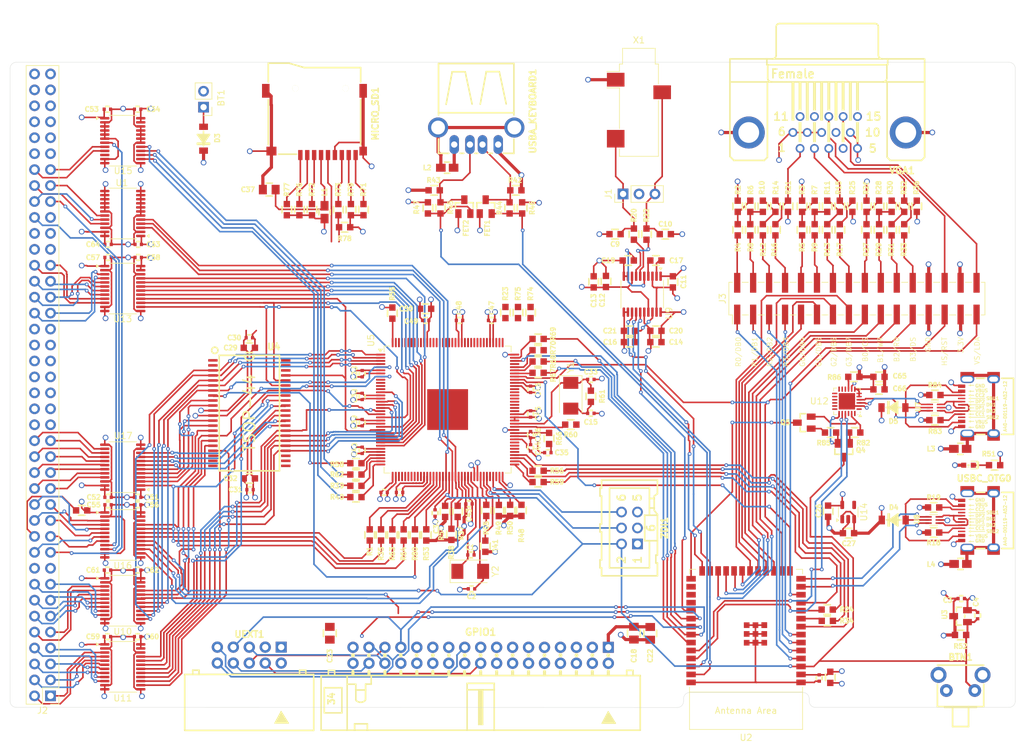
<source format=kicad_pcb>
(kicad_pcb (version 20241229) (generator "pcbnew") (generator_version "9.0")
  (layers (0 "F.Cu" signal) (4 "In1.Cu" power) (6 "In2.Cu" power) (2 "B.Cu" signal) (13 "F.Paste" user) (15 "B.Paste" user) (5 "F.SilkS" user "F.Silkscreen") (7 "B.SilkS" user "B.Silkscreen") (1 "F.Mask" user) (3 "B.Mask" user) (25 "Edge.Cuts" user))
  (net 0 "")
  (net 1 "GND")
  (net 2 "Net-(BT1-+)")
  (net 3 "/EZ80/~{RESET}")
  (net 4 "Net-(U5-RTC_Xin)")
  (net 5 "Net-(U5-RTC_Xout)")
  (net 6 "+3.3V")
  (net 7 "Net-(X1-HOT_L)")
  (net 8 "Net-(X1-COLD_R)")
  (net 9 "Net-(C15-Pad1)")
  (net 10 "Net-(C16-+)")
  (net 11 "Net-(U9-CAPP)")
  (net 12 "Net-(U9-CAPM)")
  (net 13 "+5V_USB")
  (net 14 "Net-(U9-VNEG)")
  (net 15 "Net-(U5-Xin)")
  (net 16 "Net-(C35-Pad1)")
  (net 17 "Net-(U5-LOOP_FILT)")
  (net 18 "Net-(MICRO_SD1-VDD)")
  (net 19 "+5Vrc")
  (net 20 "/ESP32 ports/VBUS2")
  (net 21 "/ESP32 ports/VBUS1")
  (net 22 "Net-(FET1-D)")
  (net 23 "/ESP32 ports/KDAT")
  (net 24 "/ESP32 ports/KCLK")
  (net 25 "Net-(FET2-D)")
  (net 26 "/EZ80/PA7")
  (net 27 "/EZ80/PC7")
  (net 28 "/EZ80/PC1")
  (net 29 "/EZ80/PA1")
  (net 30 "/EZ80/PD4")
  (net 31 "/EZ80/PC2")
  (net 32 "/EZ80/PA0")
  (net 33 "/EZ80/PC6")
  (net 34 "/EZ80/PC4")
  (net 35 "/EZ80/PA5")
  (net 36 "/EZ80/PC0")
  (net 37 "/EZ80/PC3")
  (net 38 "/EZ80/PA3")
  (net 39 "/EZ80/PD7")
  (net 40 "/EZ80/PD5")
  (net 41 "/ESP32/ESP_SPI_MOSI")
  (net 42 "/EZ80/PA4")
  (net 43 "/ESP32/ESP_SPI_SCLK")
  (net 44 "/EZ80 ports/GPIO_B5")
  (net 45 "/EZ80/CLOCK")
  (net 46 "/EZ80/PD6")
  (net 47 "/EZ80/PA6")
  (net 48 "/EZ80 ports/EZ80_SCL")
  (net 49 "/EZ80/PA2")
  (net 50 "/EZ80/PC5")
  (net 51 "/EZ80 ports/EZ80_SDA")
  (net 52 "/ESP32/ESP_SPI_MISO")
  (net 53 "/EZ80/rcD0")
  (net 54 "/EZ80/TX")
  (net 55 "/EZ80/USER8")
  (net 56 "/EZ80/rcA8")
  (net 57 "/EZ80/rcD2")
  (net 58 "/EZ80/~{rcBUSACK}")
  (net 59 "/EZ80/~{rcRESET}")
  (net 60 "/EZ80/USER3")
  (net 61 "/EZ80/USER6")
  (net 62 "/EZ80/USER4")
  (net 63 "/EZ80/rcCLOCK2")
  (net 64 "/EZ80/~{rcWAIT}")
  (net 65 "/EZ80/rcD4")
  (net 66 "/EZ80/RX")
  (net 68 "/EZ80/rcA16")
  (net 69 "/EZ80/USER1")
  (net 70 "/EZ80/~{rcRD}")
  (net 71 "/EZ80/rcA9")
  (net 72 "/EZ80/rcA13")
  (net 73 "/EZ80/rcA15")
  (net 74 "/EZ80/D14")
  (net 75 "/EZ80/rcA20")
  (net 76 "/EZ80/~{rcMREQ}")
  (net 77 "/EZ80/D11")
  (net 78 "/EZ80/rcA23")
  (net 79 "/EZ80/~{rcWR}")
  (net 80 "/EZ80/rcD7")
  (net 81 "/EZ80/rcCLOCK")
  (net 82 "/EZ80/rcPAGE")
  (net 83 "/EZ80/rcA10")
  (net 84 "/EZ80/rcA6")
  (net 86 "/EZ80/rcD6")
  (net 87 "/EZ80/TX2")
  (net 88 "/EZ80/rcA7")
  (net 89 "/EZ80/~{rcRFSH}")
  (net 90 "/EZ80/INT")
  (net 91 "/EZ80/rcD3")
  (net 92 "/EZ80/rcA22")
  (net 93 "/EZ80/rcD1")
  (net 94 "/EZ80/rcA4")
  (net 95 "/EZ80/rcA19")
  (net 96 "/EZ80/~{rcCS2}")
  (net 98 "/EZ80/rcA18")
  (net 100 "/EZ80/~{rcIORQ}")
  (net 102 "/EZ80/~{rcHALT}")
  (net 103 "/EZ80/D15")
  (net 104 "/EZ80/D12")
  (net 105 "/EZ80/RX2")
  (net 106 "/EZ80/USER7")
  (net 107 "/EZ80/USER5")
  (net 108 "/EZ80/rcA21")
  (net 109 "/EZ80/rcA5")
  (net 110 "/EZ80/rcA2")
  (net 111 "/EZ80/rcA12")
  (net 113 "/EZ80/rcA3")
  (net 114 "/EZ80/rcA17")
  (net 115 "/EZ80/~{rcM1}")
  (net 116 "/EZ80/~{rcCS1}")
  (net 117 "/EZ80/rcA1")
  (net 118 "/EZ80/D10")
  (net 119 "/EZ80/rcA0")
  (net 120 "/EZ80/rcD5")
  (net 121 "/EZ80/~{rcBUSREQ}")
  (net 122 "/EZ80/D13")
  (net 123 "/EZ80/rcA14")
  (net 125 "/EZ80/rcA11")
  (net 126 "/EZ80/~{rcNMI}")
  (net 127 "/EZ80/USER2")
  (net 129 "Net-(USBA_KEYBOARD1-SHIELD)")
  (net 130 "Net-(USBC_UART0-SHELL)")
  (net 131 "Net-(USBC_OTG0-SHELL)")
  (net 132 "/EZ80 ports/EZ80_SS_SD")
  (net 133 "Net-(MICRO_SD1-DAT0{slash}DO)")
  (net 134 "Net-(MICRO_SD1-Pad9)")
  (net 135 "Net-(MICRO_SD1-DAT1{slash}RES)")
  (net 136 "Net-(MICRO_SD1-DAT2{slash}RES)")
  (net 137 "Net-(POWER1-K)")
  (net 138 "/ESP32 ports/RTS")
  (net 139 "Net-(Q4-B)")
  (net 140 "/ESP32 ports/BOOT_MODE")
  (net 141 "Net-(Q5-B)")
  (net 142 "/ESP32 ports/DTR")
  (net 143 "Net-(U5-~{IORQ})")
  (net 144 "/EZ80/~{IORQ}")
  (net 145 "Net-(R2-Pad2)")
  (net 146 "Net-(R3-Pad2)")
  (net 147 "/ESP32/R0")
  (net 148 "/ESP32/G0")
  (net 149 "Net-(R10-Pad1)")
  (net 150 "Net-(R11-Pad1)")
  (net 151 "/ESP32/R1")
  (net 152 "/ESP32/G1")
  (net 153 "Net-(R10-Pad2)")
  (net 154 "Net-(R11-Pad2)")
  (net 155 "/ESP32/R2")
  (net 156 "/ESP32/G2")
  (net 157 "/Video/R")
  (net 158 "/Video/G")
  (net 159 "/ESP32/R3")
  (net 160 "/ESP32/G3")
  (net 161 "Net-(USBC_OTG0-CC1)")
  (net 162 "Net-(USBC_OTG0-CC2)")
  (net 163 "Net-(U9-OUTL)")
  (net 164 "Net-(U9-OUTR)")
  (net 165 "Net-(U5-PHI)")
  (net 166 "Net-(U2-GPIO17{slash}U1TXD{slash}ADC2_CH6)")
  (net 167 "/ESP32/ESP_TxD")
  (net 168 "Net-(R26-Pad2)")
  (net 169 "/ESP32/B0")
  (net 170 "Net-(R28-Pad2)")
  (net 171 "/ESP32/B1")
  (net 172 "Net-(R30-Pad2)")
  (net 173 "/ESP32/B2")
  (net 174 "/Video/B")
  (net 175 "/ESP32/B3")
  (net 176 "Net-(U2-GPIO16{slash}U0CTS{slash}ADC2_CH5{slash}XTAL_32K_N)")
  (net 177 "/ESP32/ESP_RTS")
  (net 178 "/EZ80/~{MREQ}")
  (net 179 "Net-(U5-~{MREQ})")
  (net 180 "/EZ80/~{BUSACK}")
  (net 181 "Net-(U5-~{BUSACK})")
  (net 182 "/EZ80/~{BUSREQ}")
  (net 183 "Net-(U5-~{CS2})")
  (net 184 "/EZ80/~{CS2}")
  (net 185 "Net-(U5-~{CS3})")
  (net 186 "/EZ80/~{CS3}")
  (net 187 "Net-(U5-TMS)")
  (net 188 "Net-(U5-~{TRST})")
  (net 189 "/EZ80 ports/EZ80_TCK")
  (net 190 "/EZ80 ports/EZ80_TDI")
  (net 191 "/EZ80/~{WAIT}")
  (net 192 "/EZ80/~{NMI}")
  (net 193 "/EZ80/~{WP}")
  (net 194 "Net-(U5-PD2)")
  (net 195 "/ESP32/ESP_CTS")
  (net 196 "/EZ80/~{CS0}")
  (net 197 "Net-(U5-~{CS0})")
  (net 198 "Net-(R59-Pad2)")
  (net 199 "/ESP32/ESP_RxD")
  (net 200 "Net-(U5-Xout)")
  (net 201 "/EZ80/~{CS1}")
  (net 202 "Net-(U5-~{CS1})")
  (net 203 "/EZ80/~{RD}")
  (net 204 "Net-(U5-~{RD})")
  (net 205 "Net-(U5-~{WR})")
  (net 206 "/EZ80/~{WR}")
  (net 207 "Net-(U5-~{HALT_SLP})")
  (net 208 "/EZ80/~{HALT}")
  (net 209 "/ESP32/ESP_SPI_SS")
  (net 210 "Net-(U5-PB2)")
  (net 211 "Net-(U5-PB3)")
  (net 212 "Net-(U5-PB7)")
  (net 213 "Net-(U5-PB4)")
  (net 214 "Net-(U5-SDA)")
  (net 215 "Net-(U5-SCL)")
  (net 216 "Net-(U5-~{INSTRD})")
  (net 217 "/EZ80/~{M1}")
  (net 218 "Net-(USBC_UART0-CC1)")
  (net 219 "Net-(USBC_UART0-CC2)")
  (net 220 "Net-(U12-~{RST})")
  (net 221 "/Video/G0")
  (net 222 "/Video/G1")
  (net 223 "/ESP32 ports/HOST_TXD")
  (net 224 "/Audio/ESP_I2S_SD")
  (net 225 "/Audio/ESP_I2S_BCK")
  (net 226 "/ESP32 ports/USB_OTG_D-")
  (net 228 "/ESP32 ports/USB_OTG_D+")
  (net 230 "/ESP32/ESP_INT_GENERAL")
  (net 232 "/ESP32 ports/HOST_RXD")
  (net 233 "/Audio/ESP_I2S_WS")
  (net 234 "/EZ80/A4")
  (net 235 "/EZ80/A15")
  (net 236 "/EZ80/A9")
  (net 238 "/EZ80/A11")
  (net 239 "/EZ80/A10")
  (net 240 "/EZ80/A1")
  (net 241 "/EZ80/A7")
  (net 244 "/EZ80/A14")
  (net 245 "/EZ80/A18")
  (net 248 "/EZ80/A3")
  (net 250 "/EZ80/A8")
  (net 251 "/EZ80/A17")
  (net 252 "/EZ80/DATA3")
  (net 255 "/EZ80/DATA0")
  (net 256 "/EZ80/DATA1")
  (net 257 "/EZ80/A13")
  (net 258 "/EZ80/A5")
  (net 259 "/EZ80/DATA7")
  (net 260 "/EZ80/DATA6")
  (net 261 "/EZ80/A0")
  (net 262 "/EZ80/A2")
  (net 263 "/EZ80/A12")
  (net 264 "/EZ80/DATA4")
  (net 265 "/EZ80/A6")
  (net 267 "/EZ80/DATA2")
  (net 269 "/EZ80/A16")
  (net 270 "/EZ80/DATA5")
  (net 275 "/EZ80/A20")
  (net 283 "/EZ80/A23")
  (net 284 "/EZ80/A22")
  (net 289 "/EZ80/A19")
  (net 293 "/EZ80/A21")
  (net 296 "/ESP32 ports/D-")
  (net 297 "Net-(USBC_UART0-DP1)")
  (net 298 "/ESP32 ports/D+")
  (net 299 "Net-(USBC_UART0-DN1)")
  (net 300 "Net-(USBC_OTG0-DN1)")
  (net 301 "Net-(USBC_OTG0-DP1)")
  (net 315 "/EZ80/~{rcCS3}")
  (net 325 "/Video/G2")
  (net 326 "/Video/VGA_HSYNC")
  (net 327 "/ESP32/HSYNC")
  (net 328 "/Video/R3")
  (net 329 "/Video/R1")
  (net 330 "/Video/B3")
  (net 331 "/Video/B0")
  (net 332 "/Video/R0")
  (net 333 "/Video/B1")
  (net 334 "/Video/G3")
  (net 335 "/Video/R2")
  (net 336 "/Video/B2")
  (net 337 "/ESP32/VSYNC")
  (net 338 "/Video/VGA_VSYNC")
  (footprint "HexAgonFootprintsLibrary:USB2.0_TYPE-C(A40-00119-A52-12)" (layer "F.Cu") (at 235 98.425)
    (property "Reference" "USBC_UART0" (hide yes))
    (property "Value" "USB-C-16P-F(A40-00119-A52-12)" (hide yes))
  )
  (footprint "HexAgonFootprintsLibrary:R_0603_5MIL_DWS" (layer "F.Cu") (at 201.42484 70.31 -90)
    (property "Reference" "R16")
    (property "Value" "300R/1%/0603" (hide yes))
  )
  (footprint "HexAgonFootprintsLibrary:R_0603_5MIL_DWS" (layer "F.Cu") (at 133.8555 67.1 -90)
    (property "Reference" "R79")
    (property "Value" "100K/0603" (hide yes))
  )
  (footprint "HexAgonFootprintsLibrary:C_0402_5MIL_DWS" (layer "F.Cu") (at 100 74.71)
    (property "Reference" "C58")
    (property "Value" "1nF/X7R/50VDC/0402" (hide yes))
  )
  (footprint "HexAgonFootprintsLibrary:R_0603_5MIL_DWS" (layer "F.Cu") (at 163.65 87.6875 180)
    (property "Reference" "R69")
    (property "Value" "33R/0603" (hide yes))
  )
  (footprint "HexAgonFootprintsLibrary:SOD-123_1C-2A_KA" (layer "F.Cu") (at 220.259316 116.5276)
    (property "Reference" "D4")
    (property "Value" "1N5819S4/SOD123" (hide yes))
  )
  (footprint "HexAgonFootprintsLibrary:R_0603_5MIL_DWS" (layer "F.Cu") (at 160.45 83.4875 -90)
    (property "Reference" "R75")
    (property "Value" "33R/0603" (hide yes))
  )
  (footprint "Crystal:Crystal_SMD_Abracon_ABM3-2Pin_5.0x3.2mm" (layer "F.Cu") (at 152.85 124.706981)
    (property "Reference" "Y2")
    (property "Value" "32.768kHz")
  )
  (footprint "HexAgonFootprintsLibrary:C_0402_5MIL_DWS" (layer "F.Cu") (at 135.65 101.0295 90)
    (property "Reference" "C39")
    (property "Value" "1nF/X7R/50VDC/0402" (hide yes))
  )
  (footprint "HexAgonFootprintsLibrary:C_0402_5MIL_DWS" (layer "F.Cu") (at 135.65 96.8455 90)
    (property "Reference" "C38")
    (property "Value" "1nF/X7R/50VDC/0402" (hide yes))
  )
  (footprint "HexAgonFootprintsLibrary:C_0402_5MIL_DWS" (layer "F.Cu") (at 153.05 127.496981 180)
    (property "Reference" "C2")
    (property "Value" "22pF" (hide yes))
  )
  (footprint "HexAgonFootprintsLibrary:C_0402_5MIL_DWS" (layer "F.Cu") (at 99.908 114.11)
    (property "Reference" "C56")
    (property "Value" "1nF/X7R/50VDC/0402" (hide yes))
  )
  (footprint "HexAgonFootprintsLibrary:C_0402_5MIL_DWS" (layer "F.Cu") (at 100 72.63)
    (property "Reference" "C63")
    (property "Value" "1nF/X7R/50VDC/0402" (hide yes))
  )
  (footprint "HexAgonFootprintsLibrary:R_0603_5MIL_DWS" (layer "F.Cu") (at 207.67484 70.31 -90)
    (property "Reference" "R9")
    (property "Value" "300R/1%/0603" (hide yes))
  )
  (footprint "HexAgonFootprintsLibrary:R_0603_5MIL_DWS" (layer "F.Cu") (at 211.67484 70.31 -90)
    (property "Reference" "R17")
    (property "Value" "300R/1%/0603" (hide yes))
  )
  (footprint "HexAgonFootprintsLibrary:L_0805_5MIL_DWS" (layer "F.Cu") (at 230.882 123.5276 180)
    (property "Reference" "L4")
    (property "Value" "FB0805/600R/2A" (hide yes))
  )
  (footprint "HexAgonFootprintsLibrary:BH06S" (layer "F.Cu") (at 178.2 117.8 90)
    (property "Reference" "ZDI1")
    (property "Value" "BH06S_2x3(B-D-02x3-LF)" (hide yes))
  )
  (footprint "HexAgonFootprintsLibrary:SOT23" (layer "F.Cu") (at 206.01 101.025)
    (property "Reference" "Q5")
    (property "Value" "BC817-40NPN(SOT23)" (hide yes))
  )
  (footprint "HexAgonFootprintsLibrary:R_0603_5MIL_DWS" (layer "F.Cu") (at 131.8555 67.1 -90)
    (property "Reference" "R73")
    (property "Value" "33R/0603" (hide yes))
  )
  (footprint "HexAgonFootprintsLibrary:R_0603_5MIL_DWS" (layer "F.Cu") (at 163.65 91.2875 180)
    (property "Reference" "R68")
    (property "Value" "33R/0603" (hide yes))
  )
  (footprint "HexAgonFootprintsLibrary:R_0603_5MIL_DWS" (layer "F.Cu") (at 138.65 118.911 -90)
    (property "Reference" "R35")
    (property "Value" "33R/0603" (hide yes))
  )
  (footprint "HexAgonFootprintsLibrary:C_0603_5MIL_DWS" (layer "F.Cu") (at 217.91 95.725)
    (property "Reference" "C66")
    (property "Value" "0.1uF/6.3V/20%/X5R/C0603" (hide yes))
  )
  (footprint "HexAgonFootprintsLibrary:R_0603_5MIL_DWS" (layer "F.Cu") (at 165.4 103.5375 -90)
    (property "Reference" "R66")
    (property "Value" "499R/0603" (hide yes))
  )
  (footprint "HexAgonFootprintsLibrary:R_0603_5MIL_DWS" (layer "F.Cu") (at 236.311 107.8)
    (property "Reference" "R51")
    (property "Value" "2.2K/0603" (hide yes))
  )
  (footprint "HexAgonFootprintsLibrary:C_0402_5MIL_DWS" (layer "F.Cu") (at 172.05 99.5375)
    (property "Reference" "C15")
    (property "Value" "18pF" (hide yes))
  )
  (footprint "HexAgonFootprintsLibrary:L_0805_5MIL_DWS" (layer "F.Cu") (at 230.8455 105.2 180)
    (property "Reference" "L3")
    (property "Value" "FB0805/600R/2A" (hide yes))
  )
  (footprint "HexAgonFootprintsLibrary:C_0603_5MIL_DWS" (layer "F.Cu") (at 213.06 118.6276 180)
    (property "Reference" "C27")
    (property "Value" "1uF/10V/20%/X5R/C0603" (hide yes))
  )
  (footprint "HexAgonFootprintsLibrary:C_0603_5MIL_DWS" (layer "F.Cu") (at 182.4 86.4 180)
    (property "Reference" "C20")
    (property "Value" "100nF" (hide yes))
  )
  (footprint "HexAgonFootprintsLibrary:R_0603_5MIL_DWS" (layer "F.Cu") (at 149.85 118.817981 90)
    (property "Reference" "R38")
    (property "Value" "10K/0603" (hide yes))
  )
  (footprint "HexAgonFootprintsLibrary:C_0402_5MIL_DWS" (layer "F.Cu") (at 99.908 124.51)
    (property "Reference" "C62")
    (property "Value" "1nF/X7R/50VDC/0402" (hide yes))
  )
  (footprint "HexAgonFootprintsLibrary:R_0603_5MIL_DWS" (layer "F.Cu") (at 221.92484 66.56 90)
    (property "Reference" "R32")
    (property "Value" "150R/1%/0603" (hide yes))
  )
  (footprint "HexAgonFootprintsLibrary:C_0603_5MIL_DWS" (layer "F.Cu") (at 174.45 78.539 90)
    (property "Reference" "C12")
    (property "Value" "100nF" (hide yes))
  )
  (footprint "HexAgonFootprintsLibrary:R_0603_5MIL_DWS" (layer "F.Cu") (at 178.9 71 -90)
    (property "Reference" "R20")
    (property "Value" "470R" (hide yes))
  )
  (footprint "HexAgonFootprintsLibrary:R_0603_5MIL_DWS" (layer "F.Cu") (at 213.91 93.725 180)
    (property "Reference" "R86")
    (property "Value" "1k/0603" (hide yes))
  )
  (footprint "Package_SO:TSSOP-20_4.4x6.5mm_P0.65mm" (layer "F.Cu") (at 180.225 80.5625 -90)
    (property "Reference" "U9")
    (property "Value" "PCM5102A")
  )
  (footprint "HexAgonFootprintsLibrary:B3F-31XX" (layer "F.Cu") (at 230.8948 142.4446)
    (property "Reference" "BTN1")
    (property "Value" "B3F-3150" (hide yes))
  )
  (footprint "HexAgonFootprintsLibrary:C_0603_5MIL_DWS" (layer "F.Cu") (at 209.81 115.1276 -90)
    (property "Reference" "C26")
    (property "Value" "22uF/6.3V/20%/X5R/C0603" (hide yes))
  )
  (footprint "HexAgonFootprintsLibrary:C_0402_5MIL_DWS" (layer "F.Cu") (at 231.0028 129.0446)
    (property "Reference" "C3")
    (property "Value" "100nF/10V/20%/X5R/0402" (hide yes))
  )
  (footprint "HexAgonFootprintsLibrary:R_0603_5MIL_DWS" (layer "F.Cu") (at 144.05 118.911 -90)
    (property "Reference" "R80")
    (property "Value" "33R/0603" (hide yes))
  )
  (footprint "HexAgonFootprintsLibrary:R_0603_5MIL_DWS" (layer "F.Cu") (at 134.65 107.4875 180)
    (property "Reference" "R58")
    (property "Value" "33R/0603" (hide yes))
  )
  (footprint "HexAgonFootprintsLibrary:SOT23" (layer "F.Cu") (at 151.911 66.619 -90)
    (property "Reference" "FET2")
    (property "Value" "BSS138(SOT23-3)" (hide yes))
  )
  (footprint "HexAgonFootprintsLibrary:R_0603_5MIL_DWS" (layer "F.Cu") (at 209.67484 70.31 -90)
    (property "Reference" "R13")
    (property "Value" "300R/1%/0603" (hide yes))
  )
  (footprint "HexAgonFootprintsLibrary:R_0603_5MIL_DWS" (layer "F.Cu") (at 163.65 89.4875 180)
    (property "Reference" "R70")
    (property "Value" "33R/0603" (hide yes))
  )
  (footprint "Connector_PinHeader_2.54mm:PinHeader_1x03_P2.54mm_Vertical" (layer "F.Cu") (at 177.175 64.6 90)
    (property "Reference" "J1")
    (property "Value" "HEADER_3" (hide yes))
  )
  (footprint "HexAgonFootprintsLibrary:L_0805_5MIL_DWS" (layer "F.Cu") (at 149.184 60.419)
    (property "Reference" "L2")
    (property "Value" "FB0805/600R/2A" (hide yes))
  )
  (footprint "HexAgonFootprintsLibrary:SOD-123_1C-2A_KA" (layer "F.Cu") (at 110.4 55.8 90)
    (property "Reference" "D3")
    (property "Value" "1N5819S4/SOD123" (hide yes))
  )
  (footprint "HexAgonFootprintsLibrary:BH34R" (layer "F.Cu") (at 154.51 138.0775 180)
    (property "Reference" "GPIO1")
    (property "Value" "B-R-34-LF(BH34R)2x17_90DEGREE" (hide yes))
  )
  (footprint "HexAgonFootprintsLibrary:R_0603_5MIL_DWS" (layer "F.Cu") (at 127.6555 67.1 -90)
    (property "Reference" "R72")
    (property "Value" "10K/0603" (hide yes))
  )
  (footprint "Package_SO:TSSOP-24_4.4x7.8mm_P0.65mm" (layer "F.Cu") (at 97.54 67.71 180)
    (property "Reference" "U1")
    (property "Value" "SN74LVC245APW" (hide yes))
  )
  (footprint "HexAgonFootprintsLibrary:C_0603_5MIL_DWS" (layer "F.Cu") (at 178.2 86.4 180)
    (property "Reference" "C21")
    (property "Value" "100nF" (hide yes))
  )
  (footprint "HexAgonFootprintsLibrary:C_0402_5MIL_DWS" (layer "F.Cu") (at 95.2 112.91 180)
    (property "Reference" "C52")
    (property "Value" "1nF/X7R/50VDC/0402" (hide yes))
  )
  (footprint "HexAgonFootprintsLibrary:C_0603_5MIL_DWS" (layer "F.Cu") (at 178.2 88.2 180)
    (property "Reference" "C16")
    (property "Value" "10uF" (hide yes))
  )
  (footprint "HexAgonFootprintsLibrary:C_0603_5MIL_DWS" (layer "F.Cu") (at 172.5 78.6 90)
    (property "Reference" "C13")
    (property "Value" "10uF" (hide yes))
  )
  (footprint "HexAgonFootprintsLibrary:R_0603_5MIL_DWS" (layer "F.Cu") (at 195.42484 66.56 -90)
    (property "Reference" "R2")
    (property "Value" "300R/1%/0603" (hide yes))
  )
  (footprint "Package_SO:TSSOP-24_4.4x7.8mm_P0.65mm" (layer "F.Cu") (at 97.54 139.915)
    (property "Reference" "U11")
    (property "Value" "SN74LVC245APW" (hide yes))
  )
  (footprint "HexAgonFootprintsLibrary:R_0603_5MIL_DWS" (layer "F.Cu") (at 125.6555 67.1 -90)
    (property "Reference" "R76")
    (property "Value" "100K/0603" (hide yes))
  )
  (footprint "HexAgonFootprintsLibrary:R_0603_5MIL_DWS" (layer "F.Cu") (at 197.42484 70.31 -90)
    (property "Reference" "R8")
    (property "Value" "300R/1%/0603" (hide yes))
  )
  (footprint "HexAgonFootprintsLibrary:R_0603_5MIL_DWS" (layer "F.Cu") (at 205.67484 70.31 -90)
    (property "Reference" "R5")
    (property "Value" "300R/1%/0603" (hide yes))
  )
  (footprint "HexAgonFootprintsLibrary:SOT-666" (layer "F.Cu") (at 226.61 116.5276 180)
    (property "Reference" "U8")
    (property "Value" "USBLC6-2P6" (hide yes))
  )
  (footprint "Package_SO:TSSOP-24_4.4x7.8mm_P0.65mm" (layer "F.Cu") (at 97.54 129.39)
    (property "Reference" "U10")
    (property "Value" "SN74LVC245APW" (hide yes))
  )
  (footprint "HexAgonFootprintsLibrary:R_0603_5MIL_DWS" (layer "F.Cu") (at 161.111 66.819 90)
    (property "Reference" "R46")
    (property "Value" "2.2K/0603" (hide yes))
  )
  (footprint "HexAgonFootprintsLibrary:R_0603_5MIL_DWS" (layer "F.Cu") (at 217.92484 66.56 -90)
    (property "Reference" "R28")
    (property "Value" "150R/1%/0603" (hide yes))
  )
  (footprint "HexAgonFootprintsLibrary:C_0402_5MIL_DWS" (layer "F.Cu") (at 99.908 135.11)
    (property "Reference" "C60")
    (property "Value" "1nF/X7R/50VDC/0402" (hide yes))
  )
  (footprint "Connector_PinHeader_2.54mm:PinHeader_2x16_P2.54mm_Vertical_SMD" (layer "F.Cu") (at 214.39 81.275 90)
    (property "Reference" "J3")
    (property "Value" "Conn_02x16_Odd_Even")
  )
  (footprint "Package_SO:TSSOP-24_4.4x7.8mm_P0.65mm" (layer "F.Cu") (at 97.54 118.91)
    (property "Reference" "U16")
    (property "Value" "SN74LVC245APW" (hide yes))
  )
  (footprint "HexAgonFootprintsLibrary:C_0603_5MIL_DWS" (layer "F.Cu") (at 182.4 75.2)
    (property "Reference" "C17")
    (property "Value" "2.2uF" (hide yes))
  )
  (footprint "HexAgonFootprintsLibrary:R_0603_5MIL_DWS" (layer "F.Cu") (at 155.4 115 -90)
    (property "Reference" "R65")
    (property "Value" "33R/0603" (hide yes))
  )
  (footprint "HexAgonFootprintsLibrary:SOD-123_1C-2A_KA" (layer "F.Cu") (at 220.21 98.625)
    (property "Reference" "D5")
    (property "Value" "1N5819S4/SOD123" (hide yes))
  )
  (footprint "HexAgonFootprintsLibrary:SOT-23" (layer "F.Cu") (at 230.8948 131.8446)
    (property "Reference" "U3")
    (property "Value" "VDA2710NTA(SOT-23)" (hide yes))
  )
  (footprint "HexAgonFootprintsLibrary:R_0603_5MIL_DWS" (layer "F.Cu") (at 132.8555 69.9)
    (property "Reference" "R78")
    (property "Value" "100K/0603" (hide yes))
  )
  (footprint "HexAgonFootprintsLibrary:R_0603_5MIL_DWS" (layer "F.Cu") (at 226.61 118.5276 180)
    (property "Reference" "R18")
    (property "Value" "5.1K/0603" (hide yes))
  )
  (footprint "HexAgonFootprintsLibrary:R_0603_5MIL_DWS" (layer "F.Cu") (at 209.67484 66.56 90)
    (property "Reference" "R11")
    (property "Value" "150R/1%/0603" (hide yes))
  )
  (footprint "Package_DFN_QFN:QFN-24-1EP_4x4mm_P0.5mm_EP2.6x2.6mm" (layer "F.Cu") (at 212.81 97.625 180)
    (property "Reference" "U12")
    (property "Value" "CP2102N-Axx-xQFN24" (hide yes))
  )
  (footprint "HexAgonFootprintsLibrary:C_0603_5MIL_DWS" (layer "F.Cu") (at 117.6875 89.102008)
    (property "Reference" "C29")
    (property "Value" "10uF/6.3V/20%/X5R/0603" (hide yes))
  )
  (footprint "HexAgonFootprintsLibrary:C_0603_5MIL_DWS" (layer "F.Cu") (at 182.4 88.2 180)
    (property "Reference" "C14")
    (property "Value" "10uF" (hide yes))
  )
  (footprint "HexAgonFootprintsLibrary:R_0603_5MIL_DWS" (layer "F.Cu") (at 180.9 71 -90)
    (property "Reference" "R22")
    (property "Value" "470R" (hide yes))
  )
  (footprint "HexAgonFootprintsLibrary:C_0805_5MIL_DWS" (layer "F.Cu") (at 178.9 134.553 -90)
    (property "Reference" "C18")
    (property "Value" "47uF/6.3V/20%/X5R/0805" (hide yes))
  )
  (footprint "HexAgonFootprintsLibrary:C_0603_5MIL_DWS" (layer "F.Cu") (at 210.155 141.59 -90)
    (property "Reference" "C25" (hide yes))
    (property "Value" "22uF/6.3V/20%/X5R/0603" (hide yes))
  )
  (footprint "HexAgonFootprintsLibrary:R_0603_5MIL_DWS" (layer "F.Cu") (at 197.42484 66.56 -90)
    (property "Reference" "R6")
    (property "Value" "150R/1%/0603" (hide yes))
  )
  (footprint "HexAgonFootprintsLibrary:R_0603_5MIL_DWS" (layer "F.Cu") (at 157.4 115.023966 -90)
    (property "Reference" "R49")
    (property "Value" "10K/0603" (hide yes))
  )
  (footprint "HexAgonFootprintsLibrary:R_0603_5MIL_DWS" (layer "F.Cu") (at 210.2 102.6 180)
    (property "Reference" "R85")
    (property "Value" "2.2K/0603" (hide yes))
  )
  (footprint "HexAgonFootprintsLibrary:R_0603_5MIL_DWS" (layer "F.Cu") (at 159.111 66.819 -90)
    (property "Reference" "R44")
    (property "Value" "NA(120R/0603)" (hide yes))
  )
  (footprint "HexAgonFootprintsLibrary:R_0603_5MIL_DWS" (layer "F.Cu") (at 205.67484 66.56 -90)
    (property "Reference" "R3")
    (property "Value" "300R/1%/0603" (hide yes))
  )
  (footprint "HexAgonFootprintsLibrary:R_0603_5MIL_DWS" (layer "F.Cu") (at 148.111 66.819 -90)
    (property "Reference" "R45")
    (property "Value" "NA(120R/0603)" (hide yes))
  )
  (footprint "HexAgonFootprintsLibrary:C_0402_5MIL_DWS" (layer "F.Cu") (at 141.6 112.1375 180)
    (property "Reference" "C42" (hide yes))
    (property "Value" "1nF/X7R/50VDC/0402" (hide yes))
  )
  (footprint "HexAgonFootprintsLibrary:C_0402_5MIL_DWS" (layer "F.Cu") (at 165.2 105.8 180)
    (property "Reference" "C35")
    (property "Value" "56nF" (hide yes))
  )
  (footprint "HexAgonFootprintsLibrary:C_0402_5MIL_DWS" (layer "F.Cu") (at 99.908 112.91)
    (property "Reference" "C51")
    (property "Value" "1nF/X7R/50VDC/0402" (hide yes))
  )
  (footprint "HexAgonFootprintsLibrary:R_0603_5MIL_DWS" (layer "F.Cu") (at 209.689 132.6 180)
    (property "Reference" "R34")
    (property "Value" "33R/0603" (hide yes))
  )
  (footprint "HexAgonFootprintsLibrary:R_0603_5MIL_DWS" (layer "F.Cu") (at 201.42484 66.56 90)
    (property "Reference" "R14")
    (property "Value" "150R/1%/0603" (hide yes))
  )
  (footprint "HexAgonFootprintsLibrary:C_0402_5MIL_DWS" (layer "F.Cu") (at 162.45 99.6455 -90)
    (property "Reference" "C45")
    (property "Value" "1nF/X7R/50VDC/0402" (hide yes))
  )
  (footprint "HexAgonFootprintsLibrary:C_0603_5MIL_DWS" (layer "F.Cu") (at 117.6875 109.902008 180)
    (property "Reference" "C32")
    (property "Value" "10uF/6.3V/20%/X5R/0603" (hide yes))
  )
  (footprint "HexAgonFootprintsLibrary:R_0603_5MIL_DWS" (layer "F.Cu") (at 214.049 102.6 180)
    (property "Reference" "R82")
    (property "Value" "2.2K/0603" (hide yes))
  )
  (footprint "HexAgonFootprintsLibrary:R_0603_5MIL_DWS" (layer "F.Cu") (at 219.92484 70.31 -90)
    (property "Reference" "R31")
    (property "Value" "300R/1%/0603" (hide yes))
  )
  (footprint "HexAgonFootprintsLibrary:R_0603_5MIL_DWS" (layer "F.Cu") (at 215.92484 66.56 -90)
    (property "Reference" "R26")
    (property "Value" "300R/1%/0603" (hide yes))
  )
  (footprint "HexAgonFootprintsLibrary:SOT23" (layer "F.Cu") (at 155.311 66.619 -90)
    (property "Reference" "FET1")
    (property "Value" "BSS138(SOT23-3)" (hide yes))
  )
  (footprint "HexAgonFootprintsLibrary:R_0603_5MIL_DWS" (layer "F.Cu") (at 163.65 108.6875 180)
    (property "Reference" "R56")
    (property "Value" "33R/0603" (hide yes))
  )
  (footprint "Package_SO:TSSOP-24_4.4x7.8mm_P0.65mm" (layer "F.Cu") (at 97.54 56.115)
    (property "Reference" "U15")
    (property "Value" "SN74LVC245APW" (hide yes))
  )
  (footprint "HexAgonFootprintsLibrary:C_0402_5MIL_DWS" (layer "F.Cu") (at 151.142 84.7375)
    (property "Reference" "C48")
    (property "Value" "1nF/X7R/50VDC/0402" (hide yes))
  )
  (footprint "HexAgonFootprintsLibrary:LED_0603_KA" (layer "F.Cu") (at 232.162 107.8 180)
    (property "Reference" "POWER1" (hide yes))
    (property "Value" "LED/RED/0603" (hide yes))
  )
  (footprint "HexAgonFootprintsLibrary:R_0603_5MIL_DWS" (layer "F.Cu") (at 142.25 118.911 -90)
    (property "Reference" "R64")
    (property "Value" "33R/0603" (hide yes))
  )
  (footprint "HexAgonFootprintsLibrary:C_0402_5MIL_DWS" (layer "F.Cu") (at 135.65 93.2295 90)
    (property "Reference" "C28")
    (property "Value" "1nF/X7R/50VDC/0402" (hide yes))
  )
  (footprint "HexAgonFootprintsLibrary:R_0603_5MIL_DWS" (layer "F.Cu") (at 161 115 90)
    (property "Reference" "R48")
    (property "Value" "4.7K/0603" (hide yes))
  )
  (footprint "HexAgonFootprintsLibrary:R_0603_5MIL_DWS" (layer "F.Cu") (at 213.67484 66.56 90)
    (property "Reference" "R25")
    (property "Value" "150R/1%/0603" (hide yes))
  )
  (footprint "HexAgonFootprintsLibrary:C_0402_5MIL_DWS" (layer "F.Cu") (at 152.958 122.096981)
    (property "Reference" "C1")
    (property "Value" "22pF" (hide yes))
  )
  (footprint "HexAgonFootprintsLibrary:C_0402_5MIL_DWS" (layer "F.Cu") (at 117.6875 87.502008)
    (property "Reference" "C30")
    (property "Value" "100nF/10V/20%/X5R/0402" (hide yes))
  )
  (footprint "HexAgonFootprintsLibrary:C_0402_5MIL_DWS" (layer "F.Cu") (at 95.092 135.11 180)
    (property "Reference" "C59")
    (property "Value" "1nF/X7R/50VDC/0402" (hide yes))
  )
  (footprint "HexAgonFootprintsLibrary:C_0402_5MIL_DWS" (layer "F.Cu") (at 147.25 115.419481 -90)
    (property "Reference" "C34")
    (property "Value" "100nF/10V/20%/X5R/0402" (hide yes))
  )
  (footprint "HexAgonFootprintsLibrary:UEXT_BH10R" (layer "F.Cu") (at 117.68 138.05083 180)
    (property "Reference" "UEXT1")
    (property "Value" "B-R-10-LF(BH10R)2x05_90DEGREE" (hide yes))
  )
  (footprint "Connector_PinHeader_2.54mm:PinHeader_2x40_P2.54mm_Vertical" (layer "F.Cu") (at 86.04 144.54 180)
    (property "Reference" "J2")
    (property "Value" "Conn_02x40_Top_Bottom")
  )
  (footprint "HexAgonFootprintsLibrary:R_0603_5MIL_DWS" (layer "F.Cu") (at 158.45 83.4875 90)
    (property "Reference" "R23")
    (property "Value" "33R/0603" (hide yes))
  )
  (footprint "HexAgonFootprintsLibrary:R_0603_5MIL_DWS" (layer "F.Cu") (at 223.92484 66.56 90)
    (property "Reference" "R36")
    (property "Value" "150R/1%/0603" (hide yes))
  )
  (footprint "HexAgonFootprintsLibrary:C_0402_5MIL_DWS" (layer "F.Cu") (at 95.2 74.71 180)
    (property "Reference" "C57")
    (property "Value" "1nF/X7R/50VDC/0402" (hide yes))
  )
  (footprint "HexAgonFootprintsLibrary:C_0402_5MIL_DWS" (layer "F.Cu") (at 135.65 105.4295 90)
    (property "Reference" "C40")
    (property "Value" "1nF/X7R/50VDC/0402" (hide yes))
  )
  (footprint "HexAgonFootprintsLibrary:R_0603_5MIL_DWS" (layer "F.Cu") (at 163.65 110.4875 180)
    (property "Reference" "R59")
    (property "Value" "33R/0603" (hide yes))
  )
  (footprint "HexAgonFootprintsLibrary:C_0603_5MIL_DWS" (layer "F.Cu") (at 217.91 93.725)
    (property "Reference" "C65")
    (property "Value" "22uF/6.3V/20%/X5R/C0603" (hide yes))
  )
  (footprint "HexAgonFootprintsLibrary:R_0603_5MIL_DWS" (layer "F.Cu") (at 207.67484 66.56 -90)
    (property "Reference" "R7")
    (property "Value" "150R/1%/0603" (hide yes))
  )
  (footprint "HexAgonFootprintsLibrary:R_0603_5MIL_DWS" (layer "F.Cu") (at 199.42484 66.56 90)
    (property "Reference" "R10")
    (property "Value" "150R/1%/0603" (hide yes))
  )
  (footprint "HexAgonFootprintsLibrary:R_0603_5MIL_DWS" (layer "F.Cu") (at 140.45 118.911 -90)
    (property "Reference" "R63")
    (property "Value" "33R/0603" (hide yes))
  )
  (footprint "HexAgonFootprintsLibrary:TSOP-44_Pitch-0.80mm_18.80x11.80x1.20mm" (layer "F.Cu") (at 117.6875 99.502008 -90)
    (property "Reference" "U4")
    (property "Value" "AS7C34096A-10TCTR" (hide yes))
  )
  (footprint "HexAgonFootprintsLibrary:R_0603_5MIL_DWS" (layer "F.Cu") (at 134.65 111.0875 180)
    (property "Reference" "R39")
    (property "Value" "33R/0603" (hide yes))
  )
  (footprint "Connector_PinHeader_2.54mm:PinHeader_1x02_P2.54mm_Vertical" (layer "F.Cu") (at 110.4 50.775 180)
    (property "Reference" "BT1")
    (property "Value" "Battery_Cell")
  )
  (footprint "HexAgonFootprintsLibrary:USB_PN87520_HOST_PTH" (layer "F.Cu") (at 153.8 54.019 180)
    (property "Reference" "USBA_KEYBOARD1")
    (property "Value" "USB-SRWH-4A-LF(USB-A)" (hide yes))
  )
  (footprint "HexAgonFootprintsLibrary:R_0603_5MIL_DWS" (layer "F.Cu") (at 172.05 96.8275 90)
    (property "Reference" "R61")
    (property "Value" "100K/0603" (hide yes))
  )
  (footprint "HexAgonFootprintsLibrary:R_0603_5MIL_DWS" (layer "F.Cu") (at 209.667 130.8 180)
    (property "Reference" "R24")
    (property "Value" "33R/0603" (hide yes))
  )
  (footprint "HexAgonFootprintsLibrary:C_0603_5MIL_DWS" (layer "F.Cu") (at 178 75.2)
    (property "Reference" "C19")
    (property "Value" "2.2uF" (hide yes))
  )
  (footprint "HexAgonFootprintsLibrary:R_0603_5MIL_DWS" (layer "F.Cu") (at 123.6555 67.1 -90)
    (property "Reference" "R77")
    (property "Value" "100K/0603" (hide yes))
  )
  (footprint "HexAgonFootprintsLibrary:C_0402_5MIL_DWS" (layer "F.Cu") (at 208.4 141.698 -90)
    (property "Reference" "C24" (hide yes))
    (property "Value" "100nF/10V/20%/X5R/0402" (hide yes))
  )
  (footprint "HexAgonFootprintsLibrary:R_0603_5MIL_DWS" (layer "F.Cu") (at 140.45 83.5765 -90)
    (property "Reference" "R55")
    (property "Value" "10K/0603" (hide yes))
  )
  (footprint "HexAgonFootprintsLibrary:C_0402_5MIL_DWS" (layer "F.Cu") (at 95.108 124.51 180)
    (property "Reference" "C61")
    (property "Value" "1nF/X7R/50VDC/0402" (hide yes))
  )
  (footprint "HexAgonFootprintsLibrary:R_0603_5MIL_DWS" (layer "F.Cu") (at 134.65 109.2875 180)
    (property "Reference" "R62")
    (property "Value" "33R/0603" (hide yes))
  )
  (footprint "HexAgonFootprintsLibrary:R_0603_5MIL_DWS" (layer "F.Cu") (at 160.111 64.019)
    (property "Reference" "R42")
    (property "Value" "10K/0603" (hide yes))
  )
  (footprint "HexAgonFootprintsLibrary:R_0603_5MIL_DWS" (layer "F.Cu") (at 162.45 83.4875 -90)
    (property "Reference" "R74")
    (property "Value" "33R/0603" (hide yes))
  )
  (footprint "HexAgonFootprintsLibrary:R_0603_5MIL_DWS" (layer "F.Cu") (at 150.85 115.156981 -90)
    (property "Reference" "R37")
    (property "Value" "33R/0603" (hide yes))
  )
  (footprint "HexAgonFootprintsLibrary:C_0402_5MIL_DWS" (layer "F.Cu") (at 152.65 113.956981 180)
    (property "Reference" "C43")
    (property "Value" "1nF/X7R/50VDC/0402" (hide yes))
  )
  (footprint "HexAgonFootprintsLibrary:R_0603_5MIL_DWS" (layer "F.Cu") (at 145.85 118.911 90)
    (property "Reference" "R53")
    (property "Value" "2.2K/0603" (hide yes))
  )
  (footprint "HexAgonFootprintsLibrary:C_0402_5MIL_DWS" (layer "F.Cu") (at 162.45 95.708 -90)
    (property "Reference" "C46")
    (property "Value" "1nF/X7R/50VDC/0402" (hide yes))
  )
  (footprint "HexAgonFootprintsLibrary:R_0603_5MIL_DWS" (layer "F.Cu") (at 226.81 96.625 180)
    (property "Reference" "R84")
    (property "Value" "5.1K/0603" (hide yes))
  )
  (footprint "HexAgonFootprintsLibrary:R_0603_5MIL_DWS" (layer "F.Cu") (at 211.67484 66.56 90)
    (property "Reference" "R15")
    (property "Value" "150R/1%/0603" (hide yes))
  )
  (footprint "HexAgonFootprintsLibrary:R_0603_5MIL_DWS" (layer "F.Cu") (at 215.92484 70.31 -90)
    (property "Reference" "R27")
    (property "Value" "300R/1%/0603" (hide yes))
  )
  (footprint "HexAgonFootprintsLibrary:C_0805_5MIL_DWS" (layer "F.Cu") (at 181.5 134.585 -90)
    (property "Reference" "C22")
    (property "Value" "47uF/6.3V/20%/X5R/0805" (hide yes))
  )
  (footprint "HexAgonFootprintsLibrary:C_0402_5MIL_DWS" (layer "F.Cu") (at 139.142 112.1375 180)
    (property "Reference" "C41" (hide yes))
    (property "Value" "1nF/X7R/50VDC/0402" (hide yes))
  )
  (footprint "HexAgonFootprintsLibrary:C_0603_5MIL_DWS" (layer "F.Cu") (at 183.9 71 180)
    (property "Reference" "C10")
    (property "Value" "2.2nF" (hide yes))
  )
  (footprint "HexAgonFootprintsLibrary:C_0402_5MIL_DWS" (layer "F.Cu") (at 95.092 51.11 180)
    (property "Reference" "C53")
    (property "Value" "1nF/X7R/50VDC/0402" (hide yes))
  )
  (footprint "HexAgonFootprintsLibrary:R_0603_5MIL_DWS" (layer "F.Cu") (at 219.92484 66.56 90)
    (property "Reference" "R30")
    (property "Value" "150R/1%/0603" (hide yes))
  )
  (footprint "HexAgonFootprintsLibrary:R_0603_5MIL_DWS" (layer "F.Cu") (at 230.8948 134.8446 180)
    (property "Reference" "R52")
    (property "Value" "10K/0603" (hide yes))
  )
  (footprint "HexAgonFootprintsLibrary:R_0603_5MIL_DWS" (layer "F.Cu") (at 226.81 100.625 180)
    (property "Reference" "R83")
    (property "Value" "5.1K/0603" (hide yes))
  )
  (footprint "HexAgonFootprintsLibrary:C_0603_5MIL_DWS" (layer "F.Cu") (at 145.739 82.8875)
    (property "Reference" "C50")
    (property "Value" "10uF/6.3V/20%/X5R/0603" (hide yes))
  )
  (footprint "HexAgonFootprintsLibrary:R_0603_5MIL_DWS" (layer "F.Cu") (at 163.65 93.0875 180)
    (property "Reference" "R67")
    (property "Value" "33R/0603" (hide yes))
  )
  (footprint "HexAgonFootprintsLibrary:C_0402_5MIL_DWS" (layer "F.Cu") (at 156.25 84.7375)
    (property "Reference" "C47")
    (property "Value" "1nF/X7R/50VDC/0402" (hide yes))
  )
  (footprint "HexAgonFootprintsLibrary:R_0603_5MIL_DWS" (layer "F.Cu") (at 159.2 115 -90)
    (property "Reference" "R50")
    (property "Value" "10K/0603" (hide yes))
  )
  (footprint "HexAgonFootprintsLibrary:R_0603_5MIL_DWS" (layer "F.Cu") (at 155.25 120.706981 90)
    (property "Reference" "R41")
    (property "Value" "4.7K/0603" (hide yes))
  )
  (footprint "HexAgonFootprintsLibrary:R_0603_5MIL_DWS" (layer "F.Cu") (at 147.111 64.019 180)
    (property "Reference" "R43")
    (property "Value" "10K/0603" (hide yes))
  )
  (footprint "HexAgonFootprintsLibrary:R_0603_5MIL_DWS" (layer "F.Cu") (at 226.61 114.5276 180)
    (property "Reference" "R19")
    (property "Value" "5.1K/0603" (hide yes))
  )
  (footprint "HexAgonFootprintsLibrary:L_0805_5MIL_DWS" (layer "F.Cu") (at 129.6555 67.5 90)
    (property "Reference" "L1")
    (property "Value" "FB0805/600R/2A" (hide yes))
  )
  (footprint "HexAgonFootprintsLibrary:SOT-666" (layer "F.Cu") (at 226.81 98.625 180)
    (property "Reference" "U7")
    (property "Value" "USBLC6-2P6" (hide yes))
  )
  (footprint "Package_QFP:LQFP-144-1EP_20x20mm_P0.5mm_EP6.5x6.5mm" (layer "F.Cu") (at 149.25 98.9375)
    (property "Reference" "U5")
    (property "Value" "~" (hide yes))
  )
  (footprint "HexAgonFootprintsLibrary:C_0402_5MIL_DWS" (layer "F.Cu") (at 162.45 105.0455 -90)
    (property "Reference" "C44")
    (property "Value" "1nF/X7R/50VDC/0402" (hide yes))
  )
  (footprint "HexAgonFootprintsLibrary:TFC-WPAPR-08" (layer "F.Cu") (at 128.0555 51.4 90)
    (property "Reference" "MICRO_SD1")
    (property "Value" "TFC-WPAPR-08-LF" (hide yes))
  )
  (footprint "HexAgonFootprintsLibrary:R_0603_5MIL_DWS" (layer "F.Cu") (at 134.65 112.8875 180)
    (property "Reference" "R40")
    (property "Value" "33R/0603" (hide yes))
  )
  (footprint "HexAgonFootprintsLibrary:R_0603_5MIL_DWS" (layer "F.Cu") (at 195.42484 70.31 -90)
    (property "Reference" "R4")
    (property "Value" "300R/1%/0603" (hide yes))
  )
  (footprint "HexAgonFootprintsLibrary:R_0603_5MIL_DWS" (layer "F.Cu") (at 148.85 115.156981 90)
    (property "Reference" "R54")
    (property "Value" "10K/0603" (hide yes))
  )
  (footprint "Package_TO_SOT_SMD:SOT-23-5" (layer "F.Cu") (at 213.01 115.2651 90)
    (property "Reference" "U14")
    (property "Value" "TLV75533PDBV" (hide yes))
  )
  (footprint "HexAgonFootprintsLibrary:C_0402_5MIL_DWS" (layer "F.Cu") (at 117.7985 111.702008 180)
    (property "Reference" "C31")
    (property "Value" "100nF/10V/20%/X5R/0402" (hide yes))
  )
  (footprint "HexAgonFootprintsLibrary:R_0603_5MIL_DWS" (layer "F.Cu") (at 91 115 180)
    (property "Reference" "R57" (hide yes))
    (property "Value" "10K/0603" (hide yes))
  )
  (footprint "HexAgonFootprintsLibrary:C_0402_5MIL_DWS" (layer "F.Cu") (at 99.908 51.11)
    (property "Reference" "C54")
    (property "Value" "1nF/X7R/50VDC/0402" (hide yes))
  )
  (footprint "HexAgonFootprintsLibrary:C_0402_5MIL_DWS" (layer "F.Cu") (at 233.6058 131.7526 -90)
    (property "Reference" "C4")
    (property "Value" "100nF/10V/20%/X5R/0402" (hide yes))
  )
  (footprint "HexAgonFootprintsLibrary:R_0603_5MIL_DWS" (layer "F.Cu") (at 221.92484 70.31 -90)
    (property "Reference" "R33")
    (property "Value" "300R/1%/0603" (hide yes))
  )
  (footprint "Package_SO:TSSOP-24_4.4x7.8mm_P0.65mm" (layer "F.Cu") (at 97.54 108.115 180)
    (property "Reference" "U17")
    (property "Value" "SN74LVC245APW" (hide yes))
  )
  (footprint "HexAgonFootprintsLibrary:USB2.0_TYPE-C(A40-00119-A52-12)" (layer "F.Cu") (at 235 116.6)
    (property "Reference" "USBC_OTG0")
    (property "Value" "USB-C-16P-F(A40-00119-A52-12)" (hide yes))
  )
  (footprint "HexAgonFootprintsLibrary:R_0603_5MIL_DWS" (layer "F.Cu") (at 168.85 101.3375)
    (property "Reference" "R60")
    (property "Value" "33R/0603" (hide yes))
  )
  (footprint "HexAgonFootprintsLibrary:R_0603_5MIL_DWS" (layer "F.Cu") (at 199.42484 70.31 -90)
    (property "Reference" "R12")
    (property "Value" "300R/1%/0603" (hide yes))
  )
  (footprint "HexAgonFootprintsLibrary:C_0805_5MIL_DWS" (layer "F.Cu") (at 120.8555 63.9 180)
    (property "Reference" "C37")
    (property "Value" "47uF/6.3V/20%/X5R/0805" (hide yes))
  )
  (footprint "HexAgonFootprintsLibrary:C_0402_5MIL_DWS" (layer "F.Cu") (at 95.2 114.11 180)
    (property "Reference" "C55")
    (property "Value" "1nF/X7R/50VDC/0402" (hide yes))
  )
  (footprint "HexAgonFootprintsLibrary:R_0603_5MIL_DWS" (layer "F.Cu") (at 203.42484 66.56 90)
    (property "Reference" "R21")
    (property "Value" "150R/1%/0603" (hide yes))
  )
  (footprint "Connector_Audio:Jack_3.5mm_CUI_SJ-3523-SMT_Horizontal" (layer "F.Cu") (at 179.7 50)
    (property "Reference" "X1")
    (property "Value" "STEREO_AUDIO_JACK")
  )
  (footprint "HexAgonFootprintsLibrary:R_0603_5MIL_DWS" (layer "F.Cu") (at 217.92484 70.31 -90)
    (property "Reference" "R29")
    (property "Value" "300R/1%/0603" (hide yes))
  )
  (footprint "HexAgonFootprintsLibrary:C_0603_5MIL_DWS" (layer "F.Cu") (at 175.9 71)
    (property "Reference" "C9")
    (property "Value" "2.2nF" (hide yes))
  )
  (footprint "HexAgonFootprintsLibrary:VGA15-F(CD0515S21J0)" (layer "F.Cu") (at 209.67784 51 180)
    (property "Reference" "VGA1")
    (property "Value" "VGA15")
  )
  (footprint "HexAgonFootprintsLibrary:C_0402_5MIL_DWS" (layer "F.Cu") (at 145.758 84.7375)
    (property "Reference" "C49")
    (property "Value" "1nF/X7R/50VDC/0402" (hide yes))
  )
  (footprint "HexAgonFootprintsLibrary:C_0805_5MIL_DWS" (layer "F.Cu") (at 130.5 134.569 -90)
    (property "Reference" "C23")
    (property "Value" "47uF/6.3V/20%/X5R/0805" (hide yes))
  )
  (footprint "HexAgonFootprintsLibrary:C_0402_5MIL_DWS" (layer "F.Cu") (at 172.05 94.1375)
    (property "Reference" "C33")
    (property "Value" "18pF" (hide yes))
  )
  (footprint "HexAgonFootprintsLibrary:R_0603_5MIL_DWS" (layer "F.Cu") (at 146.111 66.819 90)
    (property "Reference" "R47")
    (property "Value" "2.2K/0603" (hide yes))
  )
  (footprint "Espressif:ESP32-S3-WROOM-1" (layer "F.Cu") (at 196.75 134.14 180)
    (property "Reference" "U2")
    (property "Value" "ESP32-S3-WROOM-1")
  )
  (footprint "HexAgonFootprintsLibrary:R_0603_5MIL_DWS" (layer "F.Cu") (at 136.85 118.911 -90)
    (property "Reference" "R1")
    (property "Value" "33R/0603" (hide yes))
  )
  (footprint "HexAgonFootprintsLibrary:C_0402_5MIL_DWS" (layer "F.Cu") (at 162.45 102.9375 90)
    (property "Reference" "C36")
    (property "Value" "270pF" (hide yes))
  )
  (footprint "HexAgonFootprintsLibrary:R_0603_5MIL_DWS" (layer "F.Cu") (at 135.8555 67.1 -90)
    (property "Reference" "R71")
    (property "Value" "NA" (hide yes))
  )
  (footprint "HexAgonFootprintsLibrary:C_0402_5MIL_DWS" (layer "F.Cu") (at 95.2 72.63 180)
    (property "Reference" "C64")
    (property "Value" "1nF/X7R/50VDC/0402" (hide yes))
  )
  (footprint "HexAgonFootprintsLibrary:SOT23" (layer "F.Cu") (at 212.31 105.425 90)
    (property "Reference" "Q4")
    (property "Value" "BC817-40NPN(SOT23)" (hide yes))
  )
  (footprint "HexAgonFootprintsLibrary:C_0603_5MIL_DWS" (layer "F.Cu") (at 185.1 78.6 90)
    (property "Reference" "C11")
    (property "Value" "100nF" (hide yes))
  )
  (footprint "Crystal:Crystal_SMD_Abracon_ABM3-2Pin_5.0x3.2mm" (layer "F.Cu") (at 168.85 96.7375 -90)
    (property "Reference" "Y1")
    (property "Value" "5Mhz")
  )
  (footprint "Package_SO:TSSOP-24_4.4x7.8mm_P0.65mm" (layer "F.Cu") (at 97.54 79.665)
    (property "Reference" "U13")
    (property "Value" "SN74LVC245APW" (hide yes))
  )
  (gr_line (start 238.6 146.375) (end 207.8 146.375) (stroke (width 0.05)) (layer "Edge.Cuts"))
  (gr_line (start 206.8 145.375) (end 206.8 145) (stroke (width 0.05)) (layer "Edge.Cuts"))
  (gr_line (start 79.6 44.625) (end 79.6 145.375233) (stroke (width 0.05)) (layer "Edge.Cuts"))
  (gr_arc (start 186.8 145) (mid 187.092893 144.292893) (end 187.8 144) (stroke (width 0.05)) (layer "Edge.Cuts"))
  (gr_line (start 186.8 145) (end 186.8 145.399767) (stroke (width 0.05)) (layer "Edge.Cuts"))
  (gr_line (start 205.8 144) (end 187.8 144) (stroke (width 0.05)) (layer "Edge.Cuts"))
  (gr_line (start 80.6 43.625) (end 238.6 43.625) (stroke (width 0.05)) (layer "Edge.Cuts"))
  (gr_arc (start 79.6 44.625) (mid 79.892893 43.917893) (end 80.6 43.625) (stroke (width 0.05)) (layer "Edge.Cuts"))
  (gr_line (start 185.799767 146.399767) (end 80.599767 146.375233) (stroke (width 0.05)) (layer "Edge.Cuts"))
  (gr_arc (start 80.599767 146.375233) (mid 79.892799 146.082259) (end 79.6 145.375233) (stroke (width 0.05)) (layer "Edge.Cuts"))
  (gr_arc (start 205.8 144) (mid 206.507107 144.292893) (end 206.8 145) (stroke (width 0.05)) (layer "Edge.Cuts"))
  (gr_arc (start 186.8 145.399767) (mid 186.507024 146.106956) (end 185.799767 146.399767) (stroke (width 0.05)) (layer "Edge.Cuts"))
  (gr_arc (start 207.8 146.375) (mid 207.092893 146.082107) (end 206.8 145.375) (stroke (width 0.05)) (layer "Edge.Cuts"))
  (gr_arc (start 239.6 145.375) (mid 239.307107 146.082107) (end 238.6 146.375) (stroke (width 0.05)) (layer "Edge.Cuts"))
  (gr_line (start 239.6 44.65) (end 239.6 145.4) (stroke (width 0.05)) (layer "Edge.Cuts"))
  (gr_arc (start 238.6 43.625) (mid 239.307107 43.917893) (end 239.6 44.625) (stroke (width 0.05)) (layer "Edge.Cuts"))
  (gr_text "B0/CS" (at 216.2 91.4 90) (layer "F.SilkS") (effects (font (size 0.8 0.8) (thickness 0.1)) (justify left bottom)))
  (gr_text "G0/DB4" (at 206.2 92.2 90) (layer "F.SilkS") (effects (font (size 0.8 0.8) (thickness 0.1)) (justify left bottom)))
  (gr_text "G1/DB5" (at 208.8 92.2 90) (layer "F.SilkS") (effects (font (size 0.8 0.8) (thickness 0.1)) (justify left bottom)))
  (gr_text "G2/DB6" (at 211.2 92.2 90) (layer "F.SilkS") (effects (font (size 0.8 0.8) (thickness 0.1)) (justify left bottom)))
  (gr_text "B3/DS" (at 223.8 91.4 90) (layer "F.SilkS") (effects (font (size 0.8 0.8) (thickness 0.1)) (justify left bottom)))
  (gr_text "B2/RD" (at 221.2 91.438095 90) (layer "F.SilkS") (effects (font (size 0.8 0.8) (thickness 0.1)) (justify left bottom)))
  (gr_text "R3/DB3" (at 203.6 92.2 90) (layer "F.SilkS") (effects (font (size 0.8 0.8) (thickness 0.1)) (justify left bottom)))
  (gr_text "R2/DB2" (at 201 92.2 90) (layer "F.SilkS") (effects (font (size 0.8 0.8) (thickness 0.1)) (justify left bottom)))
  (gr_text "B1/WR" (at 218.6 91.552381 90) (layer "F.SilkS") (effects (font (size 0.8 0.8) (thickness 0.1)) (justify left bottom)))
  (gr_text "3.3V" (at 231.4 90.028571 90) (layer "F.SilkS") (effects (font (size 0.8 0.8) (thickness 0.1)) (justify left bottom)))
  (gr_text "R1/DB1" (at 198.6 92.2 90) (layer "F.SilkS") (effects (font (size 0.8 0.8) (thickness 0.1)) (justify left bottom)))
  (gr_text "G3/DB7" (at 213.6 92.2 90) (layer "F.SilkS") (effects (font (size 0.8 0.8) (thickness 0.1)) (justify left bottom)))
  (gr_text "VS/LDA" (at 234 91.857142 90) (layer "F.SilkS") (effects (font (size 0.8 0.8) (thickness 0.1)) (justify left bottom)))
  (gr_text "R0/DB0" (at 196 92.2 90) (layer "F.SilkS") (effects (font (size 0.8 0.8) (thickness 0.1)) (justify left bottom)))
  (gr_text "HS/RST" (at 228.8 92.047619 90) (layer "F.SilkS") (effects (font (size 0.8 0.8) (thickness 0.1)) (justify left bottom)))
  (gr_text "GND" (at 226.2 89.87619 90) (layer "F.SilkS") (effects (font (size 0.8 0.8) (thickness 0.1)) (justify left bottom)))
  (segment (start 231.068 113.275) (end 230.075 113.275) (width 0.254) (layer "F.Cu") (net 1))
  (segment (start 231.9948 129.3401) (end 232.3948 128.9401) (width 0.3048) (layer "F.Cu") (net 1))
  (segment (start 210.8276 118.6276) (end 210 117.8) (width 0.508) (layer "F.Cu") (net 1))
  (segment (start 95.37758 82.59) (end 94.6775 82.59) (width 0.254) (layer "F.Cu") (net 1))
  (segment (start 155.742 84.7375) (end 156 84.9955) (width 0.254) (layer "F.Cu") (net 1))
  (segment (start 121.85 99.102008) (end 123.4875 99.102008) (width 0.254) (layer "F.Cu") (net 1))
  (segment (start 95.6 51.11) (end 97.49 51.11) (width 0.254) (layer "F.Cu") (net 1))
  (segment (start 181.511 86.111) (end 181.511 86.4) (width 0.254) (layer "F.Cu") (net 1))
  (segment (start 97.8 116.6) (end 97.185 115.985) (width 0.254) (layer "F.Cu") (net 1))
  (segment (start 95.708 112.91) (end 95.7462 112.8718) (width 0.254) (layer "F.Cu") (net 1))
  (segment (start 94.6775 142.84) (end 94.6775 143.49) (width 0.254) (layer "F.Cu") (net 1))
  (segment (start 100.4025 122.485) (end 99.70242 122.485) (width 0.254) (layer "F.Cu") (net 1))
  (segment (start 118.1955 86.956508) (end 118.8 86.352008) (width 0.254) (layer "F.Cu") (net 1))
  (segment (start 225.82 78.75) (end 225.82 75.82) (width 0.508) (layer "F.Cu") (net 1))
  (segment (start 118 96) (end 118 89.678508) (width 0.254) (layer "F.Cu") (net 1))
  (segment (start 153.158 116.921759) (end 152.9222 117.157559) (width 0.254) (layer "F.Cu") (net 1))
  (segment (start 139.65 113.158) (end 139.692 113.2) (width 0.254) (layer "F.Cu") (net 1))
  (segment (start 177.311 88.2) (end 177.311 88.056) (width 0.254) (layer "F.Cu") (net 1))
  (segment (start 96.36 59.04) (end 94.6775 59.04) (width 0.254) (layer "F.Cu") (net 1))
  (segment (start 135.8055 57.77) (end 135.8055 48.17) (width 0.508) (layer "F.Cu") (net 1))
  (segment (start 118.5765 87.775508) (end 118.5765 89.102008) (width 0.254) (layer "F.Cu") (net 1))
  (segment (start 95.7462 77.10862) (end 95.7462 82.22138) (width 0.254) (layer "F.Cu") (net 1))
  (segment (start 94.6775 104.54) (end 94.6775 103.5225) (width 0.254) (layer "F.Cu") (net 1))
  (segment (start 100.4025 53.84) (end 99.665001 53.84) (width 0.254) (layer "F.Cu") (net 1))
  (segment (start 95.7462 67.716201) (end 95.7462 69.61638) (width 0.254) (layer "F.Cu") (net 1))
  (segment (start 181.6 88.289) (end 181.6 89.2) (width 0.254) (layer "F.Cu") (net 1))
  (segment (start 134.4625 105.9375) (end 134.3375 106.0625) (width 0.254) (layer "F.Cu") (net 1))
  (segment (start 116.7985 109.902008) (end 116.7985 110.350508) (width 0.254) (layer "F.Cu") (net 1))
  (segment (start 100.4025 127.115) (end 99.70242 127.115) (width 0.254) (layer "F.Cu") (net 1))
  (segment (start 95.7462 131.983799) (end 95.414999 132.315) (width 0.254) (layer "F.Cu") (net 1))
  (segment (start 163.6 103.6) (end 163.6 105.3955) (width 0.254) (layer "F.Cu") (net 1))
  (segment (start 99.70242 68.035) (end 100.4025 68.035) (width 0.254) (layer "F.Cu") (net 1))
  (segment (start 161.2875 94.6875) (end 161.8 95.2) (width 0.254) (layer "F.Cu") (net 1))
  (segment (start 140.4 111.2) (end 140.447993 111.2) (width 0.254) (layer "F.Cu") (net 1))
  (segment (start 225.82 75.82) (end 225.8 75.8) (width 0.508) (layer "F.Cu") (net 1))
  (segment (start 151.3225 127.496981) (end 151.2 127.619481) (width 0.254) (layer "F.Cu") (net 1))
  (segment (start 99.665001 116.635) (end 99.3338 116.303799) (width 0.254) (layer "F.Cu") (net 1))
  (segment (start 195.42484 62.62484) (end 195.4 62.6) (width 0.254) (layer "F.Cu") (net 1))
  (segment (start 121.1555 50.4) (end 121.1555 49.02) (width 0.508) (layer "F.Cu") (net 1))
  (segment (start 95.37758 53.19) (end 95.7462 52.82138) (width 0.254) (layer "F.Cu") (net 1))
  (segment (start 231.068 95.1) (end 229.9 95.1) (width 0.254) (layer "F.Cu") (net 1))
  (segment (start 99.3338 114.1762) (end 99.4 114.11) (width 0.254) (layer "F.Cu") (net 1))
  (segment (start 209.81 117.61) (end 210 117.8) (width 0.508) (layer "F.Cu") (net 1))
  (segment (start 177.311 88.344) (end 177.339 88.372) (width 0.254) (layer "F.Cu") (net 1))
  (segment (start 94.6775 64.785) (end 94.6775 65.435) (width 0.254) (layer "F.Cu") (net 1))
  (segment (start 229.4 102.4) (end 230.05 101.75) (width 0.254) (layer "F.Cu") (net 1))
  (segment (start 224.3556 118.5276) (end 224.328 118.5) (width 0.508) (layer "F.Cu") (net 1))
  (segment (start 96.8 58.6) (end 96.36 59.04) (width 0.254) (layer "F.Cu") (net 1))
  (segment (start 181.85 79.25) (end 181.85 77.7) (width 0.254) (layer "F.Cu") (net 1))
  (segment (start 99.4 135.11) (end 97.69 135.11) (width 0.254) (layer "F.Cu") (net 1))
  (segment (start 96.8 56.2) (end 96.8 58.6) (width 0.254) (layer "F.Cu") (net 1))
  (segment (start 111.8875 99.902008) (end 109.121112 99.902008) (width 0.254) (layer "F.Cu") (net 1))
  (segment (start 94.6775 110.39) (end 95.414999 110.39) (width 0.254) (layer "F.Cu") (net 1))
  (segment (start 94.6775 121.835) (end 94.6775 122.485) (width 0.254) (layer "F.Cu") (net 1))
  (segment (start 215.812105 98.650097) (end 215.966861 98.650097) (width 0.254) (layer "F.Cu") (net 1))
  (segment (start 95.7462 126.133799) (end 95.414999 126.465) (width 0.254) (layer "F.Cu") (net 1))
  (segment (start 99.3338 74.8682) (end 99.492 74.71) (width 0.254) (layer "F.Cu") (net 1))
  (segment (start 206.49184 54.81) (end 204.20584 54.81) (width 0.254) (layer "F.Cu") (net 1))
  (segment (start 182.689 79.489) (end 182.089 79.489) (width 0.254) (layer "F.Cu") (net 1))
  (segment (start 147.28208 115.959561) (end 147.25 115.927481) (width 0.254) (layer "F.Cu") (net 1))
  (segment (start 95.6 135.11) (end 97.51 135.11) (width 0.254) (layer "F.Cu") (net 1))
  (segment (start 158.4125 102.1875) (end 158.4 102.2) (width 0.254) (layer "F.Cu") (net 1))
  (segment (start 202 56.6) (end 203.79 54.81) (width 0.254) (layer "F.Cu") (net 1))
  (segment (start 152.289792 111.2418) (end 152.331793 111.2838) (width 0.254) (layer "F.Cu") (net 1))
  (segment (start 135.9 105.6875) (end 138.5875 105.6875) (width 0.254) (layer "F.Cu") (net 1))
  (segment (start 97.51 124.51) (end 97.6 124.6) (width 0.254) (layer "F.Cu") (net 1))
  (segment (start 192.81 54.81) (end 192.8 54.8) (width 0.508) (layer "F.Cu") (net 1))
  (segment (start 231.068 119.925) (end 230.275 119.925) (width 0.254) (layer "F.Cu") (net 1))
  (segment (start 94.6775 103.5225) (end 94.8 103.4) (width 0.254) (layer "F.Cu") (net 1))
  (segment (start 100.4025 104.54) (end 100.4025 103.4025) (width 0.254) (layer "F.Cu") (net 1))
  (segment (start 95.5324 142.84) (end 94.6775 142.84) (width 0.254) (layer "F.Cu") (net 1))
  (segment (start 177.3 83.425) (end 177.95 83.425) (width 0.254) (layer "F.Cu") (net 1))
  (segment (start 94.6775 60.6775) (end 94.8 60.8) (width 0.254) (layer "F.Cu") (net 1))
  (segment (start 99.4 124.51) (end 99.3338 124.5762) (width 0.254) (layer "F.Cu") (net 1))
  (segment (start 163.3375 95.2) (end 163.6 95.4625) (width 0.254) (layer "F.Cu") (net 1))
  (segment (start 229.859 123.6) (end 227.8 123.6) (width 0.508) (layer "F.Cu") (net 1))
  (segment (start 210.155 142.479) (end 211.879 142.479) (width 0.254) (layer "F.Cu") (net 1))
  (segment (start 214.7475 98.375) (end 215.537008 98.375) (width 0.254) (layer "F.Cu") (net 1))
  (segment (start 231.9948 129.3401) (end 231.9948 130.8946) (width 0.3048) (layer "F.Cu") (net 1))
  (segment (start 95.7462 74.7482) (end 95.7462 76.4538) (width 0.254) (layer "F.Cu") (net 1))
  (segment (start 95.7462 76.4538) (end 95.46 76.74) (width 0.254) (layer "F.Cu") (net 1))
  (segment (start 99.665001 83.24) (end 99.3338 82.908799) (width 0.254) (layer "F.Cu") (net 1))
  (segment (start 95.7462 126.83362) (end 95.7462 131.983799) (width 0.254) (layer "F.Cu") (net 1))
  (segment (start 205.67484 62.67484) (end 205.6 62.6) (width 0.254) (layer "F.Cu") (net 1))
  (segment (start 94.6775 64.135) (end 94.6775 64.785) (width 0.254) (layer "F.Cu") (net 1))
  (segment (start 100.4025 68.035) (end 100.4025 67.385) (width 0.254) (layer "F.Cu") (net 1))
  (segment (start 230.075 113.275) (end 229.6 112.8) (width 0.254) (layer "F.Cu") (net 1))
  (segment (start 94.6775 121.835) (end 97.165 121.835) (width 0.254) (layer "F.Cu") (net 1))
  (segment (start 95.7462 104.90862) (end 95.37758 104.54) (width 0.254) (layer "F.Cu") (net 1))
  (segment (start 100.4025 70.635) (end 99.70242 70.635) (width 0.254) (layer "F.Cu") (net 1))
  (segment (start 164.0045 105.8) (end 163.6 105.3955) (width 0.254) (layer "F.Cu") (net 1))
  (segment (start 94.6775 143.49) (end 94.6775 144.5225) (width 0.254) (layer "F.Cu") (net 1))
  (segment (start 99.70242 132.965) (end 100.4025 132.965) (width 0.254) (layer "F.Cu") (net 1))
  (segment (start 198.25 134.68) (end 199.65 134.68) (width 0.254) (layer "F.Cu") (net 1))
  (segment (start 109.121112 99.902008) (end 109.101312 99.921808) (width 0.254) (layer "F.Cu") (net 1))
  (segment (start 116.7985 109.902008) (end 117.4 109.300508) (width 0.254) (layer "F.Cu") (net 1))
  (segment (start 94.6775 54.49) (end 94.6775 55.14) (width 0.254) (layer "F.Cu") (net 1))
  (segment (start 135.8055 56.85) (end 135.3555 56.4) (width 0.254) (layer "F.Cu") (net 1))
  (segment (start 95.708 114.11) (end 95.7462 114.1482) (width 0.254) (layer "F.Cu") (net 1))
  (segment (start 121.2055 57.77) (end 121.2055 50.45) (width 0.508) (layer "F.Cu") (net 1))
  (segment (start 203.79 54.81) (end 204.20584 54.81) (width 0.254) (layer "F.Cu") (net 1))
  (segment (start 164.692 105.8) (end 164.0045 105.8) (width 0.254) (layer "F.Cu") (net 1))
  (segment (start 162.45 99.1375) (end 163.7375 99.1375) (width 0.254) (layer "F.Cu") (net 1))
  (segment (start 156 84.9955) (end 156 88.275) (width 0.254) (layer "F.Cu") (net 1))
  (segment (start 150.634 86.234) (end 150.634 84.7375) (width 0.254) (layer "F.Cu") (net 1))
  (segment (start 100.4025 60.7975) (end 100.4 60.8) (width 0.254) (layer "F.Cu") (net 1))
  (segment (start 99.3338 70.26638) (end 99.3338 68.40362) (width 0.254) (layer "F.Cu") (net 1))
  (segment (start 163.7375 99.1375) (end 163.8 99.2) (width 0.254) (layer "F.Cu") (net 1))
  (segment (start 135.65 105.9375) (end 135.9 105.6875) (width 0.254) (layer "F.Cu") (net 1))
  (segment (start 159.9125 90.1875) (end 158.4125 90.1875) (width 0.254) (layer "F.Cu") (net 1))
  (segment (start 231.6993 129.0446) (end 231.9948 129.3401) (width 0.3048) (layer "F.Cu") (net 1))
  (segment (start 94.6775 53.19) (end 95.37758 53.19) (width 0.254) (layer "F.Cu") (net 1))
  (segment (start 152.542 127.496981) (end 151.3225 127.496981) (width 0.254) (layer "F.Cu") (net 1))
  (segment (start 152 109.6) (end 152 110.952008) (width 0.254) (layer "F.Cu") (net 1))
  (segment (start 207.6 142.4) (end 205.5 142.4) (width 0.254) (layer "F.Cu") (net 1))
  (segment (start 150.634 84.7375) (end 150.634 83.634) (width 0.254) (layer "F.Cu") (net 1))
  (segment (start 117.7855 57.77) (end 117.7555 57.8) (width 0.254) (layer "F.Cu") (net 1))
  (segment (start 182.5 79.678) (end 182.689 79.489) (width 0.254) (layer "F.Cu") (net 1))
  (segment (start 99.70242 77.39) (end 99.3338 77.02138) (width 0.254) (layer "F.Cu") (net 1))
  (segment (start 177.361 86.35) (end 177.361 83.486) (width 0.254) (layer "F.Cu") (net 1))
  (segment (start 159.9125 102.1875) (end 158.4125 102.1875) (width 0.254) (layer "F.Cu") (net 1))
  (segment (start 218.799 93.725) (end 218.799 92.161) (width 0.508) (layer "F.Cu") (net 1))
  (segment (start 152.331793 111.2838) (end 152.6002 111.552207) (width 0.254) (layer "F.Cu") (net 1))
  (segment (start 150.2 56.829) (end 150.3 56.729) (width 0.254) (layer "F.Cu") (net 1))
  (segment (start 225.721 118.5276) (end 224.3556 118.5276) (width 0.508) (layer "F.Cu") (net 1))
  (segment (start 218.799 93.725) (end 218.799 95.725) (width 0.508) (layer "F.Cu") (net 1))
  (segment (start 94.6775 136.99) (end 95.414999 136.99) (width 0.254) (layer "F.Cu") (net 1))
  (segment (start 150.3 56.729) (end 150.3 60.319) (width 0.508) (layer "F.Cu") (net 1))
  (segment (start 100.4025 53.84) (end 100.4025 54.49) (width 0.254) (layer "F.Cu") (net 1))
  (segment (start 95.7462 70.316201) (end 95.7462 72.5918) (width 0.254) (layer "F.Cu") (net 1))
  (segment (start 100.4025 67.385) (end 100.4025 66.735) (width 0.254) (layer "F.Cu") (net 1))
  (segment (start 142.434204 111.165796) (end 145.396229 111.165796) (width 0.254) (layer "F.Cu") (net 1))
  (segment (start 100.4025 64.135) (end 100.4025 63.0025) (width 0.254) (layer "F.Cu") (net 1))
  (segment (start 232.3948 128.9401) (end 232.7948 128.9401) (width 0.3048) (layer "F.Cu") (net 1))
  (segment (start 94.6775 83.24) (end 94.6775 84.2775) (width 0.254) (layer "F.Cu") (net 1))
  (segment (start 99.3338 77.75862) (end 99.70242 77.39) (width 0.254) (layer "F.Cu") (net 1))
  (segment (start 118.35 87.502008) (end 118.6 87.752008) (width 0.254) (layer "F.Cu") (net 1))
  (segment (start 230.05 101.75) (end 231.068 101.75) (width 0.254) (layer "F.Cu") (net 1))
  (segment (start 95.7462 124.6402) (end 95.7462 126.133799) (width 0.254) (layer "F.Cu") (net 1))
  (segment (start 100.4025 65.435) (end 100.4025 64.785) (width 0.254) (layer "F.Cu") (net 1))
  (segment (start 173.4625 94.1375) (end 172.558 94.1375) (width 0.254) (layer "F.Cu") (net 1))
  (segment (start 95.7462 135.2562) (end 95.7462 136.658799) (width 0.254) (layer "F.Cu") (net 1))
  (segment (start 135.65 105.9375) (end 134.4625 105.9375) (width 0.254) (layer "F.Cu") (net 1))
  (segment (start 99.492 72.63) (end 99.3338 72.4718) (width 0.254) (layer "F.Cu") (net 1))
  (segment (start 173.7375 99.5375) (end 172.558 99.5375) (width 0.254) (layer "F.Cu") (net 1))
  (segment (start 197.18084 54.81) (end 192.81 54.81) (width 0.508) (layer "F.Cu") (net 1))
  (segment (start 162.45 95.2) (end 163.3375 95.2) (width 0.254) (layer "F.Cu") (net 1))
  (segment (start 178.9 133.537) (end 181.468 133.537) (width 0.508) (layer "F.Cu") (net 1))
  (segment (start 173.8 94) (end 173.6 94) (width 0.254) (layer "F.Cu") (net 1))
  (segment (start 134.234297 93.7375) (end 134.2 93.703203) (width 0.254) (layer "F.Cu") (net 1))
  (segment (start 94.6775 144.5225) (end 94.6 144.6) (width 0.254) (layer "F.Cu") (net 1))
  (segment (start 95.414999 69.985) (end 95.7462 70.316201) (width 0.254) (layer "F.Cu") (net 1))
  (segment (start 135.3555 56.4) (end 131.9555 56.4) (width 0.254) (layer "F.Cu") (net 1))
  (segment (start 100.4025 133.7975) (end 100.4 133.8) (width 0.254) (layer "F.Cu") (net 1))
  (segment (start 94.6775 66.085) (end 94.6775 66.735) (width 0.254) (layer "F.Cu") (net 1))
  (segment (start 99.3338 77.02138) (end 99.3338 74.8682) (width 0.254) (layer "F.Cu") (net 1))
  (segment (start 177.339 88.372) (end 177.339 89.539) (width 0.254) (layer "F.Cu") (net 1))
  (segment (start 144.85 82.8875) (end 144.85 81.45) (width 0.254) (layer "F.Cu") (net 1))
  (segment (start 152.6002 111.552208) (end 152.6002 111.931792) (width 0.254) (layer "F.Cu") (net 1))
  (segment (start 215.537008 98.375) (end 215.812105 98.650097) (width 0.254) (layer "F.Cu") (net 1))
  (segment (start 218.799 92.161) (end 218.81 92.15) (width 0.508) (layer "F.Cu") (net 1))
  (segment (start 181.468 133.537) (end 181.5 133.569) (width 0.508) (layer "F.Cu") (net 1))
  (segment (start 224.4004 114.5276) (end 224.378 114.55) (width 0.508) (layer "F.Cu") (net 1))
  (segment (start 145.5 84.9875) (end 145.5 88.275) (width 0.254) (layer "F.Cu") (net 1))
  (segment (start 95.7462 136.658799) (end 95.414999 136.99) (width 0.254) (layer "F.Cu") (net 1))
  (segment (start 99.3338 59.3338) (end 99.69 59.69) (width 0.254) (layer "F.Cu") (net 1))
  (segment (start 99.3338 126.783799) (end 99.665001 127.115) (width 0.254) (layer "F.Cu") (net 1))
  (segment (start 177.361 83.486) (end 177.3 83.425) (width 0.254) (layer "F.Cu") (net 1))
  (segment (start 135.65 97.3535) (end 135.816 97.1875) (width 0.254) (layer "F.Cu") (net 1))
  (segment (start 121.1555 49.02) (end 120.3055 48.17) (width 0.508) (layer "F.Cu") (net 1))
  (segment (start 152 110.952008) (end 152.289792 111.2418) (width 0.254) (layer "F.Cu") (net 1))
  (segment (start 181.6 89.2) (end 181.2 89.6) (width 0.254) (layer "F.Cu") (net 1))
  (segment (start 185.1 79.489) (end 185.1 80.5) (width 0.254) (layer "F.Cu") (net 1))
  (segment (start 151 88.275) (end 151 86.6) (width 0.254) (layer "F.Cu") (net 1))
  (segment (start 214.49284 59.09284) (end 214.6 59.2) (width 0.254) (layer "F.Cu") (net 1))
  (segment (start 202 59.2) (end 202 56.6) (width 0.254) (layer "F.Cu") (net 1))
  (segment (start 198.25 136.08) (end 196.85 136.08) (width 0.254) (layer "F.Cu") (net 1))
  (segment (start 95.708 74.71) (end 95.7462 74.7482) (width 0.254) (layer "F.Cu") (net 1))
  (segment (start 172.5 77.711) (end 172.5 76.1) (width 0.254) (layer "F.Cu") (net 1))
  (segment (start 100.4025 55.79) (end 100.4025 56.44) (width 0.254) (layer "F.Cu") (net 1))
  (segment (start 97.69 135.11) (end 97.6 135.2) (width 0.254) (layer "F.Cu") (net 1))
  (segment (start 118.1955 87.502008) (end 118.1955 86.956508) (width 0.254) (layer "F.Cu") (net 1))
  (segment (start 99.3338 143.158799) (end 99.3338 138.00862) (width 0.254) (layer "F.Cu") (net 1))
  (segment (start 135.65 93.7375) (end 134.234297 93.7375) (width 0.254) (layer "F.Cu") (net 1))
  (segment (start 198.4 142.4) (end 205.5 142.4) (width 0.254) (layer "F.Cu") (net 1))
  (segment (start 224.585 96.625) (end 224.56 96.6) (width 0.508) (layer "F.Cu") (net 1))
  (segment (start 98.2 112.91) (end 95.708 112.91) (width 0.254) (layer "F.Cu") (net 1))
  (segment (start 159.9125 94.6875) (end 161.2875 94.6875) (width 0.254) (layer "F.Cu") (net 1))
  (segment (start 145.25 84.65) (end 144.85 84.25) (width 0.254) (layer "F.Cu") (net 1))
  (segment (start 95.7462 142.6262) (end 95.5324 142.84) (width 0.254) (layer "F.Cu") (net 1))
  (segment (start 94.6775 132.315) (end 94.6775 132.965) (width 0.254) (layer "F.Cu") (net 1))
  (segment (start 118.6 87.752008) (end 118.5765 87.775508) (width 0.254) (layer "F.Cu") (net 1))
  (segment (start 119.8395 63.9) (end 119.8395 61.716) (width 0.508) (layer "F.Cu") (net 1))
  (segment (start 117.4 103.552008) (end 121.85 99.102008) (width 0.254) (layer "F.Cu") (net 1))
  (segment (start 198.25 133.28) (end 196.85 133.28) (width 0.254) (layer "F.Cu") (net 1))
  (segment (start 224.635 100.625) (end 224.61 100.6) (width 0.508) (layer "F.Cu") (net 1))
  (segment (start 99.70242 116.635) (end 100.4025 116.635) (width 0.254) (layer "F.Cu") (net 1))
  (segment (start 97.51 135.11) (end 97.6 135.2) (width 0.254) (layer "F.Cu") (net 1))
  (segment (start 198.25 142.25) (end 198.4 142.4) (width 0.254) (layer "F.Cu") (net 1))
  (segment (start 135.8055 57.77) (end 135.8055 58.85) (width 0.254) (layer "F.Cu") (net 1))
  (segment (start 95.414999 132.315) (end 94.6775 132.315) (width 0.254) (layer "F.Cu") (net 1))
  (segment (start 98.2 112.91) (end 99.4 112.91) (width 0.254) (layer "F.Cu") (net 1))
  (segment (start 100.4025 132.965) (end 100.4025 133.7975) (width 0.254) (layer "F.Cu") (net 1))
  (segment (start 100.4025 66.735) (end 100.4025 66.085) (width 0.254) (layer "F.Cu") (net 1))
  (segment (start 94.6775 66.735) (end 94.6775 67.385) (width 0.254) (layer "F.Cu") (net 1))
  (segment (start 180.55 83.425) (end 180.55 85.15) (width 0.254) (layer "F.Cu") (net 1))
  (segment (start 139.65 111.95) (end 140.4 111.2) (width 0.254) (layer "F.Cu") (net 1))
  (segment (start 98.4 74.71) (end 95.708 74.71) (width 0.254) (layer "F.Cu") (net 1))
  (segment (start 94.6775 132.965) (end 94.6775 133.6775) (width 0.254) (layer "F.Cu") (net 1))
  (segment (start 225.82 86.78) (end 225.8 86.8) (width 0.508) (layer "F.Cu") (net 1))
  (segment (start 198.25 134.68) (end 196.85 134.68) (width 0.254) (layer "F.Cu") (net 1))
  (segment (start 100.4025 143.49) (end 100.4025 144.4025) (width 0.254) (layer "F.Cu") (net 1))
  (segment (start 158 109.6) (end 158 110.350508) (width 0.254) (layer "F.Cu") (net 1))
  (segment (start 94.6775 53.19) (end 94.6775 53.84) (width 0.254) (layer "F.Cu") (net 1))
  (segment (start 118 89.678508) (end 118.5765 89.102008) (width 0.254) (layer "F.Cu") (net 1))
  (segment (start 142.108 113.108) (end 142.108 112.1375) (width 0.254) (layer "F.Cu") (net 1))
  (segment (start 177.3 77.7) (end 177.3 75.311) (width 0.254) (layer "F.Cu") (net 1))
  (segment (start 117.2905 112.861508) (end 117.2 112.952008) (width 0.254) (layer "F.Cu") (net 1))
  (segment (start 100.4025 137.64) (end 99.70242 137.64) (width 0.254) (layer "F.Cu") (net 1))
  (segment (start 177.311 88.056) (end 177.339 88.028) (width 0.254) (layer "F.Cu") (net 1))
  (segment (start 174.83 136.8075) (end 174.83 134.77) (width 0.508) (layer "F.Cu") (net 1))
  (segment (start 121.2055 57.77) (end 117.7855 57.77) (width 0.254) (layer "F.Cu") (net 1))
  (segment (start 131.9555 56.4) (end 131.3055 57.05) (width 0.254) (layer "F.Cu") (net 1))
  (segment (start 99.665001 56.44) (end 99.3338 56.771201) (width 0.254) (layer "F.Cu") (net 1))
  (segment (start 185.1 80.5) (end 185.8 81.2) (width 0.254) (layer "F.Cu") (net 1))
  (segment (start 95.7462 112.8718) (end 95.7462 110.5462) (width 0.254) (layer "F.Cu") (net 1))
  (segment (start 195.42484 65.671) (end 195.42484 62.62484) (width 0.254) (layer "F.Cu") (net 1))
  (segment (start 158.624746 110.975254) (end 158.649492 111) (width 0.254) (layer "F.Cu") (net 1))
  (segment (start 145.25 84.7375) (end 145.25 84.65) (width 0.254) (layer "F.Cu") (net 1))
  (segment (start 94.6775 53.84) (end 94.6775 54.49) (width 0.254) (layer "F.Cu") (net 1))
  (segment (start 147.28208 116.807534) (end 147.28208 115.959561) (width 0.254) (layer "F.Cu") (net 1))
  (segment (start 174.45 77.65) (end 174.45 76.25) (width 0.254) (layer "F.Cu") (net 1))
  (segment (start 136.2 93.1875) (end 135.65 93.7375) (width 0.254) (layer "F.Cu") (net 1))
  (segment (start 111.8875 99.902008) (end 114.097992 99.902008) (width 0.254) (layer "F.Cu") (net 1))
  (segment (start 188 142.4) (end 198.4 142.4) (width 0.254) (layer "F.Cu") (net 1))
  (segment (start 99.3338 127.48362) (end 99.3338 132.59638) (width 0.254) (layer "F.Cu") (net 1))
  (segment (start 134.2465 97.3535) (end 134.2 97.4) (width 0.254) (layer "F.Cu") (net 1))
  (segment (start 99.70242 70.635) (end 99.3338 70.26638) (width 0.254) (layer "F.Cu") (net 1))
  (segment (start 94.6775 65.435) (end 94.6775 66.085) (width 0.254) (layer "F.Cu") (net 1))
  (segment (start 153.158 113.558) (end 153.158 113.956981) (width 0.254) (layer "F.Cu") (net 1))
  (segment (start 145.9812 109.6188) (end 145.9812 110.543225) (width 0.254) (layer "F.Cu") (net 1))
  (segment (start 173.6 94) (end 173.4625 94.1375) (width 0.254) (layer "F.Cu") (net 1))
  (segment (start 98.4 74.71) (end 99.492 74.71) (width 0.254) (layer "F.Cu") (net 1))
  (segment (start 121.2055 50.45) (end 121.1555 50.4) (width 0.508) (layer "F.Cu") (net 1))
  (segment (start 161.9125 99.0875) (end 161.3125 99.6875) (width 0.254) (layer "F.Cu") (net 1))
  (segment (start 139.65 112.1375) (end 139.65 113.158) (width 0.254) (layer "F.Cu") (net 1))
  (segment (start 226.39 54.81) (end 226.4 54.8) (width 0.508) (layer "F.Cu") (net 1))
  (segment (start 198.25 133.28) (end 199.65 133.28) (width 0.254) (layer "F.Cu") (net 1))
  (segment (start 229.9 95.1) (end 229.4 94.6) (width 0.254) (layer "F.Cu") (net 1))
  (segment (start 100.4025 66.085) (end 100.4025 65.435) (width 0.254) (layer "F.Cu") (net 1))
  (segment (start 153.466 121.153481) (end 153.6 121.019481) (width 0.254) (layer "F.Cu") (net 1))
  (segment (start 95.414999 110.39) (end 95.7462 110.058799) (width 0.254) (layer "F.Cu") (net 1))
  (segment (start 100.4025 143.49) (end 99.665001 143.49) (width 0.254) (layer "F.Cu") (net 1))
  (segment (start 223.92484 67.449) (end 223.92484 68.92484) (width 0.254) (layer "F.Cu") (net 1))
  (segment (start 215.92484 62.67516) (end 216 62.6) (width 0.254) (layer "F.Cu") (net 1))
  (segment (start 229.8295 105.2) (end 227.7705 105.2) (width 0.508) (layer "F.Cu") (net 1))
  (segment (start 174.45 76.25) (end 173.4 75.2) (width 0.254) (layer "F.Cu") (net 1))
  (segment (start 163.6 103.6) (end 163.8 103.8) (width 0.254) (layer "F.Cu") (net 1))
  (segment (start 177.189 75.2) (end 177.111 75.2) (width 0.254) (layer "F.Cu") (net 1))
  (segment (start 99.70242 137.64) (end 99.3338 137.27138) (width 0.254) (layer "F.Cu") (net 1))
  (segment (start 100.4025 116.635) (end 99.665001 116.635) (width 0.254) (layer "F.Cu") (net 1))
  (segment (start 100.4025 105.19) (end 100.4025 104.54) (width 0.254) (layer "F.Cu") (net 1))
  (segment (start 177.95 77.7) (end 177.3 77.7) (width 0.254) (layer "F.Cu") (net 1))
  (segment (start 99.665001 127.115) (end 100.4025 127.115) (width 0.254) (layer "F.Cu") (net 1))
  (segment (start 230.275 119.925) (end 229.8 120.4) (width 0.254) (layer "F.Cu") (net 1))
  (segment (start 100.4025 54.49) (end 100.4025 55.14) (width 0.254) (layer "F.Cu") (net 1))
  (segment (start 119.8395 61.716) (end 121.2055 60.35) (width 0.508) (layer "F.Cu") (net 1))
  (segment (start 233.2558 130.8946) (end 233.6058 131.2446) (width 0.3048) (layer "F.Cu") (net 1))
  (segment (start 146 109.6) (end 145.9812 109.6188) (width 0.254) (layer "F.Cu") (net 1))
  (segment (start 94.6775 67.385) (end 95.414999 67.385) (width 0.254) (layer "F.Cu") (net 1))
  (segment (start 94.6775 126.465) (end 95.37758 126.465) (width 0.254) (layer "F.Cu") (net 1))
  (segment (start 99.69 59.69) (end 100.4025 59.69) (width 0.254) (layer "F.Cu") (net 1))
  (segment (start 162.192 103.1875) (end 162.45 103.4455) (width 0.254) (layer "F.Cu") (net 1))
  (segment (start 213.56 98.375) (end 212.81 97.625) (width 0.254) (layer "F.Cu") (net 1))
  (segment (start 134.228203 101.503203) (end 134.2625 101.5375) (width 0.254) (layer "F.Cu") (net 1))
  (segment (start 158 110.350508) (end 158.624746 110.975254) (width 0.254) (layer "F.Cu") (net 1))
  (segment (start 99.3338 82.908799) (end 99.3338 77.75862) (width 0.254) (layer "F.Cu") (net 1))
  (segment (start 94.6775 55.14) (end 94.6775 55.79) (width 0.254) (layer "F.Cu") (net 1))
  (segment (start 100.4025 83.24) (end 100.4025 84.3975) (width 0.254) (layer "F.Cu") (net 1))
  (segment (start 163.4455 103.4455) (end 163.6 103.6) (width 0.254) (layer "F.Cu") (net 1))
  (segment (start 99.665001 70.635) (end 100.4025 70.635) (width 0.254) (layer "F.Cu") (net 1))
  (segment (start 135.8055 57.77) (end 135.8055 56.85) (width 0.254) (layer "F.Cu") (net 1))
  (segment (start 177.311 86.4) (end 177.361 86.35) (width 0.254) (layer "F.Cu") (net 1))
  (segment (start 213.01 116.4026) (end 213.01 117.118) (width 0.254) (layer "F.Cu") (net 1))
  (segment (start 211.879 142.479) (end 212 142.6) (width 0.254) (layer "F.Cu") (net 1))
  (segment (start 198.25 136.08) (end 198.25 142.25) (width 0.254) (layer "F.Cu") (net 1))
  (segment (start 227.42 116.5276) (end 228.7276 116.5276) (width 0.254) (layer "F.Cu") (net 1))
  (segment (start 100.4025 59.69) (end 100.4025 60.7975) (width 0.254) (layer "F.Cu") (net 1))
  (segment (start 231.9948 130.8946) (end 233.2558 130.8946) (width 0.3048) (layer "F.Cu") (net 1))
  (segment (start 225.921 100.625) (end 224.635 100.625) (width 0.508) (layer "F.Cu") (net 1))
  (segment (start 225.82 83.8) (end 225.82 86.78) (width 0.508) (layer "F.Cu") (net 1))
  (segment (start 99.3338 70.966201) (end 99.665001 70.635) (width 0.254) (layer "F.Cu") (net 1))
  (segment (start 213.67484 68.87484) (end 213.8 69) (width 0.254) (layer "F.Cu") (net 1))
  (segment (start 98.4 72.63) (end 99.492 72.63) (width 0.254) (layer "F.Cu") (net 1))
  (segment (start 184.789 71) (end 186.6 71) (width 0.254) (layer "F.Cu") (net 1))
  (segment (start 99.3338 117.00362) (end 99.70242 116.635) (width 0.254) (layer "F.Cu") (net 1))
  (segment (start 98.2 114.11) (end 95.708 114.11) (width 0.254) (layer "F.Cu") (net 1))
  (segment (start 94.6775 84.2775) (end 94.8 84.4) (width 0.254) (layer "F.Cu") (net 1))
  (segment (start 213.67484 67.449) (end 213.67484 68.87484) (width 0.254) (layer "F.Cu") (net 1))
  (segment (start 212.171 118.6276) (end 210.8276 118.6276) (width 0.508) (layer "F.Cu") (net 1))
  (segment (start 205.67484 65.671) (end 205.67484 62.67484) (width 0.254) (layer "F.Cu") (net 1))
  (segment (start 153.158 113.956981) (end 153.158 116.921759) (width 0.254) (layer "F.Cu") (net 1))
  (segment (start 145.25 84.7375) (end 145.5 84.9875) (width 0.254) (layer "F.Cu") (net 1))
  (segment (start 209.81 116.0166) (end 209.81 117.61) (width 0.508) (layer "F.Cu") (net 1))
  (segment (start 95.616 124.51) (end 97.51 124.51) (width 0.254) (layer "F.Cu") (net 1))
  (segment (start 145.396229 111.165796) (end 146 110.562025) (width 0.254) (layer "F.Cu") (net 1))
  (segment (start 145.9812 110.543225) (end 146 110.562025) (width 0.254) (layer "F.Cu") (net 1))
  (segment (start 180.55 85.15) (end 181.511 86.111) (width 0.254) (layer "F.Cu") (net 1))
  (segment (start 94.6775 122.485) (end 94.6775 123.2775) (width 0.254) (layer "F.Cu") (net 1))
  (segment (start 95.7462 69.61638) (end 95.37758 69.985) (width 0.254) (layer "F.Cu") (net 1))
  (segment (start 144.85 81.45) (end 144.8 81.4) (width 0.254) (layer "F.Cu") (net 1))
  (segment (start 135.8055 58.85) (end 137.1555 60.2) (width 0.254) (layer "F.Cu") (net 1))
  (segment (start 99.3338 137.27138) (end 99.3338 135.1762) (width 0.254) (layer "F.Cu") (net 1))
  (segment (start 177.3 75.311) (end 177.189 75.2) (width 0.254) (layer "F.Cu") (net 1))
  (segment (start 215.92484 65.671) (end 215.92484 62.67516) (width 0.254) (layer "F.Cu") (net 1))
  (segment (start 214.7475 98.375) (end 213.56 98.375) (width 0.254) (layer "F.Cu") (net 1))
  (segment (start 97.49 51.11) (end 97.6 51) (width 0.254) (layer "F.Cu") (net 1))
  (segment (start 99.3338 132.59638) (end 99.70242 132.965) (width 0.254) (layer "F.Cu") (net 1))
  (segment (start 95.7462 110.058799) (end 95.7462 104.90862) (width 0.254) (layer "F.Cu") (net 1))
  (segment (start 99.3338 105.521201) (end 99.665001 105.19) (width 0.254) (layer "F.Cu") (net 1))
  (segment (start 95.414999 115.985) (end 94.6775 115.985) (width 0.254) (layer "F.Cu") (net 1))
  (segment (start 95.7462 82.22138) (end 95.37758 82.59) (width 0.254) (layer "F.Cu") (net 1))
  (segment (start 140.447993 111.2) (end 141 110.647993) (width 0.254) (layer "F.Cu") (net 1))
  (segment (start 95.37758 104.54) (end 94.6775 104.54) (width 0.254) (layer "F.Cu") (net 1))
  (segment (start 231.5108 129.0446) (end 231.6993 129.0446) (width 0.3048) (layer "F.Cu") (net 1))
  (segment (start 95.46 76.74) (end 94.6775 76.74) (width 0.254) (layer "F.Cu") (net 1))
  (segment (start 96.39 55.79) (end 96.8 56.2) (width 0.254) (layer "F.Cu") (net 1))
  (segment (start 176 46.4) (end 171.6 46.4) (width 0.508) (layer "F.Cu") (net 1))
  (segment (start 100.4025 56.44) (end 99.665001 56.44) (width 0.254) (layer "F.Cu") (net 1))
  (segment (start 99.665001 143.49) (end 99.3338 143.158799) (width 0.254) (layer "F.Cu") (net 1))
  (segment (start 95.414999 136.99) (end 95.7462 137.321201) (width 0.254) (layer "F.Cu") (net 1))
  (segment (start 95.7462 115.653799) (end 95.414999 115.985) (width 0.254) (layer "F.Cu") (net 1))
  (segment (start 117.2905 111.702008) (end 117.2905 112.861508) (width 0.254) (layer "F.Cu") (net 1))
  (segment (start 134.2625 101.5375) (end 135.65 101.5375) (width 0.254) (layer "F.Cu") (net 1))
  (segment (start 100.4025 64.785) (end 100.4025 64.135) (width 0.254) (layer "F.Cu") (net 1))
  (segment (start 95.7462 114.1482) (end 95.7462 115.653799) (width 0.254) (layer "F.Cu") (net 1))
  (segment (start 97.69 124.51) (end 97.6 124.6) (width 0.254) (layer "F.Cu") (net 1))
  (segment (start 99.3338 135.1762) (end 99.4 135.11) (width 0.254) (layer "F.Cu") (net 1))
  (segment (start 118.1955 87.502008) (end 118.35 87.502008) (width 0.254) (layer "F.Cu") (net 1))
  (segment (start 177.339 86.428) (end 177.311 86.4) (width 0.254) (layer "F.Cu") (net 1))
  (segment (start 135.65 101.5375) (end 136 101.1875) (width 0.254) (layer "F.Cu") (net 1))
  (segment (start 208.77784 54.81) (end 206.49184 54.81) (width 0.254) (layer "F.Cu") (net 1))
  (segment (start 99.70242 122.485) (end 99.3338 122.11638) (width 0.254) (layer "F.Cu") (net 1))
  (segment (start 95.7462 72.5918) (end 95.708 72.63) (width 0.254) (layer "F.Cu") (net 1))
  (segment (start 162.45 99.1375) (end 162.4 99.0875) (width 0.254) (layer "F.Cu") (net 1))
  (segment (start 95.414999 67.385) (end 95.7462 67.716201) (width 0.254) (layer "F.Cu") (net 1))
  (segment (start 153.466 122.096981) (end 153.466 121.153481) (width 0.254) (layer "F.Cu") (net 1))
  (segment (start 98.2 114.11) (end 99.4 114.11) (width 0.254) (layer "F.Cu") (net 1))
  (segment (start 177.339 89.539) (end 177.4 89.6) (width 0.254) (layer "F.Cu") (net 1))
  (segment (start 97.185 115.985) (end 94.6775 115.985) (width 0.254) (layer "F.Cu") (net 1))
  (segment (start 135.816 97.1875) (end 138.5875 97.1875) (width 0.254) (layer "F.Cu") (net 1))
  (segment (start 181.4 86.511) (end 181.4 88.089) (width 0.254) (layer "F.Cu") (net 1))
  (segment (start 154 107.414579) (end 154.024298 107.390281) (width 0.254) (layer "F.Cu") (net 1))
  (segment (start 158.4125 90.1875) (end 158.4 90.2) (width 0.254) (layer "F.Cu") (net 1))
  (segment (start 94.6775 55.79) (end 96.39 55.79) (width 0.254) (layer "F.Cu") (net 1))
  (segment (start 99.3338 68.40362) (end 99.70242 68.035) (width 0.254) (layer "F.Cu") (net 1))
  (segment (start 237.2 107.8) (end 237.2 106) (width 0.254) (layer "F.Cu") (net 1))
  (segment (start 95.7462 51.2562) (end 95.6 51.11) (width 0.254) (layer "F.Cu") (net 1))
  (segment (start 181.4 88.089) (end 181.511 88.2) (width 0.254) (layer "F.Cu") (net 1))
  (segment (start 172.5 76.1) (end 173.4 75.2) (width 0.254) (layer "F.Cu") (net 1))
  (segment (start 154 109.6) (end 154 107.414579) (width 0.254) (layer "F.Cu") (net 1))
  (segment (start 214.49284 57.35) (end 214.49284 55.953) (width 0.254) (layer "F.Cu") (net 1))
  (segment (start 95.37758 76.74) (end 95.7462 77.10862) (width 0.254) (layer "F.Cu") (net 1))
  (segment (start 223.92484 68.92484) (end 224 69) (width 0.254) (layer "F.Cu") (net 1))
  (segment (start 99.70242 127.115) (end 99.3338 127.48362) (width 0.254) (layer "F.Cu") (net 1))
  (segment (start 208.4 142.206) (end 207.794 142.206) (width 0.254) (layer "F.Cu") (net 1))
  (segment (start 100.4025 77.39) (end 99.70242 77.39) (width 0.254) (layer "F.Cu") (net 1))
  (segment (start 136 101.1875) (end 138.5875 101.1875) (width 0.254) (layer "F.Cu") (net 1))
  (segment (start 117.4 109.300508) (end 117.4 103.552008) (width 0.254) (layer "F.Cu") (net 1))
  (segment (start 94.6775 76.74) (end 95.37758 76.74) (width 0.254) (layer "F.Cu") (net 1))
  (segment (start 145.603825 110.9582) (end 145.603824 110.9582) (width 0.254) (layer "F.Cu") (net 1))
  (segment (start 145.435125 111.1269) (end 145.435124 111.1269) (width 0.254) (layer "F.Cu") (net 1))
  (segment (start 152.6002 113.0002) (end 153.158 113.558) (width 0.254) (layer "F.Cu") (net 1))
  (segment (start 139.65 112.1375) (end 139.65 111.95) (width 0.254) (layer "F.Cu") (net 1))
  (segment (start 95.7462 137.321201) (end 95.7462 142.6262) (width 0.254) (layer "F.Cu") (net 1))
  (segment (start 99.4 112.91) (end 99.3338 112.8438) (width 0.254) (layer "F.Cu") (net 1))
  (segment (start 141 110.647993) (end 141 109.6) (width 0.254) (layer "F.Cu") (net 1))
  (segment (start 99.3338 53.508799) (end 99.3338 51.1762) (width 0.254) (layer "F.Cu") (net 1))
  (segment (start 99.665001 53.84) (end 99.3338 53.508799) (width 0.254) (layer "F.Cu") (net 1))
  (segment (start 222.17484 54.81) (end 226.39 54.81) (width 0.508) (layer "F.Cu") (net 1))
  (segment (start 214.49284 57.35) (end 214.49284 59.09284) (width 0.254) (layer "F.Cu") (net 1))
  (segment (start 99.3338 112.8438) (end 99.3338 105.521201) (width 0.254) (layer "F.Cu") (net 1))
  (segment (start 99.3338 51.1762) (end 99.4 51.11) (width 0.254) (layer "F.Cu") (net 1))
  (segment (start 100.4025 123.3975) (end 100.4 123.4) (width 0.254) (layer "F.Cu") (net 1))
  (segment (start 177.311 88.2) (end 177.311 88.344) (width 0.254) (layer "F.Cu") (net 1))
  (segment (start 155.742 84.7375) (end 155.742 83.542) (width 0.254) (layer "F.Cu") (net 1))
  (segment (start 203.42484 68.97516) (end 203.4 69) (width 0.254) (layer "F.Cu") (net 1))
  (segment (start 99.3338 124.5762) (end 99.3338 126.783799) (width 0.254) (layer "F.Cu") (net 1))
  (segment (start 94.6775 59.04) (end 94.6775 59.69) (width 0.254) (layer "F.Cu") (net 1))
  (segment (start 181.511 88.2) (end 181.6 88.289) (width 0.254) (layer "F.Cu") (net 1))
  (segment (start 150.3 60.319) (end 150.2 60.419) (width 0.508) (layer "F.Cu") (net 1))
  (segment (start 207.794 142.206) (end 207.6 142.4) (width 0.254) (layer "F.Cu") (net 1))
  (segment (start 173.8 99.6) (end 173.7375 99.5375) (width 0.254) (layer "F.Cu") (net 1))
  (segment (start 229 98.625) (end 227.62 98.625) (width 0.254) (layer "F.Cu") (net 1))
  (segment (start 203.42484 67.449) (end 203.42484 68.97516) (width 0.254) (layer "F.Cu") (net 1))
  (segment (start 99.4 51.11) (end 97.71 51.11) (width 0.254) (layer "F.Cu") (net 1))
  (segment (start 99.3338 72.4718) (end 99.3338 70.966201) (width 0.254) (layer "F.Cu") (net 1))
  (segment (start 94.6775 69.985) (end 95.414999 69.985) (width 0.254) (layer "F.Cu") (net 1))
  (segment (start 161.8 95.2) (end 162.45 95.2) (width 0.254) (layer "F.Cu") (net 1))
  (segment (start 182.5 83.425) (end 182.5 79.678) (width 0.254) (layer "F.Cu") (net 1))
  (segment (start 95.414999 126.465) (end 94.6775 126.465) (width 0.254) (layer "F.Cu") (net 1))
  (segment (start 158.649492 111) (end 159.2 111) (width 0.254) (layer "F.Cu") (net 1))
  (segment (start 212.171 117.957) (end 212.171 118.6276) (width 0.254) (layer "F.Cu") (net 1))
  (segment (start 174.83 134.77) (end 176.063 133.537) (width 0.508) (layer "F.Cu") (net 1))
  (segment (start 99.4 124.51) (end 97.69 124.51) (width 0.254) (layer "F.Cu") (net 1))
  (segment (start 94.6775 59.69) (end 94.6775 60.6775) (width 0.254) (layer "F.Cu") (net 1))
  (segment (start 94.6775 133.6775) (end 94.8 133.8) (width 0.254) (layer "F.Cu") (net 1))
  (segment (start 155.742 83.542) (end 155.6 83.4) (width 0.254) (layer "F.Cu") (net 1))
  (segment (start 162.4 99.0875) (end 161.9125 99.0875) (width 0.254) (layer "F.Cu") (net 1))
  (segment (start 152.6002 111.931792) (end 152.6002 113.0002) (width 0.254) (layer "F.Cu") (net 1))
  (segment (start 97.8 121.2) (end 97.8 116.6) (width 0.254) (layer "F.Cu") (net 1))
  (segment (start 142.2 113.2) (end 142.108 113.108) (width 0.254) (layer "F.Cu") (net 1))
  (segment (start 99.3338 138.00862) (end 99.70242 137.64) (width 0.254) (layer "F.Cu") (net 1))
  (segment (start 182.089 79.489) (end 181.85 79.25) (width 0.254) (layer "F.Cu") (net 1))
  (segment (start 99.3338 56.771201) (end 99.3338 59.3338) (width 0.254) (layer "F.Cu") (net 1))
  (segment (start 100.4025 103.4025) (end 100.4 103.4) (width 0.254) (layer "F.Cu") (net 1))
  (segment (start 95.616 124.51) (end 95.7462 124.6402) (width 0.254) (layer "F.Cu") (net 1))
  (segment (start 116.7985 110.350508) (end 117.2905 110.842508) (width 0.254) (layer "F.Cu") (net 1))
  (segment (start 142.108 112.1375) (end 142.108 111.492) (width 0.254) (layer "F.Cu") (net 1))
  (segment (start 159.9125 103.1875) (end 162.192 103.1875) (width 0.254) (layer "F.Cu") (net 1))
  (segment (start 97.165 121.835) (end 97.8 121.2) (width 0.254) (layer "F.Cu") (net 1))
  (segment (start 213.01 117.118) (end 212.171 117.957) (width 0.254) (layer "F.Cu") (net 1))
  (segment (start 100.4025 63.0025) (end 100.4 63) (width 0.254) (layer "F.Cu") (net 1))
  (segment (start 114.097992 99.902008) (end 118 96) (width 0.254) (layer "F.Cu") (net 1))
  (segment (start 100.4025 55.14) (end 100.4025 55.79) (width 0.254) (layer "F.Cu") (net 1))
  (segment (start 177.111 75.2) (end 173.4 75.2) (width 0.254) (layer "F.Cu") (net 1))
  (segment (start 138.5875 93.1875) (end 136.2 93.1875) (width 0.254) (layer "F.Cu") (net 1))
  (segment (start 99.3338 116.303799) (end 99.3338 114.1762) (width 0.254) (layer "F.Cu") (net 1))
  (segment (start 151 86.6) (end 150.634 86.234) (width 0.254) (layer "F.Cu") (net 1))
  (segment (start 135.65 97.3535) (end 134.2465 97.3535) (width 0.254) (layer "F.Cu") (net 1))
  (segment (start 162.45 103.4455) (end 162.45 104.5375) (width 0.254) (layer "F.Cu") (net 1))
  (segment (start 94.6775 64.135) (end 94.6775 63.1225) (width 0.254) (layer "F.Cu") (net 1))
  (segment (start 181.511 86.4) (end 181.4 86.511) (width 0.254) (layer "F.Cu") (net 1))
  (segment (start 185.1 79.489) (end 182.689 79.489) (width 0.254) (layer "F.Cu") (net 1))
  (segment (start 198.25 136.08) (end 199.65 136.08) (width 0.254) (layer "F.Cu") (net 1))
  (segment (start 95.59 110.39) (end 94.6775 110.39) (width 0.254) (layer "F.Cu") (net 1))
  (segment (start 131.3055 57.05) (end 131.3055 58.4) (width 0.254) (layer "F.Cu") (net 1))
  (segment (start 100.4025 144.4025) (end 100.6 144.6) (width 0.254) (layer "F.Cu") (net 1))
  (segment (start 225.721 114.5276) (end 224.4004 114.5276) (width 0.508) (layer "F.Cu") (net 1))
  (segment (start 94.6775 63.1225) (end 94.8 63) (width 0.254) (layer "F.Cu") (net 1))
  (segment (start 98.4 72.63) (end 95.708 72.63) (width 0.254) (layer "F.Cu") (net 1))
  (segment (start 214.49284 55.953) (end 213.34984 54.81) (width 0.254) (layer "F.Cu") (net 1))
  (segment (start 95.6 135.11) (end 95.7462 135.2562) (width 0.254) (layer "F.Cu") (net 1))
  (segment (start 95.7462 52.82138) (end 95.7462 51.2562) (width 0.254) (layer "F.Cu") (net 1))
  (segment (start 198.25 136.08) (end 198.25 134.68) (width 0.254) (layer "F.Cu") (net 1))
  (segment (start 95.37758 126.465) (end 95.7462 126.83362) (width 0.254) (layer "F.Cu") (net 1))
  (segment (start 176.063 133.537) (end 178.9 133.537) (width 0.508) (layer "F.Cu") (net 1))
  (segment (start 145.435125 111.1269) (end 145.603825 110.9582) (width 0.254) (layer "F.Cu") (net 1))
  (segment (start 175.011 71) (end 173.4 71) (width 0.254) (layer "F.Cu") (net 1))
  (segment (start 121.2055 60.35) (end 121.2055 57.77) (width 0.508) (layer "F.Cu") (net 1))
  (segment (start 150.634 83.634) (end 150.4 83.4) (width 0.254) (layer "F.Cu") (net 1))
  (segment (start 94.6775 82.59) (end 94.6775 83.24) (width 0.254) (layer "F.Cu") (net 1))
  (segment (start 225.921 96.625) (end 224.585 96.625) (width 0.508) (layer "F.Cu") (net 1))
  (segment (start 95.7462 110.5462) (end 95.59 110.39) (width 0.254) (layer "F.Cu") (net 1))
  (segment (start 94.6775 123.2775) (end 94.8 123.4) (width 0.254) (layer "F.Cu") (net 1))
  (segment (start 99.3338 122.11638) (end 99.3338 117.00362) (width 0.254) (layer "F.Cu") (net 1))
  (segment (start 97.71 51.11) (end 97.6 51) (width 0.254) (layer "F.Cu") (net 1))
  (segment (start 100.4025 83.24) (end 99.665001 83.24) (width 0.254) (layer "F.Cu") (net 1))
  (segment (start 95.37758 69.985) (end 94.6775 69.985) (width 0.254) (layer "F.Cu") (net 1))
  (segment (start 100.4025 84.3975) (end 100.4 84.4) (width 0.254) (layer "F.Cu") (net 1))
  (segment (start 162.45 103.4455) (end 163.4455 103.4455) (width 0.254) (layer "F.Cu") (net 1))
  (segment (start 117.2905 110.842508) (end 117.2905 111.702008) (width 0.254) (layer "F.Cu") (net 1))
  (segment (start 198.25 134.68) (end 198.25 133.28) (width 0.254) (layer "F.Cu") (net 1))
  (segment (start 152.6002 111.552207) (end 152.6002 111.552208) (width 0.254) (layer "F.Cu") (net 1))
  (segment (start 161.3125 99.6875) (end 159.9125 99.6875) (width 0.254) (layer "F.Cu") (net 1))
  (segment (start 134.2 101.503203) (end 134.228203 101.503203) (width 0.254) (layer "F.Cu") (net 1))
  (segment (start 144.85 84.25) (end 144.85 82.8875) (width 0.254) (layer "F.Cu") (net 1))
  (segment (start 228.7276 116.5276) (end 228.8 116.6) (width 0.254) (layer "F.Cu") (net 1))
  (segment (start 100.4025 122.485) (end 100.4025 123.3975) (width 0.254) (layer "F.Cu") (net 1))
  (segment (start 99.665001 105.19) (end 100.4025 105.19) (width 0.254) (layer "F.Cu") (net 1))
  (segment (start 177.339 88.028) (end 177.339 86.428) (width 0.254) (layer "F.Cu") (net 1))
  (segment (start 142.108 111.492) (end 142.434204 111.165796) (width 0.254) (layer "F.Cu") (net 1))
  (via (at 117.2 112.952008) (size 0.9) (drill 0.6) (layers "F.Cu" "B.Cu") (net 1))
  (via (at 98.2 112.91) (size 0.9) (drill 0.6) (layers "F.Cu" "B.Cu") (net 1))
  (via (at 192.8 54.8) (size 0.9) (drill 0.6) (layers "F.Cu" "B.Cu") (net 1))
  (via (at 144.8 81.4) (size 0.9) (drill 0.6) (layers "F.Cu" "B.Cu") (net 1))
  (via (at 159.2 111) (size 0.9) (drill 0.6) (layers "F.Cu" "B.Cu") (net 1))
  (via (at 100.4 133.8) (size 0.9) (drill 0.6) (layers "F.Cu" "B.Cu") (net 1))
  (via (at 227.775 123.575) (size 0.9) (drill 0.6) (layers "F.Cu" "B.Cu") (net 1))
  (via (at 173.4 71) (size 0.9) (drill 0.6) (layers "F.Cu" "B.Cu") (net 1))
  (via (at 153.6 121.019481) (size 0.9) (drill 0.6) (layers "F.Cu" "B.Cu") (net 1))
  (via (at 218.81 92.15) (size 0.9) (drill 0.6) (layers "F.Cu" "B.Cu") (net 1))
  (via (at 224.56 96.6) (size 0.9) (drill 0.6) (layers "F.Cu" "B.Cu") (net 1))
  (via (at 229 98.625) (size 0.9) (drill 0.6) (layers "F.Cu" "B.Cu") (net 1))
  (via (at 229.4 102.4) (size 0.9) (drill 0.6) (layers "F.Cu" "B.Cu") (net 1))
  (via (at 228.8 116.6) (size 0.9) (drill 0.6) (layers "F.Cu" "B.Cu") (net 1))
  (via (at 163.8 99.2) (size 0.9) (drill 0.6) (layers "F.Cu" "B.Cu") (net 1))
  (via (at 100.4 84.4) (size 0.9) (drill 0.6) (layers "F.Cu" "B.Cu") (net 1))
  (via (at 100.4 63) (size 0.9) (drill 0.6) (layers "F.Cu" "B.Cu") (net 1))
  (via (at 97.6 124.6) (size 0.9) (drill 0.6) (layers "F.Cu" "B.Cu") (net 1))
  (via (at 229.6 112.8) (size 0.9) (drill 0.6) (layers "F.Cu" "B.Cu") (net 1))
  (via (at 171.6 46.4) (size 0.9) (drill 0.6) (layers "F.Cu" "B.Cu") (net 1))
  (via (at 142.2 113.2) (size 0.9) (drill 0.6) (layers "F.Cu" "B.Cu") (net 1))
  (via (at 232.7948 128.9401) (size 0.9) (drill 0.6) (layers "F.Cu" "B.Cu") (net 1))
  (via (at 224 69) (size 0.9) (drill 0.6) (layers "F.Cu" "B.Cu") (net 1))
  (via (at 94.8 123.4) (size 0.9) (drill 0.6) (layers "F.Cu" "B.Cu") (net 1))
  (via (at 100.4 123.4) (size 0.9) (drill 0.6) (layers "F.Cu" "B.Cu") (net 1))
  (via (at 134.3375 106.0625) (size 0.9) (drill 0.6) (layers "F.Cu" "B.Cu") (net 1))
  (via (at 117.7555 57.8) (size 0.9) (drill 0.6) (layers "F.Cu" "B.Cu") (net 1))
  (via (at 139.692 113.2) (size 0.9) (drill 0.6) (layers "F.Cu" "B.Cu") (net 1))
  (via (at 224.61 100.6) (size 0.9) (drill 0.6) (layers "F.Cu" "B.Cu") (net 1))
  (via (at 210 117.8) (size 0.9) (drill 0.6) (layers "F.Cu" "B.Cu") (net 1))
  (via (at 100.4 103.4) (size 0.9) (drill 0.6) (layers "F.Cu" "B.Cu") (net 1))
  (via (at 134.2 97.4) (size 0.9) (drill 0.6) (layers "F.Cu" "B.Cu") (net 1))
  (via (at 158.4 102.2) (size 0.9) (drill 0.6) (layers "F.Cu" "B.Cu") (net 1))
  (via (at 185.8 81.2) (size 0.9) (drill 0.6) (layers "F.Cu" "B.Cu") (net 1))
  (via (at 173.4 75.2) (size 0.9) (drill 0.6) (layers "F.Cu" "B.Cu") (net 1))
  (via (at 181.2 89.6) (size 0.9) (drill 0.6) (layers "F.Cu" "B.Cu") (net 1))
  (via (at 147.28208 116.807534) (size 0.9) (drill 0.6) (layers "F.Cu" "B.Cu") (net 1))
  (via (at 224.378 114.55) (size 0.9) (drill 0.6) (layers "F.Cu" "B.Cu") (net 1))
  (via (at 97.6 135.2) (size 0.9) (drill 0.6) (layers "F.Cu" "B.Cu") (net 1))
  (via (at 213.8 69) (size 0.9) (drill 0.6) (layers "F.Cu" "B.Cu") (net 1))
  (via (at 158.4 90.2) (size 0.9) (drill 0.6) (layers "F.Cu" "B.Cu") (net 1))
  (via (at 151.2 127.619481) (size 0.9) (drill 0.6) (layers "F.Cu" "B.Cu") (net 1))
  (via (at 98.4 74.71) (size 0.9) (drill 0.6) (layers "F.Cu" "B.Cu") (net 1))
  (via (at 227.7455 105.175) (size 0.9) (drill 0.6) (layers "F.Cu" "B.Cu") (net 1))
  (via (at 94.8 103.4) (size 0.9) (drill 0.6) (layers "F.Cu" "B.Cu") (net 1))
  (via (at 98.2 114.11) (size 0.9) (drill 0.6) (layers "F.Cu" "B.Cu") (net 1))
  (via (at 137.1555 60.2) (size 0.9) (drill 0.6) (layers "F.Cu" "B.Cu") (net 1))
  (via (at 163.6 103.6) (size 0.9) (drill 0.6) (layers "F.Cu" "B.Cu") (net 1))
  (via (at 177.4 89.6) (size 0.9) (drill 0.6) (layers "F.Cu" "B.Cu") (net 1))
  (via (at 237.2 106) (size 0.9) (drill 0.6) (layers "F.Cu" "B.Cu") (net 1))
  (via (at 229.4 94.6) (size 0.9) (drill 0.6) (layers "F.Cu" "B.Cu") (net 1))
  (via (at 203.4 69) (size 0.9) (drill 0.6) (layers "F.Cu" "B.Cu") (net 1))
  (via (at 225.8 75.8) (size 0.9) (drill 0.6) (layers "F.Cu" "B.Cu") (net 1))
  (via (at 150.4 83.4) (size 0.9) (drill 0.6) (layers "F.Cu" "B.Cu") (net 1))
  (via (at 212 142.6) (size 0.9) (drill 0.6) (layers "F.Cu" "B.Cu") (net 1))
  (via (at 94.8 133.8) (size 0.9) (drill 0.6) (layers "F.Cu" "B.Cu") (net 1))
  (via (at 152.9222 117.157559) (size 0.9) (drill 0.6) (layers "F.Cu" "B.Cu") (net 1))
  (via (at 225.8 86.8) (size 0.9) (drill 0.6) (layers "F.Cu" "B.Cu") (net 1))
  (via (at 163.6 95.4625) (size 0.9) (drill 0.6) (layers "F.Cu" "B.Cu") (net 1))
  (via (at 100.4 60.8) (size 0.9) (drill 0.6) (layers "F.Cu" "B.Cu") (net 1))
  (via (at 154.024298 107.390281) (size 0.9) (drill 0.6) (layers "F.Cu" "B.Cu") (net 1))
  (via (at 195.4 62.6) (size 0.9) (drill 0.6) (layers "F.Cu" "B.Cu") (net 1))
  (via (at 100.6 144.6) (size 0.9) (drill 0.6) (layers "F.Cu" "B.Cu") (net 1))
  (via (at 216 62.6) (size 0.9) (drill 0.6) (layers "F.Cu" "B.Cu") (net 1))
  (via (at 98.4 72.63) (size 0.9) (drill 0.6) (layers "F.Cu" "B.Cu") (net 1))
  (via (at 94.8 63) (size 0.9) (drill 0.6) (layers "F.Cu" "B.Cu") (net 1))
  (via (at 134.2 93.703203) (size 0.9) (drill 0.6) (layers "F.Cu" "B.Cu") (net 1))
  (via (at 226.4 54.8) (size 0.9) (drill 0.6) (layers "F.Cu" "B.Cu") (net 1))
  (via (at 134.2 101.503203) (size 0.9) (drill 0.6) (layers "F.Cu" "B.Cu") (net 1))
  (via (at 205.6 62.6) (size 0.9) (drill 0.6) (layers "F.Cu" "B.Cu") (net 1))
  (via (at 229.8 120.4) (size 0.9) (drill 0.6) (layers "F.Cu" "B.Cu") (net 1))
  (via (at 155.6 83.4) (size 0.9) (drill 0.6) (layers "F.Cu" "B.Cu") (net 1))
  (via (at 97.6 51) (size 0.9) (drill 0.6) (layers "F.Cu" "B.Cu") (net 1))
  (via (at 202 59.2) (size 0.9) (drill 0.6) (layers "F.Cu" "B.Cu") (net 1))
  (via (at 173.8 99.6) (size 0.9) (drill 0.6) (layers "F.Cu" "B.Cu") (net 1))
  (via (at 109.101312 99.921808) (size 0.9) (drill 0.6) (layers "F.Cu" "B.Cu") (net 1))
  (via (at 214.6 59.2) (size 0.9) (drill 0.6) (layers "F.Cu" "B.Cu") (net 1))
  (via (at 224.328 118.5) (size 0.9) (drill 0.6) (layers "F.Cu" "B.Cu") (net 1))
  (via (at 215.966861 98.650097) (size 0.6) (drill 0.3) (layers "F.Cu" "B.Cu") (net 1))
  (via (at 94.8 60.8) (size 0.9) (drill 0.6) (layers "F.Cu" "B.Cu") (net 1))
  (via (at 94.6 144.6) (size 0.9) (drill 0.6) (layers "F.Cu" "B.Cu") (net 1))
  (via (at 186.6 71) (size 0.9) (drill 0.6) (layers "F.Cu" "B.Cu") (net 1))
  (via (at 94.8 84.4) (size 0.9) (drill 0.6) (layers "F.Cu" "B.Cu") (net 1))
  (via (at 173.8 94) (size 0.9) (drill 0.6) (layers "F.Cu" "B.Cu") (net 1))
  (segment (start 110.4 53.9) (end 110.4 50.775) (width 0.254) (layer "F.Cu") (net 2))
  (segment (start 100.4025 119.885) (end 102.576238 119.885) (width 0.254) (layer "F.Cu") (net 3))
  (segment (start 149.195141 112.531591) (end 149.068409 112.531591) (width 0.254) (layer "F.Cu") (net 3))
  (segment (start 149.068409 112.531591) (end 147.25 114.35) (width 0.254) (layer "F.Cu") (net 3))
  (segment (start 207.54 139.86) (end 208.4 139) (width 0.254) (layer "F.Cu") (net 3))
  (segment (start 149.5 112.226732) (end 149.195141 112.531591) (width 0.254) (layer "F.Cu") (net 3))
  (segment (start 147.25 114.911481) (end 147.25 114.35) (width 0.254) (layer "F.Cu") (net 3))
  (segment (start 102.576238 119.885) (end 105.645619 122.954381) (width 0.254) (layer "F.Cu") (net 3))
  (segment (start 231.9948 132.7946) (end 233.0718 132.7946) (width 0.3048) (layer "F.Cu") (net 3))
  (segment (start 231.7838 139) (end 231.7838 134.8446) (width 0.3048) (layer "F.Cu") (net 3))
  (segment (start 144.6312 127.7688) (end 147.5688 127.7688) (width 0.254) (layer "F.Cu") (net 3))
  (segment (start 233.0718 132.7946) (end 233.6058 132.2606) (width 0.3048) (layer "F.Cu") (net 3))
  (segment (start 213.8 133.6) (end 208.4 139) (width 0.254) (layer "F.Cu") (net 3))
  (segment (start 233.1554 143.6892) (end 231.7838 142.3176) (width 0.3048) (layer "F.Cu") (net 3))
  (segment (start 231.9948 134.6336) (end 231.7838 134.8446) (width 0.3048) (layer "F.Cu") (net 3))
  (segment (start 213.8 122.6) (end 213.8 133.6) (width 0.254) (layer "F.Cu") (net 3))
  (segment (start 208.4 139) (end 231.7838 139) (width 0.254) (layer "F.Cu") (net 3))
  (segment (start 231.9948 132.7946) (end 231.9948 134.6336) (width 0.3048) (layer "F.Cu") (net 3))
  (segment (start 203.86 139.86) (end 203.8 139.8) (width 0.254) (layer "F.Cu") (net 3))
  (segment (start 149.5 109.6) (end 149.5 112.226732) (width 0.254) (layer "F.Cu") (net 3))
  (segment (start 212.31254 107.68746) (end 207 113) (width 0.254) (layer "F.Cu") (net 3))
  (segment (start 147.5688 127.7688) (end 147.6 127.8) (width 0.254) (layer "F.Cu") (net 3))
  (segment (start 207 119.2) (end 210.4 119.2) (width 0.254) (layer "F.Cu") (net 3))
  (segment (start 212.31254 106.52736) (end 212.31254 107.68746) (width 0.254) (layer "F.Cu") (net 3))
  (segment (start 231.7838 142.3176) (end 231.7838 139) (width 0.3048) (layer "F.Cu") (net 3))
  (segment (start 210.4 119.2) (end 213.8 122.6) (width 0.254) (layer "F.Cu") (net 3))
  (segment (start 205.5 139.86) (end 203.86 139.86) (width 0.254) (layer "F.Cu") (net 3))
  (segment (start 205.5 139.86) (end 207.54 139.86) (width 0.254) (layer "F.Cu") (net 3))
  (segment (start 207 113) (end 207 119.2) (width 0.254) (layer "F.Cu") (net 3))
  (via (at 203.8 139.8) (size 0.6) (drill 0.3) (layers "F.Cu" "B.Cu") (net 3))
  (via (at 105.645619 122.954381) (size 0.6) (drill 0.3) (layers "F.Cu" "B.Cu") (net 3))
  (via (at 149.195141 112.531591) (size 0.6) (drill 0.3) (layers "F.Cu" "B.Cu") (net 3))
  (via (at 147.6 127.8) (size 0.6) (drill 0.3) (layers "F.Cu" "B.Cu") (net 3))
  (via (at 144.6312 127.7688) (size 0.6) (drill 0.3) (layers "F.Cu" "B.Cu") (net 3))
  (segment (start 149.195141 112.531591) (end 149.66355 113) (width 0.254) (layer "B.Cu") (net 3))
  (segment (start 105.645619 122.954381) (end 107.2 124.508762) (width 0.254) (layer "B.Cu") (net 3))
  (segment (start 203.8 139.8) (end 185.4 139.8) (width 0.254) (layer "B.Cu") (net 3))
  (segment (start 149.66355 113) (end 163.4 113) (width 0.254) (layer "B.Cu") (net 3))
  (segment (start 108.2 127.9418) (end 108.373 127.7688) (width 0.254) (layer "B.Cu") (net 3))
  (segment (start 147.6 127.8) (end 148.200681 128.400681) (width 0.254) (layer "B.Cu") (net 3))
  (segment (start 176.93 131.33) (end 176.93 120.34) (width 0.254) (layer "B.Cu") (net 3))
  (segment (start 170.74 120.34) (end 176.93 120.34) (width 0.254) (layer "B.Cu") (net 3))
  (segment (start 107.2 127.2) (end 107.9418 127.9418) (width 0.254) (layer "B.Cu") (net 3))
  (segment (start 148.200681 128.400681) (end 162.679319 128.400681) (width 0.254) (layer "B.Cu") (net 3))
  (segment (start 185.4 139.8) (end 176.93 131.33) (width 0.254) (layer "B.Cu") (net 3))
  (segment (start 107.9418 127.9418) (end 108.2 127.9418) (width 0.254) (layer "B.Cu") (net 3))
  (segment (start 108.373 127.7688) (end 144.6312 127.7688) (width 0.254) (layer "B.Cu") (net 3))
  (segment (start 163.4 113) (end 170.74 120.34) (width 0.254) (layer "B.Cu") (net 3))
  (segment (start 107.2 124.508762) (end 107.2 127.2) (width 0.254) (layer "B.Cu") (net 3))
  (segment (start 162.679319 128.400681) (end 170.74 120.34) (width 0.254) (layer "B.Cu") (net 3))
  (segment (start 152.45 122.75) (end 150.8 124.4) (width 0.254) (layer "F.Cu") (net 4))
  (segment (start 152.45 122.096981) (end 152.45 122.75) (width 0.254) (layer "F.Cu") (net 4))
  (segment (start 153.7392 117.6608) (end 152.45 118.95) (width 0.254) (layer "F.Cu") (net 4))
  (segment (start 153.2 111.4) (end 153.2 112.811581) (width 0.254) (layer "F.Cu") (net 4))
  (segment (start 152.5 110.7) (end 153.2 111.4) (width 0.254) (layer "F.Cu") (net 4))
  (segment (start 152.45 118.95) (end 152.45 122.096981) (width 0.254) (layer "F.Cu") (net 4))
  (segment (start 153.2 112.811581) (end 153.7392 113.350781) (width 0.254) (layer "F.Cu") (net 4))
  (segment (start 153.7392 113.350781) (end 153.7392 117.6608) (width 0.254) (layer "F.Cu") (net 4))
  (segment (start 152.5 109.6) (end 152.5 110.7) (width 0.254) (layer "F.Cu") (net 4))
  (segment (start 150.8 124.4) (end 150.8 124.706981) (width 0.254) (layer "F.Cu") (net 4))
  (segment (start 153.254668 110.6687) (end 153.2687 110.6687) (width 0.254) (layer "F.Cu") (net 5))
  (segment (start 153.0188 110.432832) (end 153.254668 110.6687) (width 0.254) (layer "F.Cu") (net 5))
  (segment (start 154.9 126.119481) (end 153.558 127.461481) (width 0.254) (layer "F.Cu") (net 5))
  (segment (start 153 110.4) (end 153.0188 110.4188) (width 0.254) (layer "F.Cu") (net 5))
  (segment (start 154 112.8) (end 154.3812 113.1812) (width 0.254) (layer "F.Cu") (net 5))
  (segment (start 153.558 127.461481) (end 153.558 127.496981) (width 0.254) (layer "F.Cu") (net 5))
  (segment (start 154.9 124.706981) (end 154.9 126.119481) (width 0.254) (layer "F.Cu") (net 5))
  (segment (start 153 109.6) (end 153 110.4) (width 0.254) (layer "F.Cu") (net 5))
  (segment (start 153.2687 110.6687) (end 154 111.4) (width 0.254) (layer "F.Cu") (net 5))
  (segment (start 154.3812 124.188181) (end 154.9 124.706981) (width 0.254) (layer "F.Cu") (net 5))
  (segment (start 154 111.4) (end 154 112.8) (width 0.254) (layer "F.Cu") (net 5))
  (segment (start 153.0188 110.4188) (end 153.0188 110.432832) (width 0.254) (layer "F.Cu") (net 5))
  (segment (start 154.3812 113.1812) (end 154.3812 124.188181) (width 0.254) (layer "F.Cu") (net 5))
  (segment (start 134.4 96.2) (end 134.5375 96.3375) (width 0.254) (layer "F.Cu") (net 6))
  (segment (start 100.416 114.11) (end 100.416 115.3215) (width 0.254) (layer "F.Cu") (net 6))
  (segment (start 146.266 84.7375) (end 146.266 84.534) (width 0.254) (layer "F.Cu") (net 6))
  (segment (start 214.31 95.7) (end 214.2975 95.6875) (width 0.254) (layer "F.Cu") (net 6))
  (segment (start 152.142 111.742) (end 152.1 111.7) (width 0.254) (layer "F.Cu") (net 6))
  (segment (start 100.416 135.11) (end 100.416 136.3265) (width 0.254) (layer "F.Cu") (net 6))
  (segment (start 102 51) (end 100.526 51) (width 0.254) (layer "F.Cu") (net 6))
  (segment (start 134.3215 92.7215) (end 134.2 92.6) (width 0.254) (layer "F.Cu") (net 6))
  (segment (start 100.508 72.63) (end 101.97 72.63) (width 0.254) (layer "F.Cu") (net 6))
  (segment (start 100.4025 52.54) (end 100.4025 53.19) (width 0.254) (layer "F.Cu") (net 6))
  (segment (start 101.4 124.51) (end 100.416 124.51) (width 0.254) (layer "F.Cu") (net 6))
  (segment (start 151.65 84.7375) (end 151.5 84.8875) (width 0.254) (layer "F.Cu") (net 6))
  (segment (start 160.9875 95.1875) (end 162.016 96.216) (width 0.254) (layer "F.Cu") (net 6))
  (segment (start 181.2 81.4) (end 180 80.2) (width 0.254) (layer "F.Cu") (net 6))
  (segment (start 100.416 125.8015) (end 100.4025 125.815) (width 0.254) (layer "F.Cu") (net 6))
  (segment (start 116.7985 89.102008) (end 117.4 89.703508) (width 0.254) (layer "F.Cu") (net 6))
  (segment (start 159.9125 95.1875) (end 160.9875 95.1875) (width 0.254) (layer "F.Cu") (net 6))
  (segment (start 143.75 110.664032) (end 143.745332 110.6687) (width 0.254) (layer "F.Cu") (net 6))
  (segment (start 144.754668 110.6687) (end 144.75 110.664032) (width 0.254) (layer "F.Cu") (net 6))
  (segment (start 100.416 124.51) (end 100.416 125.8015) (width 0.254) (layer "F.Cu") (net 6))
  (segment (start 172.5 79.489) (end 174.389 79.489) (width 0.254) (layer "F.Cu") (net 6))
  (segment (start 162.93 65.93) (end 161.111 65.93) (width 0.254) (layer "F.Cu") (net 6))
  (segment (start 110.0198 99.102008) (end 110 99.082208) (width 0.254) (layer "F.Cu") (net 6))
  (segment (start 162.45 96.216) (end 163.1535 96.216) (width 0.254) (layer "F.Cu") (net 6))
  (segment (start 129.6555 68.516) (end 128.1825 68.516) (width 0.254) (layer "F.Cu") (net 6))
  (segment (start 146.628 84.172) (end 146.628 82.8875) (width 0.254) (layer "F.Cu") (net 6))
  (segment (start 101.97 72.63) (end 102 72.6) (width 0.254) (layer "F.Cu") (net 6))
  (segment (start 178.6 78.8) (end 178 79.4) (width 0.254) (layer "F.Cu") (net 6))
  (segment (start 117.4 95.952008) (end 114.25 99.102008) (width 0.254) (layer "F.Cu") (net 6))
  (segment (start 135.65 100.5215) (end 135.816 100.6875) (width 0.254) (layer "F.Cu") (net 6))
  (segment (start 230.0058 134.8446) (end 228.2903 134.8446) (width 0.508) (layer "F.Cu") (net 6))
  (segment (start 185.4 83.478) (end 185.4 83.425) (width 0.254) (layer "F.Cu") (net 6))
  (segment (start 138.634 113.058) (end 138.492 113.2) (width 0.254) (layer "F.Cu") (net 6))
  (segment (start 100.4025 125.815) (end 100.4025 126.465) (width 0.254) (layer "F.Cu") (net 6))
  (segment (start 208.4 141.19) (end 205.56 141.19) (width 0.254) (layer "F.Cu") (net 6))
  (segment (start 170.689 79.489) (end 170.6 79.4) (width 0.254) (layer "F.Cu") (net 6))
  (segment (start 101.91 74.71) (end 102 74.8) (width 0.254) (layer "F.Cu") (net 6))
  (segment (start 151.876359 117.50866) (end 152.142 117.243019) (width 0.254) (layer "F.Cu") (net 6))
  (segment (start 214.799 93.725) (end 214.799 92.201) (width 0.508) (layer "F.Cu") (net 6))
  (segment (start 143.754668 110.6687) (end 143.75 110.664032) (width 0.254) (layer "F.Cu") (net 6))
  (segment (start 178.6 77.7) (end 178.6 78.8) (width 0.254) (layer "F.Cu") (net 6))
  (segment (start 214.7475 96.375) (end 214.7475 96.0375) (width 0.254) (layer "F.Cu") (net 6))
  (segment (start 212.06 114.1276) (end 212.06 112.468) (width 0.254) (layer "F.Cu") (net 6))
  (segment (start 100.508 74.71) (end 100.508 75.9845) (width 0.254) (layer "F.Cu") (net 6))
  (segment (start 185.4 83.425) (end 186.775 83.425) (width 0.254) (layer "F.Cu") (net 6))
  (segment (start 134.3965 104.9215) (end 134.3375 104.8625) (width 0.254) (layer "F.Cu") (net 6))
  (segment (start 134.3215 100.5215) (end 134.2 100.4) (width 0.254) (layer "F.Cu") (net 6))
  (segment (start 172.5 79.489) (end 170.689 79.489) (width 0.254) (layer "F.Cu") (net 6))
  (segment (start 135.65 96.3375) (end 136 96.6875) (width 0.254) (layer "F.Cu") (net 6))
  (segment (start 183.2 86.489) (end 183.289 86.4) (width 0.254) (layer "F.Cu") (net 6))
  (segment (start 100.4025 136.34) (end 100.4025 136.99) (width 0.254) (layer "F.Cu") (net 6))
  (segment (start 152.142 115.858) (end 151.876359 116.123641) (width 0.508) (layer "F.Cu") (net 6))
  (segment (start 148.85 116.75) (end 148.2 117.4) (width 0.508) (layer "F.Cu") (net 6))
  (segment (start 214.799 92.201) (end 214.8 92.2) (width 0.508) (layer "F.Cu") (net 6))
  (segment (start 163.8 66) (end 163 66) (width 0.254) (layer "F.Cu") (net 6))
  (segment (start 229.0993 129.0446) (end 228.1948 128.1401) (width 0.3048) (layer "F.Cu") (net 6))
  (segment (start 209.6 141.2) (end 209.59 141.19) (width 0.254) (layer "F.Cu") (net 6))
  (segment (start 140.071499 110.700001) (end 138.634 112.1375) (width 0.254) (layer "F.Cu") (net 6))
  (segment (start 140.3 110.700001) (end 140.071499 110.700001) (width 0.254) (layer "F.Cu") (net 6))
  (segment (start 214.7475 96.875) (end 214.7475 96.375) (width 0.254) (layer "F.Cu") (net 6))
  (segment (start 214.41 95.7) (end 214.31 95.7) (width 0.254) (layer "F.Cu") (net 6))
  (segment (start 185.1 77.711) (end 185.489 77.711) (width 0.254) (layer "F.Cu") (net 6))
  (segment (start 146.266 86.334) (end 146.266 84.7375) (width 0.254) (layer "F.Cu") (net 6))
  (segment (start 180 80.2) (end 178.572 80.2) (width 0.254) (layer "F.Cu") (net 6))
  (segment (start 146.628 81.428) (end 146.6 81.4) (width 0.254) (layer "F.Cu") (net 6))
  (segment (start 152.142 111.742) (end 152.142 113.956981) (width 0.254) (layer "F.Cu") (net 6))
  (segment (start 230.2903 129.0446) (end 229.7948 129.5401) (width 0.3048) (layer "F.Cu") (net 6))
  (segment (start 146 88.275) (end 146 86.6) (width 0.254) (layer "F.Cu") (net 6))
  (segment (start 156.758 83.442) (end 156.8 83.4) (width 0.254) (layer "F.Cu") (net 6))
  (segment (start 183.289 86.4) (end 183.289 85.589) (width 0.254) (layer "F.Cu") (net 6))
  (segment (start 100.4025 51.1235) (end 100.416 51.11) (width 0.254) (layer "F.Cu") (net 6))
  (segment (start 117.1795 86.372508) (end 117.2 86.352008) (width 0.254) (layer "F.Cu") (net 6))
  (segment (start 150.96104 67.72644) (end 150.96104 70.23896) (width 0.254) (layer "F.Cu") (net 6))
  (segment (start 141 113.2) (end 141 112.984) (width 0.254) (layer "F.Cu") (net 6))
  (segment (start 146.628 82.8875) (end 146.628 81.428) (width 0.254) (layer "F.Cu") (net 6))
  (segment (start 229.7948 129.5401) (end 229.7948 131.8446) (width 0.3048) (layer "F.Cu") (net 6))
  (segment (start 125.6555 67.989) (end 127.6555 67.989) (width 0.254) (layer "F.Cu") (net 6))
  (segment (start 145.4812 110.432832) (end 145.245332 110.6687) (width 0.254) (layer "F.Cu") (net 6))
  (segment (start 177.8 79.428) (end 177.972 79.428) (width 0.254) (layer "F.Cu") (net 6))
  (segment (start 163.5535 100.1535) (end 163.8 100.4) (width 0.254) (layer "F.Cu") (net 6))
  (segment (start 117.1795 87.502008) (end 117.1795 87.572508) (width 0.254) (layer "F.Cu") (net 6))
  (segment (start 150.1125 119.706981) (end 149.85 119.706981) (width 0.254) (layer "F.Cu") (net 6))
  (segment (start 161.8438 104.4438) (end 161.8438 104.9473) (width 0.254) (layer "F.Cu") (net 6))
  (segment (start 138.8875 82.6875) (end 138.8 82.6) (width 0.254) (layer "F.Cu") (net 6))
  (segment (start 117.1795 87.502008) (end 117.1795 86.372508) (width 0.254) (layer "F.Cu") (net 6))
  (segment (start 143.745332 110.6687) (end 141.7313 110.6687) (width 0.254) (layer "F.Cu") (net 6))
  (segment (start 214.2975 95.6875) (end 214.06 95.6875) (width 0.254) (layer "F.Cu") (net 6))
  (segment (start 151.876359 118.723641) (end 150.893019 119.706981) (width 0.508) (layer "F.Cu") (net 6))
  (segment (start 214.06 95.6875) (end 216.9835 95.6875) (width 0.254) (layer "F.Cu") (net 6))
  (segment (start 118 109.325508) (end 118 103.6) (width 0.254) (layer "F.Cu") (net 6))
  (segment (start 159.968872 115.912966) (end 159.992838 115.889) (width 0.508) (layer "F.Cu") (net 6))
  (segment (start 153.5 109.6) (end 153.5 108.3) (width 0.254) (layer "F.Cu") (net 6))
  (segment (start 150.893019 119.706981) (end 149.85 119.706981) (width 0.508) (layer "F.Cu") (net 6))
  (segment (start 211.899 140.701) (end 212 140.6) (width 0.254) (layer "F.Cu") (net 6))
  (segment (start 148.2 117.419481) (end 148.2 117.8) (width 0.254) (layer "F.Cu") (net 6))
  (segment (start 183.289 88.2) (end 183.2 88.111) (width 0.254) (layer "F.Cu") (net 6))
  (segment (start 118.3065 112.658508) (end 118.6 112.952008) (width 0.254) (layer "F.Cu") (net 6))
  (segment (start 155.25 121.595981) (end 156.7765 121.595981) (width 0.508) (layer "F.Cu") (net 6))
  (segment (start 118.3065 111.702008) (end 118.3065 112.658508) (width 0.254) (layer "F.Cu") (net 6))
  (segment (start 144.25 110.664032) (end 144.245332 110.6687) (width 0.254) (layer "F.Cu") (net 6))
  (segment (start 110.4 57.7) (end 110.4 59.6) (width 0.508) (layer "F.Cu") (net 6))
  (segment (start 216.9835 95.6875) (end 217.021 95.725) (width 0.254) (layer "F.Cu") (net 6))
  (segment (start 133.7445 69.9) (end 133.7445 68.1) (width 0.254) (layer "F.Cu") (net 6))
  (segment (start 159.2 115.889) (end 158.192838 116.896162) (width 0.508) (layer "F.Cu") (net 6))
  (segment (start 134.5375 96.3375) (end 135.65 96.3375) (width 0.254) (layer "F.Cu") (net 6))
  (segment (start 135.916 105.1875) (end 138.5875 105.1875) (width 0.254) (layer "F.Cu") (net 6))
  (segment (start 147.493019 119.706981) (end 147.4 119.8) (width 0.508) (layer "F.Cu") (net 6))
  (segment (start 100.508 75.9845) (end 100.4025 76.09) (width 0.254) (layer "F.Cu") (net 6))
  (segment (start 159.176034 115.912966) (end 157.4 115.912966) (width 0.508) (layer "F.Cu") (net 6))
  (segment (start 156.7765 121.595981) (end 156.8 121.619481) (width 0.508) (layer "F.Cu") (net 6))
  (segment (start 135.65 92.7215) (end 134.3215 92.7215) (width 0.254) (layer "F.Cu") (net 6))
  (segment (start 151.65 84.7375) (end 151.65 83.45) (width 0.254) (layer "F.Cu") (net 6))
  (segment (start 135.65 104.9215) (end 134.3965 104.9215) (width 0.254) (layer "F.Cu") (net 6))
  (segment (start 145.5 109.7) (end 145.4812 109.7188) (width 0.254) (layer "F.Cu") (net 6))
  (segment (start 100.416 115.3215) (end 100.4025 115.335) (width 0.254) (layer "F.Cu") (net 6))
  (segment (start 209.81 114.2386) (end 211.949 114.2386) (width 0.254) (layer "F.Cu") (net 6))
  (segment (start 161.8438 104.9473) (end 162.45 105.5535) (width 0.254) (layer "F.Cu") (net 6))
  (segment (start 114.25 99.102008) (end 111.8875 99.102008) (width 0.254) (layer "F.Cu") (net 6))
  (segment (start 100.508 72.63) (end 100.508 71.3905) (width 0.254) (layer "F.Cu") (net 6))
  (segment (start 100.416 136.3265) (end 100.4025 136.34) (width 0.254) (layer "F.Cu") (net 6))
  (segment (start 214.799 93.725) (end 217.021 93.725) (width 0.508) (layer "F.Cu") (net 6))
  (segment (start 118 103.6) (end 121.697992 99.902008) (width 0.254) (layer "F.Cu") (net 6))
  (segment (start 133.8555 67.989) (end 135.8555 67.989) (width 0.254) (layer "F.Cu") (net 6))
  (segment (start 136 96.6875) (end 138.5875 96.6875) (width 0.254) (layer "F.Cu") (net 6))
  (segment (start 100.416 111.7035) (end 100.4025 111.69) (width 0.254) (layer "F.Cu") (net 6))
  (segment (start 230.0058 134.8446) (end 230.0058 132.0556) (width 0.508) (layer "F.Cu") (net 6))
  (segment (start 174.389 79.489) (end 174.45 79.428) (width 0.254) (layer "F.Cu") (net 6))
  (segment (start 230.0058 132.0556) (end 229.7948 131.8446) (width 0.508) (layer "F.Cu") (net 6))
  (segment (start 151.5 84.8875) (end 151.5 88.275) (width 0.254) (layer "F.Cu") (net 6))
  (segment (start 159.992838 115.889) (end 161 115.889) (width 0.508) (layer "F.Cu") (net 6))
  (segment (start 146 86.6) (end 146.266 86.334) (width 0.254) (layer "F.Cu") (net 6))
  (segment (start 146.111 65.93) (end 143.13 65.93) (width 0.254) (layer "F.Cu") (net 6))
  (segment (start 147.4 119.8) (end 148.2 119) (width 0.508) (layer "F.Cu") (net 6))
  (segment (start 138.634 112.1375) (end 138.634 113.058) (width 0.254) (layer "F.Cu") (net 6))
  (segment (start 159.2 115.889) (end 159.223966 115.912966) (width 0.508) (layer "F.Cu") (net 6))
  (segment (start 185.089 77.7) (end 185.1 77.711) (width 0.254) (layer "F.Cu") (net 6))
  (segment (start 230.4948 129.0446) (end 230.2903 129.0446) (width 0.3048) (layer "F.Cu") (net 6))
  (segment (start 163.750565 106.649435) (end 163.545935 106.649435) (width 0.254) (layer "F.Cu") (net 6))
  (segment (start 159.2 115.889) (end 159.176034 115.912966) (width 0.508) (layer "F.Cu") (net 6))
  (segment (start 145.85 119.8) (end 147.4 119.8) (width 0.508) (layer "F.Cu") (net 6))
  (segment (start 183.15 83.425) (end 185.4 83.425) (width 0.254) (layer "F.Cu") (net 6))
  (segment (start 135.816 100.6875) (end 138.5875 100.6875) (width 0.254) (layer "F.Cu") (net 6))
  (segment (start 100.416 112.91) (end 100.416 111.7035) (width 0.254) (layer "F.Cu") (net 6))
  (segment (start 144.245332 110.6687) (end 143.754668 110.6687) (width 0.254) (layer "F.Cu") (net 6))
  (segment (start 158.192838 117.392838) (end 158.2 117.4) (width 0.508) (layer "F.Cu") (net 6))
  (segment (start 212.06 112.468) (end 212.128 112.4) (width 0.254) (layer "F.Cu") (net 6))
  (segment (start 210.155 140.701) (end 210.099 140.701) (width 0.254) (layer "F.Cu") (net 6))
  (segment (start 141.092 111.308) (end 141.092 112.1375) (width 0.254) (layer "F.Cu") (net 6))
  (segment (start 140.45 82.6875) (end 138.8875 82.6875) (width 0.254) (layer "F.Cu") (net 6))
  (segment (start 134.459 104.984) (end 134.3375 104.8625) (width 0.254) (layer "F.Cu") (net 6))
  (segment (start 230.9 83.8) (end 230.9 86.7) (width 0.508) (layer "F.Cu") (net 6))
  (segment (start 101.4 135.11) (end 100.416 135.11) (width 0.254) (layer "F.Cu") (net 6))
  (segment (start 144.254668 110.6687) (end 144.25 110.664032) (width 0.254) (layer "F.Cu") (net 6))
  (segment (start 162.016 96.216) (end 162.45 96.216) (width 0.254) (layer "F.Cu") (net 6))
  (segment (start 185.489 77.711) (end 186.8 76.4) (width 0.254) (layer "F.Cu") (net 6))
  (segment (start 144.745332 110.6687) (end 144.254668 110.6687) (width 0.254) (layer "F.Cu") (net 6))
  (segment (start 151.65 83.45) (end 151.6 83.4) (width 0.254) (layer "F.Cu") (net 6))
  (segment (start 217.021 95.725) (end 217.021 93.725) (width 0.254) (layer "F.Cu") (net 6))
  (segment (start 163.545935 106.649435) (end 162.45 105.5535) (width 0.254) (layer "F.Cu") (net 6))
  (segment (start 138.5875 92.6875) (end 135.684 92.6875) (width 0.254) (layer "F.Cu") (net 6))
  (segment (start 154.36104 70.36104) (end 154.4 70.4) (width 0.254) (layer "F.Cu") (net 6))
  (segment (start 146.266 84.534) (end 146.628 84.172) (width 0.254) (layer "F.Cu") (net 6))
  (segment (start 140.5 109.6) (end 140.5 110.5) (width 0.254) (layer "F.Cu") (net 6))
  (segment (start 148.85 116.045981) (end 148.85 116.75) (width 0.508) (layer "F.Cu") (net 6))
  (segment (start 144.75 110.664032) (end 144.745332 110.6687) (width 0.254) (layer "F.Cu") (net 6))
  (segment (start 186.775 83.425) (end 186.8 83.4) (width 0.254) (layer "F.Cu") (net 6))
  (segment (start 100.4025 115.335) (end 100.4025 115.985) (width 0.254) (layer "F.Cu") (net 6))
  (segment (start 158.192838 116.896162) (end 158.192838 117.392838) (width 0.508) (layer "F.Cu") (net 6))
  (segment (start 205.56 141.19) (end 205.5 141.13) (width 0.254) (layer "F.Cu") (net 6))
  (segment (start 118.5765 109.902008) (end 118 109.325508) (width 0.254) (layer "F.Cu") (net 6))
  (segment (start 174.45 79.428) (end 177.8 79.428) (width 0.254) (layer "F.Cu") (net 6))
  (segment (start 210.099 140.701) (end 209.6 141.2) (width 0.254) (layer "F.Cu") (net 6))
  (segment (start 156.758 84.7375) (end 156.758 83.442) (width 0.254) (layer "F.Cu") (net 6))
  (segment (start 129.6555 70.5) (end 129.5555 70.6) (width 0.254) (layer "F.Cu") (net 6))
  (segment (start 152.1 111.7) (end 151.5 111.1) (width 0.254) (layer "F.Cu") (net 6))
  (segment (start 148.2 119) (end 148.2 117.8) (width 0.508) (layer "F.Cu") (net 6))
  (segment (start 230.4948 129.0446) (end 229.0993 129.0446) (width 0.3048) (layer "F.Cu") (net 6))
  (segment (start 181.2 83.425) (end 181.2 81.4) (width 0.254) (layer "F.Cu") (net 6))
  (segment (start 117.1795 87.572508) (end 116.7985 87.953508) (width 0.254) (layer "F.Cu") (net 6))
  (segment (start 161.0875 103.6875) (end 161.8438 104.4438) (width 0.254) (layer "F.Cu") (net 6))
  (segment (start 230.9 86.7) (end 230.8 86.8) (width 0.508) (layer "F.Cu") (net 6))
  (segment (start 183.289 85.589) (end 185.4 83.478) (width 0.254) (layer "F.Cu") (net 6))
  (segment (start 116.7985 87.953508) (end 116.7985 89.102008) (width 0.254) (layer "F.Cu") (net 6))
  (segment (start 121.697992 99.902008) (end 123.4875 99.902008) (width 0.254) (layer "F.Cu") (net 6))
  (segment (start 154.36104 67.72644) (end 154.36104 70.36104) (width 0.254) (layer "F.Cu") (net 6))
  (segment (start 210.155 140.701) (end 211.899 140.701) (width 0.254) (layer "F.Cu") (net 6))
  (segment (start 145.4812 109.7188) (end 145.4812 110.432832) (width 0.254) (layer "F.Cu") (net 6))
  (segment (start 101.4 114.11) (end 100.416 114.11) (width 0.254) (layer "F.Cu") (net 6))
  (segment (start 228.2903 134.8446) (end 228.1948 134.9401) (width 0.508) (layer "F.Cu") (net 6))
  (segment (start 111.8875 99.102008) (end 110.0198 99.102008) (width 0.254) (layer "F.Cu") (net 6))
  (segment (start 151.876359 117.50866) (end 151.876359 118.723641) (width 0.508) (layer "F.Cu") (net 6))
  (segment (start 152.142 113.956981) (end 152.142 115.858) (width 0.508) (layer "F.Cu") (net 6))
  (segment (start 135.65 104.9215) (end 135.916 105.1875) (width 0.254) (layer "F.Cu") (net 6))
  (segment (start 135.65 100.5215) (end 134.3215 100.5215) (width 0.254) (layer "F.Cu") (net 6))
  (segment (start 162.45 100.1535) (end 163.5535 100.1535) (width 0.254) (layer "F.Cu") (net 6))
  (segment (start 159.9125 100.1875) (end 162.416 100.1875) (width 0.254) (layer "F.Cu") (net 6))
  (segment (start 159.9125 100.6875) (end 159.9125 100.1875) (width 0.254) (layer "F.Cu") (net 6))
  (segment (start 151.5 111.1) (end 151.5 109.6) (width 0.254) (layer "F.Cu") (net 6))
  (segment (start 178.572 80.2) (end 177.8 79.428) (width 0.254) (layer "F.Cu") (net 6))
  (segment (start 100.4025 52.54) (end 100.4025 51.1235) (width 0.254) (layer "F.Cu") (net 6))
  (segment (start 141.092 112.892) (end 141.092 112.1375) (width 0.254) (layer "F.Cu") (net 6))
  (segment (start 211.949 114.2386) (end 212.06 114.1276) (width 0.254) (layer "F.Cu") (net 6))
  (segment (start 118.3065 111.702008) (end 118.3065 110.172008) (width 0.254) (layer "F.Cu") (net 6))
  (segment (start 153.5 108.3) (end 153 107.8) (width 0.254) (layer "F.Cu") (net 6))
  (segment (start 118.3065 110.172008) (end 118.5765 109.902008) (width 0.254) (layer "F.Cu") (net 6))
  (segment (start 133.7445 69.9) (end 135.0555 69.9) (width 0.254) (layer "F.Cu") (net 6))
  (segment (start 143.13 65.93) (end 143 65.8) (width 0.254) (layer "F.Cu") (net 6))
  (segment (start 145.939 119.711) (end 145.85 119.8) (width 0.254) (layer "F.Cu") (net 6))
  (segment (start 148.2 117.4) (end 148.2 117.8) (width 0.508) (layer "F.Cu") (net 6))
  (segment (start 177.972 79.428) (end 178 79.4) (width 0.254) (layer "F.Cu") (net 6))
  (segment (start 141.7313 110.6687) (end 141.092 111.308) (width 0.254) (layer "F.Cu") (net 6))
  (segment (start 183.15 77.7) (end 185.089 77.7) (width 0.254) (layer "F.Cu") (net 6))
  (segment (start 100.508 71.3905) (end 100.4025 71.285) (width 0.254) (layer "F.Cu") (net 6))
  (segment (start 123.6555 67.989) (end 125.6555 67.989) (width 0.254) (layer "F.Cu") (net 6))
  (segment (start 214.7475 96.0375) (end 214.41 95.7) (width 0.254) (layer "F.Cu") (net 6))
  (segment (start 156.758 84.7375) (end 156.5 84.9955) (width 0.254) (layer "F.Cu") (net 6))
  (segment (start 145.5 109.6) (end 145.5 109.7) (width 0.254) (layer "F.Cu") (net 6))
  (segment (start 135.0555 69.9) (end 135.7555 70.6) (width 0.254) (layer "F.Cu") (net 6))
  (segment (start 134.2 96.2) (end 134.4 96.2) (width 0.254) (layer "F.Cu") (net 6))
  (segment (start 117.4 89.703508) (end 117.4 95.952008) (width 0.254) (layer "F.Cu") (net 6))
  (segment (start 150.96104 70.23896) (end 150.8 70.4) (width 0.254) (layer "F.Cu") (net 6))
  (segment (start 100.508 74.71) (end 101.91 74.71) (width 0.254) (layer "F.Cu") (net 6))
  (segment (start 100.526 51) (end 100.416 51.11) (width 0.254) (layer "F.Cu") (net 6))
  (segment (start 145.245332 110.6687) (end 144.754668 110.6687) (width 0.254) (layer "F.Cu") (net 6))
  (segment (start 100.4025 76.09) (end 100.4025 76.74) (width 0.254) (layer "F.Cu") (net 6))
  (segment (start 156.5 84.9955) (end 156.5 88.275) (width 0.254) (layer "F.Cu") (net 6))
  (segment (start 101.4 112.91) (end 100.416 112.91) (width 0.254) (layer "F.Cu") (net 6))
  (segment (start 151.876359 116.123641) (end 151.876359 117.50866) (width 0.508) (layer "F.Cu") (net 6))
  (segment (start 163 66) (end 162.93 65.93) (width 0.254) (layer "F.Cu") (net 6))
  (segment (start 128.1825 68.516) (end 127.6555 67.989) (width 0.254) (layer "F.Cu") (net 6))
  (segment (start 129.6555 68.516) (end 129.6555 70.5) (width 0.254) (layer "F.Cu") (net 6))
  (segment (start 162.416 100.1875) (end 162.45 100.1535) (width 0.254) (layer "F.Cu") (net 6))
  (segment (start 209.59 141.19) (end 208.4 141.19) (width 0.254) (layer "F.Cu") (net 6))
  (segment (start 141 112.984) (end 141.092 112.892) (width 0.254) (layer "F.Cu") (net 6))
  (segment (start 163.1535 96.216) (end 163.6 96.6625) (width 0.254) (layer "F.Cu") (net 6))
  (segment (start 149.85 119.706981) (end 147.493019 119.706981) (width 0.508) (layer "F.Cu") (net 6))
  (segment (start 159.223966 115.912966) (end 159.968872 115.912966) (width 0.508) (layer "F.Cu") (net 6))
  (segment (start 133.7445 68.1) (end 133.8555 67.989) (width 0.254) (layer "F.Cu") (net 6))
  (segment (start 140.5 110.5) (end 140.3 110.700001) (width 0.254) (layer "F.Cu") (net 6))
  (segment (start 159.9125 103.6875) (end 161.0875 103.6875) (width 0.254) (layer "F.Cu") (net 6))
  (segment (start 183.2 88.111) (end 183.2 86.489) (width 0.254) (layer "F.Cu") (net 6))
  (segment (start 135.684 92.6875) (end 135.65 92.7215) (width 0.254) (layer "F.Cu") (net 6))
  (via (at 129.5555 70.6) (size 0.9) (drill 0.6) (layers "F.Cu" "B.Cu") (net 6))
  (via (at 186.8 83.4) (size 0.9) (drill 0.6) (layers "F.Cu" "B.Cu") (net 6))
  (via (at 102 72.6) (size 0.9) (drill 0.6) (layers "F.Cu" "B.Cu") (net 6))
  (via (at 212.128 112.4) (size 0.9) (drill 0.6) (layers "F.Cu" "B.Cu") (net 6))
  (via (at 163.8 66) (size 0.9) (drill 0.6) (layers "F.Cu" "B.Cu") (net 6))
  (via (at 154.4 70.4) (size 0.9) (drill 0.6) (layers "F.Cu" "B.Cu") (net 6))
  (via (at 102 74.8) (size 0.9) (drill 0.6) (layers "F.Cu" "B.Cu") (net 6))
  (via (at 143 65.8) (size 0.9) (drill 0.6) (layers "F.Cu" "B.Cu") (net 6))
  (via (at 156.8 83.4) (size 0.9) (drill 0.6) (layers "F.Cu" "B.Cu") (net 6))
  (via (at 212 140.6) (size 0.9) (drill 0.6) (layers "F.Cu" "B.Cu") (net 6))
  (via (at 141 113.2) (size 0.9) (drill 0.6) (layers "F.Cu" "B.Cu") (net 6))
  (via (at 186.8 76.4) (size 0.9) (drill 0.6) (layers "F.Cu" "B.Cu") (net 6))
  (via (at 228.1948 134.9401) (size 0.9) (drill 0.6) (layers "F.Cu" "B.Cu") (net 6))
  (via (at 135.7555 70.6) (size 0.9) (drill 0.6) (layers "F.Cu" "B.Cu") (net 6))
  (via (at 156.8 121.619481) (size 0.9) (drill 0.6) (layers "F.Cu" "B.Cu") (net 6))
  (via (at 163.6 96.6625) (size 0.9) (drill 0.6) (layers "F.Cu" "B.Cu") (net 6))
  (via (at 101.4 114.11) (size 0.9) (drill 0.6) (layers "F.Cu" "B.Cu") (net 6))
  (via (at 138.492 113.2) (size 0.9) (drill 0.6) (layers "F.Cu" "B.Cu") (net 6))
  (via (at 228.1948 128.1401) (size 0.9) (drill 0.6) (layers "F.Cu" "B.Cu") (net 6))
  (via (at 134.2 96.2) (size 0.9) (drill 0.6) (layers "F.Cu" "B.Cu") (net 6))
  (via (at 101.4 135.11) (size 0.9) (drill 0.6) (layers "F.Cu" "B.Cu") (net 6))
  (via (at 163.750565 106.649435) (size 0.9) (drill 0.6) (layers "F.Cu" "B.Cu") (net 6))
  (via (at 163.8 100.4) (size 0.9) (drill 0.6) (layers "F.Cu" "B.Cu") (net 6))
  (via (at 102 51) (size 0.9) (drill 0.6) (layers "F.Cu" "B.Cu") (net 6))
  (via (at 138.8 82.6) (size 0.9) (drill 0.6) (layers "F.Cu" "B.Cu") (net 6))
  (via (at 151.876359 117.50866) (size 0.9) (drill 0.6) (layers "F.Cu" "B.Cu") (net 6))
  (via (at 101.4 112.91) (size 0.9) (drill 0.6) (layers "F.Cu" "B.Cu") (net 6))
  (via (at 170.6 79.4) (size 0.9) (drill 0.6) (layers "F.Cu" "B.Cu") (net 6))
  (via (at 150.8 70.4) (size 0.9) (drill 0.6) (layers "F.Cu" "B.Cu") (net 6))
  (via (at 110.4 59.6) (size 0.9) (drill 0.6) (layers "F.Cu" "B.Cu") (net 6))
  (via (at 134.3375 104.8625) (size 0.9) (drill 0.6) (layers "F.Cu" "B.Cu") (net 6))
  (via (at 134.2 92.6) (size 0.9) (drill 0.6) (layers "F.Cu" "B.Cu") (net 6))
  (via (at 230.8 86.8) (size 0.9) (drill 0.6) (layers "F.Cu" "B.Cu") (net 6))
  (via (at 151.6 83.4) (size 0.9) (drill 0.6) (layers "F.Cu" "B.Cu") (net 6))
  (via (at 148.2 117.8) (size 0.9) (drill 0.6) (layers "F.Cu" "B.Cu") (net 6))
  (via (at 101.4 124.51) (size 0.9) (drill 0.6) (layers "F.Cu" "B.Cu") (net 6))
  (via (at 153 107.8) (size 0.9) (drill 0.6) (layers "F.Cu" "B.Cu") (net 6))
  (via (at 110 99.082208) (size 0.9) (drill 0.6) (layers "F.Cu" "B.Cu") (net 6))
  (via (at 134.2 100.4) (size 0.9) (drill 0.6) (layers "F.Cu" "B.Cu") (net 6))
  (via (at 118.6 112.952008) (size 0.9) (drill 0.6) (layers "F.Cu" "B.Cu") (net 6))
  (via (at 146.6 81.4) (size 0.9) (drill 0.6) (layers "F.Cu" "B.Cu") (net 6))
  (via (at 158.2 117.4) (size 0.9) (drill 0.6) (layers "F.Cu" "B.Cu") (net 6))
  (via (at 214.8 92.2) (size 0.9) (drill 0.6) (layers "F.Cu" "B.Cu") (net 6))
  (segment (start 176.789 70.811) (end 177.489 70.111) (width 0.254) (layer "F.Cu") (net 7))
  (segment (start 177.175 64.6) (end 177.175 62.975) (width 0.254) (layer "F.Cu") (net 7))
  (segment (start 176.789 71) (end 176.789 70.811) (width 0.254) (layer "F.Cu") (net 7))
  (segment (start 177.175 66.775) (end 177.175 64.6) (width 0.254) (layer "F.Cu") (net 7))
  (segment (start 177.489 70.111) (end 178.9 70.111) (width 0.254) (layer "F.Cu") (net 7))
  (segment (start 178.9 70.111) (end 178.9 68.5) (width 0.254) (layer "F.Cu") (net 7))
  (segment (start 177.175 62.975) (end 176 61.8) (width 0.254) (layer "F.Cu") (net 7))
  (segment (start 178.9 68.5) (end 177.175 66.775) (width 0.254) (layer "F.Cu") (net 7))
  (segment (start 176 61.8) (end 176 55.8) (width 0.254) (layer "F.Cu") (net 7))
  (segment (start 180.9 70.111) (end 182.122 70.111) (width 0.254) (layer "F.Cu") (net 8))
  (segment (start 182.255 64.6) (end 180.9 65.955) (width 0.254) (layer "F.Cu") (net 8))
  (segment (start 182.255 62.945) (end 183.4 61.8) (width 0.254) (layer "F.Cu") (net 8))
  (segment (start 182.122 70.111) (end 183.011 71) (width 0.254) (layer "F.Cu") (net 8))
  (segment (start 180.9 65.955) (end 180.9 70.111) (width 0.254) (layer "F.Cu") (net 8))
  (segment (start 182.255 64.6) (end 182.255 62.945) (width 0.254) (layer "F.Cu") (net 8))
  (segment (start 183.4 61.8) (end 183.4 48.4) (width 0.254) (layer "F.Cu") (net 8))
  (segment (start 172.05 98.35) (end 171.542 98.858) (width 0.254) (layer "F.Cu") (net 9))
  (segment (start 171.542 99.5375) (end 170.7375 99.5375) (width 0.254) (layer "F.Cu") (net 9))
  (segment (start 169.9875 98.7875) (end 168.85 98.7875) (width 0.254) (layer "F.Cu") (net 9))
  (segment (start 170.7375 99.5375) (end 169.9875 98.7875) (width 0.254) (layer "F.Cu") (net 9))
  (segment (start 172.05 97.7165) (end 172.05 98.35) (width 0.254) (layer "F.Cu") (net 9))
  (segment (start 171.542 98.858) (end 171.542 99.5375) (width 0.254) (layer "F.Cu") (net 9))
  (segment (start 180.2302 86.1698) (end 180 86.4) (width 0.254) (layer "F.Cu") (net 10))
  (segment (start 181.85 84.35) (end 181.245619 84.954381) (width 0.254) (layer "F.Cu") (net 10))
  (segment (start 180.3151 85.9151) (end 180.2302 86) (width 0.254) (layer "F.Cu") (net 10))
  (segment (start 179.089 86.4) (end 179.089 88.2) (width 0.254) (layer "F.Cu") (net 10))
  (segment (start 180 86.4) (end 179.089 86.4) (width 0.254) (layer "F.Cu") (net 10))
  (segment (start 180.2302 86) (end 180.2302 86.1698) (width 0.254) (layer "F.Cu") (net 10))
  (segment (start 181.85 83.425) (end 181.85 84.35) (width 0.254) (layer "F.Cu") (net 10))
  (via (at 181.245619 84.954381) (size 0.6) (drill 0.3) (layers "F.Cu" "B.Cu") (net 10))
  (via (at 180.3151 85.9151) (size 0.6) (drill 0.3) (layers "F.Cu" "B.Cu") (net 10))
  (segment (start 181.245619 84.984581) (end 181.245619 84.954381) (width 0.254) (layer "B.Cu") (net 10))
  (segment (start 180.3151 85.9151) (end 181.245619 84.984581) (width 0.254) (layer "B.Cu") (net 10))
  (segment (start 182.939 75.2) (end 183.289 75.2) (width 0.254) (layer "F.Cu") (net 11))
  (segment (start 182.5 77.7) (end 182.5 75.639) (width 0.254) (layer "F.Cu") (net 11))
  (segment (start 182.5 75.639) (end 182.939 75.2) (width 0.254) (layer "F.Cu") (net 11))
  (segment (start 181.511 75.2) (end 181.161 75.55) (width 0.254) (layer "F.Cu") (net 12))
  (segment (start 181.161 77.661) (end 181.2 77.7) (width 0.254) (layer "F.Cu") (net 12))
  (segment (start 181.161 75.55) (end 181.161 77.661) (width 0.254) (layer "F.Cu") (net 12))
  (segment (start 230.8 75.8) (end 230.8 78.65) (width 0.508) (layer "F.Cu") (net 13))
  (segment (start 212.06 115.818) (end 212.678 115.2) (width 0.254) (layer "F.Cu") (net 13))
  (segment (start 178.9 135.569) (end 177.569 135.569) (width 0.508) (layer "F.Cu") (net 13))
  (segment (start 218.328 116.496284) (end 218.359316 116.5276) (width 0.254) (layer "F.Cu") (net 13))
  (segment (start 213.96 115.832) (end 213.96 116.4026) (width 0.254) (layer "F.Cu") (net 13))
  (segment (start 178.932 135.601) (end 178.9 135.569) (width 0.508) (layer "F.Cu") (net 13))
  (segment (start 213.949 118.6276) (end 216.259316 118.6276) (width 0.508) (layer "F.Cu") (net 13))
  (segment (start 212.06 116.4026) (end 212.06 115.818) (width 0.254) (layer "F.Cu") (net 13))
  (segment (start 212.678 115.2) (end 213.328 115.2) (width 0.254) (layer "F.Cu") (net 13))
  (segment (start 218.328 114.6) (end 218.328 116.496284) (width 0.254) (layer "F.Cu") (net 13))
  (segment (start 213.56 95.213576) (end 214.001776 94.7718) (width 0.254) (layer "F.Cu") (net 13))
  (segment (start 218.31 100.5) (end 218.41 100.6) (width 0.254) (layer "F.Cu") (net 13))
  (segment (start 214.085 116.5276) (end 213.96 116.4026) (width 0.254) (layer "F.Cu") (net 13))
  (segment (start 213.328 115.2) (end 213.96 115.832) (width 0.254) (layer "F.Cu") (net 13))
  (segment (start 230.8 78.65) (end 230.9 78.75) (width 0.508) (layer "F.Cu") (net 13))
  (segment (start 218.31 98.625) (end 218.31 100.5) (width 0.254) (layer "F.Cu") (net 13))
  (segment (start 213.949 116.4136) (end 213.96 116.4026) (width 0.254) (layer "F.Cu") (net 13))
  (segment (start 213.56 95.6875) (end 213.56 95.213576) (width 0.254) (layer "F.Cu") (net 13))
  (segment (start 177.569 135.569) (end 176.8 134.8) (width 0.508) (layer "F.Cu") (net 13))
  (segment (start 213.949 118.6276) (end 213.949 116.4136) (width 0.254) (layer "F.Cu") (net 13))
  (segment (start 157.3 57.9) (end 161 61.6) (width 0.508) (layer "F.Cu") (net 13))
  (segment (start 216.259316 118.6276) (end 218.359316 116.5276) (width 0.508) (layer "F.Cu") (net 13))
  (segment (start 143 64) (end 146.203 64) (width 0.508) (layer "F.Cu") (net 13))
  (segment (start 161 61.6) (end 161 64.019) (width 0.508) (layer "F.Cu") (net 13))
  (segment (start 146.203 64) (end 146.222 64.019) (width 0.508) (layer "F.Cu") (net 13))
  (segment (start 157.3 56.729) (end 157.3 57.9) (width 0.508) (layer "F.Cu") (net 13))
  (segment (start 143.019 64.019) (end 143 64) (width 0.254) (layer "F.Cu") (net 13))
  (segment (start 218.234316 116.4026) (end 218.359316 116.5276) (width 0.254) (layer "F.Cu") (net 13))
  (segment (start 230 107.8) (end 231.4 107.8) (width 0.508) (layer "F.Cu") (net 13))
  (segment (start 218.228 116.396284) (end 218.359316 116.5276) (width 0.508) (layer "F.Cu") (net 13))
  (segment (start 181.5 135.601) (end 178.932 135.601) (width 0.508) (layer "F.Cu") (net 13))
  (segment (start 218.441316 98.756316) (end 218.31 98.625) (width 0.254) (layer "F.Cu") (net 13))
  (via (at 214.001776 94.7718) (size 0.6) (drill 0.3) (layers "F.Cu" "B.Cu") (net 13))
  (via (at 218.328 100.682) (size 0.9) (drill 0.6) (layers "F.Cu" "B.Cu") (net 13))
  (via (at 161 61.6) (size 0.9) (drill 0.6) (layers "F.Cu" "B.Cu") (net 13))
  (via (at 176.8 134.8) (size 0.9) (drill 0.6) (layers "F.Cu" "B.Cu") (net 13))
  (via (at 230 107.8) (size 0.9) (drill 0.6) (layers "F.Cu" "B.Cu") (net 13))
  (via (at 218.328 114.6) (size 0.9) (drill 0.6) (layers "F.Cu" "B.Cu") (net 13))
  (via (at 230.8 75.8) (size 0.9) (drill 0.6) (layers "F.Cu" "B.Cu") (net 13))
  (via (at 143 64) (size 0.9) (drill 0.6) (layers "F.Cu" "B.Cu") (net 13))
  (segment (start 180.55 79.05) (end 180.4 79.2) (width 0.254) (layer "F.Cu") (net 14))
  (segment (start 180.55 77.7) (end 180.55 79.05) (width 0.254) (layer "F.Cu") (net 14))
  (segment (start 178.889 75.2) (end 178.889 74.689) (width 0.254) (layer "F.Cu") (net 14))
  (segment (start 178.889 74.689) (end 177.8 73.6) (width 0.254) (layer "F.Cu") (net 14))
  (via (at 180.4 79.2) (size 0.6) (drill 0.3) (layers "F.Cu" "B.Cu") (net 14))
  (via (at 177.8 73.6) (size 0.6) (drill 0.3) (layers "F.Cu" "B.Cu") (net 14))
  (segment (start 178 73.8) (end 177.8 73.6) (width 0.254) (layer "B.Cu") (net 14))
  (segment (start 178.6 79.2) (end 178 78.6) (width 0.254) (layer "B.Cu") (net 14))
  (segment (start 180.4 79.2) (end 178.6 79.2) (width 0.254) (layer "B.Cu") (net 14))
  (segment (start 178 78.6) (end 178 73.8) (width 0.254) (layer "B.Cu") (net 14))
  (segment (start 164.6125 101.1875) (end 165.8 100) (width 0.254) (layer "F.Cu") (net 15))
  (segment (start 170.3125 94.6875) (end 170.8625 94.1375) (width 0.254) (layer "F.Cu") (net 15))
  (segment (start 165.8 100) (end 165.8 96.2) (width 0.254) (layer "F.Cu") (net 15))
  (segment (start 170.8625 94.1375) (end 171.542 94.1375) (width 0.254) (layer "F.Cu") (net 15))
  (segment (start 172.05 95.05) (end 172.05 95.9385) (width 0.254) (layer "F.Cu") (net 15))
  (segment (start 171.542 94.1375) (end 171.542 94.542) (width 0.254) (layer "F.Cu") (net 15))
  (segment (start 165.8 96.2) (end 167.3125 94.6875) (width 0.254) (layer "F.Cu") (net 15))
  (segment (start 167.3125 94.6875) (end 168.85 94.6875) (width 0.254) (layer "F.Cu") (net 15))
  (segment (start 168.85 94.6875) (end 170.3125 94.6875) (width 0.254) (layer "F.Cu") (net 15))
  (segment (start 171.542 94.542) (end 172.05 95.05) (width 0.254) (layer "F.Cu") (net 15))
  (segment (start 159.9125 101.1875) (end 164.6125 101.1875) (width 0.254) (layer "F.Cu") (net 15))
  (segment (start 165.708 104.7345) (end 165.4 104.4265) (width 0.254) (layer "F.Cu") (net 16))
  (segment (start 165.708 105.8) (end 165.708 104.7345) (width 0.254) (layer "F.Cu") (net 16))
  (segment (start 165.4 102.6485) (end 162.669 102.6485) (width 0.254) (layer "F.Cu") (net 17))
  (segment (start 162.669 102.6485) (end 162.45 102.4295) (width 0.254) (layer "F.Cu") (net 17))
  (segment (start 159.9125 102.6875) (end 162.192 102.6875) (width 0.254) (layer "F.Cu") (net 17))
  (segment (start 162.192 102.6875) (end 162.45 102.4295) (width 0.254) (layer "F.Cu") (net 17))
  (segment (start 129.1055 62.95) (end 129.6555 63.5) (width 0.254) (layer "F.Cu") (net 18))
  (segment (start 129.6555 66.484) (end 129.0893 67.0502) (width 0.254) (layer "F.Cu") (net 18))
  (segment (start 129.6555 63.5) (end 129.6555 66.484) (width 0.254) (layer "F.Cu") (net 18))
  (segment (start 129.0893 67.0502) (end 122.4057 67.0502) (width 0.254) (layer "F.Cu") (net 18))
  (segment (start 122.4057 67.0502) (end 121.8715 66.516) (width 0.254) (layer "F.Cu") (net 18))
  (segment (start 121.8715 66.516) (end 121.8715 63.9) (width 0.254) (layer "F.Cu") (net 18))
  (segment (start 129.1055 58.4) (end 129.1055 62.95) (width 0.254) (layer "F.Cu") (net 18))
  (segment (start 94.6775 111.69) (end 94.6775 112.8955) (width 0.254) (layer "F.Cu") (net 19))
  (segment (start 91.815 125.815) (end 94.6775 125.815) (width 0.254) (layer "F.Cu") (net 19))
  (segment (start 94.6775 72.6155) (end 94.692 72.63) (width 0.254) (layer "F.Cu") (net 19))
  (segment (start 91.889 115) (end 91.4 115) (width 0.254) (layer "F.Cu") (net 19))
  (segment (start 91.8 125.8) (end 91.815 125.815) (width 0.254) (layer "F.Cu") (net 19))
  (segment (start 92.224 115.335) (end 91.889 115) (width 0.254) (layer "F.Cu") (net 19))
  (segment (start 91.8 136.4) (end 91.86 136.34) (width 0.254) (layer "F.Cu") (net 19))
  (segment (start 91.8 76) (end 91.89 76.09) (width 0.254) (layer "F.Cu") (net 19))
  (segment (start 91.889 115.31) (end 91.889 115) (width 0.254) (layer "F.Cu") (net 19))
  (segment (start 94.6775 52.54) (end 94.5375 52.4) (width 0.254) (layer "F.Cu") (net 19))
  (segment (start 94.6775 74.7245) (end 94.692 74.71) (width 0.254) (layer "F.Cu") (net 19))
  (segment (start 94.6775 115.335) (end 94.6775 114.1245) (width 0.254) (layer "F.Cu") (net 19))
  (segment (start 94.6775 76.09) (end 94.6775 74.7245) (width 0.254) (layer "F.Cu") (net 19))
  (segment (start 91.89 76.09) (end 94.6775 76.09) (width 0.254) (layer "F.Cu") (net 19))
  (segment (start 91.64 111.04) (end 94.6775 111.04) (width 0.254) (layer "F.Cu") (net 19))
  (segment (start 91.914 115.335) (end 91.889 115.31) (width 0.254) (layer "F.Cu") (net 19))
  (segment (start 94.584 51.11) (end 94.584 52.4465) (width 0.254) (layer "F.Cu") (net 19))
  (segment (start 94.6775 115.335) (end 92.224 115.335) (width 0.254) (layer "F.Cu") (net 19))
  (segment (start 94.6525 115.31) (end 94.6775 115.335) (width 0.254) (layer "F.Cu") (net 19))
  (segment (start 94.584 52.4465) (end 94.6775 52.54) (width 0.254) (layer "F.Cu") (net 19))
  (segment (start 94.6775 124.5875) (end 94.6 124.51) (width 0.254) (layer "F.Cu") (net 19))
  (segment (start 94.6775 112.8955) (end 94.692 112.91) (width 0.254) (layer "F.Cu") (net 19))
  (segment (start 94.6775 125.815) (end 94.6775 124.5875) (width 0.254) (layer "F.Cu") (net 19))
  (segment (start 94.6775 135.2035) (end 94.584 135.11) (width 0.254) (layer "F.Cu") (net 19))
  (segment (start 91 111) (end 91.6 111) (width 0.254) (layer "F.Cu") (net 19))
  (segment (start 91 136.4) (end 91.8 136.4) (width 0.254) (layer "F.Cu") (net 19))
  (segment (start 91 76) (end 91.8 76) (width 0.254) (layer "F.Cu") (net 19))
  (segment (start 91 70.6) (end 91.8 70.6) (width 0.254) (layer "F.Cu") (net 19))
  (segment (start 94.6775 111.04) (end 94.6775 111.69) (width 0.254) (layer "F.Cu") (net 19))
  (segment (start 91.4 115) (end 91 114.6) (width 0.254) (layer "F.Cu") (net 19))
  (segment (start 91.8 70.6) (end 91.835 70.635) (width 0.254) (layer "F.Cu") (net 19))
  (segment (start 94.6775 114.1245) (end 94.692 114.11) (width 0.254) (layer "F.Cu") (net 19))
  (segment (start 91.835 70.635) (end 94.6775 70.635) (width 0.254) (layer "F.Cu") (net 19))
  (segment (start 94.6775 136.34) (end 94.6775 135.2035) (width 0.254) (layer "F.Cu") (net 19))
  (segment (start 91 113.6) (end 91 114.6) (width 0.254) (layer "F.Cu") (net 19))
  (segment (start 91.889 115) (end 91.579 115.31) (width 0.254) (layer "F.Cu") (net 19))
  (segment (start 91.86 136.34) (end 94.6775 136.34) (width 0.254) (layer "F.Cu") (net 19))
  (segment (start 94.6775 71.285) (end 94.6775 72.6155) (width 0.254) (layer "F.Cu") (net 19))
  (segment (start 94.6775 70.635) (end 94.6775 71.285) (width 0.254) (layer "F.Cu") (net 19))
  (segment (start 91 125.8) (end 91.8 125.8) (width 0.254) (layer "F.Cu") (net 19))
  (segment (start 91.6 111) (end 91.64 111.04) (width 0.254) (layer "F.Cu") (net 19))
  (segment (start 94.5375 52.4) (end 91 52.4) (width 0.254) (layer "F.Cu") (net 19))
  (via (at 91 111) (size 0.9) (drill 0.6) (layers "F.Cu" "B.Cu") (net 19))
  (via (at 91 70.6) (size 0.9) (drill 0.6) (layers "F.Cu" "B.Cu") (net 19))
  (via (at 91 113.6) (size 0.9) (drill 0.6) (layers "F.Cu" "B.Cu") (net 19))
  (via (at 91 52.4) (size 0.9) (drill 0.6) (layers "F.Cu" "B.Cu") (net 19))
  (via (at 91 125.8) (size 0.9) (drill 0.6) (layers "F.Cu" "B.Cu") (net 19))
  (via (at 91 136.4) (size 0.9) (drill 0.6) (layers "F.Cu" "B.Cu") (net 19))
  (via (at 91 76) (size 0.9) (drill 0.6) (layers "F.Cu" "B.Cu") (net 19))
  (segment (start 229 119.8) (end 222.728 119.8) (width 0.254) (layer "F.Cu") (net 20))
  (segment (start 222.159316 119.231316) (end 222.159316 116.5276) (width 0.254) (layer "F.Cu") (net 20))
  (segment (start 229.675 119.125) (end 229 119.8) (width 0.254) (layer "F.Cu") (net 20))
  (segment (start 231.068 119.125) (end 229.675 119.125) (width 0.254) (layer "F.Cu") (net 20))
  (segment (start 222.159316 116.5276) (end 222.159316 114.031316) (width 0.254) (layer "F.Cu") (net 20))
  (segment (start 222.128 114) (end 222.928 113.2) (width 0.254) (layer "F.Cu") (net 20))
  (segment (start 222.928 113.2) (end 228.6 113.2) (width 0.254) (layer "F.Cu") (net 20))
  (segment (start 222.159316 114.031316) (end 222.128 114) (width 0.254) (layer "F.Cu") (net 20))
  (segment (start 228.6 113.2) (end 229.725 114.325) (width 0.254) (layer "F.Cu") (net 20))
  (segment (start 225.8 116.5276) (end 222.159316 116.5276) (width 0.254) (layer "F.Cu") (net 20))
  (segment (start 229.725 114.325) (end 231.068 114.325) (width 0.254) (layer "F.Cu") (net 20))
  (segment (start 222.728 119.8) (end 222.159316 119.231316) (width 0.254) (layer "F.Cu") (net 20))
  (segment (start 222.166316 101.106316) (end 222.166316 95.906316) (width 0.254) (layer "F.Cu") (net 21))
  (segment (start 229.6 101) (end 228.925 101.675) (width 0.254) (layer "F.Cu") (net 21))
  (segment (start 229.65 96.2) (end 228.525 95.075) (width 0.254) (layer "F.Cu") (net 21))
  (segment (start 230.993 96.2) (end 229.65 96.2) (width 0.254) (layer "F.Cu") (net 21))
  (segment (start 222.735 101.675) (end 222.166316 101.106316) (width 0.254) (layer "F.Cu") (net 21))
  (segment (start 228.525 95.075) (end 222.935 95.075) (width 0.254) (layer "F.Cu") (net 21))
  (segment (start 226 98.625) (end 222.11 98.625) (width 0.254) (layer "F.Cu") (net 21))
  (segment (start 222.935 95.075) (end 222.135 95.875) (width 0.254) (layer "F.Cu") (net 21))
  (segment (start 228.925 101.675) (end 222.735 101.675) (width 0.254) (layer "F.Cu") (net 21))
  (segment (start 230.993 101) (end 229.6 101) (width 0.254) (layer "F.Cu") (net 21))
  (segment (start 159.222 64.019) (end 159.222 61.622) (width 0.254) (layer "F.Cu") (net 22))
  (segment (start 159.222 61.622) (end 154.8 57.2) (width 0.254) (layer "F.Cu") (net 22))
  (segment (start 158.69764 65.51664) (end 159.111 65.93) (width 0.254) (layer "F.Cu") (net 22))
  (segment (start 154.8 57.2) (end 154.8 56.729) (width 0.254) (layer "F.Cu") (net 22))
  (segment (start 155.30846 65.51664) (end 158.69764 65.51664) (width 0.254) (layer "F.Cu") (net 22))
  (segment (start 159.222 65.819) (end 159.111 65.93) (width 0.254) (layer "F.Cu") (net 22))
  (segment (start 159.222 64.019) (end 159.222 65.819) (width 0.254) (layer "F.Cu") (net 22))
  (segment (start 161.111 67.708) (end 159.111 67.708) (width 0.254) (layer "F.Cu") (net 23))
  (segment (start 161.111 70.311) (end 161.2 70.4) (width 0.254) (layer "F.Cu") (net 23))
  (segment (start 156.2635 67.1365) (end 156.2635 67.72644) (width 0.254) (layer "F.Cu") (net 23))
  (segment (start 191 140.2) (end 190.07 141.13) (width 0.254) (layer "F.Cu") (net 23))
  (segment (start 158.708 67.708) (end 158.68956 67.72644) (width 0.254) (layer "F.Cu") (net 23))
  (segment (start 161.111 67.708) (end 161.111 70.311) (width 0.254) (layer "F.Cu") (net 23))
  (segment (start 158.68956 67.72644) (end 156.2635 67.72644) (width 0.254) (layer "F.Cu") (net 23))
  (segment (start 191 139.1698) (end 191 140.2) (width 0.254) (layer "F.Cu") (net 23))
  (segment (start 190.07 141.13) (end 188 141.13) (width 0.254) (layer "F.Cu") (net 23))
  (segment (start 159.111 67.708) (end 158.708 67.708) (width 0.254) (layer "F.Cu") (net 23))
  (via (at 161.2 70.4) (size 0.6) (drill 0.3) (layers "F.Cu" "B.Cu") (net 23))
  (via (at 191 139.1698) (size 0.6) (drill 0.3) (layers "F.Cu" "B.Cu") (net 23))
  (segment (start 161.2 75.8) (end 187.2 101.8) (width 0.254) (layer "B.Cu") (net 23))
  (segment (start 161.2 70.4) (end 161.2 75.8) (width 0.254) (layer "B.Cu") (net 23))
  (segment (start 187.2 101.8) (end 191 105.6) (width 0.254) (layer "B.Cu") (net 23))
  (segment (start 191 105.6) (end 191 128.8) (width 0.254) (layer "B.Cu") (net 23))
  (segment (start 191 128.8) (end 191 139.1698) (width 0.254) (layer "B.Cu") (net 23))
  (segment (start 152.4 66.6) (end 152.8635 67.0635) (width 0.254) (layer "F.Cu") (net 24))
  (segment (start 148.692 67.708) (end 149.8 66.6) (width 0.254) (layer "F.Cu") (net 24))
  (segment (start 149.8 66.6) (end 152.4 66.6) (width 0.254) (layer "F.Cu") (net 24))
  (segment (start 152.8635 67.0635) (end 152.8635 67.72644) (width 0.254) (layer "F.Cu") (net 24))
  (segment (start 146.111 67.708) (end 148.111 67.708) (width 0.254) (layer "F.Cu") (net 24))
  (segment (start 148.111 67.708) (end 148.692 67.708) (width 0.254) (layer "F.Cu") (net 24))
  (segment (start 148.111 67.708) (end 148.111 70.311) (width 0.254) (layer "F.Cu") (net 24))
  (segment (start 189.3098 139.86) (end 190 139.1698) (width 0.254) (layer "F.Cu") (net 24))
  (segment (start 148.111 70.311) (end 148.2 70.4) (width 0.254) (layer "F.Cu") (net 24))
  (segment (start 188 139.86) (end 189.3098 139.86) (width 0.254) (layer "F.Cu") (net 24))
  (via (at 190 139.1698) (size 0.6) (drill 0.3) (layers "F.Cu" "B.Cu") (net 24))
  (via (at 148.2 70.4) (size 0.6) (drill 0.3) (layers "F.Cu" "B.Cu") (net 24))
  (segment (start 149.4 75.8) (end 160.552008 75.8) (width 0.254) (layer "B.Cu") (net 24))
  (segment (start 190.5418 105.789792) (end 190.5418 138.628) (width 0.254) (layer "B.Cu") (net 24))
  (segment (start 148.2 74.6) (end 149.4 75.8) (width 0.254) (layer "B.Cu") (net 24))
  (segment (start 190.5418 138.628) (end 190 139.1698) (width 0.254) (layer "B.Cu") (net 24))
  (segment (start 160.552008 75.8) (end 190.5418 105.789792) (width 0.254) (layer "B.Cu") (net 24))
  (segment (start 148.2 70.4) (end 148.2 74.6) (width 0.254) (layer "B.Cu") (net 24))
  (segment (start 148 63) (end 148.6 62.4) (width 0.254) (layer "F.Cu") (net 25))
  (segment (start 152.8 61.2) (end 152.8 56.729) (width 0.254) (layer "F.Cu") (net 25))
  (segment (start 148.6 62.4) (end 151.6 62.4) (width 0.254) (layer "F.Cu") (net 25))
  (segment (start 149.88336 65.51664) (end 149.47 65.93) (width 0.254) (layer "F.Cu") (net 25))
  (segment (start 148.111 65.93) (end 148.111 64.13) (width 0.254) (layer "F.Cu") (net 25))
  (segment (start 151.6 62.4) (end 152.8 61.2) (width 0.254) (layer "F.Cu") (net 25))
  (segment (start 148.111 64.13) (end 148 64.019) (width 0.254) (layer "F.Cu") (net 25))
  (segment (start 149.47 65.93) (end 148.111 65.93) (width 0.254) (layer "F.Cu") (net 25))
  (segment (start 151.90846 65.51664) (end 149.88336 65.51664) (width 0.254) (layer "F.Cu") (net 25))
  (segment (start 148 64.019) (end 148 63) (width 0.254) (layer "F.Cu") (net 25))
  (segment (start 154.51 139.3475) (end 152.8575 141) (width 0.254) (layer "F.Cu") (net 28))
  (segment (start 121.89917 141) (end 120.22 139.32083) (width 0.254) (layer "F.Cu") (net 28))
  (segment (start 152.8575 141) (end 121.89917 141) (width 0.254) (layer "F.Cu") (net 28))
  (segment (start 149.10118 141.4951) (end 150.7388 139.85748) (width 0.254) (layer "B.Cu") (net 31))
  (segment (start 112.6 139.32083) (end 114.77427 141.4951) (width 0.254) (layer "B.Cu") (net 31))
  (segment (start 150.7388 139.85748) (end 150.7388 138.0387) (width 0.254) (layer "B.Cu") (net 31))
  (segment (start 114.77427 141.4951) (end 149.10118 141.4951) (width 0.254) (layer "B.Cu") (net 31))
  (segment (start 150.7388 138.0387) (end 151.97 136.8075) (width 0.254) (layer "B.Cu") (net 31))
  (segment (start 131.9665 72.189) (end 131.9555 72.2) (width 0.254) (layer "F.Cu") (net 41))
  (segment (start 176.03996 131.161985) (end 175.99989 131.202055) (width 0.254) (layer "F.Cu") (net 41))
  (segment (start 161.2916 91.021055) (end 161.125155 91.1875) (width 0.254) (layer "F.Cu") (net 41))
  (segment (start 161.125155 91.1875) (end 159.9125 91.1875) (width 0.254) (layer "F.Cu") (net 41))
  (segment (start 131.8555 67.989) (end 131.8555 69.789) (width 0.254) (layer "F.Cu") (net 41))
  (segment (start 185.493272 121.338548) (end 185.493272 121.861452) (width 0.254) (layer "F.Cu") (net 41))
  (segment (start 185.4 121.954724) (end 185.4 131.2) (width 0.254) (layer "F.Cu") (net 41))
  (segment (start 177.853995 131.161985) (end 176.03996 131.161985) (width 0.254) (layer "F.Cu") (net 41))
  (segment (start 185.493272 121.861452) (end 185.4 121.954724) (width 0.254) (layer "F.Cu") (net 41))
  (segment (start 185.4 121.0302) (end 185.4 121.245276) (width 0.254) (layer "F.Cu") (net 41))
  (segment (start 185.4 121.245276) (end 185.493272 121.338548) (width 0.254) (layer "F.Cu") (net 41))
  (segment (start 144.6 131.2) (end 146.8 131.2) (width 0.254) (layer "F.Cu") (net 41))
  (segment (start 186.44 132.24) (end 188 132.24) (width 0.254) (layer "F.Cu") (net 41))
  (segment (start 185.4 131.2) (end 186.44 132.24) (width 0.254) (layer "F.Cu") (net 41))
  (segment (start 185.4302 121) (end 185.4 121.0302) (width 0.254) (layer "F.Cu") (net 41))
  (segment (start 131.9665 69.9) (end 131.9665 72.189) (width 0.254) (layer "F.Cu") (net 41))
  (segment (start 131.8555 69.789) (end 131.9665 69.9) (width 0.254) (layer "F.Cu") (net 41))
  (segment (start 188 132.24) (end 189.36 132.24) (width 0.254) (layer "F.Cu") (net 41))
  (segment (start 189.36 132.24) (end 189.4 132.2) (width 0.254) (layer "F.Cu") (net 41))
  (via (at 189.4 132.2) (size 0.6) (drill 0.3) (layers "F.Cu" "B.Cu") (net 41))
  (via (at 146.8 131.2) (size 0.6) (drill 0.3) (layers "F.Cu" "B.Cu") (net 41))
  (via (at 185.4302 121) (size 0.6) (drill 0.3) (layers "F.Cu" "B.Cu") (net 41))
  (via (at 161.2916 91.021055) (size 0.6) (drill 0.3) (layers "F.Cu" "B.Cu") (net 41))
  (via (at 177.853995 131.161985) (size 0.6) (drill 0.3) (layers "F.Cu" "B.Cu") (net 41))
  (via (at 175.99989 131.202055) (size 0.6) (drill 0.3) (layers "F.Cu" "B.Cu") (net 41))
  (via (at 144.6 131.2) (size 0.6) (drill 0.3) (layers "F.Cu" "B.Cu") (net 41))
  (segment (start 176.2 93.352007) (end 176.2 93.352008) (width 0.254) (layer "B.Cu") (net 41))
  (segment (start 139.8 132) (end 141.81 134.01) (width 0.254) (layer "B.Cu") (net 41))
  (segment (start 141.81 133.99) (end 141.81 135.6) (width 0.254) (layer "B.Cu") (net 41))
  (segment (start 185.4302 120.2302) (end 185.4 120.2) (width 0.254) (layer "B.Cu") (net 41))
  (segment (start 115.14 136.78083) (end 119.92083 132) (width 0.254) (layer "B.Cu") (net 41))
  (segment (start 185.4 105.752008) (end 176.2582 96.610208) (width 0.254) (layer "B.Cu") (net 41))
  (segment (start 161.378945 91.021055) (end 162 90.4) (width 0.254) (layer "B.Cu") (net 41))
  (segment (start 144.6 131.2) (end 141.81 133.99) (width 0.254) (layer "B.Cu") (net 41))
  (segment (start 146.802055 131.202055) (end 146.8 131.2) (width 0.254) (layer "B.Cu") (net 41))
  (segment (start 177.853995 131.161985) (end 177.884285 131.131695) (width 0.254) (layer "B.Cu") (net 41))
  (segment (start 162 90.4) (end 173.6 90.4) (width 0.254) (layer "B.Cu") (net 41))
  (segment (start 173.6 90.4) (end 176.2 93) (width 0.254) (layer "B.Cu") (net 41))
  (segment (start 177.884285 131.131695) (end 188.331695 131.131695) (width 0.254) (layer "B.Cu") (net 41))
  (segment (start 141.81 135.6) (end 141.81 136.8075) (width 0.254) (layer "B.Cu") (net 41))
  (segment (start 119.92083 132) (end 139.8 132) (width 0.254) (layer "B.Cu") (net 41))
  (segment (start 176.2582 93.410207) (end 176.2 93.352007) (width 0.254) (layer "B.Cu") (net 41))
  (segment (start 176.2 93) (end 176.2 93.352007) (width 0.254) (layer "B.Cu") (net 41))
  (segment (start 175.99989 131.202055) (end 146.802055 131.202055) (width 0.254) (layer "B.Cu") (net 41))
  (segment (start 176.2582 96.610208) (end 176.2582 93.410207) (width 0.254) (layer "B.Cu") (net 41))
  (segment (start 188.331695 131.131695) (end 189.4 132.2) (width 0.254) (layer "B.Cu") (net 41))
  (segment (start 141.81 134.01) (end 141.81 135.6) (width 0.254) (layer "B.Cu") (net 41))
  (segment (start 185.4 120.2) (end 185.4 105.752008) (width 0.254) (layer "B.Cu") (net 41))
  (segment (start 185.4302 121) (end 185.4302 120.2302) (width 0.254) (layer "B.Cu") (net 41))
  (segment (start 161.2916 91.021055) (end 161.378945 91.021055) (width 0.254) (layer "B.Cu") (net 41))
  (segment (start 184.2 122.963495) (end 184.2 131.984) (width 0.254) (layer "F.Cu") (net 43))
  (segment (start 189.6 134.8) (end 188.02 134.8) (width 0.254) (layer "F.Cu") (net 43))
  (segment (start 184.2 131.984) (end 186.996 134.78) (width 0.254) (layer "F.Cu") (net 43))
  (segment (start 169.4823 91.2875) (end 169.6 91.1698) (width 0.254) (layer "F.Cu") (net 43))
  (segment (start 186.996 134.78) (end 188 134.78) (width 0.254) (layer "F.Cu") (net 43))
  (segment (start 130.2055 62.85) (end 130.7555 63.4) (width 0.254) (layer "F.Cu") (net 43))
  (segment (start 130.7555 63.4) (end 130.7555 72.2) (width 0.254) (layer "F.Cu") (net 43))
  (segment (start 184.2 122.206861) (end 184.2 122.378191) (width 0.254) (layer "F.Cu") (net 43))
  (segment (start 176.0428 130.4) (end 177.6 130.4) (width 0.254) (layer "F.Cu") (net 43))
  (segment (start 184.2312 122.409391) (end 184.2312 122.932295) (width 0.254) (layer "F.Cu") (net 43))
  (segment (start 184.2312 122.932295) (end 184.2 122.963495) (width 0.254) (layer "F.Cu") (net 43))
  (segment (start 188.02 134.8) (end 188 134.78) (width 0.254) (layer "F.Cu") (net 43))
  (segment (start 164.539 91.2875) (end 169.4823 91.2875) (width 0.254) (layer "F.Cu") (net 43))
  (segment (start 184.231872 122.174989) (end 184.2 122.206861) (width 0.254) (layer "F.Cu") (net 43))
  (segment (start 184.2 122.378191) (end 184.2312 122.409391) (width 0.254) (layer "F.Cu") (net 43))
  (segment (start 130.2055 58.4) (end 130.2055 62.85) (width 0.254) (layer "F.Cu") (net 43))
  (via (at 176.0428 130.4) (size 0.6) (drill 0.3) (layers "F.Cu" "B.Cu") (net 43))
  (via (at 189.6 134.8) (size 0.6) (drill 0.3) (layers "F.Cu" "B.Cu") (net 43))
  (via (at 169.6 91.1698) (size 0.6) (drill 0.3) (layers "F.Cu" "B.Cu") (net 43))
  (via (at 184.231872 122.174989) (size 0.6) (drill 0.3) (layers "F.Cu" "B.Cu") (net 43))
  (via (at 177.6 130.4) (size 0.6) (drill 0.3) (layers "F.Cu" "B.Cu") (net 43))
  (segment (start 140.5012 138.83752) (end 139.77998 138.1163) (width 0.254) (layer "B.Cu") (net 43))
  (segment (start 190.0836 134.3164) (end 189.6 134.8) (width 0.254) (layer "B.Cu") (net 43))
  (segment (start 177.6 130.4) (end 190.0836 130.4) (width 0.254) (layer "B.Cu") (net 43))
  (segment (start 176.0428 130.4) (end 146.6 130.4) (width 0.254) (layer "B.Cu") (net 43))
  (segment (start 190.0836 130.4) (end 190.0836 134.3164) (width 0.254) (layer "B.Cu") (net 43))
  (segment (start 143.0412 137.31748) (end 142.31998 138.0387) (width 0.254) (layer "B.Cu") (net 43))
  (segment (start 173.721808 92.1698) (end 175.3418 93.789792) (width 0.254) (layer "B.Cu") (net 43))
  (segment (start 113.9088 138.08963) (end 113.9088 139.83081) (width 0.254) (layer "B.Cu") (net 43))
  (segment (start 139.77998 138.1163) (end 138.76002 138.1163) (width 0.254) (layer "B.Cu") (net 43))
  (segment (start 142.31998 138.0387) (end 141.30002 138.0387) (width 0.254) (layer "B.Cu") (net 43))
  (segment (start 143.0412 133.9588) (end 143.0412 137.31748) (width 0.254) (layer "B.Cu") (net 43))
  (segment (start 139.32178 141.0369) (end 140.5012 139.85748) (width 0.254) (layer "B.Cu") (net 43))
  (segment (start 170.6 92.1698) (end 173.721808 92.1698) (width 0.254) (layer "B.Cu") (net 43))
  (segment (start 184.231872 105.879864) (end 175.3418 96.989793) (width 0.254) (layer "B.Cu") (net 43))
  (segment (start 184.231872 122.174989) (end 184.231872 105.879864) (width 0.254) (layer "B.Cu") (net 43))
  (segment (start 141.30002 138.0387) (end 140.5012 138.83752) (width 0.254) (layer "B.Cu") (net 43))
  (segment (start 112.6 136.78083) (end 113.9088 138.08963) (width 0.254) (layer "B.Cu") (net 43))
  (segment (start 140.5012 139.85748) (end 140.5012 138.83752) (width 0.254) (layer "B.Cu") (net 43))
  (segment (start 137.45122 136.8075) (end 136.73 136.8075) (width 0.254) (layer "B.Cu") (net 43))
  (segment (start 175.3418 96.610208) (end 175.3418 96.989793) (width 0.254) (layer "B.Cu") (net 43))
  (segment (start 169.6 91.1698) (end 170.6 92.1698) (width 0.254) (layer "B.Cu") (net 43))
  (segment (start 146.6 130.4) (end 143.0412 133.9588) (width 0.254) (layer "B.Cu") (net 43))
  (segment (start 113.9088 139.83081) (end 115.11489 141.0369) (width 0.254) (layer "B.Cu") (net 43))
  (segment (start 175.3418 93.789792) (end 175.3418 96.610208) (width 0.254) (layer "B.Cu") (net 43))
  (segment (start 175.3418 96.989793) (end 175.3418 96.989792) (width 0.254) (layer "B.Cu") (net 43))
  (segment (start 115.11489 141.0369) (end 139.32178 141.0369) (width 0.254) (layer "B.Cu") (net 43))
  (segment (start 138.76002 138.1163) (end 137.45122 136.8075) (width 0.254) (layer "B.Cu") (net 43))
  (segment (start 106.3698 124.5698) (end 102.335 120.535) (width 0.254) (layer "F.Cu") (net 45))
  (segment (start 106.3698 125.4) (end 106.3698 124.5698) (width 0.254) (layer "F.Cu") (net 45))
  (segment (start 139.4 128.4) (end 141.4 130.4) (width 0.254) (layer "F.Cu") (net 45))
  (segment (start 141.4 130.4) (end 141.4 131.4) (width 0.254) (layer "F.Cu") (net 45))
  (segment (start 102.335 120.535) (end 100.4025 120.535) (width 0.254) (layer "F.Cu") (net 45))
  (via (at 139.4 128.4) (size 0.6) (drill 0.3) (layers "F.Cu" "B.Cu") (net 45))
  (via (at 106.3698 125.4) (size 0.6) (drill 0.3) (layers "F.Cu" "B.Cu") (net 45))
  (segment (start 106.6 125.6302) (end 106.3698 125.4) (width 0.254) (layer "B.Cu") (net 45))
  (segment (start 107.4 128.4) (end 106.6 127.6) (width 0.254) (layer "B.Cu") (net 45))
  (segment (start 106.6 127.6) (end 106.6 125.6302) (width 0.254) (layer "B.Cu") (net 45))
  (segment (start 139.4 128.4) (end 107.4 128.4) (width 0.254) (layer "B.Cu") (net 45))
  (segment (start 117.68 136.78083) (end 118.9112 138.01203) (width 0.254) (layer "B.Cu") (net 48))
  (segment (start 133.65335 138.01203) (end 133.75762 138.1163) (width 0.254) (layer "B.Cu") (net 48))
  (segment (start 118.9112 138.01203) (end 133.65335 138.01203) (width 0.254) (layer "B.Cu") (net 48))
  (segment (start 138.0388 138.1163) (end 139.27 139.3475) (width 0.254) (layer "B.Cu") (net 48))
  (segment (start 133.75762 138.1163) (end 138.0388 138.1163) (width 0.254) (layer "B.Cu") (net 48))
  (segment (start 137.98787 138.08963) (end 139.27 136.8075) (width 0.254) (layer "F.Cu") (net 51))
  (segment (start 118.9112 138.08963) (end 137.98787 138.08963) (width 0.254) (layer "F.Cu") (net 51))
  (segment (start 117.68 139.32083) (end 118.9112 138.08963) (width 0.254) (layer "F.Cu") (net 51))
  (segment (start 184.862072 121.6) (end 184.8 121.662072) (width 0.254) (layer "F.Cu") (net 52))
  (segment (start 188 133.51) (end 189.3634 133.51) (width 0.254) (layer "F.Cu") (net 52))
  (segment (start 186.71 133.51) (end 188 133.51) (width 0.254) (layer "F.Cu") (net 52))
  (segment (start 128.0055 62.95) (end 127.6555 63.3) (width 0.254) (layer "F.Cu") (net 52))
  (segment (start 178.196797 132.003203) (end 175.8 132.003203) (width 0.254) (layer "F.Cu") (net 52))
  (segment (start 164.539 87.6875) (end 169.9177 87.6875) (width 0.254) (layer "F.Cu") (net 52))
  (segment (start 189.3634 133.51) (end 189.4534 133.6) (width 0.254) (layer "F.Cu") (net 52))
  (segment (start 184.8 121.850465) (end 184.863072 121.913537) (width 0.254) (layer "F.Cu") (net 52))
  (segment (start 184.8 121.662072) (end 184.8 121.850465) (width 0.254) (layer "F.Cu") (net 52))
  (segment (start 135.6 134.6) (end 135.6 134.8) (width 0.254) (layer "F.Cu") (net 52))
  (segment (start 169.9177 87.6875) (end 173.4 91.1698) (width 0.254) (layer "F.Cu") (net 52))
  (segment (start 146.2 132) (end 138.2 132) (width 0.254) (layer "F.Cu") (net 52))
  (segment (start 184.8 131.6) (end 186.71 133.51) (width 0.254) (layer "F.Cu") (net 52))
  (segment (start 184.863072 121.913537) (end 184.863072 122.436441) (width 0.254) (layer "F.Cu") (net 52))
  (segment (start 184.863072 122.436441) (end 184.8 122.499513) (width 0.254) (layer "F.Cu") (net 52))
  (segment (start 138.2 132) (end 135.6 134.6) (width 0.254) (layer "F.Cu") (net 52))
  (segment (start 127.6555 63.3) (end 127.6555 66.211) (width 0.254) (layer "F.Cu") (net 52))
  (segment (start 135.6 134.8) (end 135.6 135) (width 0.254) (layer "F.Cu") (net 52))
  (segment (start 178.4 131.8) (end 178.196797 132.003203) (width 0.254) (layer "F.Cu") (net 52))
  (segment (start 184.8 122.499513) (end 184.8 131.6) (width 0.254) (layer "F.Cu") (net 52))
  (segment (start 128.0055 58.4) (end 128.0055 62.95) (width 0.254) (layer "F.Cu") (net 52))
  (via (at 173.4 91.1698) (size 0.6) (drill 0.3) (layers "F.Cu" "B.Cu") (net 52))
  (via (at 135.6 135) (size 0.6) (drill 0.3) (layers "F.Cu" "B.Cu") (net 52))
  (via (at 146.2 132) (size 0.6) (drill 0.3) (layers "F.Cu" "B.Cu") (net 52))
  (via (at 184.862072 121.6) (size 0.6) (drill 0.3) (layers "F.Cu" "B.Cu") (net 52))
  (via (at 175.8 132.003203) (size 0.6) (drill 0.3) (layers "F.Cu" "B.Cu") (net 52))
  (via (at 178.4 131.8) (size 0.6) (drill 0.3) (layers "F.Cu" "B.Cu") (net 52))
  (via (at 189.4534 133.6) (size 0.6) (drill 0.3) (layers "F.Cu" "B.Cu") (net 52))
  (segment (start 189.4534 133.6) (end 183.6 133.6) (width 0.254) (layer "B.Cu") (net 52))
  (segment (start 175.8 93.6) (end 173.4 91.2) (width 0.254) (layer "B.Cu") (net 52))
  (segment (start 175.8 96.8) (end 175.8 93.6) (width 0.254) (layer "B.Cu") (net 52))
  (segment (start 175.8 132.003203) (end 146.203203 132.003203) (width 0.254) (layer "B.Cu") (net 52))
  (segment (start 173.4 91.2) (end 173.4 91.1698) (width 0.254) (layer "B.Cu") (net 52))
  (segment (start 135.4988 140.5787) (end 136.73 139.3475) (width 0.254) (layer "B.Cu") (net 52))
  (segment (start 184.8 121.537928) (end 184.8 105.8) (width 0.254) (layer "B.Cu") (net 52))
  (segment (start 181.8 131.8) (end 178.4 131.8) (width 0.254) (layer "B.Cu") (net 52))
  (segment (start 184.8 105.8) (end 175.8 96.8) (width 0.254) (layer "B.Cu") (net 52))
  (segment (start 146.203203 132.003203) (end 146.2 132) (width 0.254) (layer "B.Cu") (net 52))
  (segment (start 115.14 139.32083) (end 116.39787 140.5787) (width 0.254) (layer "B.Cu") (net 52))
  (segment (start 184.862072 121.6) (end 184.8 121.537928) (width 0.254) (layer "B.Cu") (net 52))
  (segment (start 116.39787 140.5787) (end 135.4988 140.5787) (width 0.254) (layer "B.Cu") (net 52))
  (segment (start 183.6 133.6) (end 181.8 131.8) (width 0.254) (layer "B.Cu") (net 52))
  (segment (start 90.46 109.74) (end 88.68 111.52) (width 0.254) (layer "F.Cu") (net 53))
  (segment (start 88.68 111.52) (end 86.04 111.52) (width 0.254) (layer "F.Cu") (net 53))
  (segment (start 94.6775 109.74) (end 90.46 109.74) (width 0.254) (layer "F.Cu") (net 53))
  (segment (start 94.6775 142.19) (end 93.213203 142.19) (width 0.254) (layer "F.Cu") (net 56))
  (segment (start 93.213203 142.19) (end 93.2 142.203203) (width 0.254) (layer "F.Cu") (net 56))
  (via (at 93.2 142.203203) (size 0.6) (drill 0.3) (layers "F.Cu" "B.Cu") (net 56))
  (segment (start 84.78 138.2) (end 83.5 136.92) (width 0.254) (layer "B.Cu") (net 56))
  (segment (start 92.5688 138.5688) (end 92.2 138.2) (width 0.254) (layer "B.Cu") (net 56))
  (segment (start 93.110551 142.203203) (end 92.5688 141.661452) (width 0.254) (layer "B.Cu") (net 56))
  (segment (start 93.2 142.203203) (end 93.110551 142.203203) (width 0.254) (layer "B.Cu") (net 56))
  (segment (start 92.2 138.2) (end 84.78 138.2) (width 0.254) (layer "B.Cu") (net 56))
  (segment (start 92.5688 141.661452) (end 92.5688 138.5688) (width 0.254) (layer "B.Cu") (net 56))
  (segment (start 86.58 108.44) (end 86.04 108.98) (width 0.254) (layer "F.Cu") (net 57))
  (segment (start 94.6775 108.44) (end 86.58 108.44) (width 0.254) (layer "F.Cu") (net 57))
  (segment (start 94.6775 120.535) (end 96.065 120.535) (width 0.254) (layer "F.Cu") (net 58))
  (segment (start 96.065 120.535) (end 96.2 120.4) (width 0.254) (layer "F.Cu") (net 58))
  (via (at 96.2 120.4) (size 0.6) (drill 0.3) (layers "F.Cu" "B.Cu") (net 58))
  (segment (start 89.2 71.6) (end 87.2 69.6) (width 0.254) (layer "B.Cu") (net 58))
  (segment (start 84.76 69.6) (end 83.5 68.34) (width 0.254) (layer "B.Cu") (net 58))
  (segment (start 87.2 69.6) (end 84.76 69.6) (width 0.254) (layer "B.Cu") (net 58))
  (segment (start 96.4836 120.1164) (end 96.4836 75.331592) (width 0.254) (layer "B.Cu") (net 58))
  (segment (start 96.4836 75.331592) (end 92.752008 71.6) (width 0.254) (layer "B.Cu") (net 58))
  (segment (start 92.752008 71.6) (end 89.2 71.6) (width 0.254) (layer "B.Cu") (net 58))
  (segment (start 96.2 120.4) (end 96.4836 120.1164) (width 0.254) (layer "B.Cu") (net 58))
  (segment (start 92.951884 119.235) (end 92.386884 119.8) (width 0.254) (layer "F.Cu") (net 59))
  (segment (start 94.6775 119.235) (end 92.951884 119.235) (width 0.254) (layer "F.Cu") (net 59))
  (via (at 92.386884 119.8) (size 0.6) (drill 0.3) (layers "F.Cu" "B.Cu") (net 59))
  (segment (start 87.8 119.8) (end 87.2 120.4) (width 0.254) (layer "B.Cu") (net 59))
  (segment (start 87.2 120.4) (end 84.78 120.4) (width 0.254) (layer "B.Cu") (net 59))
  (segment (start 84.78 120.4) (end 83.5 121.68) (width 0.254) (layer "B.Cu") (net 59))
  (segment (start 87.8 119.8) (end 92.386884 119.8) (width 0.254) (layer "B.Cu") (net 59))
  (segment (start 92.446721 119.740163) (end 92.386884 119.8) (width 0.254) (layer "B.Cu") (net 59))
  (segment (start 88.66 63.26) (end 86.04 63.26) (width 0.254) (layer "F.Cu") (net 64))
  (segment (start 93.435 68.035) (end 88.66 63.26) (width 0.254) (layer "F.Cu") (net 64))
  (segment (start 94.6775 68.035) (end 93.435 68.035) (width 0.254) (layer "F.Cu") (net 64))
  (segment (start 94.6775 107.14) (end 91.74 107.14) (width 0.254) (layer "F.Cu") (net 65))
  (segment (start 91.74 107.14) (end 91.04 106.44) (width 0.254) (layer "F.Cu") (net 65))
  (segment (start 91.04 106.44) (end 86.04 106.44) (width 0.254) (layer "F.Cu") (net 65))
  (segment (start 84.74 77.2) (end 83.5 75.96) (width 0.254) (layer "F.Cu") (net 68))
  (segment (start 89.14 81.94) (end 88.2 81) (width 0.254) (layer "F.Cu") (net 68))
  (segment (start 87.8 77.2) (end 84.74 77.2) (width 0.254) (layer "F.Cu") (net 68))
  (segment (start 94.6775 81.94) (end 89.14 81.94) (width 0.254) (layer "F.Cu") (net 68))
  (segment (start 88.2 81) (end 88.2 77.6) (width 0.254) (layer "F.Cu") (net 68))
  (segment (start 88.2 77.6) (end 87.8 77.2) (width 0.254) (layer "F.Cu") (net 68))
  (segment (start 89.265 117.285) (end 94.6775 117.285) (width 0.254) (layer "F.Cu") (net 70))
  (segment (start 86.04 114.06) (end 89.265 117.285) (width 0.254) (layer "F.Cu") (net 70))
  (segment (start 94.6775 141.54) (end 93.34 141.54) (width 0.254) (layer "F.Cu") (net 71))
  (segment (start 93.34 141.54) (end 93.2 141.4) (width 0.254) (layer "F.Cu") (net 71))
  (via (at 93.2 141.4) (size 0.6) (drill 0.3) (layers "F.Cu" "B.Cu") (net 71))
  (segment (start 86.3012 137.1812) (end 86.04 136.92) (width 0.254) (layer "B.Cu") (net 71))
  (segment (start 92.3812 137.1812) (end 86.3012 137.1812) (width 0.254) (layer "B.Cu") (net 71))
  (segment (start 93.2 141.4) (end 93.2 138) (width 0.254) (layer "B.Cu") (net 71))
  (segment (start 93.2 138) (end 92.3812 137.1812) (width 0.254) (layer "B.Cu") (net 71))
  (segment (start 91.487356 138.907397) (end 90.233909 140.160844) (width 0.254) (layer "F.Cu") (net 72))
  (segment (start 94.644897 138.907397) (end 91.487356 138.907397) (width 0.254) (layer "F.Cu") (net 72))
  (segment (start 90.233909 140.160844) (end 90.233909 141.4302) (width 0.254) (layer "F.Cu") (net 72))
  (segment (start 94.6775 138.94) (end 94.644897 138.907397) (width 0.254) (layer "F.Cu") (net 72))
  (via (at 90.233909 141.4302) (size 0.6) (drill 0.3) (layers "F.Cu" "B.Cu") (net 72))
  (segment (start 90.233909 141.4302) (end 89.664109 142) (width 0.254) (layer "B.Cu") (net 72))
  (segment (start 89.664109 142) (end 86.04 142) (width 0.254) (layer "B.Cu") (net 72))
  (segment (start 89.010207 140.088561) (end 88.8 140.298769) (width 0.254) (layer "F.Cu") (net 73))
  (segment (start 94.6775 137.64) (end 91.458769 137.64) (width 0.254) (layer "F.Cu") (net 73))
  (segment (start 88.7418 140.356969) (end 88.7418 140.736553) (width 0.254) (layer "F.Cu") (net 73))
  (segment (start 91.266968 137.8318) (end 91.266969 137.8318) (width 0.254) (layer "F.Cu") (net 73))
  (segment (start 91.266969 137.8318) (end 90.998561 138.100207) (width 0.254) (layer "F.Cu") (net 73))
  (segment (start 88.212008 144.54) (end 86.04 144.54) (width 0.254) (layer "F.Cu") (net 73))
  (segment (start 88.7418 140.356968) (end 88.7418 140.356969) (width 0.254) (layer "F.Cu") (net 73))
  (segment (start 88.7418 144.010208) (end 88.212008 144.54) (width 0.254) (layer "F.Cu") (net 73))
  (segment (start 90.998561 138.100207) (end 89.010207 140.088561) (width 0.254) (layer "F.Cu") (net 73))
  (segment (start 91.458769 137.64) (end 91.266968 137.8318) (width 0.254) (layer "F.Cu") (net 73))
  (segment (start 88.8 140.298769) (end 88.7418 140.356968) (width 0.254) (layer "F.Cu") (net 73))
  (segment (start 88.7418 140.736553) (end 88.7418 144.010208) (width 0.254) (layer "F.Cu") (net 73))
  (segment (start 92.061452 78.3688) (end 91.0312 78.3688) (width 0.254) (layer "F.Cu") (net 75))
  (segment (start 90.3698 79.0302) (end 90.3698 80.489) (width 0.254) (layer "F.Cu") (net 75))
  (segment (start 94.6775 79.34) (end 93.032652 79.34) (width 0.254) (layer "F.Cu") (net 75))
  (segment (start 91.0312 78.3688) (end 90.8 78.6) (width 0.254) (layer "F.Cu") (net 75))
  (segment (start 90.8 78.6) (end 90.3698 79.0302) (width 0.254) (layer "F.Cu") (net 75))
  (segment (start 93.032652 79.34) (end 92.061452 78.3688) (width 0.254) (layer "F.Cu") (net 75))
  (via (at 90.3698 80.489) (size 0.6) (drill 0.3) (layers "F.Cu" "B.Cu") (net 75))
  (segment (start 90.3698 80.489) (end 90.3698 81.6302) (width 0.254) (layer "B.Cu") (net 75))
  (segment (start 90.3698 81.6302) (end 89.670884 82.329116) (width 0.254) (layer "B.Cu") (net 75))
  (segment (start 84.789116 82.329116) (end 83.5 81.04) (width 0.254) (layer "B.Cu") (net 75))
  (segment (start 89.670884 82.329116) (end 84.789116 82.329116) (width 0.254) (layer "B.Cu") (net 75))
  (segment (start 87.6 116.6) (end 90 119) (width 0.254) (layer "F.Cu") (net 76))
  (segment (start 92.2 119) (end 92.6 118.6) (width 0.254) (layer "F.Cu") (net 76))
  (segment (start 92.6 118.6) (end 94.6625 118.6) (width 0.254) (layer "F.Cu") (net 76))
  (segment (start 90 119) (end 92.2 119) (width 0.254) (layer "F.Cu") (net 76))
  (segment (start 86.04 116.6) (end 87.6 116.6) (width 0.254) (layer "F.Cu") (net 76))
  (segment (start 94.6625 118.6) (end 94.6775 118.585) (width 0.254) (layer "F.Cu") (net 76))
  (segment (start 93.59 77.39) (end 93.2 77) (width 0.254) (layer "F.Cu") (net 78))
  (segment (start 94.6775 77.39) (end 93.59 77.39) (width 0.254) (layer "F.Cu") (net 78))
  (via (at 93.2 77) (size 0.6) (drill 0.3) (layers "F.Cu" "B.Cu") (net 78))
  (segment (start 92.6 77.64494) (end 92.598999 77.645941) (width 0.254) (layer "B.Cu") (net 78))
  (segment (start 92.6 83.152008) (end 92.172008 83.58) (width 0.254) (layer "B.Cu") (net 78))
  (segment (start 93.2 77) (end 92.8 77) (width 0.254) (layer "B.Cu") (net 78))
  (segment (start 92.6 77.2) (end 92.6 77.64494) (width 0.254) (layer "B.Cu") (net 78))
  (segment (start 92.6 78.169846) (end 92.6 78.269184) (width 0.254) (layer "B.Cu") (net 78))
  (segment (start 92.598999 78.168845) (end 92.6 78.169846) (width 0.254) (layer "B.Cu") (net 78))
  (segment (start 92.6 78.269184) (end 92.6 83.152008) (width 0.254) (layer "B.Cu") (net 78))
  (segment (start 92.598999 77.645941) (end 92.598999 78.168845) (width 0.254) (layer "B.Cu") (net 78))
  (segment (start 92.172008 83.58) (end 86.04 83.58) (width 0.254) (layer "B.Cu") (net 78))
  (segment (start 92.8 77) (end 92.6 77.2) (width 0.254) (layer "B.Cu") (net 78))
  (segment (start 91.9302 116.635) (end 94.6775 116.635) (width 0.254) (layer "F.Cu") (net 79))
  (segment (start 89.2718 116.18843) (end 89.2718 116.6) (width 0.254) (layer "F.Cu") (net 79))
  (segment (start 88.241685 115.158315) (end 89.2718 116.18843) (width 0.254) (layer "F.Cu") (net 79))
  (segment (start 91.8952 116.6) (end 91.9302 116.635) (width 0.254) (layer "F.Cu") (net 79))
  (segment (start 89.2718 116.6) (end 91.8952 116.6) (width 0.254) (layer "F.Cu") (net 79))
  (via (at 88.241685 115.158315) (size 0.6) (drill 0.3) (layers "F.Cu" "B.Cu") (net 79))
  (segment (start 88.241685 115.158315) (end 88 115.4) (width 0.254) (layer "B.Cu") (net 79))
  (segment (start 88 115.4) (end 84.7 115.4) (width 0.254) (layer "B.Cu") (net 79))
  (segment (start 84.7 115.4) (end 83.5 116.6) (width 0.254) (layer "B.Cu") (net 79))
  (segment (start 84.8 102.6) (end 90.4 102.6) (width 0.254) (layer "F.Cu") (net 80))
  (segment (start 93.01 105.19) (end 94.6775 105.19) (width 0.254) (layer "F.Cu") (net 80))
  (segment (start 90.4 102.6) (end 93 105.2) (width 0.254) (layer "F.Cu") (net 80))
  (segment (start 93 105.2) (end 93.01 105.19) (width 0.254) (layer "F.Cu") (net 80))
  (segment (start 83.5 103.9) (end 84.8 102.6) (width 0.254) (layer "F.Cu") (net 80))
  (segment (start 92.121363 120.521363) (end 91.842726 120.8) (width 0.254) (layer "F.Cu") (net 81))
  (segment (start 91.842726 120.8) (end 89 120.8) (width 0.254) (layer "F.Cu") (net 81))
  (segment (start 92.770305 120.521363) (end 92.121363 120.521363) (width 0.254) (layer "F.Cu") (net 81))
  (segment (start 87.34 119.14) (end 86.04 119.14) (width 0.254) (layer "F.Cu") (net 81))
  (segment (start 93.406668 119.885) (end 92.770305 120.521363) (width 0.254) (layer "F.Cu") (net 81))
  (segment (start 89 120.8) (end 87.34 119.14) (width 0.254) (layer "F.Cu") (net 81))
  (segment (start 94.6775 119.885) (end 93.406668 119.885) (width 0.254) (layer "F.Cu") (net 81))
  (segment (start 93.461452 140.7688) (end 91.9698 140.7688) (width 0.254) (layer "F.Cu") (net 83))
  (segment (start 91.9698 140.7688) (end 91.9386 140.8) (width 0.254) (layer "F.Cu") (net 83))
  (segment (start 93.582652 140.89) (end 93.461452 140.7688) (width 0.254) (layer "F.Cu") (net 83))
  (segment (start 94.6775 140.89) (end 93.582652 140.89) (width 0.254) (layer "F.Cu") (net 83))
  (via (at 91.9386 140.8) (size 0.6) (drill 0.3) (layers "F.Cu" "B.Cu") (net 83))
  (segment (start 84.84 140.8) (end 83.5 139.46) (width 0.254) (layer "B.Cu") (net 83))
  (segment (start 91.9386 140.8) (end 84.84 140.8) (width 0.254) (layer "B.Cu") (net 83))
  (segment (start 84.771704 135.651704) (end 87.596288 135.651704) (width 0.254) (layer "F.Cu") (net 84))
  (segment (start 88.6582 134.589792) (end 88.989793 134.2582) (width 0.254) (layer "F.Cu") (net 84))
  (segment (start 88.389793 134.8582) (end 88.6582 134.589793) (width 0.254) (layer "F.Cu") (net 84))
  (segment (start 89.635 127.765) (end 94.6775 127.765) (width 0.254) (layer "F.Cu") (net 84))
  (segment (start 88.989793 134.2582) (end 89.2582 133.989792) (width 0.254) (layer "F.Cu") (net 84))
  (segment (start 89.2582 128.1418) (end 89.635 127.765) (width 0.254) (layer "F.Cu") (net 84))
  (segment (start 89.2582 133.989793) (end 89.2582 128.1418) (width 0.254) (layer "F.Cu") (net 84))
  (segment (start 89.2582 133.989792) (end 89.2582 133.989793) (width 0.254) (layer "F.Cu") (net 84))
  (segment (start 88.6582 134.589793) (end 88.6582 134.589792) (width 0.254) (layer "F.Cu") (net 84))
  (segment (start 83.5 134.38) (end 84.771704 135.651704) (width 0.254) (layer "F.Cu") (net 84))
  (segment (start 88.989793 134.2582) (end 88.989792 134.2582) (width 0.254) (layer "F.Cu") (net 84))
  (segment (start 88.389793 134.8582) (end 88.389792 134.8582) (width 0.254) (layer "F.Cu") (net 84))
  (segment (start 87.596288 135.651704) (end 88.389793 134.8582) (width 0.254) (layer "F.Cu") (net 84))
  (segment (start 92.64 105.84) (end 90.7 103.9) (width 0.254) (layer "F.Cu") (net 86))
  (segment (start 90.7 103.9) (end 86.04 103.9) (width 0.254) (layer "F.Cu") (net 86))
  (segment (start 94.6775 105.84) (end 92.64 105.84) (width 0.254) (layer "F.Cu") (net 86))
  (segment (start 88.8 127.8) (end 88.8 133.8) (width 0.254) (layer "F.Cu") (net 88))
  (segment (start 86.06 134.4) (end 86.04 134.38) (width 0.254) (layer "F.Cu") (net 88))
  (segment (start 89.485 127.115) (end 88.8 127.8) (width 0.254) (layer "F.Cu") (net 88))
  (segment (start 94.6775 127.115) (end 89.485 127.115) (width 0.254) (layer "F.Cu") (net 88))
  (segment (start 88.2 134.4) (end 86.06 134.4) (width 0.254) (layer "F.Cu") (net 88))
  (segment (start 88.8 133.8) (end 88.2 134.4) (width 0.254) (layer "F.Cu") (net 88))
  (segment (start 83.5 119.14) (end 82.3188 117.9588) (width 0.254) (layer "F.Cu") (net 90))
  (segment (start 87.911 112.8) (end 90.111 115) (width 0.254) (layer "F.Cu") (net 90))
  (segment (start 83.08953 112.8) (end 87.911 112.8) (width 0.254) (layer "F.Cu") (net 90))
  (segment (start 82.3188 117.9588) (end 82.3188 113.57073) (width 0.254) (layer "F.Cu") (net 90))
  (segment (start 82.3188 113.57073) (end 83.08953 112.8) (width 0.254) (layer "F.Cu") (net 90))
  (segment (start 94.588499 107.700999) (end 94.6775 107.79) (width 0.254) (layer "F.Cu") (net 91))
  (segment (start 83.5 108.98) (end 84.779001 107.700999) (width 0.254) (layer "F.Cu") (net 91))
  (segment (start 84.779001 107.700999) (end 94.588499 107.700999) (width 0.254) (layer "F.Cu") (net 91))
  (segment (start 94.6775 78.04) (end 93.362806 78.04) (width 0.254) (layer "F.Cu") (net 92))
  (segment (start 93.362806 78.04) (end 93.230199 77.907393) (width 0.254) (layer "F.Cu") (net 92))
  (via (at 93.230199 77.907393) (size 0.6) (drill 0.3) (layers "F.Cu" "B.Cu") (net 92))
  (segment (start 93.230199 77.907393) (end 93.0582 78.079392) (width 0.254) (layer "B.Cu") (net 92))
  (segment (start 93.0582 83.3418) (end 91.6 84.8) (width 0.254) (layer "B.Cu") (net 92))
  (segment (start 91.6 84.8) (end 84.72 84.8) (width 0.254) (layer "B.Cu") (net 92))
  (segment (start 84.72 84.8) (end 83.5 83.58) (width 0.254) (layer "B.Cu") (net 92))
  (segment (start 93.0582 78.079392) (end 93.0582 83.3418) (width 0.254) (layer "B.Cu") (net 92))
  (segment (start 90.31 109.09) (end 94.6775 109.09) (width 0.254) (layer "F.Cu") (net 93))
  (segment (start 83.5 111.52) (end 84.8012 110.2188) (width 0.254) (layer "F.Cu") (net 93))
  (segment (start 84.8012 110.2188) (end 89.1812 110.2188) (width 0.254) (layer "F.Cu") (net 93))
  (segment (start 89.1812 110.2188) (end 90.31 109.09) (width 0.254) (layer "F.Cu") (net 93))
  (segment (start 90 131) (end 90.6 130.4) (width 0.254) (layer "F.Cu") (net 94))
  (segment (start 91.135 129.065) (end 94.6775 129.065) (width 0.254) (layer "F.Cu") (net 94))
  (segment (start 90.6 129.6) (end 91.135 129.065) (width 0.254) (layer "F.Cu") (net 94))
  (segment (start 90.6 130.4) (end 90.6 129.6) (width 0.254) (layer "F.Cu") (net 94))
  (via (at 90 131) (size 0.6) (drill 0.3) (layers "F.Cu" "B.Cu") (net 94))
  (segment (start 84.6812 133.0212) (end 83.5 131.84) (width 0.254) (layer "B.Cu") (net 94))
  (segment (start 86.52927 133.0212) (end 84.6812 133.0212) (width 0.254) (layer "B.Cu") (net 94))
  (segment (start 88.55047 131) (end 86.52927 133.0212) (width 0.254) (layer "B.Cu") (net 94))
  (segment (start 90 131) (end 88.55047 131) (width 0.254) (layer "B.Cu") (net 94))
  (segment (start 92.79 79.99) (end 94.6775 79.99) (width 0.254) (layer "F.Cu") (net 95))
  (segment (start 91.8 79) (end 92.79 79.99) (width 0.254) (layer "F.Cu") (net 95))
  (via (at 91.8 79) (size 0.6) (drill 0.3) (layers "F.Cu" "B.Cu") (net 95))
  (segment (start 91.8 79) (end 86.54 79) (width 0.254) (layer "B.Cu") (net 95))
  (segment (start 86.54 79) (end 86.04 78.5) (width 0.254) (layer "B.Cu") (net 95))
  (segment (start 84.78 62) (end 88.6 62) (width 0.254) (layer "F.Cu") (net 96))
  (segment (start 83.5 60.72) (end 84.78 62) (width 0.254) (layer "F.Cu") (net 96))
  (segment (start 88.6 62) (end 92.86 57.74) (width 0.254) (layer "F.Cu") (net 96))
  (segment (start 92.86 57.74) (end 94.6775 57.74) (width 0.254) (layer "F.Cu") (net 96))
  (segment (start 92.44 80.64) (end 94.6775 80.64) (width 0.254) (layer "F.Cu") (net 98))
  (segment (start 91.8 80) (end 92.44 80.64) (width 0.254) (layer "F.Cu") (net 98))
  (via (at 91.8 80) (size 0.6) (drill 0.3) (layers "F.Cu" "B.Cu") (net 98))
  (segment (start 91.6 79.8) (end 91.8 80) (width 0.254) (layer "B.Cu") (net 98))
  (segment (start 84.8 79.8) (end 91.6 79.8) (width 0.254) (layer "B.Cu") (net 98))
  (segment (start 83.5 78.5) (end 84.8 79.8) (width 0.254) (layer "B.Cu") (net 98))
  (segment (start 94.6775 117.935) (end 91.9302 117.935) (width 0.254) (layer "F.Cu") (net 100))
  (segment (start 91.9302 117.935) (end 91.8 118.0652) (width 0.254) (layer "F.Cu") (net 100))
  (via (at 91.8 118.0652) (size 0.6) (drill 0.3) (layers "F.Cu" "B.Cu") (net 100))
  (segment (start 84.76 112.8) (end 83.5 114.06) (width 0.254) (layer "B.Cu") (net 100))
  (segment (start 87.8 112.8) (end 84.76 112.8) (width 0.254) (layer "B.Cu") (net 100))
  (segment (start 89.022885 114.022885) (end 87.8 112.8) (width 0.254) (layer "B.Cu") (net 100))
  (segment (start 89.022885 117.022885) (end 89.022885 114.022885) (width 0.254) (layer "B.Cu") (net 100))
  (segment (start 90.0652 118.0652) (end 89.022885 117.022885) (width 0.254) (layer "B.Cu") (net 100))
  (segment (start 91.8 118.0652) (end 90.0652 118.0652) (width 0.254) (layer "B.Cu") (net 100))
  (segment (start 87.6 65.8) (end 88.4 66.6) (width 0.254) (layer "F.Cu") (net 102))
  (segment (start 96.2 121.203203) (end 94.695703 121.203203) (width 0.254) (layer "F.Cu") (net 102))
  (segment (start 94.695703 121.203203) (end 94.6775 121.185) (width 0.254) (layer "F.Cu") (net 102))
  (segment (start 86.04 65.8) (end 87.6 65.8) (width 0.254) (layer "F.Cu") (net 102))
  (via (at 96.2 121.203203) (size 0.6) (drill 0.3) (layers "F.Cu" "B.Cu") (net 102))
  (via (at 88.4 66.6) (size 0.6) (drill 0.3) (layers "F.Cu" "B.Cu") (net 102))
  (segment (start 96.9418 75.1418) (end 88.4 66.6) (width 0.254) (layer "B.Cu") (net 102))
  (segment (start 96.9418 120.550852) (end 96.9418 75.1418) (width 0.254) (layer "B.Cu") (net 102))
  (segment (start 96.2 121.203203) (end 96.289449 121.203203) (width 0.254) (layer "B.Cu") (net 102))
  (segment (start 96.289449 121.203203) (end 96.9418 120.550852) (width 0.254) (layer "B.Cu") (net 102))
  (segment (start 92.251244 77.9106) (end 90.841408 77.9106) (width 0.254) (layer "F.Cu") (net 108))
  (segment (start 94.6775 78.69) (end 93.030644 78.69) (width 0.254) (layer "F.Cu") (net 108))
  (segment (start 90.841408 77.9106) (end 89.478564 79.273444) (width 0.254) (layer "F.Cu") (net 108))
  (segment (start 93.030644 78.69) (end 92.251244 77.9106) (width 0.254) (layer "F.Cu") (net 108))
  (segment (start 89.478564 79.273444) (end 89.478564 80.489) (width 0.254) (layer "F.Cu") (net 108))
  (via (at 89.478564 80.489) (size 0.6) (drill 0.3) (layers "F.Cu" "B.Cu") (net 108))
  (segment (start 89.478564 80.489) (end 88.927564 81.04) (width 0.254) (layer "B.Cu") (net 108))
  (segment (start 88.927564 81.04) (end 86.04 81.04) (width 0.254) (layer "B.Cu") (net 108))
  (segment (start 89.955982 129.044018) (end 90.585 128.415) (width 0.254) (layer "F.Cu") (net 109))
  (segment (start 90.585 128.415) (end 94.6775 128.415) (width 0.254) (layer "F.Cu") (net 109))
  (segment (start 89.955982 130.152779) (end 89.955982 129.044018) (width 0.254) (layer "F.Cu") (net 109))
  (via (at 89.955982 130.152779) (size 0.6) (drill 0.3) (layers "F.Cu" "B.Cu") (net 109))
  (segment (start 86.76 131.84) (end 86.04 131.84) (width 0.254) (layer "B.Cu") (net 109))
  (segment (start 89.955982 130.152779) (end 88.447221 130.152779) (width 0.254) (layer "B.Cu") (net 109))
  (segment (start 88.447221 130.152779) (end 86.76 131.84) (width 0.254) (layer "B.Cu") (net 109))
  (segment (start 92.072003 130.365) (end 94.6775 130.365) (width 0.254) (layer "F.Cu") (net 110))
  (segment (start 91.9386 130.498403) (end 92.072003 130.365) (width 0.254) (layer "F.Cu") (net 110))
  (via (at 91.9386 130.498403) (size 0.6) (drill 0.3) (layers "F.Cu" "B.Cu") (net 110))
  (segment (start 83.5 129.3) (end 84.8 130.6) (width 0.254) (layer "B.Cu") (net 110))
  (segment (start 90.860179 129.521579) (end 91.837003 130.498403) (width 0.254) (layer "B.Cu") (net 110))
  (segment (start 88.078421 129.521579) (end 90.860179 129.521579) (width 0.254) (layer "B.Cu") (net 110))
  (segment (start 87 130.6) (end 88.078421 129.521579) (width 0.254) (layer "B.Cu") (net 110))
  (segment (start 84.8 130.6) (end 87 130.6) (width 0.254) (layer "B.Cu") (net 110))
  (segment (start 91.837003 130.498403) (end 91.9386 130.498403) (width 0.254) (layer "B.Cu") (net 110))
  (segment (start 91.2 139.842745) (end 91.677148 139.365597) (width 0.254) (layer "F.Cu") (net 111))
  (segment (start 90.3 142.5) (end 91.2 141.6) (width 0.254) (layer "F.Cu") (net 111))
  (segment (start 93.937994 139.59) (end 94.6775 139.59) (width 0.254) (layer "F.Cu") (net 111))
  (segment (start 91.2 141.6) (end 91.2 139.842745) (width 0.254) (layer "F.Cu") (net 111))
  (segment (start 93.713591 139.365597) (end 93.937994 139.59) (width 0.254) (layer "F.Cu") (net 111))
  (segment (start 91.677148 139.365597) (end 93.713591 139.365597) (width 0.254) (layer "F.Cu") (net 111))
  (via (at 90.3 142.5) (size 0.6) (drill 0.3) (layers "F.Cu" "B.Cu") (net 111))
  (segment (start 90.3 142.5) (end 89.6188 143.1812) (width 0.254) (layer "B.Cu") (net 111))
  (segment (start 89.6188 143.1812) (end 84.6812 143.1812) (width 0.254) (layer "B.Cu") (net 111))
  (segment (start 84.6812 143.1812) (end 83.5 142) (width 0.254) (layer "B.Cu") (net 111))
  (segment (start 91.9584 129.715) (end 91.9386 129.6952) (width 0.254) (layer "F.Cu") (net 113))
  (segment (start 94.6775 129.715) (end 91.9584 129.715) (width 0.254) (layer "F.Cu") (net 113))
  (via (at 91.9386 129.6952) (size 0.6) (drill 0.3) (layers "F.Cu" "B.Cu") (net 113))
  (segment (start 86.04 129.16) (end 86.04 129.3) (width 0.254) (layer "B.Cu") (net 113))
  (segment (start 86.4 128.8) (end 86.04 129.16) (width 0.254) (layer "B.Cu") (net 113))
  (segment (start 91.0434 128.8) (end 86.4 128.8) (width 0.254) (layer "B.Cu") (net 113))
  (segment (start 91.9386 129.6952) (end 91.0434 128.8) (width 0.254) (layer "B.Cu") (net 113))
  (segment (start 88.6 77) (end 88.6 77.352007) (width 0.254) (layer "F.Cu") (net 114))
  (segment (start 88.6582 77.789792) (end 88.6582 80.810208) (width 0.254) (layer "F.Cu") (net 114))
  (segment (start 88.6582 77.410207) (end 88.6582 77.410208) (width 0.254) (layer "F.Cu") (net 114))
  (segment (start 88.6582 80.810208) (end 89.137992 81.29) (width 0.254) (layer "F.Cu") (net 114))
  (segment (start 86.04 75.96) (end 87.56 75.96) (width 0.254) (layer "F.Cu") (net 114))
  (segment (start 88.6 77.352007) (end 88.6582 77.410207) (width 0.254) (layer "F.Cu") (net 114))
  (segment (start 88.6582 77.410208) (end 88.6582 77.789792) (width 0.254) (layer "F.Cu") (net 114))
  (segment (start 89.137992 81.29) (end 94.6775 81.29) (width 0.254) (layer "F.Cu") (net 114))
  (segment (start 87.56 75.96) (end 88.6 77) (width 0.254) (layer "F.Cu") (net 114))
  (segment (start 89.28 121.68) (end 86.04 121.68) (width 0.254) (layer "F.Cu") (net 115))
  (segment (start 94.6775 56.44) (end 95.8098 56.44) (width 0.254) (layer "F.Cu") (net 115))
  (segment (start 89.4 121.8) (end 89.28 121.68) (width 0.254) (layer "F.Cu") (net 115))
  (segment (start 95.8098 56.44) (end 96.1698 56.8) (width 0.254) (layer "F.Cu") (net 115))
  (via (at 96.1698 56.8) (size 0.6) (drill 0.3) (layers "F.Cu" "B.Cu") (net 115))
  (via (at 89.4 121.8) (size 0.6) (drill 0.3) (layers "F.Cu" "B.Cu") (net 115))
  (segment (start 96.1698 56.8) (end 96.2 56.8) (width 0.254) (layer "B.Cu") (net 115))
  (segment (start 97.4 58) (end 97.4 120.895855) (width 0.254) (layer "B.Cu") (net 115))
  (segment (start 96.2 56.8) (end 97.4 58) (width 0.254) (layer "B.Cu") (net 115))
  (segment (start 89.434403 121.834403) (end 89.4 121.8) (width 0.254) (layer "B.Cu") (net 115))
  (segment (start 96.461452 121.834403) (end 89.434403 121.834403) (width 0.254) (layer "B.Cu") (net 115))
  (segment (start 97.4 120.895855) (end 96.461452 121.834403) (width 0.254) (layer "B.Cu") (net 115))
  (segment (start 89.08 60.72) (end 92.71 57.09) (width 0.254) (layer "F.Cu") (net 116))
  (segment (start 86.04 60.72) (end 89.08 60.72) (width 0.254) (layer "F.Cu") (net 116))
  (segment (start 92.71 57.09) (end 94.6775 57.09) (width 0.254) (layer "F.Cu") (net 116))
  (segment (start 93.2 131.015) (end 94.6775 131.015) (width 0.254) (layer "F.Cu") (net 117))
  (via (at 93.2 131.015) (size 0.6) (drill 0.3) (layers "F.Cu" "B.Cu") (net 117))
  (segment (start 92.16 126.76) (end 86.04 126.76) (width 0.254) (layer "B.Cu") (net 117))
  (segment (start 93.2 127.8) (end 92.16 126.76) (width 0.254) (layer "B.Cu") (net 117))
  (segment (start 93.2 131.015) (end 93.2 127.8) (width 0.254) (layer "B.Cu") (net 117))
  (segment (start 93.2 131.818203) (end 93.353203 131.665) (width 0.254) (layer "F.Cu") (net 119))
  (segment (start 93.353203 131.665) (end 94.6775 131.665) (width 0.254) (layer "F.Cu") (net 119))
  (via (at 93.2 131.818203) (size 0.6) (drill 0.3) (layers "F.Cu" "B.Cu") (net 119))
  (segment (start 92 128) (end 90.292652 128) (width 0.254) (layer "B.Cu") (net 119))
  (segment (start 90.261452 127.9688) (end 89.738548 127.9688) (width 0.254) (layer "B.Cu") (net 119))
  (segment (start 92.5688 128.5688) (end 92 128) (width 0.254) (layer "B.Cu") (net 119))
  (segment (start 92.5688 131.276452) (end 92.5688 128.5688) (width 0.254) (layer "B.Cu") (net 119))
  (segment (start 89.707348 128) (end 84.74 128) (width 0.254) (layer "B.Cu") (net 119))
  (segment (start 93.185 131.803203) (end 93.185 131.6462) (width 0.254) (layer "B.Cu") (net 119))
  (segment (start 93.2 131.818203) (end 93.185 131.803203) (width 0.254) (layer "B.Cu") (net 119))
  (segment (start 90.292652 128) (end 90.261452 127.9688) (width 0.254) (layer "B.Cu") (net 119))
  (segment (start 93.185 131.6462) (end 92.938548 131.6462) (width 0.254) (layer "B.Cu") (net 119))
  (segment (start 92.938548 131.6462) (end 92.5688 131.276452) (width 0.254) (layer "B.Cu") (net 119))
  (segment (start 84.74 128) (end 83.5 126.76) (width 0.254) (layer "B.Cu") (net 119))
  (segment (start 89.738548 127.9688) (end 89.707348 128) (width 0.254) (layer "B.Cu") (net 119))
  (segment (start 92.09 106.49) (end 90.737181 105.137181) (width 0.254) (layer "F.Cu") (net 120))
  (segment (start 94.6775 106.49) (end 92.09 106.49) (width 0.254) (layer "F.Cu") (net 120))
  (segment (start 90.737181 105.137181) (end 84.802819 105.137181) (width 0.254) (layer "F.Cu") (net 120))
  (segment (start 84.802819 105.137181) (end 83.5 106.44) (width 0.254) (layer "F.Cu") (net 120))
  (segment (start 94.6775 68.685) (end 92.685 68.685) (width 0.254) (layer "F.Cu") (net 121))
  (segment (start 92.685 68.685) (end 92.6 68.6) (width 0.254) (layer "F.Cu") (net 121))
  (via (at 92.6 68.6) (size 0.6) (drill 0.3) (layers "F.Cu" "B.Cu") (net 121))
  (segment (start 83.5 65.8) (end 84.7 64.6) (width 0.254) (layer "B.Cu") (net 121))
  (segment (start 88.6 64.6) (end 92.6 68.6) (width 0.254) (layer "B.Cu") (net 121))
  (segment (start 84.7 64.6) (end 88.6 64.6) (width 0.254) (layer "B.Cu") (net 121))
  (segment (start 89.2 140.546761) (end 89.2 144.2) (width 0.254) (layer "F.Cu") (net 123))
  (segment (start 84.76 145.8) (end 83.5 144.54) (width 0.254) (layer "F.Cu") (net 123))
  (segment (start 89.2 144.2) (end 87.6 145.8) (width 0.254) (layer "F.Cu") (net 123))
  (segment (start 94.6775 138.29) (end 91.456761 138.29) (width 0.254) (layer "F.Cu") (net 123))
  (segment (start 91.456761 138.29) (end 89.2 140.546761) (width 0.254) (layer "F.Cu") (net 123))
  (segment (start 87.6 145.8) (end 84.76 145.8) (width 0.254) (layer "F.Cu") (net 123))
  (segment (start 93.940001 140.24) (end 93.696798 139.996797) (width 0.254) (layer "F.Cu") (net 125))
  (segment (start 94.6775 140.24) (end 93.940001 140.24) (width 0.254) (layer "F.Cu") (net 125))
  (segment (start 93.696798 139.996797) (end 91.9386 139.996797) (width 0.254) (layer "F.Cu") (net 125))
  (via (at 91.9386 139.996797) (size 0.6) (drill 0.3) (layers "F.Cu" "B.Cu") (net 125))
  (segment (start 91.403203 139.996797) (end 90.866406 139.46) (width 0.254) (layer "B.Cu") (net 125))
  (segment (start 91.9386 139.996797) (end 91.403203 139.996797) (width 0.254) (layer "B.Cu") (net 125))
  (segment (start 90.866406 139.46) (end 86.04 139.46) (width 0.254) (layer "B.Cu") (net 125))
  (segment (start 84.8588 64.6188) (end 87.726148 64.6188) (width 0.254) (layer "F.Cu") (net 126))
  (segment (start 87.726148 64.6188) (end 92.442348 69.335) (width 0.254) (layer "F.Cu") (net 126))
  (segment (start 83.5 63.26) (end 84.8588 64.6188) (width 0.254) (layer "F.Cu") (net 126))
  (segment (start 92.442348 69.335) (end 94.6775 69.335) (width 0.254) (layer "F.Cu") (net 126))
  (segment (start 147.73 54.019) (end 159.87 54.019) (width 0.508) (layer "F.Cu") (net 129))
  (segment (start 148.168 58.432) (end 148.168 60.419) (width 0.508) (layer "F.Cu") (net 129))
  (segment (start 148.2 58.4) (end 148.168 58.432) (width 0.508) (layer "F.Cu") (net 129))
  (segment (start 147.73 54.019) (end 147.73 57.93) (width 0.508) (layer "F.Cu") (net 129))
  (segment (start 147.73 57.93) (end 148.2 58.4) (width 0.508) (layer "F.Cu") (net 129))
  (segment (start 148.168 54.457) (end 147.73 54.019) (width 0.254) (layer "F.Cu") (net 129))
  (segment (start 231.97 93.4974) (end 236.15 93.4974) (width 0.508) (layer "F.Cu") (net 130))
  (segment (start 236.15 94.105) (end 236.15 102.745) (width 0.508) (layer "F.Cu") (net 130))
  (segment (start 231.97 105.0915) (end 231.8615 105.2) (width 0.508) (layer "F.Cu") (net 130))
  (segment (start 231.97 103.3526) (end 231.97 105.0915) (width 0.508) (layer "F.Cu") (net 130))
  (segment (start 236.15 102.745) (end 231.97 102.745) (width 0.508) (layer "F.Cu") (net 130))
  (segment (start 236.15 112.28) (end 236.15 120.92) (width 0.508) (layer "F.Cu") (net 131))
  (segment (start 231.97 112.28) (end 236.15 112.28) (width 0.508) (layer "F.Cu") (net 131))
  (segment (start 232.098 121.5996) (end 232.17 121.5276) (width 0.254) (layer "F.Cu") (net 131))
  (segment (start 231.898 123.5276) (end 231.898 120.992) (width 0.508) (layer "F.Cu") (net 131))
  (segment (start 236.35 120.92) (end 232.17 120.92) (width 0.508) (layer "F.Cu") (net 131))
  (segment (start 232.098 120.992) (end 232.17 120.92) (width 0.508) (layer "F.Cu") (net 131))
  (segment (start 126.9055 58.4) (end 126.9055 62.9) (width 0.254) (layer "F.Cu") (net 132))
  (segment (start 126.9055 62.9) (end 125.6555 64.15) (width 0.254) (layer "F.Cu") (net 132))
  (segment (start 125.6555 64.15) (end 125.6555 66.211) (width 0.254) (layer "F.Cu") (net 132))
  (segment (start 132.4055 62.75) (end 132.4055 58.4) (width 0.254) (layer "F.Cu") (net 133))
  (segment (start 131.8555 66.211) (end 131.8555 63.3) (width 0.254) (layer "F.Cu") (net 133))
  (segment (start 131.8555 63.3) (end 132.4055 62.75) (width 0.254) (layer "F.Cu") (net 133))
  (segment (start 135.8555 64.1) (end 134.6055 62.85) (width 0.254) (layer "F.Cu") (net 134))
  (segment (start 135.8555 66.211) (end 135.8555 64.1) (width 0.254) (layer "F.Cu") (net 134))
  (segment (start 134.6055 62.85) (end 134.6055 58.4) (width 0.254) (layer "F.Cu") (net 134))
  (segment (start 133.5055 62.95) (end 133.5055 58.4) (width 0.254) (layer "F.Cu") (net 135))
  (segment (start 133.8555 63.3) (end 133.5055 62.95) (width 0.254) (layer "F.Cu") (net 135))
  (segment (start 133.8555 66.211) (end 133.8555 63.3) (width 0.254) (layer "F.Cu") (net 135))
  (segment (start 125.8055 62.95) (end 125.8055 58.4) (width 0.254) (layer "F.Cu") (net 136))
  (segment (start 123.6555 66.211) (end 123.6555 65.1) (width 0.254) (layer "F.Cu") (net 136))
  (segment (start 123.6555 65.1) (end 125.8055 62.95) (width 0.254) (layer "F.Cu") (net 136))
  (segment (start 232.962 107.8) (end 235.311 107.8) (width 0.254) (layer "F.Cu") (net 137))
  (segment (start 211.3575 104.31756) (end 210.51756 104.31756) (width 0.254) (layer "F.Cu") (net 138))
  (segment (start 211.3575 102.8685) (end 211.089 102.6) (width 0.254) (layer "F.Cu") (net 138))
  (segment (start 211.56 99.5625) (end 211.56 100.04) (width 0.254) (layer "F.Cu") (net 138))
  (segment (start 211.3575 104.31756) (end 211.3575 102.8685) (width 0.254) (layer "F.Cu") (net 138))
  (segment (start 211.3052 100.2948) (end 210.6 100.2948) (width 0.254) (layer "F.Cu") (net 138))
  (segment (start 210.51756 104.31756) (end 210.4 104.2) (width 0.254) (layer "F.Cu") (net 138))
  (segment (start 211.56 100.04) (end 211.3052 100.2948) (width 0.254) (layer "F.Cu") (net 138))
  (via (at 210.6 100.2948) (size 0.6) (drill 0.3) (layers "F.Cu" "B.Cu") (net 138))
  (via (at 210.4 104.2) (size 0.6) (drill 0.3) (layers "F.Cu" "B.Cu") (net 138))
  (segment (start 210.2 100.6948) (end 210.6 100.2948) (width 0.254) (layer "B.Cu") (net 138))
  (segment (start 210.2 103.2) (end 210.2 100.6948) (width 0.254) (layer "B.Cu") (net 138))
  (segment (start 210.2 104) (end 210.2 103.2) (width 0.254) (layer "B.Cu") (net 138))
  (segment (start 210.4 104.2) (end 210.2 104) (width 0.254) (layer "B.Cu") (net 138))
  (segment (start 213.25996 102.69996) (end 213.16 102.6) (width 0.254) (layer "F.Cu") (net 139))
  (segment (start 213.25996 104.31756) (end 213.25996 102.69996) (width 0.254) (layer "F.Cu") (net 139))
  (segment (start 188 118.6) (end 188 125.89) (width 0.254) (layer "F.Cu") (net 140))
  (segment (start 194.5698 112.0302) (end 188 118.6) (width 0.254) (layer "F.Cu") (net 140))
  (segment (start 200.82754 101.02754) (end 200.8 101) (width 0.254) (layer "F.Cu") (net 140))
  (segment (start 204.90764 101.02754) (end 200.82754 101.02754) (width 0.254) (layer "F.Cu") (net 140))
  (segment (start 194.5698 101) (end 194.5698 112.0302) (width 0.254) (layer "F.Cu") (net 140))
  (via (at 200.8 101) (size 0.6) (drill 0.3) (layers "F.Cu" "B.Cu") (net 140))
  (via (at 194.5698 101) (size 0.6) (drill 0.3) (layers "F.Cu" "B.Cu") (net 140))
  (segment (start 200.8 101) (end 194.5698 101) (width 0.254) (layer "B.Cu") (net 140))
  (segment (start 208.686 101.975) (end 207.11748 101.975) (width 0.254) (layer "F.Cu") (net 141))
  (segment (start 209.311 102.6) (end 208.686 101.975) (width 0.254) (layer "F.Cu") (net 141))
  (segment (start 207.11748 101.975) (end 207.11744 101.97496) (width 0.254) (layer "F.Cu") (net 141))
  (segment (start 214.16 101.2) (end 214.435 100.925) (width 0.254) (layer "F.Cu") (net 142))
  (segment (start 210.31 101.2) (end 214.16 101.2) (width 0.254) (layer "F.Cu") (net 142))
  (segment (start 214.938 101.428) (end 214.435 100.925) (width 0.254) (layer "F.Cu") (net 142))
  (segment (start 214.938 102.6) (end 214.938 101.428) (width 0.254) (layer "F.Cu") (net 142))
  (segment (start 213.56 100.05) (end 213.56 99.5625) (width 0.254) (layer "F.Cu") (net 142))
  (segment (start 214.435 100.925) (end 213.56 100.05) (width 0.254) (layer "F.Cu") (net 142))
  (segment (start 207.11744 100.0725) (end 209.1825 100.0725) (width 0.254) (layer "F.Cu") (net 142))
  (segment (start 209.1825 100.0725) (end 210.31 101.2) (width 0.254) (layer "F.Cu") (net 142))
  (segment (start 145.793618 111.416401) (end 145.793619 111.416401) (width 0.254) (layer "F.Cu") (net 143))
  (segment (start 146.5 110.7) (end 146.5 109.6) (width 0.254) (layer "F.Cu") (net 143))
  (segment (start 145.624916 111.585101) (end 145.624919 111.585101) (width 0.254) (layer "F.Cu") (net 143))
  (segment (start 136.85 116.15) (end 138.4 114.6) (width 0.254) (layer "F.Cu") (net 143))
  (segment (start 146.062026 111.147994) (end 146.062026 111.147991) (width 0.254) (layer "F.Cu") (net 143))
  (segment (start 145.893326 111.316692) (end 146.062026 111.147994) (width 0.254) (layer "F.Cu") (net 143))
  (segment (start 145.586021 111.623996) (end 145.586022 111.623996) (width 0.254) (layer "F.Cu") (net 143))
  (segment (start 136.85 118.022) (end 136.85 116.15) (width 0.254) (layer "F.Cu") (net 143))
  (segment (start 146.4582 110.751817) (end 146.4582 110.7418) (width 0.254) (layer "F.Cu") (net 143))
  (segment (start 142.6 114.6) (end 145.576004 111.623996) (width 0.254) (layer "F.Cu") (net 143))
  (segment (start 145.624919 111.585101) (end 145.793618 111.416401) (width 0.254) (layer "F.Cu") (net 143))
  (segment (start 145.576004 111.623996) (end 145.586021 111.623996) (width 0.254) (layer "F.Cu") (net 143))
  (segment (start 138.4 114.6) (end 142.6 114.6) (width 0.254) (layer "F.Cu") (net 143))
  (segment (start 145.854429 111.355589) (end 145.893326 111.316694) (width 0.254) (layer "F.Cu") (net 143))
  (segment (start 146.189792 111.020225) (end 146.4582 110.751817) (width 0.254) (layer "F.Cu") (net 143))
  (segment (start 145.793619 111.416401) (end 145.854429 111.355589) (width 0.254) (layer "F.Cu") (net 143))
  (segment (start 136.8 117.972) (end 136.85 118.022) (width 0.254) (layer "F.Cu") (net 143))
  (segment (start 145.893326 111.316694) (end 145.893326 111.316692) (width 0.254) (layer "F.Cu") (net 143))
  (segment (start 145.586021 111.623996) (end 145.624916 111.585101) (width 0.254) (layer "F.Cu") (net 143))
  (segment (start 146.4582 110.7418) (end 146.5 110.7) (width 0.254) (layer "F.Cu") (net 143))
  (segment (start 146.062026 111.147991) (end 146.189792 111.020225) (width 0.254) (layer "F.Cu") (net 143))
  (segment (start 135.6 122.6) (end 136.85 121.35) (width 0.254) (layer "F.Cu") (net 144))
  (segment (start 132.8 122.6) (end 135.6 122.6) (width 0.254) (layer "F.Cu") (net 144))
  (segment (start 100.4025 118.585) (end 128.785 118.585) (width 0.254) (layer "F.Cu") (net 144))
  (segment (start 128.785 118.585) (end 132.8 122.6) (width 0.254) (layer "F.Cu") (net 144))
  (segment (start 136.85 121.35) (end 136.85 119.8) (width 0.254) (layer "F.Cu") (net 144))
  (segment (start 195.42484 67.449) (end 195.64684 67.449) (width 0.254) (layer "F.Cu") (net 145))
  (segment (start 195.64684 67.449) (end 197.42484 65.671) (width 0.254) (layer "F.Cu") (net 145))
  (segment (start 195.42484 69.421) (end 195.42484 67.449) (width 0.254) (layer "F.Cu") (net 145))
  (segment (start 205.89684 67.449) (end 207.67484 65.671) (width 0.254) (layer "F.Cu") (net 146))
  (segment (start 205.67484 69.421) (end 205.67484 67.449) (width 0.254) (layer "F.Cu") (net 146))
  (segment (start 205.67484 67.449) (end 205.89684 67.449) (width 0.254) (layer "F.Cu") (net 146))
  (segment (start 203.8 138.6) (end 205.49 138.6) (width 0.254) (layer "F.Cu") (net 147))
  (segment (start 205.5 138.59) (end 205.51 138.6) (width 0.254) (layer "F.Cu") (net 147))
  (segment (start 195.34 83.8) (end 195.34 86.54) (width 0.254) (layer "F.Cu") (net 147))
  (segment (start 205.49 138.6) (end 205.5 138.59) (width 0.254) (layer "F.Cu") (net 147))
  (segment (start 195.34 86.54) (end 195.4 86.6) (width 0.254) (layer "F.Cu") (net 147))
  (via (at 203.8 138.6) (size 0.6) (drill 0.3) (layers "F.Cu" "B.Cu") (net 147))
  (via (at 195.4 86.6) (size 0.6) (drill 0.3) (layers "F.Cu" "B.Cu") (net 147))
  (segment (start 201.6254 92.8254) (end 195.4 86.6) (width 0.254) (layer "B.Cu") (net 147))
  (segment (start 201.6254 136.4254) (end 201.6254 92.8254) (width 0.254) (layer "B.Cu") (net 147))
  (segment (start 203.8 138.6) (end 201.6254 136.4254) (width 0.254) (layer "B.Cu") (net 147))
  (segment (start 201.195 123.195) (end 201.195 124.64) (width 0.254) (layer "F.Cu") (net 148))
  (segment (start 205.5 86.1) (end 196.6 95) (width 0.254) (layer "F.Cu") (net 148))
  (segment (start 205.5 83.8) (end 205.5 86.1) (width 0.254) (layer "F.Cu") (net 148))
  (segment (start 196.6 95) (end 196.6 118.6) (width 0.254) (layer "F.Cu") (net 148))
  (segment (start 196.6 118.6) (end 201.195 123.195) (width 0.254) (layer "F.Cu") (net 148))
  (segment (start 197.42484 69.421) (end 197.42484 67.449) (width 0.254) (layer "F.Cu") (net 149))
  (segment (start 197.42484 67.449) (end 199.42484 67.449) (width 0.254) (layer "F.Cu") (net 149))
  (segment (start 207.67484 69.421) (end 207.67484 67.449) (width 0.254) (layer "F.Cu") (net 150))
  (segment (start 207.67484 67.449) (end 209.67484 67.449) (width 0.254) (layer "F.Cu") (net 150))
  (segment (start 203.88 137.32) (end 203.8 137.4) (width 0.254) (layer "F.Cu") (net 151))
  (segment (start 198 86.6) (end 197.88 86.48) (width 0.254) (layer "F.Cu") (net 151))
  (segment (start 197.88 86.48) (end 197.88 83.8) (width 0.254) (layer "F.Cu") (net 151))
  (segment (start 205.5 137.32) (end 203.88 137.32) (width 0.254) (layer "F.Cu") (net 151))
  (via (at 198 86.6) (size 0.6) (drill 0.3) (layers "F.Cu" "B.Cu") (net 151))
  (via (at 203.8 137.4) (size 0.6) (drill 0.3) (layers "F.Cu" "B.Cu") (net 151))
  (segment (start 202.0836 90.6836) (end 198 86.6) (width 0.254) (layer "B.Cu") (net 151))
  (segment (start 202.083599 135.683599) (end 202.083599 134.116401) (width 0.254) (layer "B.Cu") (net 151))
  (segment (start 202.0836 134.000001) (end 202.0836 133.999999) (width 0.254) (layer "B.Cu") (net 151))
  (segment (start 202.0836 133.999999) (end 202.0836 133.620415) (width 0.254) (layer "B.Cu") (net 151))
  (segment (start 202.0836 134.000001) (end 202.083599 134.000001) (width 0.254) (layer "B.Cu") (net 151))
  (segment (start 202.0836 133.620415) (end 202.0836 90.6836) (width 0.254) (layer "B.Cu") (net 151))
  (segment (start 203.8 137.4) (end 202.083599 135.683599) (width 0.254) (layer "B.Cu") (net 151))
  (segment (start 202.083599 134.116401) (end 202.0836 134.000001) (width 0.254) (layer "B.Cu") (net 151))
  (segment (start 202.0582 88.741801) (end 202.0582 88.7418) (width 0.254) (layer "F.Cu") (net 152))
  (segment (start 196.1164 119.3164) (end 196.1164 94.683601) (width 0.254) (layer "F.Cu") (net 152))
  (segment (start 204.2 82.4) (end 204.2 86.6) (width 0.254) (layer "F.Cu") (net 152))
  (segment (start 199.925 124.017) (end 199.925 124.64) (width 0.254) (layer "F.Cu") (net 152))
  (segment (start 208.04 82.44) (end 207.4 81.8) (width 0.254) (layer "F.Cu") (net 152))
  (segment (start 208.04 83.8) (end 208.04 82.44) (width 0.254) (layer "F.Cu") (net 152))
  (segment (start 199.924007 124.017) (end 199.925 124.017) (width 0.254) (layer "F.Cu") (net 152))
  (segment (start 204.2 86.6) (end 202.0582 88.741801) (width 0.254) (layer "F.Cu") (net 152))
  (segment (start 196.1164 94.683601) (end 201.789793 89.010208) (width 0.254) (layer "F.Cu") (net 152))
  (segment (start 201.789793 89.010208) (end 202.0582 88.741801) (width 0.254) (layer "F.Cu") (net 152))
  (segment (start 199.925 123.125) (end 196.1164 119.3164) (width 0.254) (layer "F.Cu") (net 152))
  (segment (start 207.4 81.8) (end 204.8 81.8) (width 0.254) (layer "F.Cu") (net 152))
  (segment (start 204.8 81.8) (end 204.2 82.4) (width 0.254) (layer "F.Cu") (net 152))
  (segment (start 199.925 124.64) (end 199.925 123.125) (width 0.254) (layer "F.Cu") (net 152))
  (segment (start 199.42484 65.671) (end 199.64684 65.671) (width 0.254) (layer "F.Cu") (net 153))
  (segment (start 199.45284 69.421) (end 201.42484 67.449) (width 0.254) (layer "F.Cu") (net 153))
  (segment (start 199.64684 65.671) (end 201.42484 67.449) (width 0.254) (layer "F.Cu") (net 153))
  (segment (start 199.42484 69.421) (end 199.45284 69.421) (width 0.254) (layer "F.Cu") (net 153))
  (segment (start 211.64684 67.449) (end 209.67484 69.421) (width 0.254) (layer "F.Cu") (net 154))
  (segment (start 209.67484 65.671) (end 209.89684 65.671) (width 0.254) (layer "F.Cu") (net 154))
  (segment (start 211.67484 67.449) (end 211.64684 67.449) (width 0.254) (layer "F.Cu") (net 154))
  (segment (start 209.89684 65.671) (end 211.67484 67.449) (width 0.254) (layer "F.Cu") (net 154))
  (segment (start 200.42 86.58) (end 200.42 83.8) (width 0.254) (layer "F.Cu") (net 155))
  (segment (start 200.4 86.6) (end 200.42 86.58) (width 0.254) (layer "F.Cu") (net 155))
  (segment (start 205.5 136.05) (end 203.85 136.05) (width 0.254) (layer "F.Cu") (net 155))
  (segment (start 203.85 136.05) (end 203.8 136) (width 0.254) (layer "F.Cu") (net 155))
  (via (at 200.4 86.6) (size 0.6) (drill 0.3) (layers "F.Cu" "B.Cu") (net 155))
  (via (at 203.8 136) (size 0.6) (drill 0.3) (layers "F.Cu" "B.Cu") (net 155))
  (segment (start 203.8 136) (end 202.5418 134.7418) (width 0.254) (layer "B.Cu") (net 155))
  (segment (start 202.5418 88.7418) (end 200.4 86.6) (width 0.254) (layer "B.Cu") (net 155))
  (segment (start 202.5418 134.7418) (end 202.5418 88.7418) (width 0.254) (layer "B.Cu") (net 155))
  (segment (start 210.58 82.725) (end 209.1132 81.2582) (width 0.254) (layer "F.Cu") (net 156))
  (segment (start 201.6 82) (end 201.6 88.552008) (width 0.254) (layer "F.Cu") (net 156))
  (segment (start 195.6582 94.493808) (end 195.6582 120.0582) (width 0.254) (layer "F.Cu") (net 156))
  (segment (start 209.1132 81.2582) (end 202.3418 81.2582) (width 0.254) (layer "F.Cu") (net 156))
  (segment (start 202.3418 81.2582) (end 201.6 82) (width 0.254) (layer "F.Cu") (net 156))
  (segment (start 198.655 123.055) (end 198.655 124.64) (width 0.254) (layer "F.Cu") (net 156))
  (segment (start 195.6582 120.0582) (end 198.655 123.055) (width 0.254) (layer "F.Cu") (net 156))
  (segment (start 201.6 88.552008) (end 195.6582 94.493808) (width 0.254) (layer "F.Cu") (net 156))
  (segment (start 210.58 83.8) (end 210.58 82.725) (width 0.254) (layer "F.Cu") (net 156))
  (segment (start 202.49584 66.6) (end 203.42484 65.671) (width 0.254) (layer "F.Cu") (net 157))
  (segment (start 205.34884 57.35) (end 205.34884 58.65116) (width 0.254) (layer "F.Cu") (net 157))
  (segment (start 202.35384 66.6) (end 201.42484 65.671) (width 0.254) (layer "F.Cu") (net 157))
  (segment (start 202.4 66.6) (end 202.35384 66.6) (width 0.254) (layer "F.Cu") (net 157))
  (segment (start 201.42484 69.421) (end 202.4 68.44584) (width 0.254) (layer "F.Cu") (net 157))
  (segment (start 202.4 66.6) (end 202.49584 66.6) (width 0.254) (layer "F.Cu") (net 157))
  (segment (start 202.4 68.44584) (end 202.4 66.6) (width 0.254) (layer "F.Cu") (net 157))
  (segment (start 203.4 60.6) (end 203.42484 60.62484) (width 0.254) (layer "F.Cu") (net 157))
  (segment (start 203.42484 60.62484) (end 203.42484 65.671) (width 0.254) (layer "F.Cu") (net 157))
  (segment (start 205.34884 58.65116) (end 203.4 60.6) (width 0.254) (layer "F.Cu") (net 157))
  (segment (start 207.63484 57.35) (end 207.63484 58.83484) (width 0.254) (layer "F.Cu") (net 158))
  (segment (start 212.8 66.8) (end 211.67484 65.67484) (width 0.254) (layer "F.Cu") (net 158))
  (segment (start 213.67484 65.92516) (end 212.8 66.8) (width 0.254) (layer "F.Cu") (net 158))
  (segment (start 213.67484 65.671) (end 213.67484 65.92516) (width 0.254) (layer "F.Cu") (net 158))
  (segment (start 207.63484 58.83484) (end 211.67484 62.87484) (width 0.254) (layer "F.Cu") (net 158))
  (segment (start 211.67484 69.421) (end 212.8 68.29584) (width 0.254) (layer "F.Cu") (net 158))
  (segment (start 212.8 68.29584) (end 212.8 66.8) (width 0.254) (layer "F.Cu") (net 158))
  (segment (start 211.67484 65.67484) (end 211.67484 65.671) (width 0.254) (layer "F.Cu") (net 158))
  (segment (start 211.67484 62.87484) (end 211.67484 65.671) (width 0.254) (layer "F.Cu") (net 158))
  (segment (start 202.96 86.56) (end 202.96 83.8) (width 0.254) (layer "F.Cu") (net 159))
  (segment (start 203.82 134.78) (end 203.8 134.8) (width 0.254) (layer "F.Cu") (net 159))
  (segment (start 203 86.6) (end 202.96 86.56) (width 0.254) (layer "F.Cu") (net 159))
  (segment (start 205.5 134.78) (end 203.82 134.78) (width 0.254) (layer "F.Cu") (net 159))
  (via (at 203.8 134.8) (size 0.6) (drill 0.3) (layers "F.Cu" "B.Cu") (net 159))
  (via (at 203 86.6) (size 0.6) (drill 0.3) (layers "F.Cu" "B.Cu") (net 159))
  (segment (start 203.8 134.8) (end 203 134) (width 0.254) (layer "B.Cu") (net 159))
  (segment (start 203 134) (end 203 86.6) (width 0.254) (layer "B.Cu") (net 159))
  (segment (start 195.2 120.8) (end 197.4 123) (width 0.254) (layer "F.Cu") (net 160))
  (segment (start 197.4 124.625) (end 197.385 124.64) (width 0.254) (layer "F.Cu") (net 160))
  (segment (start 213.12 82.725) (end 211.195 80.8) (width 0.254) (layer "F.Cu") (net 160))
  (segment (start 195.2 94.2) (end 195.2 120.8) (width 0.254) (layer "F.Cu") (net 160))
  (segment (start 199.2 90.2) (end 195.2 94.2) (width 0.254) (layer "F.Cu") (net 160))
  (segment (start 199.2 81.6) (end 199.2 90.2) (width 0.254) (layer "F.Cu") (net 160))
  (segment (start 200 80.8) (end 199.2 81.6) (width 0.254) (layer "F.Cu") (net 160))
  (segment (start 211.195 80.8) (end 200 80.8) (width 0.254) (layer "F.Cu") (net 160))
  (segment (start 213.12 83.8) (end 213.12 82.725) (width 0.254) (layer "F.Cu") (net 160))
  (segment (start 197.4 123) (end 197.4 124.625) (width 0.254) (layer "F.Cu") (net 160))
  (segment (start 228.9724 118.5276) (end 229.65 117.85) (width 0.254) (layer "F.Cu") (net 161))
  (segment (start 227.971 118.5276) (end 228.9724 118.5276) (width 0.254) (layer "F.Cu") (net 161))
  (segment (start 229.65 117.85) (end 231.068 117.85) (width 0.254) (layer "F.Cu") (net 161))
  (segment (start 227.971 114.5276) (end 229.2276 114.5276) (width 0.254) (layer "F.Cu") (net 162))
  (segment (start 229.55 114.85) (end 231.068 114.85) (width 0.254) (layer "F.Cu") (net 162))
  (segment (start 229.2276 114.5276) (end 229.55 114.85) (width 0.254) (layer "F.Cu") (net 162))
  (segment (start 180.4 76.2) (end 179.9 76.7) (width 0.254) (layer "F.Cu") (net 163))
  (segment (start 178.9 71.889) (end 180.4 73.389) (width 0.254) (layer "F.Cu") (net 163))
  (segment (start 179.9 76.7) (end 179.9 77.7) (width 0.254) (layer "F.Cu") (net 163))
  (segment (start 180.4 73.389) (end 180.4 76.2) (width 0.254) (layer "F.Cu") (net 163))
  (segment (start 179.25 76.6918) (end 179.25 77.7) (width 0.254) (layer "F.Cu") (net 164))
  (segment (start 181.2 72.189) (end 180.9 71.889) (width 0.254) (layer "F.Cu") (net 164))
  (segment (start 179.9418 76) (end 179.25 76.6918) (width 0.254) (layer "F.Cu") (net 164))
  (segment (start 179.553815 73.646185) (end 179.9418 74.03417) (width 0.254) (layer "F.Cu") (net 164))
  (segment (start 181.2 73.4) (end 181.2 72.189) (width 0.254) (layer "F.Cu") (net 164))
  (segment (start 179.9418 74.03417) (end 179.9418 76) (width 0.254) (layer "F.Cu") (net 164))
  (via (at 181.2 73.4) (size 0.6) (drill 0.3) (layers "F.Cu" "B.Cu") (net 164))
  (via (at 179.553815 73.646185) (size 0.6) (drill 0.3) (layers "F.Cu" "B.Cu") (net 164))
  (segment (start 181.2 73.4) (end 181 73.6) (width 0.254) (layer "B.Cu") (net 164))
  (segment (start 181 73.6) (end 179.6 73.6) (width 0.254) (layer "B.Cu") (net 164))
  (segment (start 179.6 73.6) (end 179.553815 73.646185) (width 0.254) (layer "B.Cu") (net 164))
  (segment (start 208.608 130.97) (end 208.778 130.8) (width 0.254) (layer "F.Cu") (net 166))
  (segment (start 205.5 130.97) (end 208.608 130.97) (width 0.254) (layer "F.Cu") (net 166))
  (segment (start 205.2 120.8) (end 206.2 121.8) (width 0.254) (layer "F.Cu") (net 167))
  (segment (start 168 109.6) (end 162.1218 109.6) (width 0.254) (layer "F.Cu") (net 167))
  (segment (start 161.9218 108.382768) (end 160.726532 107.1875) (width 0.254) (layer "F.Cu") (net 167))
  (segment (start 200.998481 111.169372) (end 205.2 115.370891) (width 0.254) (layer "F.Cu") (net 167))
  (segment (start 160.726532 107.1875) (end 159.9125 107.1875) (width 0.254) (layer "F.Cu") (net 167))
  (segment (start 211 130.8) (end 210.556 130.8) (width 0.254) (layer "F.Cu") (net 167))
  (segment (start 192.709198 109) (end 192.770598 109.0614) (width 0.254) (layer "F.Cu") (net 167))
  (segment (start 162.1218 109.6) (end 161.9218 109.4) (width 0.254) (layer "F.Cu") (net 167))
  (segment (start 206.2 121.8) (end 210.2 121.8) (width 0.254) (layer "F.Cu") (net 167))
  (segment (start 205.2 115.370891) (end 205.2 120.8) (width 0.254) (layer "F.Cu") (net 167))
  (segment (start 211.8 130) (end 211 130.8) (width 0.254) (layer "F.Cu") (net 167))
  (segment (start 192.709198 109) (end 168.6 109) (width 0.254) (layer "F.Cu") (net 167))
  (segment (start 192.770598 109.0614) (end 193.4614 109.0614) (width 0.254) (layer "F.Cu") (net 167))
  (segment (start 193.4614 109.0614) (end 193.6 109.2) (width 0.254) (layer "F.Cu") (net 167))
  (segment (start 161.9218 109.4) (end 161.9218 108.382768) (width 0.254) (layer "F.Cu") (net 167))
  (segment (start 168.6 109) (end 168 109.6) (width 0.254) (layer "F.Cu") (net 167))
  (segment (start 211.8 123.4) (end 211.8 130) (width 0.254) (layer "F.Cu") (net 167))
  (segment (start 210.2 121.8) (end 211.8 123.4) (width 0.254) (layer "F.Cu") (net 167))
  (via (at 200.998481 111.169372) (size 0.6) (drill 0.3) (layers "F.Cu" "B.Cu") (net 167))
  (via (at 193.6 109.2) (size 0.6) (drill 0.3) (layers "F.Cu" "B.Cu") (net 167))
  (segment (start 195.2 109.2) (end 193.6 109.2) (width 0.254) (layer "B.Cu") (net 167))
  (segment (start 200.936653 111.2312) (end 197.2312 111.2312) (width 0.254) (layer "B.Cu") (net 167))
  (segment (start 197.2312 111.2312) (end 195.2 109.2) (width 0.254) (layer "B.Cu") (net 167))
  (segment (start 200.998481 111.169372) (end 200.936653 111.2312) (width 0.254) (layer "B.Cu") (net 167))
  (segment (start 215.92484 67.449) (end 216.14684 67.449) (width 0.254) (layer "F.Cu") (net 168))
  (segment (start 216.14684 67.449) (end 217.92484 65.671) (width 0.254) (layer "F.Cu") (net 168))
  (segment (start 215.92484 69.421) (end 215.92484 67.449) (width 0.254) (layer "F.Cu") (net 168))
  (segment (start 206.8 86.6) (end 213.935 86.6) (width 0.254) (layer "F.Cu") (net 169))
  (segment (start 198.8 119.738031) (end 197.2 118.138031) (width 0.254) (layer "F.Cu") (net 169))
  (segment (start 215.66 84.875) (end 215.66 83.8) (width 0.254) (layer "F.Cu") (net 169))
  (segment (start 197.2 118.138031) (end 197.2 96.2) (width 0.254) (layer "F.Cu") (net 169))
  (segment (start 213.935 86.6) (end 215.66 84.875) (width 0.254) (layer "F.Cu") (net 169))
  (segment (start 196.2 126.8) (end 196.2 124.725) (width 0.254) (layer "F.Cu") (net 169))
  (segment (start 196.2 124.725) (end 196.115 124.64) (width 0.254) (layer "F.Cu") (net 169))
  (segment (start 197.2 96.2) (end 206.8 86.6) (width 0.254) (layer "F.Cu") (net 169))
  (via (at 196.2 126.8) (size 0.6) (drill 0.3) (layers "F.Cu" "B.Cu") (net 169))
  (via (at 198.8 119.738031) (size 0.6) (drill 0.3) (layers "F.Cu" "B.Cu") (net 169))
  (segment (start 198.8 124.2) (end 198.7 124.3) (width 0.254) (layer "B.Cu") (net 169))
  (segment (start 198.7 124.3) (end 198.6 124.4) (width 0.254) (layer "B.Cu") (net 169))
  (segment (start 198.8 124.2) (end 198.7698 124.2302) (width 0.254) (layer "B.Cu") (net 169))
  (segment (start 198.6 124.4) (end 196.2 126.8) (width 0.254) (layer "B.Cu") (net 169))
  (segment (start 198.8 119.738031) (end 198.8 124.2) (width 0.254) (layer "B.Cu") (net 169))
  (segment (start 198.7698 124.2302) (end 198.6 124.4) (width 0.254) (layer "B.Cu") (net 169))
  (segment (start 198.7698 124.2302) (end 198.7 124.3) (width 0.254) (layer "B.Cu") (net 169))
  (segment (start 217.92484 67.449) (end 219.92484 67.449) (width 0.254) (layer "F.Cu") (net 170))
  (segment (start 217.92484 69.421) (end 217.92484 67.449) (width 0.254) (layer "F.Cu") (net 170))
  (segment (start 197.8 96.4) (end 197.8 117.398431) (width 0.254) (layer "F.Cu") (net 171))
  (segment (start 218.2 84.875) (end 215.875 87.2) (width 0.254) (layer "F.Cu") (net 171))
  (segment (start 215.875 87.2) (end 207 87.2) (width 0.254) (layer "F.Cu") (net 171))
  (segment (start 195 124.795) (end 195 127.6) (width 0.254) (layer "F.Cu") (net 171))
  (segment (start 197.8 117.398431) (end 199.5698 119.168231) (width 0.254) (layer "F.Cu") (net 171))
  (segment (start 218.2 83.8) (end 218.2 84.875) (width 0.254) (layer "F.Cu") (net 171))
  (segment (start 207 87.2) (end 197.8 96.4) (width 0.254) (layer "F.Cu") (net 171))
  (segment (start 194.845 124.64) (end 195 124.795) (width 0.254) (layer "F.Cu") (net 171))
  (via (at 195 127.6) (size 0.6) (drill 0.3) (layers "F.Cu" "B.Cu") (net 171))
  (via (at 199.5698 119.168231) (size 0.6) (drill 0.3) (layers "F.Cu" "B.Cu") (net 171))
  (segment (start 196.292652 127.6) (end 195 127.6) (width 0.254) (layer "B.Cu") (net 171))
  (segment (start 199.543298 124.349354) (end 199.543298 119.194733) (width 0.254) (layer "B.Cu") (net 171))
  (segment (start 199.543298 124.349354) (end 196.292652 127.6) (width 0.254) (layer "B.Cu") (net 171))
  (segment (start 199.543298 119.194733) (end 199.5698 119.168231) (width 0.254) (layer "B.Cu") (net 171))
  (segment (start 219.92484 65.671) (end 220.14684 65.671) (width 0.254) (layer "F.Cu") (net 172))
  (segment (start 219.92484 69.421) (end 219.95284 69.421) (width 0.254) (layer "F.Cu") (net 172))
  (segment (start 219.95284 69.421) (end 221.92484 67.449) (width 0.254) (layer "F.Cu") (net 172))
  (segment (start 220.14684 65.671) (end 221.92484 67.449) (width 0.254) (layer "F.Cu") (net 172))
  (segment (start 193.575 128.175) (end 193.575 124.64) (width 0.254) (layer "F.Cu") (net 173))
  (segment (start 217.9568 87.6582) (end 207.5418 87.6582) (width 0.254) (layer "F.Cu") (net 173))
  (segment (start 207.5418 87.6582) (end 198.4 96.8) (width 0.254) (layer "F.Cu") (net 173))
  (segment (start 200.2 118.6) (end 200.2 119.748996) (width 0.254) (layer "F.Cu") (net 173))
  (segment (start 220.74 83.8) (end 220.74 84.875) (width 0.254) (layer "F.Cu") (net 173))
  (segment (start 198.4 96.8) (end 198.4 116.8) (width 0.254) (layer "F.Cu") (net 173))
  (segment (start 198.4 116.8) (end 200.2 118.6) (width 0.254) (layer "F.Cu") (net 173))
  (segment (start 193.6 128.2) (end 193.575 128.175) (width 0.254) (layer "F.Cu") (net 173))
  (segment (start 220.74 84.875) (end 217.9568 87.6582) (width 0.254) (layer "F.Cu") (net 173))
  (via (at 193.6 128.2) (size 0.6) (drill 0.3) (layers "F.Cu" "B.Cu") (net 173))
  (via (at 200.2 119.748996) (size 0.6) (drill 0.3) (layers "F.Cu" "B.Cu") (net 173))
  (segment (start 193.6312 128.2312) (end 193.6 128.2) (width 0.254) (layer "B.Cu") (net 173))
  (segment (start 196.309445 128.2312) (end 193.6312 128.2312) (width 0.254) (layer "B.Cu") (net 173))
  (segment (start 200.2 124.340645) (end 199.970323 124.570323) (width 0.254) (layer "B.Cu") (net 173))
  (segment (start 200.174498 124.366146) (end 199.970323 124.570323) (width 0.254) (layer "B.Cu") (net 173))
  (segment (start 200.2 119.748996) (end 200.2 124.340645) (width 0.254) (layer "B.Cu") (net 173))
  (segment (start 199.970323 124.570323) (end 196.309445 128.2312) (width 0.254) (layer "B.Cu") (net 173))
  (segment (start 221.92484 69.421) (end 223 68.34584) (width 0.254) (layer "F.Cu") (net 174))
  (segment (start 221.92484 62.32484) (end 221.92484 65.671) (width 0.254) (layer "F.Cu") (net 174))
  (segment (start 209.92084 58.72084) (end 212.4 61.2) (width 0.254) (layer "F.Cu") (net 174))
  (segment (start 223.92484 65.671) (end 223.92484 65.82132) (width 0.254) (layer "F.Cu") (net 174))
  (segment (start 223 66.74616) (end 221.92484 65.671) (width 0.254) (layer "F.Cu") (net 174))
  (segment (start 209.92084 57.35) (end 209.92084 58.72084) (width 0.254) (layer "F.Cu") (net 174))
  (segment (start 220.8 61.2) (end 221.92484 62.32484) (width 0.254) (layer "F.Cu") (net 174))
  (segment (start 223 68.34584) (end 223 66.74616) (width 0.254) (layer "F.Cu") (net 174))
  (segment (start 212.4 61.2) (end 220.8 61.2) (width 0.254) (layer "F.Cu") (net 174))
  (segment (start 223.92484 65.82132) (end 223 66.74616) (width 0.254) (layer "F.Cu") (net 174))
  (segment (start 199 97.4) (end 208.2 88.2) (width 0.254) (layer "F.Cu") (net 175))
  (segment (start 192.305 124.64) (end 192.305 128.905) (width 0.254) (layer "F.Cu") (net 175))
  (segment (start 200.8302 119.168231) (end 200.8302 118.2302) (width 0.254) (layer "F.Cu") (net 175))
  (segment (start 200.8302 118.2302) (end 199 116.4) (width 0.254) (layer "F.Cu") (net 175))
  (segment (start 199 116.4) (end 199 97.4) (width 0.254) (layer "F.Cu") (net 175))
  (segment (start 223.28 84.875) (end 223.28 83.8) (width 0.254) (layer "F.Cu") (net 175))
  (segment (start 192.305 128.905) (end 192.4 129) (width 0.254) (layer "F.Cu") (net 175))
  (segment (start 208.2 88.2) (end 219.955 88.2) (width 0.254) (layer "F.Cu") (net 175))
  (segment (start 219.955 88.2) (end 223.28 84.875) (width 0.254) (layer "F.Cu") (net 175))
  (via (at 200.8302 119.168231) (size 0.6) (drill 0.3) (layers "F.Cu" "B.Cu") (net 175))
  (via (at 192.4 129) (size 0.6) (drill 0.3) (layers "F.Cu" "B.Cu") (net 175))
  (segment (start 196.188637 129) (end 200.8302 124.358437) (width 0.254) (layer "B.Cu") (net 175))
  (segment (start 200.8302 124.358437) (end 200.8302 119.168231) (width 0.254) (layer "B.Cu") (net 175))
  (segment (start 192.4 129) (end 196.188637 129) (width 0.254) (layer "B.Cu") (net 175))
  (segment (start 208.44 132.24) (end 208.8 132.6) (width 0.254) (layer "F.Cu") (net 176))
  (segment (start 205.5 132.24) (end 208.44 132.24) (width 0.254) (layer "F.Cu") (net 176))
  (segment (start 211.4 132.6) (end 212.4 131.6) (width 0.254) (layer "F.Cu") (net 177))
  (segment (start 210.4 121) (end 206.6 121) (width 0.254) (layer "F.Cu") (net 177))
  (segment (start 205.8 114.769893) (end 200.999907 109.9698) (width 0.254) (layer "F.Cu") (net 177))
  (segment (start 206.6 121) (end 205.8 120.2) (width 0.254) (layer "F.Cu") (net 177))
  (segment (start 159.9125 106.1875) (end 161.7875 106.1875) (width 0.254) (layer "F.Cu") (net 177))
  (segment (start 212.4 131.6) (end 212.4 123) (width 0.254) (layer "F.Cu") (net 177))
  (segment (start 210.578 132.6) (end 211.4 132.6) (width 0.254) (layer "F.Cu") (net 177))
  (segment (start 205.8 120.2) (end 205.8 114.769893) (width 0.254) (layer "F.Cu") (net 177))
  (segment (start 168 107.8) (end 193.6 107.8) (width 0.254) (layer "F.Cu") (net 177))
  (segment (start 212.4 123) (end 210.4 121) (width 0.254) (layer "F.Cu") (net 177))
  (segment (start 163.4 107.8) (end 168 107.8) (width 0.254) (layer "F.Cu") (net 177))
  (segment (start 161.7875 106.1875) (end 163.4 107.8) (width 0.254) (layer "F.Cu") (net 177))
  (via (at 193.6 107.8) (size 0.6) (drill 0.3) (layers "F.Cu" "B.Cu") (net 177))
  (via (at 200.999907 109.9698) (size 0.6) (drill 0.3) (layers "F.Cu" "B.Cu") (net 177))
  (segment (start 197.8 109.8) (end 200.830107 109.8) (width 0.254) (layer "B.Cu") (net 177))
  (segment (start 193.6 107.8) (end 195.8 107.8) (width 0.254) (layer "B.Cu") (net 177))
  (segment (start 195.8 107.8) (end 197.8 109.8) (width 0.254) (layer "B.Cu") (net 177))
  (segment (start 200.830107 109.8) (end 200.999907 109.9698) (width 0.254) (layer "B.Cu") (net 177))
  (segment (start 132.0582 123.0582) (end 128.235 119.235) (width 0.254) (layer "F.Cu") (net 178))
  (segment (start 137.3418 123.0582) (end 132.0582 123.0582) (width 0.254) (layer "F.Cu") (net 178))
  (segment (start 128.235 119.235) (end 100.4025 119.235) (width 0.254) (layer "F.Cu") (net 178))
  (segment (start 138.65 119.8) (end 138.65 121.75) (width 0.254) (layer "F.Cu") (net 178))
  (segment (start 138.65 121.75) (end 137.3418 123.0582) (width 0.254) (layer "F.Cu") (net 178))
  (segment (start 147 110.943978) (end 147 109.6) (width 0.254) (layer "F.Cu") (net 179))
  (segment (start 144.337786 113.606192) (end 145.861782 112.082196) (width 0.254) (layer "F.Cu") (net 179))
  (segment (start 139.7418 115.0582) (end 142.885777 115.0582) (width 0.254) (layer "F.Cu") (net 179))
  (segment (start 146.689793 111.254185) (end 146.9582 110.985778) (width 0.254) (layer "F.Cu") (net 179))
  (segment (start 138.65 118.022) (end 138.65 116.15) (width 0.254) (layer "F.Cu") (net 179))
  (segment (start 142.885777 115.0582) (end 144.337785 113.606192) (width 0.254) (layer "F.Cu") (net 179))
  (segment (start 146.130189 111.813789) (end 146.689793 111.254185) (width 0.254) (layer "F.Cu") (net 179))
  (segment (start 145.861782 112.082196) (end 146.130189 111.813789) (width 0.254) (layer "F.Cu") (net 179))
  (segment (start 138.65 116.15) (end 139.7418 115.0582) (width 0.254) (layer "F.Cu") (net 179))
  (segment (start 146.9582 110.985778) (end 147 110.943978) (width 0.254) (layer "F.Cu") (net 179))
  (segment (start 145.861782 112.082196) (end 145.861781 112.082196) (width 0.254) (layer "F.Cu") (net 179))
  (segment (start 101.785 121.185) (end 105.6 125) (width 0.254) (layer "F.Cu") (net 180))
  (segment (start 100.4025 121.185) (end 101.785 121.185) (width 0.254) (layer "F.Cu") (net 180))
  (segment (start 150.85 117.988798) (end 150.861202 118) (width 0.254) (layer "F.Cu") (net 180))
  (segment (start 150.85 116.045981) (end 150.85 117.988798) (width 0.254) (layer "F.Cu") (net 180))
  (via (at 105.6 125) (size 0.6) (drill 0.3) (layers "F.Cu" "B.Cu") (net 180))
  (via (at 150.861202 118) (size 0.6) (drill 0.3) (layers "F.Cu" "B.Cu") (net 180))
  (segment (start 136.4 129) (end 107.352007 129) (width 0.254) (layer "B.Cu") (net 180))
  (segment (start 146.4 127.2) (end 144.5688 129.0312) (width 0.254) (layer "B.Cu") (net 180))
  (segment (start 150.861202 120.738798) (end 150.2582 121.3418) (width 0.254) (layer "B.Cu") (net 180))
  (segment (start 107.352007 129) (end 105.993095 127.641088) (width 0.254) (layer "B.Cu") (net 180))
  (segment (start 149.010207 121.3418) (end 146.4 123.952007) (width 0.254) (layer "B.Cu") (net 180))
  (segment (start 105.993095 125.915947) (end 105.6 125.522852) (width 0.254) (layer "B.Cu") (net 180))
  (segment (start 150.2582 121.3418) (end 149.010207 121.3418) (width 0.254) (layer "B.Cu") (net 180))
  (segment (start 146.4 123.952007) (end 146.4 127.2) (width 0.254) (layer "B.Cu") (net 180))
  (segment (start 105.6 125.522852) (end 105.6 125) (width 0.254) (layer "B.Cu") (net 180))
  (segment (start 136.4312 129.0312) (end 136.4 129) (width 0.254) (layer "B.Cu") (net 180))
  (segment (start 150.861202 118) (end 150.861202 120.738798) (width 0.254) (layer "B.Cu") (net 180))
  (segment (start 105.993095 127.641088) (end 105.993095 125.915947) (width 0.254) (layer "B.Cu") (net 180))
  (segment (start 144.5688 129.0312) (end 136.4312 129.0312) (width 0.254) (layer "B.Cu") (net 180))
  (segment (start 150.85 113.75) (end 150.85 114.267981) (width 0.254) (layer "F.Cu") (net 181))
  (segment (start 151.0418 110.910208) (end 151.0418 111.289793) (width 0.254) (layer "F.Cu") (net 181))
  (segment (start 151 114.117981) (end 150.85 114.267981) (width 0.254) (layer "F.Cu") (net 181))
  (segment (start 151.6 111.847992) (end 151.6 113) (width 0.254) (layer "F.Cu") (net 181))
  (segment (start 151.0188 109.6188) (end 151.0188 110.432832) (width 0.254) (layer "F.Cu") (net 181))
  (segment (start 151.0418 111.289793) (end 151.310207 111.5582) (width 0.254) (layer "F.Cu") (net 181))
  (segment (start 151.0188 110.432832) (end 151.0418 110.455832) (width 0.254) (layer "F.Cu") (net 181))
  (segment (start 151.0418 110.455832) (end 151.0418 110.910208) (width 0.254) (layer "F.Cu") (net 181))
  (segment (start 151.0418 111.289793) (end 151.0418 111.289792) (width 0.254) (layer "F.Cu") (net 181))
  (segment (start 151.310207 111.5582) (end 151.6 111.847992) (width 0.254) (layer "F.Cu") (net 181))
  (segment (start 151.6 113) (end 150.85 113.75) (width 0.254) (layer "F.Cu") (net 181))
  (segment (start 151 109.6) (end 151.0188 109.6188) (width 0.254) (layer "F.Cu") (net 181))
  (segment (start 150.5 104.8698) (end 150.5 109.6) (width 0.254) (layer "F.Cu") (net 182))
  (segment (start 150.5606 110.622624) (end 150.5836 110.645624) (width 0.254) (layer "F.Cu") (net 182))
  (segment (start 149.85 113.75) (end 149.85 117.928981) (width 0.254) (layer "F.Cu") (net 182))
  (segment (start 150.5836 111.479586) (end 150.8 111.695986) (width 0.254) (layer "F.Cu") (net 182))
  (segment (start 150.8 111.695986) (end 150.8 111.695985) (width 0.254) (layer "F.Cu") (net 182))
  (segment (start 150.8 111.695985) (end 150.8 112.8) (width 0.254) (layer "F.Cu") (net 182))
  (segment (start 109.7698 76.7698) (end 130.2 76.7698) (width 0.254) (layer "F.Cu") (net 182))
  (segment (start 150.5188 109.6188) (end 150.5188 110.432832) (width 0.254) (layer "F.Cu") (net 182))
  (segment (start 150.5 109.6) (end 150.5188 109.6188) (width 0.254) (layer "F.Cu") (net 182))
  (segment (start 150.5188 110.432832) (end 150.5606 110.474632) (width 0.254) (layer "F.Cu") (net 182))
  (segment (start 150.5606 110.622624) (end 150.5606 110.622625) (width 0.254) (layer "F.Cu") (net 182))
  (segment (start 150.5606 110.474632) (end 150.5606 110.622624) (width 0.254) (layer "F.Cu") (net 182))
  (segment (start 150.5836 110.645624) (end 150.5836 111.479586) (width 0.254) (layer "F.Cu") (net 182))
  (segment (start 148.6302 103) (end 150.5 104.8698) (width 0.254) (layer "F.Cu") (net 182))
  (segment (start 100.4025 69.335) (end 102.335 69.335) (width 0.254) (layer "F.Cu") (net 182))
  (segment (start 150.8 112.8) (end 149.85 113.75) (width 0.254) (layer "F.Cu") (net 182))
  (segment (start 109.6 76.6) (end 109.7698 76.7698) (width 0.254) (layer "F.Cu") (net 182))
  (segment (start 102.335 69.335) (end 109.6 76.6) (width 0.254) (layer "F.Cu") (net 182))
  (via (at 148.6302 103) (size 0.6) (drill 0.3) (layers "F.Cu" "B.Cu") (net 182))
  (via (at 130.2 76.7698) (size 0.6) (drill 0.3) (layers "F.Cu" "B.Cu") (net 182))
  (segment (start 148.6302 81.677424) (end 148.6302 103) (width 0.254) (layer "B.Cu") (net 182))
  (segment (start 143.722576 76.7698) (end 148.6302 81.677424) (width 0.254) (layer "B.Cu") (net 182))
  (segment (start 130.2 76.7698) (end 143.722576 76.7698) (width 0.254) (layer "B.Cu") (net 182))
  (segment (start 137.134984 107.1875) (end 138.5875 107.1875) (width 0.254) (layer "F.Cu") (net 183))
  (segment (start 136.8364 109.7901) (end 136.8364 107.486084) (width 0.254) (layer "F.Cu") (net 183))
  (segment (start 135.539 111.0875) (end 136.8364 109.7901) (width 0.254) (layer "F.Cu") (net 183))
  (segment (start 136.8364 107.486084) (end 137.134984 107.1875) (width 0.254) (layer "F.Cu") (net 183))
  (segment (start 100.4025 58.39) (end 102.61225 58.39) (width 0.254) (layer "F.Cu") (net 184))
  (segment (start 102.61225 58.39) (end 102.63205 58.3702) (width 0.254) (layer "F.Cu") (net 184))
  (segment (start 133.6735 111) (end 133.761 111.0875) (width 0.254) (layer "F.Cu") (net 184))
  (segment (start 132 111) (end 133.6735 111) (width 0.254) (layer "F.Cu") (net 184))
  (via (at 132 111) (size 0.6) (drill 0.3) (layers "F.Cu" "B.Cu") (net 184))
  (via (at 102.63205 58.3702) (size 0.6) (drill 0.3) (layers "F.Cu" "B.Cu") (net 184))
  (segment (start 129.076004 79.923996) (end 129.076004 108.076004) (width 0.254) (layer "B.Cu") (net 184))
  (segment (start 102.63205 58.3702) (end 113.66185 69.4) (width 0.254) (layer "B.Cu") (net 184))
  (segment (start 113.66185 69.4) (end 118.4 69.4) (width 0.254) (layer "B.Cu") (net 184))
  (segment (start 118.552008 69.4) (end 129.076004 79.923996) (width 0.254) (layer "B.Cu") (net 184))
  (segment (start 118.4 69.4) (end 118.552008 69.4) (width 0.254) (layer "B.Cu") (net 184))
  (segment (start 129.076004 108.076004) (end 132 111) (width 0.254) (layer "B.Cu") (net 184))
  (segment (start 135.539 112.8875) (end 137.4 111.0265) (width 0.254) (layer "F.Cu") (net 185))
  (segment (start 137.4 108) (end 137.7125 107.6875) (width 0.254) (layer "F.Cu") (net 185))
  (segment (start 137.4 111.0265) (end 137.4 108) (width 0.254) (layer "F.Cu") (net 185))
  (segment (start 137.7125 107.6875) (end 138.5875 107.6875) (width 0.254) (layer "F.Cu") (net 185))
  (segment (start 102.677951 59.307339) (end 102.410612 59.04) (width 0.254) (layer "F.Cu") (net 186))
  (segment (start 133.761 112.8875) (end 132.0875 112.8875) (width 0.254) (layer "F.Cu") (net 186))
  (segment (start 132.0875 112.8875) (end 132 112.8) (width 0.254) (layer "F.Cu") (net 186))
  (segment (start 102.410612 59.04) (end 100.4025 59.04) (width 0.254) (layer "F.Cu") (net 186))
  (via (at 132 112.8) (size 0.6) (drill 0.3) (layers "F.Cu" "B.Cu") (net 186))
  (via (at 102.677951 59.307339) (size 0.6) (drill 0.3) (layers "F.Cu" "B.Cu") (net 186))
  (segment (start 118.2 70) (end 113.370612 70) (width 0.254) (layer "B.Cu") (net 186))
  (segment (start 128.6 80.4) (end 118.2 70) (width 0.254) (layer "B.Cu") (net 186))
  (segment (start 132 112.8) (end 128.6 109.4) (width 0.254) (layer "B.Cu") (net 186))
  (segment (start 113.370612 70) (end 102.677951 59.307339) (width 0.254) (layer "B.Cu") (net 186))
  (segment (start 128.6 109.4) (end 128.6 80.4) (width 0.254) (layer "B.Cu") (net 186))
  (segment (start 155.0418 111.089793) (end 155 111.047993) (width 0.254) (layer "F.Cu") (net 187))
  (segment (start 155.431521 112.461452) (end 155.431521 111.938548) (width 0.254) (layer "F.Cu") (net 187))
  (segment (start 155.604521 111.652514) (end 155.310207 111.358201) (width 0.254) (layer "F.Cu") (net 187))
  (segment (start 155.0418 111.089794) (end 155.0418 111.089793) (width 0.254) (layer "F.Cu") (net 187))
  (segment (start 155.431521 111.938548) (end 155.604521 111.765548) (width 0.254) (layer "F.Cu") (net 187))
  (segment (start 155.25 119.817981) (end 155.25 118.5985) (width 0.254) (layer "F.Cu") (net 187))
  (segment (start 155 111.047993) (end 155 109.6) (width 0.254) (layer "F.Cu") (net 187))
  (segment (start 155.310207 111.358201) (end 155.310208 111.358201) (width 0.254) (layer "F.Cu") (net 187))
  (segment (start 155.604521 111.765548) (end 155.604521 111.652514) (width 0.254) (layer "F.Cu") (net 187))
  (segment (start 155.25 119.817981) (end 155.432521 119.63546) (width 0.254) (layer "F.Cu") (net 187))
  (segment (start 156.4 112.755373) (end 156.324173 112.8312) (width 0.254) (layer "F.Cu") (net 187))
  (segment (start 155.25 118.5985) (end 156.4 117.4485) (width 0.254) (layer "F.Cu") (net 187))
  (segment (start 156.4 117.4485) (end 156.4 112.755373) (width 0.254) (layer "F.Cu") (net 187))
  (segment (start 156.324173 112.8312) (end 155.801269 112.8312) (width 0.254) (layer "F.Cu") (net 187))
  (segment (start 155.801269 112.8312) (end 155.431521 112.461452) (width 0.254) (layer "F.Cu") (net 187))
  (segment (start 155.310208 111.358201) (end 155.0418 111.089794) (width 0.254) (layer "F.Cu") (net 187))
  (segment (start 159.992838 112.991338) (end 159.992838 113.103838) (width 0.254) (layer "F.Cu") (net 188))
  (segment (start 159.992838 113.103838) (end 161 114.111) (width 0.254) (layer "F.Cu") (net 188))
  (segment (start 157.5 110.4985) (end 159.992838 112.991338) (width 0.254) (layer "F.Cu") (net 188))
  (segment (start 157.5 109.6) (end 157.5 110.4985) (width 0.254) (layer "F.Cu") (net 188))
  (segment (start 156.44553 112.2312) (end 156.8312 112.2312) (width 0.254) (layer "F.Cu") (net 189))
  (segment (start 157.4 112.8) (end 157.4 114.134966) (width 0.254) (layer "F.Cu") (net 189))
  (segment (start 156.8312 112.2312) (end 157.4 112.8) (width 0.254) (layer "F.Cu") (net 189))
  (segment (start 155.5 110.900001) (end 155.5 109.6) (width 0.254) (layer "F.Cu") (net 189))
  (segment (start 156.062721 112.2) (end 156.062721 111.462722) (width 0.254) (layer "F.Cu") (net 189))
  (segment (start 156.062721 111.462722) (end 155.5 110.900001) (width 0.254) (layer "F.Cu") (net 189))
  (segment (start 157.332532 114.067498) (end 157.4 114.134966) (width 0.254) (layer "F.Cu") (net 189))
  (segment (start 156.062721 112.2) (end 156.41433 112.2) (width 0.254) (layer "F.Cu") (net 189))
  (segment (start 156.41433 112.2) (end 156.44553 112.2312) (width 0.254) (layer "F.Cu") (net 189))
  (via (at 156.062721 112.2) (size 0.6) (drill 0.3) (layers "F.Cu" "B.Cu") (net 189))
  (segment (start 163.8 112.4) (end 169.2 117.8) (width 0.254) (layer "B.Cu") (net 189))
  (segment (start 156.062721 112.2) (end 156.262721 112.4) (width 0.254) (layer "B.Cu") (net 189))
  (segment (start 169.2 117.8) (end 176.93 117.8) (width 0.254) (layer "B.Cu") (net 189))
  (segment (start 156.262721 112.4) (end 163.8 112.4) (width 0.254) (layer "B.Cu") (net 189))
  (segment (start 156.5 111.252008) (end 156.5 109.6) (width 0.254) (layer "F.Cu") (net 190))
  (segment (start 156.706982 111.45899) (end 156.5 111.252008) (width 0.254) (layer "F.Cu") (net 190))
  (segment (start 159.156498 114.067498) (end 159.2 114.111) (width 0.254) (layer "F.Cu") (net 190))
  (segment (start 156.706982 111.6) (end 156.706982 111.45899) (width 0.254) (layer "F.Cu") (net 190))
  (segment (start 156.706982 111.6) (end 157.8 111.6) (width 0.254) (layer "F.Cu") (net 190))
  (segment (start 159.2 113) (end 159.2 114.111) (width 0.254) (layer "F.Cu") (net 190))
  (segment (start 157.8 111.6) (end 159.2 113) (width 0.254) (layer "F.Cu") (net 190))
  (via (at 156.706982 111.6) (size 0.6) (drill 0.3) (layers "F.Cu" "B.Cu") (net 190))
  (segment (start 167.46 115.26) (end 176.93 115.26) (width 0.254) (layer "B.Cu") (net 190))
  (segment (start 156.706982 111.6) (end 156.906982 111.8) (width 0.254) (layer "B.Cu") (net 190))
  (segment (start 164 111.8) (end 167.46 115.26) (width 0.254) (layer "B.Cu") (net 190))
  (segment (start 156.906982 111.8) (end 164 111.8) (width 0.254) (layer "B.Cu") (net 190))
  (segment (start 102.332993 68.685) (end 109.623996 75.976004) (width 0.254) (layer "F.Cu") (net 191))
  (segment (start 149 109.6) (end 149 111.8) (width 0.254) (layer "F.Cu") (net 191))
  (segment (start 149 105.8614) (end 149 109.6) (width 0.254) (layer "F.Cu") (net 191))
  (segment (start 109.623996 75.976004) (end 109.647992 76) (width 0.254) (layer "F.Cu") (net 191))
  (segment (start 100.4025 68.685) (end 102.332993 68.685) (width 0.254) (layer "F.Cu") (net 191))
  (segment (start 109.647992 76) (end 130.8 76) (width 0.254) (layer "F.Cu") (net 191))
  (segment (start 145.85 114.95) (end 145.85 118.022) (width 0.254) (layer "F.Cu") (net 191))
  (segment (start 149.185081 105.676319) (end 149 105.8614) (width 0.254) (layer "F.Cu") (net 191))
  (segment (start 149 111.8) (end 145.85 114.95) (width 0.254) (layer "F.Cu") (net 191))
  (via (at 130.8 76) (size 0.6) (drill 0.3) (layers "F.Cu" "B.Cu") (net 191))
  (via (at 149.185081 105.676319) (size 0.6) (drill 0.3) (layers "F.Cu" "B.Cu") (net 191))
  (segment (start 149.2614 81.660632) (end 143.600768 76) (width 0.254) (layer "B.Cu") (net 191))
  (segment (start 143.600768 76) (end 130.8 76) (width 0.254) (layer "B.Cu") (net 191))
  (segment (start 149.2614 105.6) (end 149.2614 81.660632) (width 0.254) (layer "B.Cu") (net 191))
  (segment (start 149.185081 105.676319) (end 149.2614 105.6) (width 0.254) (layer "B.Cu") (net 191))
  (segment (start 100.4025 69.985) (end 102.185 69.985) (width 0.254) (layer "F.Cu") (net 192))
  (segment (start 130.800063 77.4) (end 130.829663 77.4296) (width 0.254) (layer "F.Cu") (net 192))
  (segment (start 102.185 69.985) (end 109.6 77.4) (width 0.254) (layer "F.Cu") (net 192))
  (segment (start 150 112.952008) (end 149.7918 113.160208) (width 0.254) (layer "F.Cu") (net 192))
  (segment (start 150 105.6) (end 150 109.6) (width 0.254) (layer "F.Cu") (net 192))
  (segment (start 149.7918 113.160208) (end 149.239792 113.160208) (width 0.254) (layer "F.Cu") (net 192))
  (segment (start 148.85 113.55) (end 148.85 114.267981) (width 0.254) (layer "F.Cu") (net 192))
  (segment (start 148 103.6) (end 150 105.6) (width 0.254) (layer "F.Cu") (net 192))
  (segment (start 109.6 77.4) (end 130.800063 77.4) (width 0.254) (layer "F.Cu") (net 192))
  (segment (start 149.239792 113.160208) (end 148.85 113.55) (width 0.254) (layer "F.Cu") (net 192))
  (segment (start 150 109.6) (end 150 112.952008) (width 0.254) (layer "F.Cu") (net 192))
  (via (at 148 103.6) (size 0.6) (drill 0.3) (layers "F.Cu" "B.Cu") (net 192))
  (via (at 130.829663 77.4296) (size 0.6) (drill 0.3) (layers "F.Cu" "B.Cu") (net 192))
  (segment (start 148 81.695216) (end 148 103.6) (width 0.254) (layer "B.Cu") (net 192))
  (segment (start 130.829663 77.4296) (end 143.734384 77.4296) (width 0.254) (layer "B.Cu") (net 192))
  (segment (start 143.734384 77.4296) (end 148 81.695216) (width 0.254) (layer "B.Cu") (net 192))
  (segment (start 140.5 84.5155) (end 140.45 84.4655) (width 0.254) (layer "F.Cu") (net 193))
  (segment (start 140.5 88.275) (end 140.5 84.5155) (width 0.254) (layer "F.Cu") (net 193))
  (segment (start 161.382716 106.6875) (end 159.9125 106.6875) (width 0.254) (layer "F.Cu") (net 194))
  (segment (start 162.761 108.065784) (end 161.382716 106.6875) (width 0.254) (layer "F.Cu") (net 194))
  (segment (start 162.761 108.6875) (end 162.761 108.065784) (width 0.254) (layer "F.Cu") (net 194))
  (segment (start 168 108.6) (end 168.1698 108.4302) (width 0.254) (layer "F.Cu") (net 195))
  (segment (start 213 122.8) (end 213 132.8) (width 0.254) (layer "F.Cu") (net 195))
  (segment (start 206.8 120.2) (end 210.4 120.2) (width 0.254) (layer "F.Cu") (net 195))
  (segment (start 200.368707 109.708348) (end 200.738455 109.3386) (width 0.254) (layer "F.Cu") (net 195))
  (segment (start 206.4 114.477241) (end 206.4 119.8) (width 0.254) (layer "F.Cu") (net 195))
  (segment (start 168 108.6) (end 167.9125 108.6875) (width 0.254) (layer "F.Cu") (net 195))
  (segment (start 213 132.8) (end 212.29 133.51) (width 0.254) (layer "F.Cu") (net 195))
  (segment (start 200.738455 109.3386) (end 201.261359 109.3386) (width 0.254) (layer "F.Cu") (net 195))
  (segment (start 206.4 119.8) (end 206.8 120.2) (width 0.254) (layer "F.Cu") (net 195))
  (segment (start 210.4 120.2) (end 213 122.8) (width 0.254) (layer "F.Cu") (net 195))
  (segment (start 164.539 108.6875) (end 167.9125 108.6875) (width 0.254) (layer "F.Cu") (net 195))
  (segment (start 200.368707 110.53675) (end 200.368707 109.708348) (width 0.254) (layer "F.Cu") (net 195))
  (segment (start 201.261359 109.3386) (end 206.4 114.477241) (width 0.254) (layer "F.Cu") (net 195))
  (segment (start 200.431957 110.6) (end 200.368707 110.53675) (width 0.254) (layer "F.Cu") (net 195))
  (segment (start 212.29 133.51) (end 205.5 133.51) (width 0.254) (layer "F.Cu") (net 195))
  (segment (start 168.1698 108.4302) (end 193.03205 108.4302) (width 0.254) (layer "F.Cu") (net 195))
  (via (at 200.431957 110.6) (size 0.6) (drill 0.3) (layers "F.Cu" "B.Cu") (net 195))
  (via (at 193.03205 108.4302) (size 0.6) (drill 0.3) (layers "F.Cu" "B.Cu") (net 195))
  (segment (start 197.6 110.6) (end 195.4302 108.4302) (width 0.254) (layer "B.Cu") (net 195))
  (segment (start 200.431957 110.6) (end 197.6 110.6) (width 0.254) (layer "B.Cu") (net 195))
  (segment (start 195.4302 108.4302) (end 193.03205 108.4302) (width 0.254) (layer "B.Cu") (net 195))
  (segment (start 127.433304 107.4875) (end 127.345804 107.4) (width 0.254) (layer "F.Cu") (net 196))
  (segment (start 133.761 107.4875) (end 127.433304 107.4875) (width 0.254) (layer "F.Cu") (net 196))
  (segment (start 113.8 96.8) (end 111.985492 96.8) (width 0.254) (layer "F.Cu") (net 196))
  (segment (start 111.985492 96.8) (end 111.8875 96.702008) (width 0.254) (layer "F.Cu") (net 196))
  (via (at 113.8 96.8) (size 0.6) (drill 0.3) (layers "F.Cu" "B.Cu") (net 196))
  (via (at 127.345804 107.4) (size 0.6) (drill 0.3) (layers "F.Cu" "B.Cu") (net 196))
  (segment (start 127.345804 107.4) (end 127.345804 97.945804) (width 0.254) (layer "B.Cu") (net 196))
  (segment (start 125.661467 96.261467) (end 114.338533 96.261467) (width 0.254) (layer "B.Cu") (net 196))
  (segment (start 114.338533 96.261467) (end 113.8 96.8) (width 0.254) (layer "B.Cu") (net 196))
  (segment (start 127.345804 97.945804) (end 125.661467 96.261467) (width 0.254) (layer "B.Cu") (net 196))
  (segment (start 135.539 107.4875) (end 136.839 106.1875) (width 0.254) (layer "F.Cu") (net 197))
  (segment (start 136.839 106.1875) (end 138.5875 106.1875) (width 0.254) (layer "F.Cu") (net 197))
  (segment (start 162.2875 110.4875) (end 161.3 109.5) (width 0.254) (layer "F.Cu") (net 198))
  (segment (start 161.3 109.075) (end 161.3 109.5) (width 0.254) (layer "F.Cu") (net 198))
  (segment (start 159.9125 107.6875) (end 161.3 109.075) (width 0.254) (layer "F.Cu") (net 198))
  (segment (start 162.761 110.4875) (end 162.2875 110.4875) (width 0.254) (layer "F.Cu") (net 198))
  (segment (start 211.2 123.8) (end 211.2 128) (width 0.254) (layer "F.Cu") (net 199))
  (segment (start 200.8 112) (end 204.6 115.8) (width 0.254) (layer "F.Cu") (net 199))
  (segment (start 200.4 112) (end 200.8 112) (width 0.254) (layer "F.Cu") (net 199))
  (segment (start 204.6 115.8) (end 204.6 121.6) (width 0.254) (layer "F.Cu") (net 199))
  (segment (start 193.000093 109.8302) (end 192.769893 109.6) (width 0.254) (layer "F.Cu") (net 199))
  (segment (start 211.2 128) (end 209.5 129.7) (width 0.254) (layer "F.Cu") (net 199))
  (segment (start 204.6 121.6) (end 205.6 122.6) (width 0.254) (layer "F.Cu") (net 199))
  (segment (start 167.9125 110.4875) (end 164.539 110.4875) (width 0.254) (layer "F.Cu") (net 199))
  (segment (start 210 122.6) (end 211.2 123.8) (width 0.254) (layer "F.Cu") (net 199))
  (segment (start 168.8 109.6) (end 167.9125 110.4875) (width 0.254) (layer "F.Cu") (net 199))
  (segment (start 209.5 129.7) (end 205.5 129.7) (width 0.254) (layer "F.Cu") (net 199))
  (segment (start 192.769893 109.6) (end 168.8 109.6) (width 0.254) (layer "F.Cu") (net 199))
  (segment (start 205.6 122.6) (end 210 122.6) (width 0.254) (layer "F.Cu") (net 199))
  (via (at 193.000093 109.8302) (size 0.6) (drill 0.3) (layers "F.Cu" "B.Cu") (net 199))
  (via (at 200.4 112) (size 0.6) (drill 0.3) (layers "F.Cu" "B.Cu") (net 199))
  (segment (start 194.6302 109.8302) (end 193.000093 109.8302) (width 0.254) (layer "B.Cu") (net 199))
  (segment (start 196.8 112) (end 194.6302 109.8302) (width 0.254) (layer "B.Cu") (net 199))
  (segment (start 200.4 112) (end 196.8 112) (width 0.254) (layer "B.Cu") (net 199))
  (segment (start 163.476416 101.7812) (end 167.5173 101.7812) (width 0.254) (layer "F.Cu") (net 200))
  (segment (start 159.9125 101.6875) (end 163.382716 101.6875) (width 0.254) (layer "F.Cu") (net 200))
  (segment (start 163.382716 101.6875) (end 163.476416 101.7812) (width 0.254) (layer "F.Cu") (net 200))
  (segment (start 167.5173 101.7812) (end 167.961 101.3375) (width 0.254) (layer "F.Cu") (net 200))
  (segment (start 132.0875 109.2875) (end 132 109.2) (width 0.254) (layer "F.Cu") (net 201))
  (segment (start 133.761 109.2875) (end 132.0875 109.2875) (width 0.254) (layer "F.Cu") (net 201))
  (segment (start 103.14 57.74) (end 100.4025 57.74) (width 0.254) (layer "F.Cu") (net 201))
  (segment (start 103.2 57.8) (end 103.14 57.74) (width 0.254) (layer "F.Cu") (net 201))
  (via (at 132 109.2) (size 0.6) (drill 0.3) (layers "F.Cu" "B.Cu") (net 201))
  (via (at 103.2 57.8) (size 0.6) (drill 0.3) (layers "F.Cu" "B.Cu") (net 201))
  (segment (start 129.6 106.8) (end 129.6 79.6) (width 0.254) (layer "B.Cu") (net 201))
  (segment (start 114 68.8) (end 103.2 58) (width 0.254) (layer "B.Cu") (net 201))
  (segment (start 118.8 68.8) (end 114 68.8) (width 0.254) (layer "B.Cu") (net 201))
  (segment (start 132 109.2) (end 129.6 106.8) (width 0.254) (layer "B.Cu") (net 201))
  (segment (start 103.2 58) (end 103.2 57.8) (width 0.254) (layer "B.Cu") (net 201))
  (segment (start 129.6 79.6) (end 118.8 68.8) (width 0.254) (layer "B.Cu") (net 201))
  (segment (start 136.986992 106.6875) (end 138.5875 106.6875) (width 0.254) (layer "F.Cu") (net 202))
  (segment (start 135.539 109.2875) (end 136.3782 108.4483) (width 0.254) (layer "F.Cu") (net 202))
  (segment (start 136.3782 107.296292) (end 136.986992 106.6875) (width 0.254) (layer "F.Cu") (net 202))
  (segment (start 136.3782 108.3267) (end 136.3782 107.296292) (width 0.254) (layer "F.Cu") (net 202))
  (segment (start 136.3782 108.4483) (end 136.3782 108.3267) (width 0.254) (layer "F.Cu") (net 202))
  (segment (start 140.45 119.8) (end 140.45 122.35) (width 0.254) (layer "F.Cu") (net 203))
  (segment (start 119.8 97.507348) (end 119.8 98.2) (width 0.254) (layer "F.Cu") (net 203))
  (segment (start 105.6 117.9548) (end 105.1548 117.9548) (width 0.254) (layer "F.Cu") (net 203))
  (segment (start 105.44 111.04) (end 105.6 111.2) (width 0.254) (layer "F.Cu") (net 203))
  (segment (start 105.1548 117.9548) (end 105.135 117.935) (width 0.254) (layer "F.Cu") (net 203))
  (segment (start 100.4025 111.04) (end 105.44 111.04) (width 0.254) (layer "F.Cu") (net 203))
  (segment (start 131.6232 123.5164) (end 128.1068 120) (width 0.254) (layer "F.Cu") (net 203))
  (segment (start 127.7628 120) (end 127.628 119.8652) (width 0.254) (layer "F.Cu") (net 203))
  (segment (start 120.60534 96.702008) (end 119.8 97.507348) (width 0.254) (layer "F.Cu") (net 203))
  (segment (start 127.628 119.8652) (end 105.6 119.8652) (width 0.254) (layer "F.Cu") (net 203))
  (segment (start 123.4875 96.702008) (end 120.60534 96.702008) (width 0.254) (layer "F.Cu") (net 203))
  (segment (start 128.1068 120) (end 127.7628 120) (width 0.254) (layer "F.Cu") (net 203))
  (segment (start 115.354381 102.754381) (end 115.354381 108.275819) (width 0.254) (layer "F.Cu") (net 203))
  (segment (start 105.135 117.935) (end 100.4025 117.935) (width 0.254) (layer "F.Cu") (net 203))
  (segment (start 139.2836 123.5164) (end 131.6232 123.5164) (width 0.254) (layer "F.Cu") (net 203))
  (segment (start 115.354381 108.275819) (end 115.0302 108.6) (width 0.254) (layer "F.Cu") (net 203))
  (segment (start 140.45 122.35) (end 139.2836 123.5164) (width 0.254) (layer "F.Cu") (net 203))
  (via (at 105.6 119.8652) (size 0.6) (drill 0.3) (layers "F.Cu" "B.Cu") (net 203))
  (via (at 115.354381 102.754381) (size 0.6) (drill 0.3) (layers "F.Cu" "B.Cu") (net 203))
  (via (at 119.8 98.2) (size 0.6) (drill 0.3) (layers "F.Cu" "B.Cu") (net 203))
  (via (at 115.0302 108.6) (size 0.6) (drill 0.3) (layers "F.Cu" "B.Cu") (net 203))
  (via (at 105.6 111.2) (size 0.6) (drill 0.3) (layers "F.Cu" "B.Cu") (net 203))
  (via (at 105.6 117.9548) (size 0.6) (drill 0.3) (layers "F.Cu" "B.Cu") (net 203))
  (segment (start 105.6 111.2) (end 105.6 117.9548) (width 0.254) (layer "B.Cu") (net 203))
  (segment (start 119.8 98.2) (end 115.354381 102.645619) (width 0.254) (layer "B.Cu") (net 203))
  (segment (start 115.0302 108.6) (end 112.4302 111.2) (width 0.254) (layer "B.Cu") (net 203))
  (segment (start 112.4302 111.2) (end 105.6 111.2) (width 0.254) (layer "B.Cu") (net 203))
  (segment (start 105.6 119.8652) (end 105.6 117.9548) (width 0.254) (layer "B.Cu") (net 203))
  (segment (start 115.354381 102.645619) (end 115.354381 102.754381) (width 0.254) (layer "B.Cu") (net 203))
  (segment (start 141.2 115.6) (end 140.45 116.35) (width 0.254) (layer "F.Cu") (net 204))
  (segment (start 140.45 116.35) (end 140.45 118.022) (width 0.254) (layer "F.Cu") (net 204))
  (segment (start 147.5 111.09197) (end 142.99197 115.6) (width 0.254) (layer "F.Cu") (net 204))
  (segment (start 147.5 109.6) (end 147.5 111.09197) (width 0.254) (layer "F.Cu") (net 204))
  (segment (start 142.99197 115.6) (end 141.2 115.6) (width 0.254) (layer "F.Cu") (net 204))
  (segment (start 142.25 116.75) (end 142.25 118.022) (width 0.254) (layer "F.Cu") (net 205))
  (segment (start 142.8 116.2) (end 142.25 116.75) (width 0.254) (layer "F.Cu") (net 205))
  (segment (start 143.039962 116.2) (end 142.8 116.2) (width 0.254) (layer "F.Cu") (net 205))
  (segment (start 142.25 118.022) (end 142.25 117.3735) (width 0.254) (layer "F.Cu") (net 205))
  (segment (start 148 111.239962) (end 143.039962 116.2) (width 0.254) (layer "F.Cu") (net 205))
  (segment (start 148 109.6) (end 148 111.239962) (width 0.254) (layer "F.Cu") (net 205))
  (segment (start 106.403203 111.396797) (end 106.403203 117.9548) (width 0.254) (layer "F.Cu") (net 206))
  (segment (start 106.5046 120.6) (end 127.8 120.6) (width 0.254) (layer "F.Cu") (net 206))
  (segment (start 105.822852 117.285) (end 106.403203 117.865351) (width 0.254) (layer "F.Cu") (net 206))
  (segment (start 109.094868 108.705132) (end 106.403203 111.396797) (width 0.254) (layer "F.Cu") (net 206))
  (segment (start 100.4025 117.285) (end 105.822852 117.285) (width 0.254) (layer "F.Cu") (net 206))
  (segment (start 109.4 102.4) (end 109.4 102.92932) (width 0.254) (layer "F.Cu") (net 206))
  (segment (start 141 124.2) (end 142.25 122.95) (width 0.254) (layer "F.Cu") (net 206))
  (segment (start 142.25 122.95) (end 142.25 119.8) (width 0.254) (layer "F.Cu") (net 206))
  (segment (start 127.8 120.6) (end 131.4 124.2) (width 0.254) (layer "F.Cu") (net 206))
  (segment (start 109.497992 102.302008) (end 109.4 102.4) (width 0.254) (layer "F.Cu") (net 206))
  (segment (start 109.4 102.92932) (end 109.094868 103.234452) (width 0.254) (layer "F.Cu") (net 206))
  (segment (start 109.094868 103.234452) (end 109.094868 108.705132) (width 0.254) (layer "F.Cu") (net 206))
  (segment (start 111.8875 102.302008) (end 109.497992 102.302008) (width 0.254) (layer "F.Cu") (net 206))
  (segment (start 106.4 120.4954) (end 106.5046 120.6) (width 0.254) (layer "F.Cu") (net 206))
  (segment (start 106.403203 117.865351) (end 106.403203 117.9548) (width 0.254) (layer "F.Cu") (net 206))
  (segment (start 131.4 124.2) (end 141 124.2) (width 0.254) (layer "F.Cu") (net 206))
  (via (at 106.403203 117.9548) (size 0.6) (drill 0.3) (layers "F.Cu" "B.Cu") (net 206))
  (via (at 106.4 120.4954) (size 0.6) (drill 0.3) (layers "F.Cu" "B.Cu") (net 206))
  (segment (start 106.403203 117.9548) (end 106.403203 120.492197) (width 0.254) (layer "B.Cu") (net 206))
  (segment (start 106.403203 120.492197) (end 106.4 120.4954) (width 0.254) (layer "B.Cu") (net 206))
  (segment (start 154.5 111.3) (end 154.8 111.6) (width 0.254) (layer "F.Cu") (net 207))
  (segment (start 154.8 111.6) (end 154.8 112.684176) (width 0.254) (layer "F.Cu") (net 207))
  (segment (start 155.4 113.284176) (end 155.4 114.111) (width 0.254) (layer "F.Cu") (net 207))
  (segment (start 154.8 112.684176) (end 155.4 113.284176) (width 0.254) (layer "F.Cu") (net 207))
  (segment (start 154.5 109.6) (end 154.5 111.3) (width 0.254) (layer "F.Cu") (net 207))
  (segment (start 155.278631 116.921369) (end 155.4 116.8) (width 0.254) (layer "F.Cu") (net 208))
  (segment (start 100.4025 121.835) (end 101.139999 121.835) (width 0.254) (layer "F.Cu") (net 208))
  (segment (start 155.278631 117.678631) (end 155.278631 116.921369) (width 0.254) (layer "F.Cu") (net 208))
  (segment (start 101.139999 121.835) (end 105.361895 126.056896) (width 0.254) (layer "F.Cu") (net 208))
  (segment (start 155.4 116.8) (end 155.4 115.889) (width 0.254) (layer "F.Cu") (net 208))
  (segment (start 105.361895 126.056896) (end 105.361895 127.1348) (width 0.254) (layer "F.Cu") (net 208))
  (via (at 155.278631 117.678631) (size 0.6) (drill 0.3) (layers "F.Cu" "B.Cu") (net 208))
  (via (at 105.361895 127.1348) (size 0.6) (drill 0.3) (layers "F.Cu" "B.Cu") (net 208))
  (segment (start 147 124) (end 147 127.6) (width 0.254) (layer "B.Cu") (net 208))
  (segment (start 144.8 129.8) (end 106 129.8) (width 0.254) (layer "B.Cu") (net 208))
  (segment (start 154.721369 117.678631) (end 150.6 121.8) (width 0.254) (layer "B.Cu") (net 208))
  (segment (start 105.361895 129.161895) (end 105.361895 127.1348) (width 0.254) (layer "B.Cu") (net 208))
  (segment (start 106 129.8) (end 105.361895 129.161895) (width 0.254) (layer "B.Cu") (net 208))
  (segment (start 155.278631 117.678631) (end 154.721369 117.678631) (width 0.254) (layer "B.Cu") (net 208))
  (segment (start 149.2 121.8) (end 147 124) (width 0.254) (layer "B.Cu") (net 208))
  (segment (start 150.6 121.8) (end 149.2 121.8) (width 0.254) (layer "B.Cu") (net 208))
  (segment (start 147 127.6) (end 144.8 129.8) (width 0.254) (layer "B.Cu") (net 208))
  (segment (start 183.6 132.2424) (end 187.4076 136.05) (width 0.254) (layer "F.Cu") (net 209))
  (segment (start 183.6 122.670843) (end 183.6 132.2424) (width 0.254) (layer "F.Cu") (net 209))
  (segment (start 166.3125 93.0875) (end 167 92.4) (width 0.254) (layer "F.Cu") (net 209))
  (segment (start 187.4076 136.05) (end 188 136.05) (width 0.254) (layer "F.Cu") (net 209))
  (segment (start 164.539 93.0875) (end 166.3125 93.0875) (width 0.254) (layer "F.Cu") (net 209))
  (via (at 167 92.4) (size 0.6) (drill 0.3) (layers "F.Cu" "B.Cu") (net 209))
  (via (at 183.6 122.670843) (size 0.6) (drill 0.3) (layers "F.Cu" "B.Cu") (net 209))
  (segment (start 170.789792 92.628) (end 173.532016 92.628) (width 0.254) (layer "B.Cu") (net 209))
  (segment (start 170.410208 92.628) (end 170.410207 92.628) (width 0.254) (layer "B.Cu") (net 209))
  (segment (start 174.8836 97.179586) (end 174.8836 97.179585) (width 0.254) (layer "B.Cu") (net 209))
  (segment (start 170.182208 92.4) (end 170.410208 92.628) (width 0.254) (layer "B.Cu") (net 209))
  (segment (start 173.532016 92.628) (end 174.8836 93.979584) (width 0.254) (layer "B.Cu") (net 209))
  (segment (start 174.8836 96.420415) (end 174.8836 96.799999) (width 0.254) (layer "B.Cu") (net 209))
  (segment (start 167 92.4) (end 170.182208 92.4) (width 0.254) (layer "B.Cu") (net 209))
  (segment (start 183.6 122.670843) (end 183.6 105.895984) (width 0.254) (layer "B.Cu") (net 209))
  (segment (start 175.420413 97.716401) (end 175.152006 97.447994) (width 0.254) (layer "B.Cu") (net 209))
  (segment (start 174.8836 93.979584) (end 174.8836 96.420415) (width 0.254) (layer "B.Cu") (net 209))
  (segment (start 183.6 105.895984) (end 175.420417 97.716401) (width 0.254) (layer "B.Cu") (net 209))
  (segment (start 175.152007 97.447993) (end 175.152006 97.447991) (width 0.254) (layer "B.Cu") (net 209))
  (segment (start 170.410208 92.628) (end 170.789792 92.628) (width 0.254) (layer "B.Cu") (net 209))
  (segment (start 174.8836 96.799999) (end 174.8836 96.800001) (width 0.254) (layer "B.Cu") (net 209))
  (segment (start 175.152006 97.447994) (end 175.152007 97.447993) (width 0.254) (layer "B.Cu") (net 209))
  (segment (start 175.152006 97.447991) (end 174.8836 97.179586) (width 0.254) (layer "B.Cu") (net 209))
  (segment (start 175.420417 97.716401) (end 175.420413 97.716401) (width 0.254) (layer "B.Cu") (net 209))
  (segment (start 174.8836 96.800001) (end 174.8836 97.179586) (width 0.254) (layer "B.Cu") (net 209))
  (segment (start 162.661 93.1875) (end 159.9125 93.1875) (width 0.254) (layer "F.Cu") (net 210))
  (segment (start 162.761 93.0875) (end 162.661 93.1875) (width 0.254) (layer "F.Cu") (net 210))
  (segment (start 162.761 91.439) (end 161.5125 92.6875) (width 0.254) (layer "F.Cu") (net 211))
  (segment (start 161.5125 92.6875) (end 159.9125 92.6875) (width 0.254) (layer "F.Cu") (net 211))
  (segment (start 162.761 91.2875) (end 162.761 91.439) (width 0.254) (layer "F.Cu") (net 211))
  (segment (start 160.726532 90.6875) (end 159.9125 90.6875) (width 0.254) (layer "F.Cu") (net 212))
  (segment (start 160.9812 89.4673) (end 160.9812 90.432832) (width 0.254) (layer "F.Cu") (net 212))
  (segment (start 160.9812 90.432832) (end 160.726532 90.6875) (width 0.254) (layer "F.Cu") (net 212))
  (segment (start 162.761 87.6875) (end 160.9812 89.4673) (width 0.254) (layer "F.Cu") (net 212))
  (segment (start 161.9218 91.6) (end 161.3343 92.1875) (width 0.254) (layer "F.Cu") (net 213))
  (segment (start 162.761 89.4875) (end 161.9218 90.3267) (width 0.254) (layer "F.Cu") (net 213))
  (segment (start 161.9218 90.3267) (end 161.9218 91.6) (width 0.254) (layer "F.Cu") (net 213))
  (segment (start 161.3343 92.1875) (end 159.9125 92.1875) (width 0.254) (layer "F.Cu") (net 213))
  (segment (start 148.5 109.6) (end 148.5 111.652008) (width 0.254) (layer "F.Cu") (net 216))
  (segment (start 145.476004 114.676004) (end 145.4582 114.693807) (width 0.254) (layer "F.Cu") (net 216))
  (segment (start 144.05 116.102008) (end 145.476004 114.676004) (width 0.254) (layer "F.Cu") (net 216))
  (segment (start 148.5 111.652008) (end 145.476004 114.676004) (width 0.254) (layer "F.Cu") (net 216))
  (segment (start 144.05 118.022) (end 144.05 116.102008) (width 0.254) (layer "F.Cu") (net 216))
  (segment (start 100.4025 57.09) (end 101.7802 57.09) (width 0.254) (layer "F.Cu") (net 217))
  (segment (start 144 125.6) (end 144 125.5) (width 0.254) (layer "F.Cu") (net 217))
  (segment (start 144.05 125.45) (end 144.05 119.8) (width 0.254) (layer "F.Cu") (net 217))
  (segment (start 144 125.5) (end 144.05 125.45) (width 0.254) (layer "F.Cu") (net 217))
  (segment (start 101.7802 57.09) (end 101.8 57.1098) (width 0.254) (layer "F.Cu") (net 217))
  (via (at 101.8 57.1098) (size 0.6) (drill 0.3) (layers "F.Cu" "B.Cu") (net 217))
  (via (at 144 125.6) (size 0.6) (drill 0.3) (layers "F.Cu" "B.Cu") (net 217))
  (segment (start 127.976004 80.423996) (end 118.152008 70.6) (width 0.254) (layer "B.Cu") (net 217))
  (segment (start 118.152008 70.6) (end 113 70.6) (width 0.254) (layer "B.Cu") (net 217))
  (segment (start 144 125.6) (end 130 125.6) (width 0.254) (layer "B.Cu") (net 217))
  (segment (start 101.8 59.4) (end 101.8 57.1098) (width 0.254) (layer "B.Cu") (net 217))
  (segment (start 130 125.6) (end 127.976004 123.576004) (width 0.254) (layer "B.Cu") (net 217))
  (segment (start 127.976004 123.576004) (end 127.976004 80.423996) (width 0.254) (layer "B.Cu") (net 217))
  (segment (start 113 70.6) (end 101.8 59.4) (width 0.254) (layer "B.Cu") (net 217))
  (segment (start 229.025 100.625) (end 229.975 99.675) (width 0.254) (layer "F.Cu") (net 218))
  (segment (start 227.699 100.625) (end 229.025 100.625) (width 0.254) (layer "F.Cu") (net 218))
  (segment (start 229.975 99.675) (end 231.068 99.675) (width 0.254) (layer "F.Cu") (net 218))
  (segment (start 227.749 96.675) (end 231.068 96.675) (width 0.254) (layer "F.Cu") (net 219))
  (segment (start 227.699 96.625) (end 227.749 96.675) (width 0.254) (layer "F.Cu") (net 219))
  (segment (start 213.021 93.725) (end 213.021 94.361) (width 0.254) (layer "F.Cu") (net 220))
  (segment (start 213.06 94.4) (end 213.06 95.6875) (width 0.254) (layer "F.Cu") (net 220))
  (segment (start 213.021 94.361) (end 213.06 94.4) (width 0.254) (layer "F.Cu") (net 220))
  (segment (start 205.67484 76.12516) (end 205.67484 71.199) (width 0.254) (layer "F.Cu") (net 221))
  (segment (start 205.5 76.3) (end 205.67484 76.12516) (width 0.254) (layer "F.Cu") (net 221))
  (segment (start 205.5 78.75) (end 205.5 76.3) (width 0.254) (layer "F.Cu") (net 221))
  (segment (start 207.67484 71.199) (end 207.67484 75.87484) (width 0.254) (layer "F.Cu") (net 222))
  (segment (start 207.67484 75.87484) (end 208.04 76.24) (width 0.254) (layer "F.Cu") (net 222))
  (segment (start 208.04 76.24) (end 208.04 78.75) (width 0.254) (layer "F.Cu") (net 222))
  (segment (start 191.6 135) (end 191.6 131.152008) (width 0.254) (layer "F.Cu") (net 223))
  (segment (start 202.4 129.4) (end 203.8 129.4) (width 0.254) (layer "F.Cu") (net 223))
  (segment (start 208.8 124.4) (end 207.1698 124.4) (width 0.254) (layer "F.Cu") (net 223))
  (segment (start 193.352008 129.4) (end 202.4 129.4) (width 0.254) (layer "F.Cu") (net 223))
  (segment (start 188 137.32) (end 189.28 137.32) (width 0.254) (layer "F.Cu") (net 223))
  (segment (start 212.56 99.5625) (end 212.56 100.40516) (width 0.254) (layer "F.Cu") (net 223))
  (segment (start 191.6 131.152008) (end 193.352008 129.4) (width 0.254) (layer "F.Cu") (net 223))
  (segment (start 189.28 137.32) (end 191.6 135) (width 0.254) (layer "F.Cu") (net 223))
  (segment (start 212.56 100.40516) (end 212.72464 100.5698) (width 0.254) (layer "F.Cu") (net 223))
  (via (at 208.8 124.4) (size 0.6) (drill 0.3) (layers "F.Cu" "B.Cu") (net 223))
  (via (at 203.8 129.4) (size 0.6) (drill 0.3) (layers "F.Cu" "B.Cu") (net 223))
  (via (at 212.72464 100.5698) (size 0.6) (drill 0.3) (layers "F.Cu" "B.Cu") (net 223))
  (via (at 207.1698 124.4) (size 0.6) (drill 0.3) (layers "F.Cu" "B.Cu") (net 223))
  (segment (start 207.1698 124.4) (end 207.1698 128.6302) (width 0.254) (layer "B.Cu") (net 223))
  (segment (start 208.8 113.6) (end 208.8 124.4) (width 0.254) (layer "B.Cu") (net 223))
  (segment (start 212.72464 100.5698) (end 212.8 100.64516) (width 0.254) (layer "B.Cu") (net 223))
  (segment (start 212.8 100.64516) (end 212.8 109) (width 0.254) (layer "B.Cu") (net 223))
  (segment (start 207.1698 128.6302) (end 206.4 129.4) (width 0.254) (layer "B.Cu") (net 223))
  (segment (start 212.8 109.6) (end 208.8 113.6) (width 0.254) (layer "B.Cu") (net 223))
  (segment (start 206.4 129.4) (end 203.8 129.4) (width 0.254) (layer "B.Cu") (net 223))
  (segment (start 212.8 109) (end 212.8 109.6) (width 0.254) (layer "B.Cu") (net 223))
  (segment (start 187.6 101.308762) (end 187.245619 100.954381) (width 0.254) (layer "F.Cu") (net 224))
  (segment (start 178.882439 85) (end 179.25 84.632439) (width 0.254) (layer "F.Cu") (net 224))
  (segment (start 187.7698 103.9698) (end 187.6 103.8) (width 0.254) (layer "F.Cu") (net 224))
  (segment (start 187.7698 106) (end 187.7698 103.9698) (width 0.254) (layer "F.Cu") (net 224))
  (segment (start 188.6 122) (end 188.6 119.0302) (width 0.254) (layer "F.Cu") (net 224))
  (segment (start 187.6 103.8) (end 187.6 101.308762) (width 0.254) (layer "F.Cu") (net 224))
  (segment (start 179.25 84.632439) (end 179.25 83.425) (width 0.254) (layer "F.Cu") (net 224))
  (segment (start 189.765 123.165) (end 188.6 122) (width 0.254) (layer "F.Cu") (net 224))
  (segment (start 188.6 119.0302) (end 188.6302 119) (width 0.254) (layer "F.Cu") (net 224))
  (segment (start 189.765 124.64) (end 189.765 123.165) (width 0.254) (layer "F.Cu") (net 224))
  (via (at 188.6302 119) (size 0.6) (drill 0.3) (layers "F.Cu" "B.Cu") (net 224))
  (via (at 187.7698 106) (size 0.6) (drill 0.3) (layers "F.Cu" "B.Cu") (net 224))
  (via (at 178.882439 85) (size 0.6) (drill 0.3) (layers "F.Cu" "B.Cu") (net 224))
  (via (at 187.245619 100.954381) (size 0.6) (drill 0.3) (layers "F.Cu" "B.Cu") (net 224))
  (segment (start 187.7698 106) (end 187.6 106.1698) (width 0.254) (layer "B.Cu") (net 224))
  (segment (start 187.6 106.1698) (end 187.6 117.9698) (width 0.254) (layer "B.Cu") (net 224))
  (segment (start 178.882439 85) (end 178.8 85.082439) (width 0.254) (layer "B.Cu") (net 224))
  (segment (start 178.8 90.692652) (end 178.8 92.508762) (width 0.254) (layer "B.Cu") (net 224))
  (segment (start 187.6 117.9698) (end 188.6302 119) (width 0.254) (layer "B.Cu") (net 224))
  (segment (start 178.8 85.082439) (end 178.8 89.707348) (width 0.254) (layer "B.Cu") (net 224))
  (segment (start 179.0312 89.938548) (end 179.0312 90.461452) (width 0.254) (layer "B.Cu") (net 224))
  (segment (start 178.8 92.508762) (end 187.245619 100.954381) (width 0.254) (layer "B.Cu") (net 224))
  (segment (start 179.0312 90.461452) (end 178.8 90.692652) (width 0.254) (layer "B.Cu") (net 224))
  (segment (start 178.8 89.707348) (end 179.0312 89.938548) (width 0.254) (layer "B.Cu") (net 224))
  (segment (start 188.4 100.396797) (end 180.803203 92.8) (width 0.254) (layer "F.Cu") (net 225))
  (segment (start 178.8 90.6) (end 178.4 90.2) (width 0.254) (layer "F.Cu") (net 225))
  (segment (start 177.9912 85) (end 178.6 84.3912) (width 0.254) (layer "F.Cu") (net 225))
  (segment (start 189.6 118.6) (end 189.4 118.4) (width 0.254) (layer "F.Cu") (net 225))
  (segment (start 189.6 121.8) (end 189.6 118.6) (width 0.254) (layer "F.Cu") (net 225))
  (segment (start 178.6 84.3912) (end 178.6 83.425) (width 0.254) (layer "F.Cu") (net 225))
  (segment (start 188.4 104.8) (end 188.4 100.396797) (width 0.254) (layer "F.Cu") (net 225))
  (segment (start 180.8 90.6) (end 178.8 90.6) (width 0.254) (layer "F.Cu") (net 225))
  (segment (start 191.035 123.235) (end 189.6 121.8) (width 0.254) (layer "F.Cu") (net 225))
  (segment (start 191.035 124.64) (end 191.035 123.235) (width 0.254) (layer "F.Cu") (net 225))
  (via (at 189.4 118.4) (size 0.6) (drill 0.3) (layers "F.Cu" "B.Cu") (net 225))
  (via (at 180.803203 92.8) (size 0.6) (drill 0.3) (layers "F.Cu" "B.Cu") (net 225))
  (via (at 188.4 104.8) (size 0.6) (drill 0.3) (layers "F.Cu" "B.Cu") (net 225))
  (via (at 178.4 90.2) (size 0.6) (drill 0.3) (layers "F.Cu" "B.Cu") (net 225))
  (via (at 177.9912 85) (size 0.6) (drill 0.3) (layers "F.Cu" "B.Cu") (net 225))
  (via (at 180.8 90.6) (size 0.6) (drill 0.3) (layers "F.Cu" "B.Cu") (net 225))
  (segment (start 178.4 90.2) (end 178.152392 89.952392) (width 0.254) (layer "B.Cu") (net 225))
  (segment (start 178.1812 89.923584) (end 178.1812 89.276416) (width 0.254) (layer "B.Cu") (net 225))
  (segment (start 180.803203 90.603203) (end 180.8 90.6) (width 0.254) (layer "B.Cu") (net 225))
  (segment (start 178.1812 89.276416) (end 178 89.095216) (width 0.254) (layer "B.Cu") (net 225))
  (segment (start 189.4 118.4) (end 188.4 117.4) (width 0.254) (layer "B.Cu") (net 225))
  (segment (start 188.4 112.4) (end 188.4 106) (width 0.254) (layer "B.Cu") (net 225))
  (segment (start 178.152392 89.952392) (end 178.1812 89.923584) (width 0.254) (layer "B.Cu") (net 225))
  (segment (start 178 89.095216) (end 178 85.0088) (width 0.254) (layer "B.Cu") (net 225))
  (segment (start 188.4 117.4) (end 188.4 112.4) (width 0.254) (layer "B.Cu") (net 225))
  (segment (start 180.803203 92.8) (end 180.803203 90.603203) (width 0.254) (layer "B.Cu") (net 225))
  (segment (start 188.4 106) (end 188.4 104.8) (width 0.254) (layer "B.Cu") (net 225))
  (segment (start 178 85.0088) (end 177.9912 85) (width 0.254) (layer "B.Cu") (net 225))
  (segment (start 205.5 127.16) (end 210.4098 127.16) (width 0.254) (layer "F.Cu") (net 226))
  (segment (start 210.4098 127.16) (end 210.5698 127) (width 0.254) (layer "F.Cu") (net 226))
  (segment (start 225.8 117.0276) (end 224.3004 117.0276) (width 0.254) (layer "F.Cu") (net 226))
  (segment (start 224.3004 117.0276) (end 223.928 117.4) (width 0.254) (layer "F.Cu") (net 226))
  (via (at 223.928 117.4) (size 0.6) (drill 0.3) (layers "F.Cu" "B.Cu") (net 226))
  (via (at 210.5698 127) (size 0.6) (drill 0.3) (layers "F.Cu" "B.Cu") (net 226))
  (segment (start 222.2 117.4) (end 221.2 118.4) (width 0.254) (layer "B.Cu") (net 226))
  (segment (start 221.2 118.4) (end 221.2 121.2) (width 0.254) (layer "B.Cu") (net 226))
  (segment (start 221.2 121.2) (end 215.4 127) (width 0.254) (layer "B.Cu") (net 226))
  (segment (start 223.928 117.4) (end 222.2 117.4) (width 0.254) (layer "B.Cu") (net 226))
  (segment (start 215.4 127) (end 210.5698 127) (width 0.254) (layer "B.Cu") (net 226))
  (segment (start 210.4798 125.89) (end 210.5698 125.8) (width 0.254) (layer "F.Cu") (net 228))
  (segment (start 224.3556 116.0276) (end 223.964 115.636) (width 0.254) (layer "F.Cu") (net 228))
  (segment (start 205.5 125.89) (end 207.91 125.89) (width 0.254) (layer "F.Cu") (net 228))
  (segment (start 223.964 115.636) (end 223.928 115.6) (width 0.254) (layer "F.Cu") (net 228))
  (segment (start 207.91 125.89) (end 210.4798 125.89) (width 0.254) (layer "F.Cu") (net 228))
  (segment (start 225.8 116.0276) (end 224.3556 116.0276) (width 0.254) (layer "F.Cu") (net 228))
  (via (at 223.964 115.6) (size 0.6) (drill 0.3) (layers "F.Cu" "B.Cu") (net 228))
  (via (at 210.5698 125.8) (size 0.6) (drill 0.3) (layers "F.Cu" "B.Cu") (net 228))
  (segment (start 215.200002 125.8) (end 220.128 120.872002) (width 0.254) (layer "B.Cu") (net 228))
  (segment (start 221.328 115.6) (end 223.928 115.6) (width 0.254) (layer "B.Cu") (net 228))
  (segment (start 220.128 116.8) (end 221.328 115.6) (width 0.254) (layer "B.Cu") (net 228))
  (segment (start 210.5698 125.8) (end 215.200002 125.8) (width 0.254) (layer "B.Cu") (net 228))
  (segment (start 220.128 120.872002) (end 220.128 116.8) (width 0.254) (layer "B.Cu") (net 228))
  (segment (start 161.435492 94.1875) (end 159.9125 94.1875) (width 0.254) (layer "F.Cu") (net 230))
  (segment (start 187.8 111) (end 172.6 111) (width 0.254) (layer "F.Cu") (net 230))
  (segment (start 164.8 94.6) (end 161.847992 94.6) (width 0.254) (layer "F.Cu") (net 230))
  (segment (start 193 111) (end 187.8 111) (width 0.254) (layer "F.Cu") (net 230))
  (segment (start 203.735 117.7048) (end 200.4302 114.4) (width 0.254) (layer "F.Cu") (net 230))
  (segment (start 161.847992 94.6) (end 161.435492 94.1875) (width 0.254) (layer "F.Cu") (net 230))
  (segment (start 203.735 124.64) (end 203.735 117.7048) (width 0.254) (layer "F.Cu") (net 230))
  (via (at 164.8 94.6) (size 0.6) (drill 0.3) (layers "F.Cu" "B.Cu") (net 230))
  (via (at 193 111) (size 0.6) (drill 0.3) (layers "F.Cu" "B.Cu") (net 230))
  (via (at 172.6 111) (size 0.6) (drill 0.3) (layers "F.Cu" "B.Cu") (net 230))
  (via (at 200.4302 114.4) (size 0.6) (drill 0.3) (layers "F.Cu" "B.Cu") (net 230))
  (segment (start 196.4 114.4) (end 193 111) (width 0.254) (layer "B.Cu") (net 230))
  (segment (start 172.6 111) (end 171.2 111) (width 0.254) (layer "B.Cu") (net 230))
  (segment (start 200.4302 114.4) (end 196.4 114.4) (width 0.254) (layer "B.Cu") (net 230))
  (segment (start 170 105.2) (end 164.8 100) (width 0.254) (layer "B.Cu") (net 230))
  (segment (start 171.2 111) (end 170 109.8) (width 0.254) (layer "B.Cu") (net 230))
  (segment (start 164.8 100) (end 164.8 94.6) (width 0.254) (layer "B.Cu") (net 230))
  (segment (start 170 109.8) (end 170 105.2) (width 0.254) (layer "B.Cu") (net 230))
  (segment (start 192.2 135.394) (end 189.004 138.59) (width 0.254) (layer "F.Cu") (net 232))
  (segment (start 212.06 100.431237) (end 211.921437 100.5698) (width 0.254) (layer "F.Cu") (net 232))
  (segment (start 203.8 131) (end 203.8 130.4) (width 0.254) (layer "F.Cu") (net 232))
  (segment (start 203.4 130) (end 193.4 130) (width 0.254) (layer "F.Cu") (net 232))
  (segment (start 189.004 138.59) (end 188 138.59) (width 0.254) (layer "F.Cu") (net 232))
  (segment (start 212.06 99.5625) (end 212.06 100.431237) (width 0.254) (layer "F.Cu") (net 232))
  (segment (start 193.4 130) (end 192.2 131.2) (width 0.254) (layer "F.Cu") (net 232))
  (segment (start 203.8 130.4) (end 203.4 130) (width 0.254) (layer "F.Cu") (net 232))
  (segment (start 192.2 131.2) (end 192.2 135.394) (width 0.254) (layer "F.Cu") (net 232))
  (via (at 203.8 131) (size 0.6) (drill 0.3) (layers "F.Cu" "B.Cu") (net 232))
  (via (at 211.921437 100.5698) (size 0.6) (drill 0.3) (layers "F.Cu" "B.Cu") (net 232))
  (segment (start 211.921437 109.478563) (end 211.921437 100.5698) (width 0.254) (layer "B.Cu") (net 232))
  (segment (start 207.8 113.6) (end 211.921437 109.478563) (width 0.254) (layer "B.Cu") (net 232))
  (segment (start 203.8 131) (end 206.4 131) (width 0.254) (layer "B.Cu") (net 232))
  (segment (start 207.8 129.6) (end 207.8 113.6) (width 0.254) (layer "B.Cu") (net 232))
  (segment (start 206.4 131) (end 207.8 129.6) (width 0.254) (layer "B.Cu") (net 232))
  (segment (start 186.6 130.574) (end 186.996 130.97) (width 0.254) (layer "F.Cu") (net 233))
  (segment (start 186.996 130.97) (end 188 130.97) (width 0.254) (layer "F.Cu") (net 233))
  (segment (start 187 119.4) (end 186.6 119.8) (width 0.254) (layer "F.Cu") (net 233))
  (segment (start 180 96.2) (end 180 92.8) (width 0.254) (layer "F.Cu") (net 233))
  (segment (start 179.9198 83.4448) (end 179.9 83.425) (width 0.254) (layer "F.Cu") (net 233))
  (segment (start 179.9198 84.8) (end 179.9198 83.4448) (width 0.254) (layer "F.Cu") (net 233))
  (segment (start 186.6 119.8) (end 186.6 130.574) (width 0.254) (layer "F.Cu") (net 233))
  (via (at 187 119.4) (size 0.6) (drill 0.3) (layers "F.Cu" "B.Cu") (net 233))
  (via (at 180 92.8) (size 0.6) (drill 0.3) (layers "F.Cu" "B.Cu") (net 233))
  (via (at 180 96.2) (size 0.6) (drill 0.3) (layers "F.Cu" "B.Cu") (net 233))
  (via (at 179.9198 84.8) (size 0.6) (drill 0.3) (layers "F.Cu" "B.Cu") (net 233))
  (segment (start 187 119.4) (end 187 103.4) (width 0.254) (layer "B.Cu") (net 233))
  (segment (start 179.6 85.1198) (end 179.9198 84.8) (width 0.254) (layer "B.Cu") (net 233))
  (segment (start 180 96.4) (end 180 96.2) (width 0.254) (layer "B.Cu") (net 233))
  (segment (start 180 92.8) (end 179.6 92.4) (width 0.254) (layer "B.Cu") (net 233))
  (segment (start 187 103.4) (end 180 96.4) (width 0.254) (layer "B.Cu") (net 233))
  (segment (start 179.6 92.4) (end 179.6 85.1198) (width 0.254) (layer "B.Cu") (net 233))
  (segment (start 114.297992 95.902008) (end 111.8875 95.902008) (width 0.254) (layer "F.Cu") (net 234))
  (segment (start 111.8875 95.902008) (end 109.402007 95.902008) (width 0.254) (layer "F.Cu") (net 234))
  (segment (start 139.9875 92.1875) (end 140 92.2) (width 0.254) (layer "F.Cu") (net 234))
  (segment (start 138.5875 92.1875) (end 139.9875 92.1875) (width 0.254) (layer "F.Cu") (net 234))
  (segment (start 104.485 129.715) (end 100.4025 129.715) (width 0.254) (layer "F.Cu") (net 234))
  (segment (start 114.8 95.4) (end 114.297992 95.902008) (width 0.254) (layer "F.Cu") (net 234))
  (segment (start 104.731695 100.57232) (end 104.731695 105.2098) (width 0.254) (layer "F.Cu") (net 234))
  (segment (start 130.2302 94.6) (end 127.345804 94.6) (width 0.254) (layer "F.Cu") (net 234))
  (segment (start 104.6 129.6) (end 104.485 129.715) (width 0.254) (layer "F.Cu") (net 234))
  (segment (start 109.402007 95.902008) (end 104.731695 100.57232) (width 0.254) (layer "F.Cu") (net 234))
  (via (at 114.8 95.4) (size 0.6) (drill 0.3) (layers "F.Cu" "B.Cu") (net 234))
  (via (at 130.2302 94.6) (size 0.6) (drill 0.3) (layers "F.Cu" "B.Cu") (net 234))
  (via (at 104.6 129.6) (size 0.6) (drill 0.3) (layers "F.Cu" "B.Cu") (net 234))
  (via (at 140 92.2) (size 0.6) (drill 0.3) (layers "F.Cu" "B.Cu") (net 234))
  (via (at 104.731695 105.2098) (size 0.6) (drill 0.3) (layers "F.Cu" "B.Cu") (net 234))
  (via (at 127.345804 94.6) (size 0.6) (drill 0.3) (layers "F.Cu" "B.Cu") (net 234))
  (segment (start 136.8 94) (end 136.2 94.6) (width 0.254) (layer "B.Cu") (net 234))
  (segment (start 115.6 94.6) (end 114.8 95.4) (width 0.254) (layer "B.Cu") (net 234))
  (segment (start 104.731695 129.468305) (end 104.6 129.6) (width 0.254) (layer "B.Cu") (net 234))
  (segment (start 127.345804 94.6) (end 115.6 94.6) (width 0.254) (layer "B.Cu") (net 234))
  (segment (start 137.6 92.2) (end 136.8 93) (width 0.254) (layer "B.Cu") (net 234))
  (segment (start 136.2 94.6) (end 130.2302 94.6) (width 0.254) (layer "B.Cu") (net 234))
  (segment (start 104.731695 105.2098) (end 104.731695 129.468305) (width 0.254) (layer "B.Cu") (net 234))
  (segment (start 140 92.2) (end 137.6 92.2) (width 0.254) (layer "B.Cu") (net 234))
  (segment (start 136.8 93) (end 136.8 94) (width 0.254) (layer "B.Cu") (net 234))
  (segment (start 100.4025 138.29) (end 103.51 138.29) (width 0.254) (layer "F.Cu") (net 235))
  (segment (start 130.2302 96) (end 129.6 96) (width 0.254) (layer "F.Cu") (net 235))
  (segment (start 135.6 98.6) (end 135.2 98.6) (width 0.254) (layer "F.Cu") (net 235))
  (segment (start 108.871791 123.180241) (end 108.699791 123.008241) (width 0.254) (layer "F.Cu") (net 235))
  (segment (start 138.5875 99.6875) (end 136.6875 99.6875) (width 0.254) (layer "F.Cu") (net 235))
  (segment (start 103.6 134.312044) (end 108.871791 129.040255) (width 0.254) (layer "F.Cu") (net 235))
  (segment (start 103.6 138.2) (end 103.6 134.312044) (width 0.254) (layer "F.Cu") (net 235))
  (segment (start 103.51 138.29) (end 103.6 138.2) (width 0.254) (layer "F.Cu") (net 235))
  (segment (start 129.6 96) (end 129.502008 95.902008) (width 0.254) (layer "F.Cu") (net 235))
  (segment (start 135.2 98.6) (end 134.9698 98.3698) (width 0.254) (layer "F.Cu") (net 235))
  (segment (start 134.9698 98.3698) (end 133.6302 98.3698) (width 0.254) (layer "F.Cu") (net 235))
  (segment (start 120.697992 95.902008) (end 123.4875 95.902008) (width 0.254) (layer "F.Cu") (net 235))
  (segment (start 108.871791 129.040255) (end 108.871791 123.180241) (width 0.254) (layer "F.Cu") (net 235))
  (segment (start 129.502008 95.902008) (end 123.4875 95.902008) (width 0.254) (layer "F.Cu") (net 235))
  (segment (start 136.6875 99.6875) (end 135.6 98.6) (width 0.254) (layer "F.Cu") (net 235))
  (segment (start 116.4 106.8) (end 116.4 100.2) (width 0.254) (layer "F.Cu") (net 235))
  (segment (start 116.4 100.2) (end 120.697992 95.902008) (width 0.254) (layer "F.Cu") (net 235))
  (via (at 108.699791 123.008241) (size 0.6) (drill 0.3) (layers "F.Cu" "B.Cu") (net 235))
  (via (at 130.2302 96) (size 0.6) (drill 0.3) (layers "F.Cu" "B.Cu") (net 235))
  (via (at 133.6302 98.3698) (size 0.6) (drill 0.3) (layers "F.Cu" "B.Cu") (net 235))
  (via (at 116.4 106.8) (size 0.6) (drill 0.3) (layers "F.Cu" "B.Cu") (net 235))
  (segment (start 113.791759 123.008241) (end 116.4 120.4) (width 0.254) (layer "B.Cu") (net 235))
  (segment (start 116.4 120.4) (end 116.4 106.8) (width 0.254) (layer "B.Cu") (net 235))
  (segment (start 132.6 98.4) (end 130.2302 96.0302) (width 0.254) (layer "B.Cu") (net 235))
  (segment (start 133.6 98.4) (end 132.6 98.4) (width 0.254) (layer "B.Cu") (net 235))
  (segment (start 133.6302 98.3698) (end 133.6 98.4) (width 0.254) (layer "B.Cu") (net 235))
  (segment (start 130.2302 96.0302) (end 130.2302 96) (width 0.254) (layer "B.Cu") (net 235))
  (segment (start 108.699791 123.008241) (end 113.791759 123.008241) (width 0.254) (layer "B.Cu") (net 235))
  (segment (start 112.8915 106.302008) (end 113 106.410508) (width 0.254) (layer "F.Cu") (net 236))
  (segment (start 106.4 140.8) (end 105.01 142.19) (width 0.254) (layer "F.Cu") (net 236))
  (segment (start 113 106.410508) (end 113 117.9548) (width 0.254) (layer "F.Cu") (net 236))
  (segment (start 105.01 142.19) (end 100.4025 142.19) (width 0.254) (layer "F.Cu") (net 236))
  (segment (start 111.8875 106.302008) (end 112.8915 106.302008) (width 0.254) (layer "F.Cu") (net 236))
  (segment (start 113 121.2302) (end 113 128.8) (width 0.254) (layer "F.Cu") (net 236))
  (segment (start 113 128.8) (end 106.4 135.4) (width 0.254) (layer "F.Cu") (net 236))
  (segment (start 106.4 135.4) (end 106.4 140.8) (width 0.254) (layer "F.Cu") (net 236))
  (via (at 113 117.9548) (size 0.6) (drill 0.3) (layers "F.Cu" "B.Cu") (net 236))
  (via (at 113 121.2302) (size 0.6) (drill 0.3) (layers "F.Cu" "B.Cu") (net 236))
  (segment (start 113 117.9548) (end 113 121.2302) (width 0.254) (layer "B.Cu") (net 236))
  (segment (start 139.6573 97.6875) (end 138.5875 97.6875) (width 0.254) (layer "F.Cu") (net 238))
  (segment (start 105.4836 135.020414) (end 111.393594 129.110422) (width 0.254) (layer "F.Cu") (net 238))
  (segment (start 120 116) (end 121.1418 114.8582) (width 0.254) (layer "F.Cu") (net 238))
  (segment (start 111.393594 129.110422) (end 111.393594 121.2302) (width 0.254) (layer "F.Cu") (net 238))
  (segment (start 123.4875 104.702008) (end 130.128192 104.702008) (width 0.254) (layer "F.Cu") (net 238))
  (segment (start 139.7448 97.6) (end 139.6573 97.6875) (width 0.254) (layer "F.Cu") (net 238))
  (segment (start 141 97.8) (end 140.8 97.6) (width 0.254) (layer "F.Cu") (net 238))
  (segment (start 104.7936 140.89) (end 105.4836 140.2) (width 0.254) (layer "F.Cu") (net 238))
  (segment (start 121.308199 105.043808) (end 121.65 104.702008) (width 0.254) (layer "F.Cu") (net 238))
  (segment (start 140.8 97.6) (end 139.7448 97.6) (width 0.254) (layer "F.Cu") (net 238))
  (segment (start 121.65 104.702008) (end 123.4875 104.702008) (width 0.254) (layer "F.Cu") (net 238))
  (segment (start 121.1418 105.210207) (end 121.308199 105.043808) (width 0.254) (layer "F.Cu") (net 238))
  (segment (start 100.4025 140.89) (end 104.7936 140.89) (width 0.254) (layer "F.Cu") (net 238))
  (segment (start 115.0302 116) (end 120 116) (width 0.254) (layer "F.Cu") (net 238))
  (segment (start 121.1418 114.8582) (end 121.1418 105.210207) (width 0.254) (layer "F.Cu") (net 238))
  (segment (start 130.128192 104.702008) (end 130.2302 104.6) (width 0.254) (layer "F.Cu") (net 238))
  (segment (start 105.4836 140.2) (end 105.4836 135.020414) (width 0.254) (layer "F.Cu") (net 238))
  (via (at 111.393594 121.2302) (size 0.6) (drill 0.3) (layers "F.Cu" "B.Cu") (net 238))
  (via (at 141 97.8) (size 0.6) (drill 0.3) (layers "F.Cu" "B.Cu") (net 238))
  (via (at 130.2302 104.6) (size 0.6) (drill 0.3) (layers "F.Cu" "B.Cu") (net 238))
  (via (at 115.0302 116) (size 0.6) (drill 0.3) (layers "F.Cu" "B.Cu") (net 238))
  (segment (start 141.5418 103.0582) (end 141.2 103.4) (width 0.254) (layer "B.Cu") (net 238))
  (segment (start 114.9688 115.9386) (end 115.0302 116) (width 0.254) (layer "B.Cu") (net 238))
  (segment (start 111.393594 118.020562) (end 113.475556 115.9386) (width 0.254) (layer "B.Cu") (net 238))
  (segment (start 111.393594 121.2302) (end 111.393594 118.020562) (width 0.254) (layer "B.Cu") (net 238))
  (segment (start 141 97.8) (end 141.2 97.8) (width 0.254) (layer "B.Cu") (net 238))
  (segment (start 131.4302 103.4) (end 130.2302 104.6) (width 0.254) (layer "B.Cu") (net 238))
  (segment (start 141.2 97.8) (end 141.5418 98.1418) (width 0.254) (layer "B.Cu") (net 238))
  (segment (start 113.475556 115.9386) (end 114.9688 115.9386) (width 0.254) (layer "B.Cu") (net 238))
  (segment (start 141.2 103.4) (end 131.4302 103.4) (width 0.254) (layer "B.Cu") (net 238))
  (segment (start 141.5418 98.1418) (end 141.5418 103.0582) (width 0.254) (layer "B.Cu") (net 238))
  (segment (start 121.6 115.8) (end 121.6 106.2) (width 0.254) (layer "F.Cu") (net 239))
  (segment (start 105.9418 140.4) (end 105.9418 135.210207) (width 0.254) (layer "F.Cu") (net 239))
  (segment (start 121.6 106.2) (end 122.297992 105.502008) (width 0.254) (layer "F.Cu") (net 239))
  (segment (start 122.297992 105.502008) (end 123.4875 105.502008) (width 0.254) (layer "F.Cu") (net 239))
  (segment (start 100.4025 141.54) (end 104.8018 141.54) (width 0.254) (layer "F.Cu") (net 239))
  (segment (start 130.132208 105.502008) (end 130.2302 105.6) (width 0.254) (layer "F.Cu") (net 239))
  (segment (start 112.196797 128.955211) (end 112.196797 121.2302) (width 0.254) (layer "F.Cu") (net 239))
  (segment (start 113.6302 117.2) (end 120.2 117.2) (width 0.254) (layer "F.Cu") (net 239))
  (segment (start 104.8018 141.54) (end 105.9418 140.4) (width 0.254) (layer "F.Cu") (net 239))
  (segment (start 105.9418 135.210207) (end 112.196797 128.955211) (width 0.254) (layer "F.Cu") (net 239))
  (segment (start 120.2 117.2) (end 121.6 115.8) (width 0.254) (layer "F.Cu") (net 239))
  (segment (start 140.3875 96.1875) (end 138.5875 96.1875) (width 0.254) (layer "F.Cu") (net 239))
  (segment (start 123.4875 105.502008) (end 130.132208 105.502008) (width 0.254) (layer "F.Cu") (net 239))
  (segment (start 141 96.8) (end 140.3875 96.1875) (width 0.254) (layer "F.Cu") (net 239))
  (via (at 113.6302 117.2) (size 0.6) (drill 0.3) (layers "F.Cu" "B.Cu") (net 239))
  (via (at 112.196797 121.2302) (size 0.6) (drill 0.3) (layers "F.Cu" "B.Cu") (net 239))
  (via (at 141 96.8) (size 0.6) (drill 0.3) (layers "F.Cu" "B.Cu") (net 239))
  (via (at 130.2302 105.6) (size 0.6) (drill 0.3) (layers "F.Cu" "B.Cu") (net 239))
  (segment (start 131.89734 103.93286) (end 141.46714 103.93286) (width 0.254) (layer "B.Cu") (net 239))
  (segment (start 112.196797 121.2302) (end 112.196797 117.865351) (width 0.254) (layer "B.Cu") (net 239))
  (segment (start 112.196797 117.865351) (end 112.862148 117.2) (width 0.254) (layer "B.Cu") (net 239))
  (segment (start 130.2302 105.6) (end 131.89734 103.93286) (width 0.254) (layer "B.Cu") (net 239))
  (segment (start 142 103.4) (end 142 97.8) (width 0.254) (layer "B.Cu") (net 239))
  (segment (start 141.46714 103.93286) (end 142 103.4) (width 0.254) (layer "B.Cu") (net 239))
  (segment (start 142 97.8) (end 141 96.8) (width 0.254) (layer "B.Cu") (net 239))
  (segment (start 112.862148 117.2) (end 113.6302 117.2) (width 0.254) (layer "B.Cu") (net 239))
  (segment (start 111.8875 93.502008) (end 108.697992 93.502008) (width 0.254) (layer "F.Cu") (net 240))
  (segment (start 102.5386 99.6614) (end 102.5386 105.2098) (width 0.254) (layer "F.Cu") (net 240))
  (segment (start 130.8 90.2) (end 130.2 90.8) (width 0.254) (layer "F.Cu") (net 240))
  (segment (start 108.697992 93.502008) (end 102.5386 99.6614) (width 0.254) (layer "F.Cu") (net 240))
  (segment (start 100.4223 131.6452) (end 100.4025 131.665) (width 0.254) (layer "F.Cu") (net 240))
  (segment (start 131.794351 90.2) (end 130.8 90.2) (width 0.254) (layer "F.Cu") (net 240))
  (segment (start 134.316489 90.6875) (end 138.5875 90.6875) (width 0.254) (layer "F.Cu") (net 240))
  (segment (start 134.175449 90.54646) (end 134.316489 90.6875) (width 0.254) (layer "F.Cu") (net 240))
  (segment (start 127.518807 90.8302) (end 126.82051 90.8302) (width 0.254) (layer "F.Cu") (net 240))
  (segment (start 111.8875 93.502008) (end 113.189231 93.502008) (width 0.254) (layer "F.Cu") (net 240))
  (segment (start 127.549007 90.8) (end 127.518807 90.8302) (width 0.254) (layer "F.Cu") (net 240))
  (segment (start 131.824551 90.2302) (end 131.794351 90.2) (width 0.254) (layer "F.Cu") (net 240))
  (segment (start 113.189231 93.502008) (end 115.447221 91.244018) (width 0.254) (layer "F.Cu") (net 240))
  (segment (start 102.4 131.6452) (end 100.4223 131.6452) (width 0.254) (layer "F.Cu") (net 240))
  (segment (start 134.175449 90.2302) (end 134.175449 90.54646) (width 0.254) (layer "F.Cu") (net 240))
  (segment (start 130.2 90.8) (end 127.549007 90.8) (width 0.254) (layer "F.Cu") (net 240))
  (via (at 134.175449 90.2302) (size 0.6) (drill 0.3) (layers "F.Cu" "B.Cu") (net 240))
  (via (at 115.447221 91.244018) (size 0.6) (drill 0.3) (layers "F.Cu" "B.Cu") (net 240))
  (via (at 102.4 131.6452) (size 0.6) (drill 0.3) (layers "F.Cu" "B.Cu") (net 240))
  (via (at 126.82051 90.8302) (size 0.6) (drill 0.3) (layers "F.Cu" "B.Cu") (net 240))
  (via (at 102.5386 105.2098) (size 0.6) (drill 0.3) (layers "F.Cu" "B.Cu") (net 240))
  (via (at 131.824551 90.2302) (size 0.6) (drill 0.3) (layers "F.Cu" "B.Cu") (net 240))
  (segment (start 126.82051 90.8302) (end 126.79031 90.8) (width 0.254) (layer "B.Cu") (net 240))
  (segment (start 132.631252 90.2312) (end 132.632252 90.2302) (width 0.254) (layer "B.Cu") (net 240))
  (segment (start 126.79031 90.8) (end 115.891239 90.8) (width 0.254) (layer "B.Cu") (net 240))
  (segment (start 133.368748 90.2312) (end 133.891652 90.2312) (width 0.254) (layer "B.Cu") (net 240))
  (segment (start 115.891239 90.8) (end 115.447221 91.244018) (width 0.254) (layer "B.Cu") (net 240))
  (segment (start 132.2312 90.2312) (end 132.631252 90.2312) (width 0.254) (layer "B.Cu") (net 240))
  (segment (start 133.891652 90.2312) (end 133.892652 90.2302) (width 0.254) (layer "B.Cu") (net 240))
  (segment (start 102.5386 131.5066) (end 102.4 131.6452) (width 0.254) (layer "B.Cu") (net 240))
  (segment (start 133.892652 90.2302) (end 134.175449 90.2302) (width 0.254) (layer "B.Cu") (net 240))
  (segment (start 132.632252 90.2302) (end 133.367748 90.2302) (width 0.254) (layer "B.Cu") (net 240))
  (segment (start 132.2302 90.2302) (end 132.2312 90.2312) (width 0.254) (layer "B.Cu") (net 240))
  (segment (start 102.5386 105.2098) (end 102.5386 131.5066) (width 0.254) (layer "B.Cu") (net 240))
  (segment (start 131.824551 90.2302) (end 132.2302 90.2302) (width 0.254) (layer "B.Cu") (net 240))
  (segment (start 133.367748 90.2302) (end 133.368748 90.2312) (width 0.254) (layer "B.Cu") (net 240))
  (segment (start 110.6 104.8) (end 110.6 109.4) (width 0.254) (layer "F.Cu") (net 241))
  (segment (start 106.5688 124.120807) (end 106.828 124.380007) (width 0.254) (layer "F.Cu") (net 241))
  (segment (start 107.001 125.138548) (end 107.001 126.0312) (width 0.254) (layer "F.Cu") (net 241))
  (segment (start 106.5688 121.538548) (end 106.5688 124.120807) (width 0.254) (layer "F.Cu") (net 241))
  (segment (start 106.828 124.965548) (end 107.001 125.138548) (width 0.254) (layer "F.Cu") (net 241))
  (segment (start 106.035 127.765) (end 100.4025 127.765) (width 0.254) (layer "F.Cu") (net 241))
  (segment (start 106.828 124.380007) (end 106.828 124.965548) (width 0.254) (layer "F.Cu") (net 241))
  (segment (start 107.001 126.0312) (end 107 126.0312) (width 0.254) (layer "F.Cu") (net 241))
  (segment (start 108.8 111.2) (end 108.812812 111.212812) (width 0.254) (layer "F.Cu") (net 241))
  (segment (start 108.8 121.2302) (end 108.7386 121.1688) (width 0.254) (layer "F.Cu") (net 241))
  (segment (start 110.697992 104.702008) (end 110.6 104.8) (width 0.254) (layer "F.Cu") (net 241))
  (segment (start 108.7386 121.1688) (end 106.938548 121.1688) (width 0.254) (layer "F.Cu") (net 241))
  (segment (start 108.812812 111.212812) (end 108.812812 117.9548) (width 0.254) (layer "F.Cu") (net 241))
  (segment (start 106.938548 121.1688) (end 106.5688 121.538548) (width 0.254) (layer "F.Cu") (net 241))
  (segment (start 107 126.0312) (end 107 126.8) (width 0.254) (layer "F.Cu") (net 241))
  (segment (start 111.8875 104.702008) (end 110.697992 104.702008) (width 0.254) (layer "F.Cu") (net 241))
  (segment (start 110.6 109.4) (end 108.8 111.2) (width 0.254) (layer "F.Cu") (net 241))
  (segment (start 106.828 124.380007) (end 106.828 124.380008) (width 0.254) (layer "F.Cu") (net 241))
  (segment (start 107 126.8) (end 106.035 127.765) (width 0.254) (layer "F.Cu") (net 241))
  (via (at 108.812812 117.9548) (size 0.6) (drill 0.3) (layers "F.Cu" "B.Cu") (net 241))
  (via (at 108.8 121.2302) (size 0.6) (drill 0.3) (layers "F.Cu" "B.Cu") (net 241))
  (segment (start 108.812812 121.217388) (end 108.8 121.2302) (width 0.254) (layer "B.Cu") (net 241))
  (segment (start 108.812812 117.9548) (end 108.812812 121.217388) (width 0.254) (layer "B.Cu") (net 241))
  (segment (start 126.097992 102.302008) (end 123.4875 102.302008) (width 0.254) (layer "F.Cu") (net 244))
  (segment (start 115.691066 113.763394) (end 119.236606 113.763394) (width 0.254) (layer "F.Cu") (net 244))
  (segment (start 103.66 138.94) (end 103.8 138.8) (width 0.254) (layer "F.Cu") (net 244))
  (segment (start 137.773468 99.1875) (end 138.5875 99.1875) (width 0.254) (layer "F.Cu") (net 244))
  (segment (start 104.0836 138.4) (end 104.0836 134.476437) (width 0.254) (layer "F.Cu") (net 244))
  (segment (start 130.4 99) (end 126.8 99) (width 0.254) (layer "F.Cu") (net 244))
  (segment (start 104.0836 138.5164) (end 104.0836 138.4) (width 0.254) (layer "F.Cu") (net 244))
  (segment (start 103.8 138.8) (end 104.0836 138.5164) (width 0.254) (layer "F.Cu") (net 244))
  (segment (start 100.4025 138.94) (end 103.66 138.94) (width 0.254) (layer "F.Cu") (net 244))
  (segment (start 119.236606 113.763394) (end 119.6 113.4) (width 0.254) (layer "F.Cu") (net 244))
  (segment (start 104.0836 134.476437) (end 109.080019 129.480019) (width 0.254) (layer "F.Cu") (net 244))
  (segment (start 126.8 102.2) (end 126.2 102.2) (width 0.254) (layer "F.Cu") (net 244))
  (segment (start 109.329991 129.230047) (end 109.329991 122.352645) (width 0.254) (layer "F.Cu") (net 244))
  (segment (start 126.8 99) (end 126.8 102.2) (width 0.254) (layer "F.Cu") (net 244))
  (segment (start 122.106019 102.302008) (end 123.4875 102.302008) (width 0.254) (layer "F.Cu") (net 244))
  (segment (start 109.080019 129.480019) (end 109.329991 129.230047) (width 0.254) (layer "F.Cu") (net 244))
  (segment (start 119.6 104.808027) (end 122.106019 102.302008) (width 0.254) (layer "F.Cu") (net 244))
  (segment (start 126.2 102.2) (end 126.097992 102.302008) (width 0.254) (layer "F.Cu") (net 244))
  (segment (start 137 99) (end 137.585968 99) (width 0.254) (layer "F.Cu") (net 244))
  (segment (start 119.6 113.4) (end 119.6 104.808027) (width 0.254) (layer "F.Cu") (net 244))
  (segment (start 137.585968 99) (end 137.773468 99.1875) (width 0.254) (layer "F.Cu") (net 244))
  (via (at 115.691066 113.763394) (size 0.6) (drill 0.3) (layers "F.Cu" "B.Cu") (net 244))
  (via (at 130.4 99) (size 0.6) (drill 0.3) (layers "F.Cu" "B.Cu") (net 244))
  (via (at 109.329991 122.352645) (size 0.6) (drill 0.3) (layers "F.Cu" "B.Cu") (net 244))
  (via (at 137 99) (size 0.6) (drill 0.3) (layers "F.Cu" "B.Cu") (net 244))
  (segment (start 115.691066 120.431786) (end 115.691066 113.763394) (width 0.254) (layer "B.Cu") (net 244))
  (segment (start 109.408546 122.4312) (end 113.691652 122.4312) (width 0.254) (layer "B.Cu") (net 244))
  (segment (start 130.4 99) (end 137 99) (width 0.254) (layer "B.Cu") (net 244))
  (segment (start 109.329991 122.352645) (end 109.408546 122.4312) (width 0.254) (layer "B.Cu") (net 244))
  (segment (start 113.691652 122.4312) (end 115.691066 120.431786) (width 0.254) (layer "B.Cu") (net 244))
  (segment (start 138.5875 102.1875) (end 138.5687 102.2063) (width 0.254) (layer "F.Cu") (net 245))
  (segment (start 133 94) (end 132.502008 93.502008) (width 0.254) (layer "F.Cu") (net 245))
  (segment (start 133.3812 102.3812) (end 133 102) (width 0.254) (layer "F.Cu") (net 245))
  (segment (start 132.502008 93.502008) (end 123.4875 93.502008) (width 0.254) (layer "F.Cu") (net 245))
  (segment (start 136.8188 102.3812) (end 133.3812 102.3812) (width 0.254) (layer "F.Cu") (net 245))
  (segment (start 137.748368 102.2) (end 137 102.2) (width 0.254) (layer "F.Cu") (net 245))
  (segment (start 100.4025 81.29) (end 131.69 81.29) (width 0.254) (layer "F.Cu") (net 245))
  (segment (start 138.5687 102.2063) (end 137.754668 102.2063) (width 0.254) (layer "F.Cu") (net 245))
  (segment (start 131.69 81.29) (end 133 82.6) (width 0.254) (layer "F.Cu") (net 245))
  (segment (start 137.754668 102.2063) (end 137.748368 102.2) (width 0.254) (layer "F.Cu") (net 245))
  (segment (start 133 102) (end 133 94) (width 0.254) (layer "F.Cu") (net 245))
  (segment (start 137 102.2) (end 136.8188 102.3812) (width 0.254) (layer "F.Cu") (net 245))
  (segment (start 133 82.6) (end 133 94) (width 0.254) (layer "F.Cu") (net 245))
  (segment (start 138.5875 91.6875) (end 133.745903 91.6875) (width 0.254) (layer "F.Cu") (net 248))
  (segment (start 103.8 130.3452) (end 103.3452 130.3452) (width 0.254) (layer "F.Cu") (net 248))
  (segment (start 126.774617 92.092346) (end 130.507654 92.092346) (width 0.254) (layer "F.Cu") (net 248))
  (segment (start 103.3452 130.3452) (end 103.3254 130.365) (width 0.254) (layer "F.Cu") (net 248))
  (segment (start 111.8875 95.102008) (end 113.760138 95.102008) (width 0.254) (layer "F.Cu") (net 248))
  (segment (start 104.095523 100.5605) (end 104.095523 104.719475) (width 0.254) (layer "F.Cu") (net 248))
  (segment (start 111.8875 95.102008) (end 109.554015 95.102008) (width 0.254) (layer "F.Cu") (net 248))
  (segment (start 133.745903 91.6875) (end 133.6302 91.803203) (width 0.254) (layer "F.Cu") (net 248))
  (segment (start 131 91.6) (end 132.166597 91.6) (width 0.254) (layer "F.Cu") (net 248))
  (segment (start 132.166597 91.6) (end 132.3698 91.803203) (width 0.254) (layer "F.Cu") (net 248))
  (segment (start 113.760138 95.102008) (end 116.7698 92.092346) (width 0.254) (layer "F.Cu") (net 248))
  (segment (start 103.3254 130.365) (end 100.4025 130.365) (width 0.254) (layer "F.Cu") (net 248))
  (segment (start 109.554015 95.102008) (end 104.095523 100.5605) (width 0.254) (layer "F.Cu") (net 248))
  (segment (start 130.507654 92.092346) (end 131 91.6) (width 0.254) (layer "F.Cu") (net 248))
  (via (at 126.774617 92.092346) (size 0.6) (drill 0.3) (layers "F.Cu" "B.Cu") (net 248))
  (via (at 104.095523 104.719475) (size 0.6) (drill 0.3) (layers "F.Cu" "B.Cu") (net 248))
  (via (at 103.8 130.3452) (size 0.6) (drill 0.3) (layers "F.Cu" "B.Cu") (net 248))
  (via (at 132.3698 91.803203) (size 0.6) (drill 0.3) (layers "F.Cu" "B.Cu") (net 248))
  (via (at 116.7698 92.092346) (size 0.6) (drill 0.3) (layers "F.Cu" "B.Cu") (net 248))
  (via (at 133.6302 91.803203) (size 0.6) (drill 0.3) (layers "F.Cu" "B.Cu") (net 248))
  (segment (start 133.6302 91.803203) (end 132.3698 91.803203) (width 0.254) (layer "B.Cu") (net 248))
  (segment (start 103.8 105.014998) (end 103.8 130.3452) (width 0.254) (layer "B.Cu") (net 248))
  (segment (start 104.095523 104.719475) (end 103.8 105.014998) (width 0.254) (layer "B.Cu") (net 248))
  (segment (start 116.7698 92.092346) (end 126.774617 92.092346) (width 0.254) (layer "B.Cu") (net 248))
  (segment (start 114 128.447992) (end 114 121.2302) (width 0.254) (layer "F.Cu") (net 250))
  (segment (start 113.902008 105.502008) (end 111.8875 105.502008) (width 0.254) (layer "F.Cu") (net 250))
  (segment (start 100.4025 142.84) (end 105.007992 142.84) (width 0.254) (layer "F.Cu") (net 250))
  (segment (start 114.4 116.5698) (end 114.4 106) (width 0.254) (layer "F.Cu") (net 250))
  (segment (start 114.4 106) (end 113.902008 105.502008) (width 0.254) (layer "F.Cu") (net 250))
  (segment (start 106.923996 140.923996) (end 106.923996 135.523996) (width 0.254) (layer "F.Cu") (net 250))
  (segment (start 105.199793 142.6482) (end 106.923996 140.923996) (width 0.254) (layer "F.Cu") (net 250))
  (segment (start 106.923996 135.523996) (end 114 128.447992) (width 0.254) (layer "F.Cu") (net 250))
  (segment (start 105.007992 142.84) (end 105.199793 142.6482) (width 0.254) (layer "F.Cu") (net 250))
  (via (at 114 121.2302) (size 0.6) (drill 0.3) (layers "F.Cu" "B.Cu") (net 250))
  (via (at 114.4 116.5698) (size 0.6) (drill 0.3) (layers "F.Cu" "B.Cu") (net 250))
  (segment (start 114.4 120.8302) (end 114.4 116.5698) (width 0.254) (layer "B.Cu") (net 250))
  (segment (start 114 121.2302) (end 114.4 120.8302) (width 0.254) (layer "B.Cu") (net 250))
  (segment (start 142.064508 101.6875) (end 143.321812 100.430196) (width 0.254) (layer "F.Cu") (net 251))
  (segment (start 138.5875 101.6875) (end 142.064508 101.6875) (width 0.254) (layer "F.Cu") (net 251))
  (segment (start 121.6 81.94) (end 121.6 94) (width 0.254) (layer "F.Cu") (net 251))
  (segment (start 121.902008 94.302008) (end 123.4875 94.302008) (width 0.254) (layer "F.Cu") (net 251))
  (segment (start 143.321812 100.430196) (end 143.321812 93.521812) (width 0.254) (layer "F.Cu") (net 251))
  (segment (start 142.365279 93.2) (end 141.965279 92.8) (width 0.254) (layer "F.Cu") (net 251))
  (segment (start 130.2302 82) (end 130.1702 81.94) (width 0.254) (layer "F.Cu") (net 251))
  (segment (start 130.1702 81.94) (end 120 81.94) (width 0.254) (layer "F.Cu") (net 251))
  (segment (start 143.321812 93.521812) (end 143 93.2) (width 0.254) (layer "F.Cu") (net 251))
  (segment (start 120 81.94) (end 121.6 81.94) (width 0.254) (layer "F.Cu") (net 251))
  (segment (start 143 93.2) (end 142.365279 93.2) (width 0.254) (layer "F.Cu") (net 251))
  (segment (start 121.6 94) (end 121.902008 94.302008) (width 0.254) (layer "F.Cu") (net 251))
  (segment (start 100.4025 81.94) (end 120 81.94) (width 0.254) (layer "F.Cu") (net 251))
  (via (at 130.2302 82) (size 0.6) (drill 0.3) (layers "F.Cu" "B.Cu") (net 251))
  (via (at 141.965279 92.8) (size 0.6) (drill 0.3) (layers "F.Cu" "B.Cu") (net 251))
  (segment (start 138.476416 81.8188) (end 138.295216 82) (width 0.254) (layer "B.Cu") (net 251))
  (segment (start 138.295216 82) (end 130.2302 82) (width 0.254) (layer "B.Cu") (net 251))
  (segment (start 141.965279 92.8) (end 141.965279 82.765279) (width 0.254) (layer "B.Cu") (net 251))
  (segment (start 141.965279 82.765279) (end 141.0188 81.8188) (width 0.254) (layer "B.Cu") (net 251))
  (segment (start 141.0188 81.8188) (end 138.476416 81.8188) (width 0.254) (layer "B.Cu") (net 251))
  (segment (start 106.6312 108.061452) (end 106.6312 103.8312) (width 0.254) (layer "F.Cu") (net 252))
  (segment (start 106.252652 108.44) (end 106.6312 108.061452) (width 0.254) (layer "F.Cu") (net 252))
  (segment (start 106.6312 103.8312) (end 106.6 103.8) (width 0.254) (layer "F.Cu") (net 252))
  (segment (start 106.6 103.8) (end 106.6 102.2) (width 0.254) (layer "F.Cu") (net 252))
  (segment (start 106.6 102.2) (end 107.297992 101.502008) (width 0.254) (layer "F.Cu") (net 252))
  (segment (start 107.297992 101.502008) (end 111.8875 101.502008) (width 0.254) (layer "F.Cu") (net 252))
  (segment (start 100.4025 108.44) (end 106.252652 108.44) (width 0.254) (layer "F.Cu") (net 252))
  (segment (start 106.630519 101.255017) (end 106.630519 99.321489) (width 0.254) (layer "F.Cu") (net 255))
  (segment (start 108.636668 107.99996) (end 108.636668 102.8) (width 0.254) (layer "F.Cu") (net 255))
  (segment (start 106.630519 99.321489) (end 108.45 97.502008) (width 0.254) (layer "F.Cu") (net 255))
  (segment (start 108.45 97.502008) (end 111.8875 97.502008) (width 0.254) (layer "F.Cu") (net 255))
  (segment (start 106.246628 110.39) (end 108.636668 107.99996) (width 0.254) (layer "F.Cu") (net 255))
  (segment (start 100.4025 110.39) (end 106.246628 110.39) (width 0.254) (layer "F.Cu") (net 255))
  (via (at 106.630519 101.255017) (size 0.6) (drill 0.3) (layers "F.Cu" "B.Cu") (net 255))
  (via (at 108.636668 102.8) (size 0.6) (drill 0.3) (layers "F.Cu" "B.Cu") (net 255))
  (segment (start 108.374949 103.061719) (end 106.999267 103.061719) (width 0.254) (layer "B.Cu") (net 255))
  (segment (start 106.999267 103.061719) (end 106.630519 102.692971) (width 0.254) (layer "B.Cu") (net 255))
  (segment (start 108.636668 102.8) (end 108.374949 103.061719) (width 0.254) (layer "B.Cu") (net 255))
  (segment (start 106.630519 102.692971) (end 106.630519 101.255017) (width 0.254) (layer "B.Cu") (net 255))
  (segment (start 108.006468 107.982168) (end 108.006468 102.132208) (width 0.254) (layer "F.Cu") (net 256))
  (segment (start 108 98.6) (end 108.297992 98.302008) (width 0.254) (layer "F.Cu") (net 256))
  (segment (start 108.297992 98.302008) (end 111.8875 98.302008) (width 0.254) (layer "F.Cu") (net 256))
  (segment (start 108 100) (end 108 98.6) (width 0.254) (layer "F.Cu") (net 256))
  (segment (start 100.4025 109.74) (end 106.248636 109.74) (width 0.254) (layer "F.Cu") (net 256))
  (segment (start 106.248636 109.74) (end 108.006468 107.982168) (width 0.254) (layer "F.Cu") (net 256))
  (via (at 108 100) (size 0.6) (drill 0.3) (layers "F.Cu" "B.Cu") (net 256))
  (via (at 108.006468 102.132208) (size 0.6) (drill 0.3) (layers "F.Cu" "B.Cu") (net 256))
  (segment (start 108.006468 102.132208) (end 108.0312 102.107476) (width 0.254) (layer "B.Cu") (net 256))
  (segment (start 108.0312 102.107476) (end 108.0312 100.0312) (width 0.254) (layer "B.Cu") (net 256))
  (segment (start 108.0312 100.0312) (end 108 100) (width 0.254) (layer "B.Cu") (net 256))
  (segment (start 139.8875 98.6875) (end 138.5875 98.6875) (width 0.254) (layer "F.Cu") (net 257))
  (segment (start 119.406406 114.393594) (end 120.1418 113.6582) (width 0.254) (layer "F.Cu") (net 257))
  (segment (start 121.954011 103.102008) (end 123.4875 103.102008) (width 0.254) (layer "F.Cu") (net 257))
  (segment (start 120.2 104.856024) (end 120.2 104.856019) (width 0.254) (layer "F.Cu") (net 257))
  (segment (start 100.4025 139.59) (end 104.1518 139.59) (width 0.254) (layer "F.Cu") (net 257))
  (segment (start 104.5418 134.66623) (end 109.904015 129.304015) (width 0.254) (layer "F.Cu") (net 257))
  (segment (start 120.2 104.856019) (end 121.954011 103.102008) (width 0.254) (layer "F.Cu") (net 257))
  (segment (start 104.5418 139.2) (end 104.5418 134.66623) (width 0.254) (layer "F.Cu") (net 257))
  (segment (start 120.1418 105.293808) (end 120.1418 104.914224) (width 0.254) (layer "F.Cu") (net 257))
  (segment (start 104.1518 139.59) (end 104.5418 139.2) (width 0.254) (layer "F.Cu") (net 257))
  (segment (start 129.836956 103.102008) (end 130.2302 102.708764) (width 0.254) (layer "F.Cu") (net 257))
  (segment (start 123.4875 103.102008) (end 129.836956 103.102008) (width 0.254) (layer "F.Cu") (net 257))
  (segment (start 120.1418 113.6582) (end 120.1418 105.293808) (width 0.254) (layer "F.Cu") (net 257))
  (segment (start 109.904015 129.304015) (end 109.960191 129.247839) (width 0.254) (layer "F.Cu") (net 257))
  (segment (start 120.1418 104.914224) (end 120.1418 104.914223) (width 0.254) (layer "F.Cu") (net 257))
  (segment (start 140.334254 99.134254) (end 139.8875 98.6875) (width 0.254) (layer "F.Cu") (net 257))
  (segment (start 115.0302 114.393594) (end 119.406406 114.393594) (width 0.254) (layer "F.Cu") (net 257))
  (segment (start 120.1418 104.914223) (end 120.2 104.856024) (width 0.254) (layer "F.Cu") (net 257))
  (segment (start 140.334254 99.415554) (end 140.334254 99.134254) (width 0.254) (layer "F.Cu") (net 257))
  (segment (start 109.960191 129.247839) (end 109.960191 121.8) (width 0.254) (layer "F.Cu") (net 257))
  (via (at 115.0302 114.393594) (size 0.6) (drill 0.3) (layers "F.Cu" "B.Cu") (net 257))
  (via (at 109.960191 121.8) (size 0.6) (drill 0.3) (layers "F.Cu" "B.Cu") (net 257))
  (via (at 130.2302 102.708764) (size 0.6) (drill 0.3) (layers "F.Cu" "B.Cu") (net 257))
  (via (at 140.334254 99.415554) (size 0.6) (drill 0.3) (layers "F.Cu" "B.Cu") (net 257))
  (segment (start 113.724578 114.393594) (end 115.0302 114.393594) (width 0.254) (layer "B.Cu") (net 257))
  (segment (start 131.430201 102.483599) (end 131.809785 102.4836) (width 0.254) (layer "B.Cu") (net 257))
  (segment (start 140.4 99.4813) (end 140.334254 99.415554) (width 0.254) (layer "B.Cu") (net 257))
  (segment (start 131.050613 102.483599) (end 131.050615 102.4836) (width 0.254) (layer "B.Cu") (net 257))
  (segment (start 130.640408 102.5418) (end 130.992412 102.5418) (width 0.254) (layer "B.Cu") (net 257))
  (segment (start 131.050615 102.4836) (end 131.430199 102.4836) (width 0.254) (layer "B.Cu") (net 257))
  (segment (start 130.338964 102.6) (end 130.582207 102.6) (width 0.254) (layer "B.Cu") (net 257))
  (segment (start 130.2302 102.708764) (end 130.338964 102.6) (width 0.254) (layer "B.Cu") (net 257))
  (segment (start 130.992412 102.5418) (end 130.992413 102.541799) (width 0.254) (layer "B.Cu") (net 257))
  (segment (start 140.1164 102.4836) (end 140.4 102.2) (width 0.254) (layer "B.Cu") (net 257))
  (segment (start 130.992413 102.541799) (end 131.050613 102.483599) (width 0.254) (layer "B.Cu") (net 257))
  (segment (start 131.430202 102.4836) (end 131.430201 102.483599) (width 0.254) (layer "B.Cu") (net 257))
  (segment (start 130.582207 102.6) (end 130.582208 102.6) (width 0.254) (layer "B.Cu") (net 257))
  (segment (start 140.4 102.2) (end 140.4 99.4813) (width 0.254) (layer "B.Cu") (net 257))
  (segment (start 131.430199 102.4836) (end 131.430202 102.4836) (width 0.254) (layer "B.Cu") (net 257))
  (segment (start 131.809785 102.4836) (end 133.0582 102.4836) (width 0.254) (layer "B.Cu") (net 257))
  (segment (start 109.960191 121.8) (end 109.960191 118.157981) (width 0.254) (layer "B.Cu") (net 257))
  (segment (start 130.582207 102.6) (end 130.640407 102.5418) (width 0.254) (layer "B.Cu") (net 257))
  (segment (start 133.0582 102.4836) (end 140.1164 102.4836) (width 0.254) (layer "B.Cu") (net 257))
  (segment (start 109.960191 118.157981) (end 113.724578 114.393594) (width 0.254) (layer "B.Cu") (net 257))
  (segment (start 130.640407 102.5418) (end 130.640408 102.5418) (width 0.254) (layer "B.Cu") (net 257))
  (segment (start 108.068591 123.269693) (end 108 123.338284) (width 0.254) (layer "F.Cu") (net 258))
  (segment (start 106.091929 128.9688) (end 100.4987 128.9688) (width 0.254) (layer "F.Cu") (net 258))
  (segment (start 106.092929 128.9698) (end 106.091929 128.9688) (width 0.254) (layer "F.Cu") (net 258))
  (segment (start 138.5875 93.6875) (end 139.997209 93.6875) (width 0.254) (layer "F.Cu") (net 258))
  (segment (start 114.8 102.4) (end 114.097992 103.102008) (width 0.254) (layer "F.Cu") (net 258))
  (segment (start 108 123.338284) (end 108 128.2) (width 0.254) (layer "F.Cu") (net 258))
  (segment (start 107.2 111.4) (end 107.206406 111.406406) (width 0.254) (layer "F.Cu") (net 258))
  (segment (start 110.097992 103.102008) (end 109.6 103.6) (width 0.254) (layer "F.Cu") (net 258))
  (segment (start 130.8 95.2302) (end 126.8 95.2302) (width 0.254) (layer "F.Cu") (net 258))
  (segment (start 107.2 121.8) (end 108.10769 122.70769) (width 0.254) (layer "F.Cu") (net 258))
  (segment (start 114.097992 103.102008) (end 111.8875 103.102008) (width 0.254) (layer "F.Cu") (net 258))
  (segment (start 139.997209 93.6875) (end 140.001886 93.682823) (width 0.254) (layer "F.Cu") (net 258))
  (segment (start 111.8875 103.102008) (end 110.097992 103.102008) (width 0.254) (layer "F.Cu") (net 258))
  (segment (start 109.6 103.6) (end 109.6 109) (width 0.254) (layer "F.Cu") (net 258))
  (segment (start 109.6 109) (end 107.2 111.4) (width 0.254) (layer "F.Cu") (net 258))
  (segment (start 107.206406 111.406406) (end 107.206406 117.9548) (width 0.254) (layer "F.Cu") (net 258))
  (segment (start 100.4987 128.9688) (end 100.4025 129.065) (width 0.254) (layer "F.Cu") (net 258))
  (segment (start 114.8 100.4) (end 114.8 102.4) (width 0.254) (layer "F.Cu") (net 258))
  (segment (start 107.2302 128.9698) (end 106.092929 128.9698) (width 0.254) (layer "F.Cu") (net 258))
  (segment (start 108.10769 122.70769) (end 108.068591 122.746789) (width 0.254) (layer "F.Cu") (net 258))
  (segment (start 108 128.2) (end 107.2302 128.9698) (width 0.254) (layer "F.Cu") (net 258))
  (segment (start 108.068591 122.746789) (end 108.068591 123.269693) (width 0.254) (layer "F.Cu") (net 258))
  (segment (start 119.6 95.6) (end 114.8 100.4) (width 0.254) (layer "F.Cu") (net 258))
  (via (at 140.001886 93.682823) (size 0.6) (drill 0.3) (layers "F.Cu" "B.Cu") (net 258))
  (via (at 126.8 95.2302) (size 0.6) (drill 0.3) (layers "F.Cu" "B.Cu") (net 258))
  (via (at 119.6 95.6) (size 0.6) (drill 0.3) (layers "F.Cu" "B.Cu") (net 258))
  (via (at 130.8 95.2302) (size 0.6) (drill 0.3) (layers "F.Cu" "B.Cu") (net 258))
  (via (at 107.206406 117.9548) (size 0.6) (drill 0.3) (layers "F.Cu" "B.Cu") (net 258))
  (via (at 107.2 121.8) (size 0.6) (drill 0.3) (layers "F.Cu" "B.Cu") (net 258))
  (segment (start 126.1698 95.2302) (end 126 95.4) (width 0.254) (layer "B.Cu") (net 258))
  (segment (start 126.8 95.2302) (end 126.1698 95.2302) (width 0.254) (layer "B.Cu") (net 258))
  (segment (start 137.728836 93.682823) (end 137.728836 93.719156) (width 0.254) (layer "B.Cu") (net 258))
  (segment (start 140.001886 93.682823) (end 137.728836 93.682823) (width 0.254) (layer "B.Cu") (net 258))
  (segment (start 136.217792 95.2302) (end 130.8 95.2302) (width 0.254) (layer "B.Cu") (net 258))
  (segment (start 137.728836 93.719156) (end 136.217792 95.2302) (width 0.254) (layer "B.Cu") (net 258))
  (segment (start 107.2 121.8) (end 107.2 117.961206) (width 0.254) (layer "B.Cu") (net 258))
  (segment (start 125.8 95.6) (end 119.6 95.6) (width 0.254) (layer "B.Cu") (net 258))
  (segment (start 107.2 117.961206) (end 107.206406 117.9548) (width 0.254) (layer "B.Cu") (net 258))
  (segment (start 126 95.4) (end 125.8 95.6) (width 0.254) (layer "B.Cu") (net 258))
  (segment (start 105.36 105.84) (end 105.4 105.8) (width 0.254) (layer "F.Cu") (net 259))
  (segment (start 120.697992 97.502008) (end 123.4875 97.502008) (width 0.254) (layer "F.Cu") (net 259))
  (segment (start 120.6 97.6) (end 120.697992 97.502008) (width 0.254) (layer "F.Cu") (net 259))
  (segment (start 100.4025 105.84) (end 105.36 105.84) (width 0.254) (layer "F.Cu") (net 259))
  (via (at 105.4 105.8) (size 0.6) (drill 0.3) (layers "F.Cu" "B.Cu") (net 259))
  (via (at 120.6 97.6) (size 0.6) (drill 0.3) (layers "F.Cu" "B.Cu") (net 259))
  (segment (start 105.633592 105.903956) (end 105.738548 105.799) (width 0.254) (layer "B.Cu") (net 259))
  (segment (start 106.261452 105.799) (end 106.366408 105.903956) (width 0.254) (layer "B.Cu") (net 259))
  (segment (start 120.599 98.401) (end 120.599 98.138548) (width 0.254) (layer "B.Cu") (net 259))
  (segment (start 106.366408 105.903956) (end 113.096044 105.903956) (width 0.254) (layer "B.Cu") (net 259))
  (segment (start 120.6 98.137548) (end 120.6 97.6) (width 0.254) (layer "B.Cu") (net 259))
  (segment (start 105.4 105.8) (end 105.503956 105.903956) (width 0.254) (layer "B.Cu") (net 259))
  (segment (start 120.599 98.138548) (end 120.6 98.137548) (width 0.254) (layer "B.Cu") (net 259))
  (segment (start 105.503956 105.903956) (end 105.633592 105.903956) (width 0.254) (layer "B.Cu") (net 259))
  (segment (start 113.096044 105.903956) (end 120.599 98.401) (width 0.254) (layer "B.Cu") (net 259))
  (segment (start 105.738548 105.799) (end 106.261452 105.799) (width 0.254) (layer "B.Cu") (net 259))
  (segment (start 105.9402 106.49) (end 106 106.4302) (width 0.254) (layer "F.Cu") (net 260))
  (segment (start 121.2302 98.4) (end 123.389508 98.4) (width 0.254) (layer "F.Cu") (net 260))
  (segment (start 123.389508 98.4) (end 123.4875 98.302008) (width 0.254) (layer "F.Cu") (net 260))
  (segment (start 100.4025 106.49) (end 105.9402 106.49) (width 0.254) (layer "F.Cu") (net 260))
  (via (at 121.2302 98.4) (size 0.6) (drill 0.3) (layers "F.Cu" "B.Cu") (net 260))
  (via (at 106 106.4302) (size 0.6) (drill 0.3) (layers "F.Cu" "B.Cu") (net 260))
  (segment (start 106.272178 106.702378) (end 113.097622 106.702378) (width 0.254) (layer "B.Cu") (net 260))
  (segment (start 106 106.4302) (end 106.272178 106.702378) (width 0.254) (layer "B.Cu") (net 260))
  (segment (start 121.2302 98.5698) (end 121.2302 98.4) (width 0.254) (layer "B.Cu") (net 260))
  (segment (start 113.097622 106.702378) (end 121.2302 98.5698) (width 0.254) (layer "B.Cu") (net 260))
  (segment (start 127.345804 90.2) (end 129.8 90.2) (width 0.254) (layer "F.Cu") (net 261))
  (segment (start 135.6 89.6) (end 136.1875 90.1875) (width 0.254) (layer "F.Cu") (net 261))
  (segment (start 133.6302 89.6) (end 135.6 89.6) (width 0.254) (layer "F.Cu") (net 261))
  (segment (start 111.8875 92.702008) (end 113.097992 92.702008) (width 0.254) (layer "F.Cu") (net 261))
  (segment (start 113.097992 92.702008) (end 114.6 91.2) (width 0.254) (layer "F.Cu") (net 261))
  (segment (start 108.85 92.702008) (end 101.8 99.752008) (width 0.254) (layer "F.Cu") (net 261))
  (segment (start 100.420777 132.296723) (end 100.4025 132.315) (width 0.254) (layer "F.Cu") (net 261))
  (segment (start 101.8 99.752008) (end 101.8 104.6) (width 0.254) (layer "F.Cu") (net 261))
  (segment (start 136.1875 90.1875) (end 138.5875 90.1875) (width 0.254) (layer "F.Cu") (net 261))
  (segment (start 101.930265 132.296723) (end 100.420777 132.296723) (width 0.254) (layer "F.Cu") (net 261))
  (segment (start 111.8875 92.702008) (end 108.85 92.702008) (width 0.254) (layer "F.Cu") (net 261))
  (segment (start 130.4 89.6) (end 132.3698 89.6) (width 0.254) (layer "F.Cu") (net 261))
  (segment (start 129.8 90.2) (end 130.4 89.6) (width 0.254) (layer "F.Cu") (net 261))
  (via (at 101.930265 132.296723) (size 0.6) (drill 0.3) (layers "F.Cu" "B.Cu") (net 261))
  (via (at 101.8 104.6) (size 0.6) (drill 0.3) (layers "F.Cu" "B.Cu") (net 261))
  (via (at 132.3698 89.6) (size 0.6) (drill 0.3) (layers "F.Cu" "B.Cu") (net 261))
  (via (at 127.345804 90.2) (size 0.6) (drill 0.3) (layers "F.Cu" "B.Cu") (net 261))
  (via (at 114.6 91.2) (size 0.6) (drill 0.3) (layers "F.Cu" "B.Cu") (net 261))
  (via (at 133.6302 89.6) (size 0.6) (drill 0.3) (layers "F.Cu" "B.Cu") (net 261))
  (segment (start 114.6 91.2) (end 115.6 90.2) (width 0.254) (layer "B.Cu") (net 261))
  (segment (start 99.6188 129.985258) (end 101.930265 132.296723) (width 0.254) (layer "B.Cu") (net 261))
  (segment (start 132.3698 89.6) (end 133.6302 89.6) (width 0.254) (layer "B.Cu") (net 261))
  (segment (start 101.8 104.6) (end 99.6188 106.7812) (width 0.254) (layer "B.Cu") (net 261))
  (segment (start 99.6188 106.7812) (end 99.6188 129.985258) (width 0.254) (layer "B.Cu") (net 261))
  (segment (start 115.6 90.2) (end 127.345804 90.2) (width 0.254) (layer "B.Cu") (net 261))
  (segment (start 133.6302 91) (end 133.8177 91.1875) (width 0.254) (layer "F.Cu") (net 262))
  (segment (start 103.185 131.015) (end 100.4025 131.015) (width 0.254) (layer "F.Cu") (net 262))
  (segment (start 111.8875 94.302008) (end 113.380376 94.302008) (width 0.254) (layer "F.Cu") (net 262))
  (segment (start 130.8 91) (end 130.3396 91.4604) (width 0.254) (layer "F.Cu") (net 262))
  (segment (start 111.8875 94.302008) (end 109.706023 94.302008) (width 0.254) (layer "F.Cu") (net 262))
  (segment (start 109.706023 94.302008) (end 103.303914 100.704117) (width 0.254) (layer "F.Cu") (net 262))
  (segment (start 103.303914 100.704117) (end 103.303914 104.583495) (width 0.254) (layer "F.Cu") (net 262))
  (segment (start 103.2 131) (end 103.185 131.015) (width 0.254) (layer "F.Cu") (net 262))
  (segment (start 133.8177 91.1875) (end 138.5875 91.1875) (width 0.254) (layer "F.Cu") (net 262))
  (segment (start 132.3698 91) (end 130.8 91) (width 0.254) (layer "F.Cu") (net 262))
  (segment (start 113.380376 94.302008) (end 116.220238 91.462146) (width 0.254) (layer "F.Cu") (net 262))
  (segment (start 130.3396 91.4604) (end 127.345804 91.4604) (width 0.254) (layer "F.Cu") (net 262))
  (via (at 127.345804 91.4604) (size 0.6) (drill 0.3) (layers "F.Cu" "B.Cu") (net 262))
  (via (at 103.2 131) (size 0.6) (drill 0.3) (layers "F.Cu" "B.Cu") (net 262))
  (via (at 103.303914 104.583495) (size 0.6) (drill 0.3) (layers "F.Cu" "B.Cu") (net 262))
  (via (at 116.220238 91.462146) (size 0.6) (drill 0.3) (layers "F.Cu" "B.Cu") (net 262))
  (via (at 133.6302 91) (size 0.6) (drill 0.3) (layers "F.Cu" "B.Cu") (net 262))
  (via (at 132.3698 91) (size 0.6) (drill 0.3) (layers "F.Cu" "B.Cu") (net 262))
  (segment (start 132.3698 91) (end 133.6302 91) (width 0.254) (layer "B.Cu") (net 262))
  (segment (start 116.220238 91.462146) (end 127.344058 91.462146) (width 0.254) (layer "B.Cu") (net 262))
  (segment (start 103.1688 104.718609) (end 103.1688 130.9688) (width 0.254) (layer "B.Cu") (net 262))
  (segment (start 103.1688 130.9688) (end 103.2 131) (width 0.254) (layer "B.Cu") (net 262))
  (segment (start 103.303914 104.583495) (end 103.1688 104.718609) (width 0.254) (layer "B.Cu") (net 262))
  (segment (start 127.344058 91.462146) (end 127.345804 91.4604) (width 0.254) (layer "B.Cu") (net 262))
  (segment (start 129.928192 103.902008) (end 130.2302 103.6) (width 0.254) (layer "F.Cu") (net 263))
  (segment (start 123.4875 103.902008) (end 129.928192 103.902008) (width 0.254) (layer "F.Cu") (net 263))
  (segment (start 110.456022 129.4) (end 110.456024 129.4) (width 0.254) (layer "F.Cu") (net 263))
  (segment (start 120.897014 104.807) (end 120.849999 104.854015) (width 0.254) (layer "F.Cu") (net 263))
  (segment (start 121.061659 104.642355) (end 120.897014 104.807) (width 0.254) (layer "F.Cu") (net 263))
  (segment (start 121.1918 104.512215) (end 121.061659 104.642355) (width 0.254) (layer "F.Cu") (net 263))
  (segment (start 121.802008 103.902008) (end 121.1918 104.512215) (width 0.254) (layer "F.Cu") (net 263))
  (segment (start 110.6 129.256024) (end 110.6 128.8) (width 0.254) (layer "F.Cu") (net 263))
  (segment (start 140.9116 98.603203) (end 140.495897 98.1875) (width 0.254) (layer "F.Cu") (net 263))
  (segment (start 100.4025 140.24) (end 104.56 140.24) (width 0.254) (layer "F.Cu") (net 263))
  (segment (start 105.293807 134.562214) (end 105.293808 134.562214) (width 0.254) (layer "F.Cu") (net 263))
  (segment (start 105 139.8) (end 105 134.856022) (width 0.254) (layer "F.Cu") (net 263))
  (segment (start 123.4875 103.902008) (end 121.802008 103.902008) (width 0.254) (layer "F.Cu") (net 263))
  (segment (start 110.590391 128.790391) (end 110.590391 121.2302) (width 0.254) (layer "F.Cu") (net 263))
  (segment (start 105 134.856022) (end 105.0254 134.830621) (width 0.254) (layer "F.Cu") (net 263))
  (segment (start 105.293808 134.562214) (end 110.456022 129.4) (width 0.254) (layer "F.Cu") (net 263))
  (segment (start 105.0254 134.830621) (end 105.293807 134.562214) (width 0.254) (layer "F.Cu") (net 263))
  (segment (start 120.6 105.104016) (end 120.6 114.2) (width 0.254) (layer "F.Cu") (net 263))
  (segment (start 120.849999 104.854015) (end 120.849999 104.854017) (width 0.254) (layer "F.Cu") (net 263))
  (segment (start 110.456024 129.4) (end 110.6 129.256024) (width 0.254) (layer "F.Cu") (net 263))
  (segment (start 120.849999 104.854017) (end 120.6 105.104016) (width 0.254) (layer "F.Cu") (net 263))
  (segment (start 110.6 128.8) (end 110.590391 128.790391) (width 0.254) (layer "F.Cu") (net 263))
  (segment (start 120.6 114.2) (end 119.603203 115.196797) (width 0.254) (layer "F.Cu") (net 263))
  (segment (start 104.56 140.24) (end 105 139.8) (width 0.254) (layer "F.Cu") (net 263))
  (segment (start 119.603203 115.196797) (end 115.0302 115.196797) (width 0.254) (layer "F.Cu") (net 263))
  (segment (start 105.0254 134.830621) (end 105.0254 134.830622) (width 0.254) (layer "F.Cu") (net 263))
  (segment (start 140.495897 98.1875) (end 138.5875 98.1875) (width 0.254) (layer "F.Cu") (net 263))
  (via (at 110.590391 121.2302) (size 0.6) (drill 0.3) (layers "F.Cu" "B.Cu") (net 263))
  (via (at 130.2302 103.6) (size 0.6) (drill 0.3) (layers "F.Cu" "B.Cu") (net 263))
  (via (at 140.9116 98.603203) (size 0.6) (drill 0.3) (layers "F.Cu" "B.Cu") (net 263))
  (via (at 115.0302 115.196797) (size 0.6) (drill 0.3) (layers "F.Cu" "B.Cu") (net 263))
  (segment (start 113.569367 115.196797) (end 115.0302 115.196797) (width 0.254) (layer "B.Cu") (net 263))
  (segment (start 141 102.6) (end 140.6582 102.9418) (width 0.254) (layer "B.Cu") (net 263))
  (segment (start 140.9116 99.162919) (end 141 99.251319) (width 0.254) (layer "B.Cu") (net 263))
  (segment (start 131.182207 103) (end 131.182208 103) (width 0.254) (layer "B.Cu") (net 263))
  (segment (start 130.2302 103.6) (end 130.8302 103) (width 0.254) (layer "B.Cu") (net 263))
  (segment (start 140.6582 102.9418) (end 131.240407 102.9418) (width 0.254) (layer "B.Cu") (net 263))
  (segment (start 110.590391 118.175773) (end 113.569367 115.196797) (width 0.254) (layer "B.Cu") (net 263))
  (segment (start 141 99.251319) (end 141 102.6) (width 0.254) (layer "B.Cu") (net 263))
  (segment (start 110.590391 121.2302) (end 110.590391 118.175773) (width 0.254) (layer "B.Cu") (net 263))
  (segment (start 131.240407 102.9418) (end 131.182207 103) (width 0.254) (layer "B.Cu") (net 263))
  (segment (start 140.9116 98.603203) (end 140.9116 99.162919) (width 0.254) (layer "B.Cu") (net 263))
  (segment (start 130.8302 103) (end 131.182207 103) (width 0.254) (layer "B.Cu") (net 263))
  (segment (start 105.99 107.79) (end 106 107.8) (width 0.254) (layer "F.Cu") (net 264))
  (segment (start 120.945619 101.6302) (end 121.073811 101.502008) (width 0.254) (layer "F.Cu") (net 264))
  (segment (start 121.073811 101.502008) (end 123.4875 101.502008) (width 0.254) (layer "F.Cu") (net 264))
  (segment (start 100.4025 107.79) (end 105.99 107.79) (width 0.254) (layer "F.Cu") (net 264))
  (via (at 106 107.8) (size 0.6) (drill 0.3) (layers "F.Cu" "B.Cu") (net 264))
  (via (at 120.945619 101.6302) (size 0.6) (drill 0.3) (layers "F.Cu" "B.Cu") (net 264))
  (segment (start 106.529932 108.329932) (end 113.870068 108.329932) (width 0.254) (layer "B.Cu") (net 264))
  (segment (start 113.870068 108.329932) (end 120.5698 101.6302) (width 0.254) (layer "B.Cu") (net 264))
  (segment (start 106 107.8) (end 106.529932 108.329932) (width 0.254) (layer "B.Cu") (net 264))
  (segment (start 120.5698 101.6302) (end 120.945619 101.6302) (width 0.254) (layer "B.Cu") (net 264))
  (segment (start 106.5698 128.123181) (end 106.277981 128.415) (width 0.254) (layer "F.Cu") (net 265))
  (segment (start 108.009609 111.254997) (end 108.009609 117.9548) (width 0.254) (layer "F.Cu") (net 265))
  (segment (start 106.5698 128.121436) (end 106.5698 128.123181) (width 0.254) (layer "F.Cu") (net 265))
  (segment (start 110.0582 109.206406) (end 108.009609 111.254997) (width 0.254) (layer "F.Cu") (net 265))
  (segment (start 111.8875 103.902008) (end 110.156192 103.902008) (width 0.254) (layer "F.Cu") (net 265))
  (segment (start 110.156192 103.902008) (end 110.0582 104) (width 0.254) (layer "F.Cu") (net 265))
  (segment (start 107.4 123) (end 107.4592 123.0592) (width 0.254) (layer "F.Cu") (net 265))
  (segment (start 110.0582 104) (end 110.0582 109.206406) (width 0.254) (layer "F.Cu") (net 265))
  (segment (start 107.4592 127.23378) (end 107.34649 127.34649) (width 0.254) (layer "F.Cu") (net 265))
  (segment (start 107.4592 123.0592) (end 107.4592 127.23378) (width 0.254) (layer "F.Cu") (net 265))
  (segment (start 107.34649 127.34649) (end 107.344746 127.34649) (width 0.254) (layer "F.Cu") (net 265))
  (segment (start 107.344746 127.34649) (end 106.5698 128.121436) (width 0.254) (layer "F.Cu") (net 265))
  (segment (start 106.277981 128.415) (end 100.4025 128.415) (width 0.254) (layer "F.Cu") (net 265))
  (via (at 107.4 123) (size 0.6) (drill 0.3) (layers "F.Cu" "B.Cu") (net 265))
  (via (at 108.009609 117.9548) (size 0.6) (drill 0.3) (layers "F.Cu" "B.Cu") (net 265))
  (segment (start 108.009609 117.9548) (end 108.009609 122.390391) (width 0.254) (layer "B.Cu") (net 265))
  (segment (start 108.009609 122.390391) (end 107.4 123) (width 0.254) (layer "B.Cu") (net 265))
  (segment (start 107.4 100.8) (end 107.497992 100.702008) (width 0.254) (layer "F.Cu") (net 267))
  (segment (start 100.4025 109.09) (end 106.250644 109.09) (width 0.254) (layer "F.Cu") (net 267))
  (segment (start 107.260719 108.079925) (end 107.260719 102.430519) (width 0.254) (layer "F.Cu") (net 267))
  (segment (start 107.497992 100.702008) (end 111.8875 100.702008) (width 0.254) (layer "F.Cu") (net 267))
  (segment (start 106.250644 109.09) (end 107.260719 108.079925) (width 0.254) (layer "F.Cu") (net 267))
  (via (at 107.260719 102.430519) (size 0.6) (drill 0.3) (layers "F.Cu" "B.Cu") (net 267))
  (via (at 107.4 100.8) (size 0.6) (drill 0.3) (layers "F.Cu" "B.Cu") (net 267))
  (segment (start 107.260719 102.430519) (end 107.260719 100.939281) (width 0.254) (layer "B.Cu") (net 267))
  (segment (start 107.260719 100.939281) (end 107.4 100.8) (width 0.254) (layer "B.Cu") (net 267))
  (segment (start 141.199159 92.290398) (end 141.199159 92.926532) (width 0.254) (layer "F.Cu") (net 269))
  (segment (start 119.39 82.59) (end 119.4 82.6) (width 0.254) (layer "F.Cu") (net 269))
  (segment (start 142.863612 99.736388) (end 142.4125 100.1875) (width 0.254) (layer "F.Cu") (net 269))
  (segment (start 119.4 82.6) (end 120.4 82.6) (width 0.254) (layer "F.Cu") (net 269))
  (segment (start 142.072627 93.8) (end 142.4 93.8) (width 0.254) (layer "F.Cu") (net 269))
  (segment (start 100.4025 82.59) (end 119.39 82.59) (width 0.254) (layer "F.Cu") (net 269))
  (segment (start 142.4 93.8) (end 142.863612 94.263612) (width 0.254) (layer "F.Cu") (net 269))
  (segment (start 130.8 82.6302) (end 122.4302 82.6302) (width 0.254) (layer "F.Cu") (net 269))
  (segment (start 142.863612 94.263612) (end 142.863612 99.736388) (width 0.254) (layer "F.Cu") (net 269))
  (segment (start 141.199159 92.926532) (end 142.072627 93.8) (width 0.254) (layer "F.Cu") (net 269))
  (segment (start 142.4125 100.1875) (end 138.5875 100.1875) (width 0.254) (layer "F.Cu") (net 269))
  (segment (start 121.302008 95.102008) (end 120.4 94.2) (width 0.254) (layer "F.Cu") (net 269))
  (segment (start 120.4 94.2) (end 120.4 82.6) (width 0.254) (layer "F.Cu") (net 269))
  (segment (start 122.4302 82.6302) (end 122.4 82.6) (width 0.254) (layer "F.Cu") (net 269))
  (segment (start 123.4875 95.102008) (end 121.302008 95.102008) (width 0.254) (layer "F.Cu") (net 269))
  (via (at 141.199159 92.290398) (size 0.6) (drill 0.3) (layers "F.Cu" "B.Cu") (net 269))
  (via (at 122.4 82.6) (size 0.6) (drill 0.3) (layers "F.Cu" "B.Cu") (net 269))
  (via (at 120.4 82.6) (size 0.6) (drill 0.3) (layers "F.Cu" "B.Cu") (net 269))
  (via (at 130.8 82.6302) (size 0.6) (drill 0.3) (layers "F.Cu" "B.Cu") (net 269))
  (segment (start 141.199159 90.599159) (end 133.8 83.2) (width 0.254) (layer "B.Cu") (net 269))
  (segment (start 141.199159 92.290398) (end 141.199159 90.599159) (width 0.254) (layer "B.Cu") (net 269))
  (segment (start 132.2 83.2) (end 131.6302 82.6302) (width 0.254) (layer "B.Cu") (net 269))
  (segment (start 122.4 82.6) (end 120.4 82.6) (width 0.254) (layer "B.Cu") (net 269))
  (segment (start 131.6302 82.6302) (end 130.8 82.6302) (width 0.254) (layer "B.Cu") (net 269))
  (segment (start 133.8 83.2) (end 132.2 83.2) (width 0.254) (layer "B.Cu") (net 269))
  (segment (start 105.3802 107.14) (end 105.4 107.1202) (width 0.254) (layer "F.Cu") (net 270))
  (segment (start 121.8 100.8) (end 123.389508 100.8) (width 0.254) (layer "F.Cu") (net 270))
  (segment (start 123.389508 100.8) (end 123.4875 100.702008) (width 0.254) (layer "F.Cu") (net 270))
  (segment (start 100.4025 107.14) (end 105.3802 107.14) (width 0.254) (layer "F.Cu") (net 270))
  (via (at 121.8 100.8) (size 0.6) (drill 0.3) (layers "F.Cu" "B.Cu") (net 270))
  (via (at 105.4 107.1202) (size 0.6) (drill 0.3) (layers "F.Cu" "B.Cu") (net 270))
  (segment (start 106.593453 107.500801) (end 113.699199 107.500801) (width 0.254) (layer "B.Cu") (net 270))
  (segment (start 120.684167 100.999) (end 121.207071 100.999) (width 0.254) (layer "B.Cu") (net 270))
  (segment (start 105.4 107.1202) (end 105.593574 107.313774) (width 0.254) (layer "B.Cu") (net 270))
  (segment (start 120.683167 101) (end 120.684167 100.999) (width 0.254) (layer "B.Cu") (net 270))
  (segment (start 105.738548 107.1688) (end 106.261452 107.1688) (width 0.254) (layer "B.Cu") (net 270))
  (segment (start 120.2 101) (end 120.683167 101) (width 0.254) (layer "B.Cu") (net 270))
  (segment (start 121.207071 100.999) (end 121.208071 101) (width 0.254) (layer "B.Cu") (net 270))
  (segment (start 113.699199 107.500801) (end 120.2 101) (width 0.254) (layer "B.Cu") (net 270))
  (segment (start 106.261452 107.1688) (end 106.593453 107.500801) (width 0.254) (layer "B.Cu") (net 270))
  (segment (start 121.208071 101) (end 121.6 101) (width 0.254) (layer "B.Cu") (net 270))
  (segment (start 121.6 101) (end 121.8 100.8) (width 0.254) (layer "B.Cu") (net 270))
  (segment (start 105.593574 107.313774) (end 105.738548 107.1688) (width 0.254) (layer "B.Cu") (net 270))
  (segment (start 141.860492 103.1875) (end 138.5875 103.1875) (width 0.254) (layer "F.Cu") (net 275))
  (segment (start 143.496116 91.870721) (end 143.584475 91.870721) (width 0.254) (layer "F.Cu") (net 275))
  (segment (start 144.238212 100.80978) (end 141.860492 103.1875) (width 0.254) (layer "F.Cu") (net 275))
  (segment (start 100.4025 79.99) (end 100.4237 79.9688) (width 0.254) (layer "F.Cu") (net 275))
  (segment (start 143.834403 92.0312) (end 144.238212 92.435009) (width 0.254) (layer "F.Cu") (net 275))
  (segment (start 143.744954 92.0312) (end 143.834403 92.0312) (width 0.254) (layer "F.Cu") (net 275))
  (segment (start 143.584475 91.870721) (end 143.744954 92.0312) (width 0.254) (layer "F.Cu") (net 275))
  (segment (start 130.774449 79.9688) (end 130.775449 79.9698) (width 0.254) (layer "F.Cu") (net 275))
  (segment (start 144.238212 92.435009) (end 144.238212 100.80978) (width 0.254) (layer "F.Cu") (net 275))
  (segment (start 100.4237 79.9688) (end 130.774449 79.9688) (width 0.254) (layer "F.Cu") (net 275))
  (via (at 143.496116 91.870721) (size 0.6) (drill 0.3) (layers "F.Cu" "B.Cu") (net 275))
  (via (at 130.775449 79.9698) (size 0.6) (drill 0.3) (layers "F.Cu" "B.Cu") (net 275))
  (segment (start 140.5698 79.9698) (end 130.775449 79.9698) (width 0.254) (layer "B.Cu") (net 275))
  (segment (start 142.789793 82.1418) (end 141.0582 80.410208) (width 0.254) (layer "B.Cu") (net 275))
  (segment (start 143.496116 91.870721) (end 143.203203 91.577808) (width 0.254) (layer "B.Cu") (net 275))
  (segment (start 140.789792 80.1418) (end 140.7418 80.1418) (width 0.254) (layer "B.Cu") (net 275))
  (segment (start 143.0582 82.4582) (end 143.0582 82.410207) (width 0.254) (layer "B.Cu") (net 275))
  (segment (start 143.0582 82.410207) (end 143.0582 82.410208) (width 0.254) (layer "B.Cu") (net 275))
  (segment (start 143.0582 82.410208) (end 142.789792 82.1418) (width 0.254) (layer "B.Cu") (net 275))
  (segment (start 140.789793 80.1418) (end 140.789792 80.1418) (width 0.254) (layer "B.Cu") (net 275))
  (segment (start 142.789792 82.1418) (end 142.789793 82.1418) (width 0.254) (layer "B.Cu") (net 275))
  (segment (start 141.0582 80.410208) (end 141.0582 80.410207) (width 0.254) (layer "B.Cu") (net 275))
  (segment (start 143.203203 82.603203) (end 143.0582 82.4582) (width 0.254) (layer "B.Cu") (net 275))
  (segment (start 140.7418 80.1418) (end 140.5698 79.9698) (width 0.254) (layer "B.Cu") (net 275))
  (segment (start 143.203203 91.577808) (end 143.203203 82.603203) (width 0.254) (layer "B.Cu") (net 275))
  (segment (start 141.0582 80.410207) (end 140.789793 80.1418) (width 0.254) (layer "B.Cu") (net 275))
  (segment (start 100.4025 78.04) (end 130.167402 78.04) (width 0.254) (layer "F.Cu") (net 283))
  (segment (start 142.304468 104.6875) (end 138.5875 104.6875) (width 0.254) (layer "F.Cu") (net 283))
  (segment (start 145.612812 90.612812) (end 145.612812 101.379156) (width 0.254) (layer "F.Cu") (net 283))
  (segment (start 145.6 90.6) (end 145.612812 90.612812) (width 0.254) (layer "F.Cu") (net 283))
  (segment (start 130.167402 78.04) (end 130.187202 78.0598) (width 0.254) (layer "F.Cu") (net 283))
  (segment (start 145.612812 101.379156) (end 142.304468 104.6875) (width 0.254) (layer "F.Cu") (net 283))
  (via (at 145.6 90.6) (size 0.6) (drill 0.3) (layers "F.Cu" "B.Cu") (net 283))
  (via (at 130.187202 78.0598) (size 0.6) (drill 0.3) (layers "F.Cu" "B.Cu") (net 283))
  (segment (start 145.6 90.6) (end 145.6 81) (width 0.254) (layer "B.Cu") (net 283))
  (segment (start 142.6598 78.0598) (end 130.187202 78.0598) (width 0.254) (layer "B.Cu") (net 283))
  (segment (start 145.6 81) (end 142.6598 78.0598) (width 0.254) (layer "B.Cu") (net 283))
  (segment (start 144.982612 91.16795) (end 144.982612 91.571003) (width 0.254) (layer "F.Cu") (net 284))
  (segment (start 100.4025 78.69) (end 130.7816 78.69) (width 0.254) (layer "F.Cu") (net 284))
  (segment (start 130.7816 78.69) (end 130.8 78.7084) (width 0.254) (layer "F.Cu") (net 284))
  (segment (start 144.981612 91.572003) (end 144.981612 91.661452) (width 0.254) (layer "F.Cu") (net 284))
  (segment (start 145.154612 101.189364) (end 142.156476 104.1875) (width 0.254) (layer "F.Cu") (net 284))
  (segment (start 144.981612 91.661452) (end 145.154612 91.834452) (width 0.254) (layer "F.Cu") (net 284))
  (segment (start 144.982612 91.571003) (end 144.981612 91.572003) (width 0.254) (layer "F.Cu") (net 284))
  (segment (start 142.156476 104.1875) (end 138.5875 104.1875) (width 0.254) (layer "F.Cu") (net 284))
  (segment (start 145.154612 91.834452) (end 145.154612 101.189364) (width 0.254) (layer "F.Cu") (net 284))
  (via (at 130.8 78.7084) (size 0.6) (drill 0.3) (layers "F.Cu" "B.Cu") (net 284))
  (via (at 144.982612 91.16795) (size 0.6) (drill 0.3) (layers "F.Cu" "B.Cu") (net 284))
  (segment (start 140.904397 78.8804) (end 140.904396 78.8804) (width 0.254) (layer "B.Cu") (net 284))
  (segment (start 143.989793 81.965796) (end 143.989792 81.965796) (width 0.254) (layer "B.Cu") (net 284))
  (segment (start 130.8 78.7084) (end 140.7084 78.7084) (width 0.254) (layer "B.Cu") (net 284))
  (segment (start 141.172804 79.148807) (end 141.172804 79.148808) (width 0.254) (layer "B.Cu") (net 284))
  (segment (start 144.9688 90.338548) (end 144.9688 90.861452) (width 0.254) (layer "B.Cu") (net 284))
  (segment (start 140.904397 78.8804) (end 141.172804 79.148807) (width 0.254) (layer "B.Cu") (net 284))
  (segment (start 144.2582 82.234203) (end 144.2582 82.2582) (width 0.254) (layer "B.Cu") (net 284))
  (segment (start 140.8804 78.8804) (end 140.904397 78.8804) (width 0.254) (layer "B.Cu") (net 284))
  (segment (start 144.982612 90.875264) (end 144.982612 91.16795) (width 0.254) (layer "B.Cu") (net 284))
  (segment (start 144.2582 82.2582) (end 144.4 82.4) (width 0.254) (layer "B.Cu") (net 284))
  (segment (start 144.4 89.769748) (end 144.9688 90.338548) (width 0.254) (layer "B.Cu") (net 284))
  (segment (start 144.2582 82.234204) (end 144.2582 82.234203) (width 0.254) (layer "B.Cu") (net 284))
  (segment (start 140.7084 78.7084) (end 140.8804 78.8804) (width 0.254) (layer "B.Cu") (net 284))
  (segment (start 143.989792 81.965796) (end 144.2582 82.234204) (width 0.254) (layer "B.Cu") (net 284))
  (segment (start 141.172804 79.148808) (end 143.989793 81.965796) (width 0.254) (layer "B.Cu") (net 284))
  (segment (start 144.9688 90.861452) (end 144.982612 90.875264) (width 0.254) (layer "B.Cu") (net 284))
  (segment (start 144.4 82.4) (end 144.4 89.769748) (width 0.254) (layer "B.Cu") (net 284))
  (segment (start 141.7125 102.6875) (end 138.5875 102.6875) (width 0.254) (layer "F.Cu") (net 289))
  (segment (start 130.2302 80.6) (end 130.1902 80.64) (width 0.254) (layer "F.Cu") (net 289))
  (segment (start 130.1902 80.64) (end 100.4025 80.64) (width 0.254) (layer "F.Cu") (net 289))
  (segment (start 142.8269 92.314889) (end 142.914889 92.314889) (width 0.254) (layer "F.Cu") (net 289))
  (segment (start 142.914889 92.314889) (end 143.780012 93.180012) (width 0.254) (layer "F.Cu") (net 289))
  (segment (start 143.780012 100.619988) (end 141.7125 102.6875) (width 0.254) (layer "F.Cu") (net 289))
  (segment (start 143.780012 93.180012) (end 143.780012 100.619988) (width 0.254) (layer "F.Cu") (net 289))
  (via (at 130.2302 80.6) (size 0.6) (drill 0.3) (layers "F.Cu" "B.Cu") (net 289))
  (via (at 142.8269 92.314889) (size 0.6) (drill 0.3) (layers "F.Cu" "B.Cu") (net 289))
  (segment (start 130.512997 80.6) (end 130.2302 80.6) (width 0.254) (layer "B.Cu") (net 289))
  (segment (start 131.037901 80.6) (end 131.036901 80.601) (width 0.254) (layer "B.Cu") (net 289))
  (segment (start 142.8269 92.314889) (end 142.6 92.087989) (width 0.254) (layer "B.Cu") (net 289))
  (segment (start 142.6 82.6) (end 140.6 80.6) (width 0.254) (layer "B.Cu") (net 289))
  (segment (start 131.036901 80.601) (end 130.513997 80.601) (width 0.254) (layer "B.Cu") (net 289))
  (segment (start 130.513997 80.601) (end 130.512997 80.6) (width 0.254) (layer "B.Cu") (net 289))
  (segment (start 142.6 92.087989) (end 142.6 82.6) (width 0.254) (layer "B.Cu") (net 289))
  (segment (start 140.6 80.6) (end 131.037901 80.6) (width 0.254) (layer "B.Cu") (net 289))
  (segment (start 144.637606 92.0312) (end 144.696412 92.090006) (width 0.254) (layer "F.Cu") (net 293))
  (segment (start 144.227421 91.538565) (end 144.211847 91.538565) (width 0.254) (layer "F.Cu") (net 293))
  (segment (start 144.178409 91.661452) (end 144.548157 92.0312) (width 0.254) (layer "F.Cu") (net 293))
  (segment (start 100.4025 79.34) (end 130.1986 79.34) (width 0.254) (layer "F.Cu") (net 293))
  (segment (start 142.008484 103.6875) (end 138.5875 103.6875) (width 0.254) (layer "F.Cu") (net 293))
  (segment (start 144.548157 92.0312) (end 144.637606 92.0312) (width 0.254) (layer "F.Cu") (net 293))
  (segment (start 144.211847 91.538565) (end 144.178409 91.572003) (width 0.254) (layer "F.Cu") (net 293))
  (segment (start 144.696412 100.999572) (end 142.008484 103.6875) (width 0.254) (layer "F.Cu") (net 293))
  (segment (start 144.178409 91.572003) (end 144.178409 91.661452) (width 0.254) (layer "F.Cu") (net 293))
  (segment (start 144.696412 92.090006) (end 144.696412 100.999572) (width 0.254) (layer "F.Cu") (net 293))
  (segment (start 130.1986 79.34) (end 130.2 79.3386) (width 0.254) (layer "F.Cu") (net 293))
  (via (at 144.227421 91.538565) (size 0.6) (drill 0.3) (layers "F.Cu" "B.Cu") (net 293))
  (via (at 130.2 79.3386) (size 0.6) (drill 0.3) (layers "F.Cu" "B.Cu") (net 293))
  (segment (start 130.537548 79.3386) (end 130.2 79.3386) (width 0.254) (layer "B.Cu") (net 293))
  (segment (start 140.714604 79.3386) (end 131.062452 79.3386) (width 0.254) (layer "B.Cu") (net 293))
  (segment (start 144.227421 91.538565) (end 143.8 91.111144) (width 0.254) (layer "B.Cu") (net 293))
  (segment (start 143.8 91.111144) (end 143.8 82.423996) (width 0.254) (layer "B.Cu") (net 293))
  (segment (start 130.538548 79.3396) (end 130.537548 79.3386) (width 0.254) (layer "B.Cu") (net 293))
  (segment (start 143.8 82.423996) (end 140.714604 79.3386) (width 0.254) (layer "B.Cu") (net 293))
  (segment (start 131.062452 79.3386) (end 131.061452 79.3396) (width 0.254) (layer "B.Cu") (net 293))
  (segment (start 131.061452 79.3396) (end 130.538548 79.3396) (width 0.254) (layer "B.Cu") (net 293))
  (segment (start 220.01 97.2) (end 215.81 97.2) (width 0.254) (layer "F.Cu") (net 296))
  (segment (start 220.61 100.2) (end 220.61 97.8) (width 0.254) (layer "F.Cu") (net 296))
  (segment (start 224.485 99.125) (end 224.005 99.605) (width 0.254) (layer "F.Cu") (net 296))
  (segment (start 226 99.125) (end 224.485 99.125) (width 0.254) (layer "F.Cu") (net 296))
  (segment (start 215.635 97.375) (end 214.7475 97.375) (width 0.254) (layer "F.Cu") (net 296))
  (segment (start 220.61 97.8) (end 220.01 97.2) (width 0.254) (layer "F.Cu") (net 296))
  (segment (start 215.81 97.2) (end 215.635 97.375) (width 0.254) (layer "F.Cu") (net 296))
  (via (at 220.61 100.2) (size 0.6) (drill 0.3) (layers "F.Cu" "B.Cu") (net 296))
  (via (at 224.005 99.605) (size 0.6) (drill 0.3) (layers "F.Cu" "B.Cu") (net 296))
  (segment (start 223.6 100.2) (end 220.61 100.2) (width 0.254) (layer "B.Cu") (net 296))
  (segment (start 224.01 99.6) (end 224.005 99.605) (width 0.254) (layer "B.Cu") (net 296))
  (segment (start 224.005 99.605) (end 224.005 99.795) (width 0.254) (layer "B.Cu") (net 296))
  (segment (start 224.005 99.795) (end 223.6 100.2) (width 0.254) (layer "B.Cu") (net 296))
  (segment (start 229.8 98.2694) (end 229.8 97.675) (width 0.254) (layer "F.Cu") (net 297))
  (segment (start 230.2056 98.675) (end 229.8 98.2694) (width 0.254) (layer "F.Cu") (net 297))
  (segment (start 231.068 98.675) (end 230.2056 98.675) (width 0.254) (layer "F.Cu") (net 297))
  (segment (start 227.62 98.125) (end 228.275 98.125) (width 0.254) (layer "F.Cu") (net 297))
  (segment (start 228.275 98.125) (end 228.725 97.675) (width 0.254) (layer "F.Cu") (net 297))
  (segment (start 229.8 97.675) (end 231.068 97.675) (width 0.254) (layer "F.Cu") (net 297))
  (segment (start 228.725 97.675) (end 229.8 97.675) (width 0.254) (layer "F.Cu") (net 297))
  (segment (start 215.685 97.875) (end 214.7475 97.875) (width 0.254) (layer "F.Cu") (net 298))
  (segment (start 224.535 98.125) (end 224.005 97.595) (width 0.254) (layer "F.Cu") (net 298))
  (segment (start 215.7902 97.9802) (end 215.685 97.875) (width 0.254) (layer "F.Cu") (net 298))
  (segment (start 226 98.125) (end 224.535 98.125) (width 0.254) (layer "F.Cu") (net 298))
  (segment (start 216.41 97.9802) (end 215.7902 97.9802) (width 0.254) (layer "F.Cu") (net 298))
  (via (at 216.41 97.9802) (size 0.6) (drill 0.3) (layers "F.Cu" "B.Cu") (net 298))
  (via (at 224.005 97.595) (size 0.6) (drill 0.3) (layers "F.Cu" "B.Cu") (net 298))
  (segment (start 223.61 97.2) (end 217.1902 97.2) (width 0.254) (layer "B.Cu") (net 298))
  (segment (start 217.1902 97.2) (end 216.41 97.9802) (width 0.254) (layer "B.Cu") (net 298))
  (segment (start 216.41 97.9802) (end 216.41 97.8) (width 0.254) (layer "B.Cu") (net 298))
  (segment (start 224.005 97.595) (end 223.61 97.2) (width 0.254) (layer "B.Cu") (net 298))
  (segment (start 224.005 97.595) (end 224.01 97.6) (width 0.254) (layer "B.Cu") (net 298))
  (segment (start 227.62 99.125) (end 228.3188 99.125) (width 0.254) (layer "F.Cu") (net 299))
  (segment (start 231.068 98.175) (end 231.975 98.175) (width 0.254) (layer "F.Cu") (net 299))
  (segment (start 228.6 99.4062) (end 229.595807 99.4062) (width 0.254) (layer "F.Cu") (net 299))
  (segment (start 232.2 98.4) (end 232.2 99) (width 0.254) (layer "F.Cu") (net 299))
  (segment (start 231.975 98.175) (end 232.2 98.4) (width 0.254) (layer "F.Cu") (net 299))
  (segment (start 232.025 99.175) (end 231.068 99.175) (width 0.254) (layer "F.Cu") (net 299))
  (segment (start 229.595807 99.4062) (end 229.827007 99.175) (width 0.254) (layer "F.Cu") (net 299))
  (segment (start 232.2 99) (end 232.025 99.175) (width 0.254) (layer "F.Cu") (net 299))
  (segment (start 229.827007 99.175) (end 231.068 99.175) (width 0.254) (layer "F.Cu") (net 299))
  (segment (start 228.3188 99.125) (end 228.6 99.4062) (width 0.254) (layer "F.Cu") (net 299))
  (segment (start 228.122816 117.0276) (end 228.476416 117.3812) (width 0.254) (layer "F.Cu") (net 300))
  (segment (start 229.123584 117.3812) (end 231.0368 117.3812) (width 0.254) (layer "F.Cu") (net 300))
  (segment (start 231.0368 117.3812) (end 231.068 117.35) (width 0.254) (layer "F.Cu") (net 300))
  (segment (start 232 116.6) (end 232 117.2) (width 0.254) (layer "F.Cu") (net 300))
  (segment (start 231.068 116.35) (end 231.75 116.35) (width 0.254) (layer "F.Cu") (net 300))
  (segment (start 232 117.2) (end 231.85 117.35) (width 0.254) (layer "F.Cu") (net 300))
  (segment (start 228.476416 117.3812) (end 228.5774 117.3812) (width 0.254) (layer "F.Cu") (net 300))
  (segment (start 227.42 117.0276) (end 228.122816 117.0276) (width 0.254) (layer "F.Cu") (net 300))
  (segment (start 231.85 117.35) (end 231.068 117.35) (width 0.254) (layer "F.Cu") (net 300))
  (segment (start 228.5774 117.3812) (end 229.123584 117.3812) (width 0.254) (layer "F.Cu") (net 300))
  (segment (start 231.75 116.35) (end 232 116.6) (width 0.254) (layer "F.Cu") (net 300))
  (segment (start 228.2 115.8) (end 229.104784 115.8) (width 0.254) (layer "F.Cu") (net 301))
  (segment (start 229.8 115.85) (end 231.068 115.85) (width 0.254) (layer "F.Cu") (net 301))
  (segment (start 230.2056 116.85) (end 229.8 116.4444) (width 0.254) (layer "F.Cu") (net 301))
  (segment (start 227.42 116.0276) (end 227.9724 116.0276) (width 0.254) (layer "F.Cu") (net 301))
  (segment (start 229.104784 115.8) (end 229.154784 115.85) (width 0.254) (layer "F.Cu") (net 301))
  (segment (start 229.154784 115.85) (end 229.8 115.85) (width 0.254) (layer "F.Cu") (net 301))
  (segment (start 229.8 116.4444) (end 229.8 115.85) (width 0.254) (layer "F.Cu") (net 301))
  (segment (start 227.9724 116.0276) (end 228.2 115.8) (width 0.254) (layer "F.Cu") (net 301))
  (segment (start 231.068 116.85) (end 230.2056 116.85) (width 0.254) (layer "F.Cu") (net 301))
  (segment (start 210.6 76) (end 210.58 76.02) (width 0.254) (layer "F.Cu") (net 325))
  (segment (start 209.67484 75.07484) (end 210.6 76) (width 0.254) (layer "F.Cu") (net 325))
  (segment (start 209.67484 71.199) (end 209.67484 75.07484) (width 0.254) (layer "F.Cu") (net 325))
  (segment (start 210.58 76.02) (end 210.58 78.75) (width 0.254) (layer "F.Cu") (net 325))
  (segment (start 209.92084 52.27) (end 209.92084 55.52084) (width 0.254) (layer "F.Cu") (net 326))
  (segment (start 213 60.6) (end 220.847992 60.6) (width 0.254) (layer "F.Cu") (net 326))
  (segment (start 228.36 68.112008) (end 228.36 78.75) (width 0.254) (layer "F.Cu") (net 326))
  (segment (start 209.92084 55.52084) (end 211 56.6) (width 0.254) (layer "F.Cu") (net 326))
  (segment (start 211 58.6) (end 213 60.6) (width 0.254) (layer "F.Cu") (net 326))
  (segment (start 211 56.6) (end 211 58.6) (width 0.254) (layer "F.Cu") (net 326))
  (segment (start 220.847992 60.6) (end 228.36 68.112008) (width 0.254) (layer "F.Cu") (net 326))
  (segment (start 228.36 85.629) (end 224.8472 89.1418) (width 0.254) (layer "F.Cu") (net 327))
  (segment (start 224.8472 89.1418) (end 209.4582 89.1418) (width 0.254) (layer "F.Cu") (net 327))
  (segment (start 205.47 128.4) (end 205.5 128.43) (width 0.254) (layer "F.Cu") (net 327))
  (segment (start 203.8 128.4) (end 205.47 128.4) (width 0.254) (layer "F.Cu") (net 327))
  (segment (start 228.36 83.8) (end 228.36 85.629) (width 0.254) (layer "F.Cu") (net 327))
  (segment (start 209.4582 89.1418) (end 203.8 94.8) (width 0.254) (layer "F.Cu") (net 327))
  (via (at 203.8 94.8) (size 0.6) (drill 0.3) (layers "F.Cu" "B.Cu") (net 327))
  (via (at 203.8 128.4) (size 0.6) (drill 0.3) (layers "F.Cu" "B.Cu") (net 327))
  (segment (start 203.8 94.8) (end 203.8 128.4) (width 0.254) (layer "B.Cu") (net 327))
  (segment (start 202.96 78.75) (end 202.96 76.36) (width 0.254) (layer "F.Cu") (net 328))
  (segment (start 202.96 76.36) (end 201.42484 74.82484) (width 0.254) (layer "F.Cu") (net 328))
  (segment (start 201.42484 74.82484) (end 201.42484 71.199) (width 0.254) (layer "F.Cu") (net 328))
  (segment (start 197.42484 74.97516) (end 197.42484 71.199) (width 0.254) (layer "F.Cu") (net 329))
  (segment (start 197.4 75) (end 197.42484 74.97516) (width 0.254) (layer "F.Cu") (net 329))
  (segment (start 197.88 78.75) (end 197.88 75.48) (width 0.254) (layer "F.Cu") (net 329))
  (segment (start 197.88 75.48) (end 197.4 75) (width 0.254) (layer "F.Cu") (net 329))
  (segment (start 221.92484 74.72484) (end 223.28 76.08) (width 0.254) (layer "F.Cu") (net 330))
  (segment (start 221.92484 71.199) (end 221.92484 74.72484) (width 0.254) (layer "F.Cu") (net 330))
  (segment (start 223.28 76.08) (end 223.28 78.75) (width 0.254) (layer "F.Cu") (net 330))
  (segment (start 215.92484 71.199) (end 215.92484 75.07516) (width 0.254) (layer "F.Cu") (net 331))
  (segment (start 215.66 75.34) (end 215.66 78.75) (width 0.254) (layer "F.Cu") (net 331))
  (segment (start 215.92484 75.07516) (end 215.66 75.34) (width 0.254) (layer "F.Cu") (net 331))
  (segment (start 195.34 71.28384) (end 195.42484 71.199) (width 0.254) (layer "F.Cu") (net 332))
  (segment (start 195.34 78.75) (end 195.34 71.28384) (width 0.254) (layer "F.Cu") (net 332))
  (segment (start 217.92484 75.12484) (end 218.2 75.4) (width 0.254) (layer "F.Cu") (net 333))
  (segment (start 218.2 75.4) (end 218.2 78.75) (width 0.254) (layer "F.Cu") (net 333))
  (segment (start 217.92484 71.199) (end 217.92484 75.12484) (width 0.254) (layer "F.Cu") (net 333))
  (segment (start 211.67484 71.199) (end 211.67484 74.67484) (width 0.254) (layer "F.Cu") (net 334))
  (segment (start 213.12 76.12) (end 213.12 78.75) (width 0.254) (layer "F.Cu") (net 334))
  (segment (start 211.67484 74.67484) (end 213.12 76.12) (width 0.254) (layer "F.Cu") (net 334))
  (segment (start 200.42 76.02) (end 199.4 75) (width 0.254) (layer "F.Cu") (net 335))
  (segment (start 199.42484 74.97516) (end 199.42484 71.199) (width 0.254) (layer "F.Cu") (net 335))
  (segment (start 200.42 78.75) (end 200.42 76.02) (width 0.254) (layer "F.Cu") (net 335))
  (segment (start 199.4 75) (end 199.42484 74.97516) (width 0.254) (layer "F.Cu") (net 335))
  (segment (start 219.92484 74.92484) (end 220.74 75.74) (width 0.254) (layer "F.Cu") (net 336))
  (segment (start 219.92484 71.199) (end 219.92484 74.92484) (width 0.254) (layer "F.Cu") (net 336))
  (segment (start 220.74 75.74) (end 220.74 78.75) (width 0.254) (layer "F.Cu") (net 336))
  (segment (start 210.2 89.6) (end 231 89.6) (width 0.254) (layer "F.Cu") (net 337))
  (segment (start 233.44 87.16) (end 233.44 83.8) (width 0.254) (layer "F.Cu") (net 337))
  (segment (start 199.8 98.2) (end 199.8 116) (width 0.254) (layer "F.Cu") (net 337))
  (segment (start 186.8 97.8) (end 194.5698 97.8) (width 0.254) (layer "F.Cu") (net 337))
  (segment (start 200.665 97.335) (end 200.2 97.8) (width 0.254) (layer "F.Cu") (net 337))
  (segment (start 161.9218 93.9267) (end 166.6733 93.9267) (width 0.254) (layer "F.Cu") (net 337))
  (segment (start 202.465 97.335) (end 210.2 89.6) (width 0.254) (layer "F.Cu") (net 337))
  (segment (start 200.2 97.8) (end 199.8 98.2) (width 0.254) (layer "F.Cu") (net 337))
  (segment (start 168.8 91.8) (end 180.8 91.8) (width 0.254) (layer "F.Cu") (net 337))
  (segment (start 231 89.6) (end 233.44 87.16) (width 0.254) (layer "F.Cu") (net 337))
  (segment (start 161.6826 93.6875) (end 161.9218 93.9267) (width 0.254) (layer "F.Cu") (net 337))
  (segment (start 159.9125 93.6875) (end 161.6826 93.6875) (width 0.254) (layer "F.Cu") (net 337))
  (segment (start 180.8 91.8) (end 186.8 97.8) (width 0.254) (layer "F.Cu") (net 337))
  (segment (start 202.465 118.665) (end 202.465 124.64) (width 0.254) (layer "F.Cu") (net 337))
  (segment (start 199.8 116) (end 202.465 118.665) (width 0.254) (layer "F.Cu") (net 337))
  (segment (start 202.465 97.335) (end 200.665 97.335) (width 0.254) (layer "F.Cu") (net 337))
  (segment (start 166.6733 93.9267) (end 168.8 91.8) (width 0.254) (layer "F.Cu") (net 337))
  (via (at 200.2 97.8) (size 0.6) (drill 0.3) (layers "F.Cu" "B.Cu") (net 337))
  (via (at 194.5698 97.8) (size 0.6) (drill 0.3) (layers "F.Cu" "B.Cu") (net 337))
  (segment (start 200.2 97.8) (end 194.5698 97.8) (width 0.254) (layer "B.Cu") (net 337))
  (segment (start 214 60) (end 220.895984 60) (width 0.254) (layer "F.Cu") (net 338))
  (segment (start 212.20684 55.40684) (end 213.4 56.6) (width 0.254) (layer "F.Cu") (net 338))
  (segment (start 220.895984 60) (end 233.44 72.544016) (width 0.254) (layer "F.Cu") (net 338))
  (segment (start 213.4 59.4) (end 214 60) (width 0.254) (layer "F.Cu") (net 338))
  (segment (start 212.20684 52.27) (end 212.20684 55.40684) (width 0.254) (layer "F.Cu") (net 338))
  (segment (start 213.4 56.6) (end 213.4 59.4) (width 0.254) (layer "F.Cu") (net 338))
  (segment (start 233.44 72.544016) (end 233.44 78.75) (width 0.254) (layer "F.Cu") (net 338))
)
</source>
